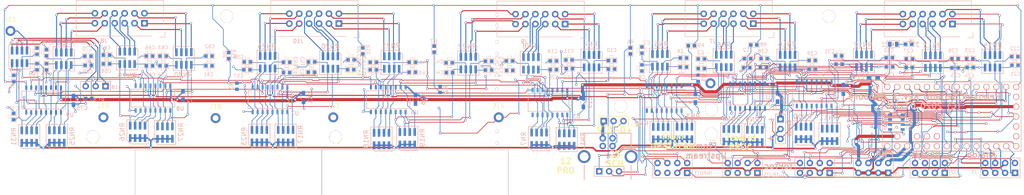
<source format=kicad_pcb>
(kicad_pcb (version 20171130) (host pcbnew "(5.0.2)-1")
  (layers (0 F.Cu signal) (31 B.Cu signal) (34 B.Paste user) (35 F.Paste user) (36 B.SilkS user) (37 F.SilkS user) (38 B.Mask user) (39 F.Mask user) (44 Edge.Cuts user hide))
  (net 0 "")
  (net 1 "Net-(J2-Pad1)")
  (net 2 GND)
  (net 3 /SerialCLK)
  (net 4 /nRST)
  (net 5 /InRegLoad)
  (net 6 VCC)
  (net 7 /OUT0)
  (net 8 /OUT2)
  (net 9 /OUT4)
  (net 10 /OUT6)
  (net 11 /OUT8)
  (net 12 /OUT10)
  (net 13 /OUT12)
  (net 14 /OUT14)
  (net 15 /OUT1)
  (net 16 /OUT3)
  (net 17 /OUT5)
  (net 18 /OUT7)
  (net 19 /OUT9)
  (net 20 /OUT11)
  (net 21 /OUT13)
  (net 22 /OUT15)
  (net 23 "Net-(C1-Pad1)")
  (net 24 "Net-(C2-Pad1)")
  (net 25 "Net-(C3-Pad1)")
  (net 26 "Net-(C4-Pad1)")
  (net 27 "Net-(C5-Pad1)")
  (net 28 "Net-(C6-Pad1)")
  (net 29 "Net-(C7-Pad1)")
  (net 30 "Net-(C8-Pad1)")
  (net 31 "Net-(C9-Pad1)")
  (net 32 "Net-(C10-Pad1)")
  (net 33 "Net-(C11-Pad1)")
  (net 34 "Net-(C12-Pad1)")
  (net 35 "Net-(C17-Pad1)")
  (net 36 "Net-(C18-Pad1)")
  (net 37 "Net-(C19-Pad1)")
  (net 38 "Net-(C20-Pad1)")
  (net 39 "Net-(C21-Pad1)")
  (net 40 "Net-(C22-Pad1)")
  (net 41 "Net-(C23-Pad1)")
  (net 42 "Net-(C24-Pad1)")
  (net 43 "Net-(C25-Pad1)")
  (net 44 "Net-(C26-Pad1)")
  (net 45 "Net-(C27-Pad1)")
  (net 46 "Net-(C28-Pad1)")
  (net 47 "Net-(C29-Pad1)")
  (net 48 "Net-(C30-Pad1)")
  (net 49 "Net-(C31-Pad1)")
  (net 50 "Net-(C32-Pad1)")
  (net 51 "Net-(C37-Pad1)")
  (net 52 "Net-(C38-Pad1)")
  (net 53 "Net-(C39-Pad1)")
  (net 54 "Net-(C40-Pad1)")
  (net 55 "Net-(J1-Pad6)")
  (net 56 "Net-(J1-Pad5)")
  (net 57 "Net-(J1-Pad4)")
  (net 58 "Net-(J1-Pad3)")
  (net 59 "Net-(J1-Pad2)")
  (net 60 "Net-(J1-Pad1)")
  (net 61 "Net-(J2-Pad2)")
  (net 62 "Net-(J2-Pad3)")
  (net 63 "Net-(J2-Pad4)")
  (net 64 "Net-(J2-Pad5)")
  (net 65 "Net-(J3-Pad5)")
  (net 66 "Net-(J3-Pad6)")
  (net 67 "Net-(J3-Pad7)")
  (net 68 /OUT23)
  (net 69 /OUT22)
  (net 70 /OUT21)
  (net 71 /OUT20)
  (net 72 /OUT19)
  (net 73 /OUT18)
  (net 74 /OUT17)
  (net 75 /OUT16)
  (net 76 "Net-(C41-Pad1)")
  (net 77 "Net-(C42-Pad1)")
  (net 78 "Net-(C43-Pad1)")
  (net 79 "Net-(C44-Pad1)")
  (net 80 "Net-(C45-Pad1)")
  (net 81 "Net-(C46-Pad1)")
  (net 82 "Net-(C47-Pad1)")
  (net 83 "Net-(C48-Pad1)")
  (net 84 "Net-(C49-Pad1)")
  (net 85 "Net-(C50-Pad1)")
  (net 86 "Net-(C51-Pad1)")
  (net 87 "Net-(C52-Pad1)")
  (net 88 "Net-(C57-Pad1)")
  (net 89 "Net-(C58-Pad1)")
  (net 90 "Net-(C59-Pad1)")
  (net 91 "Net-(C60-Pad1)")
  (net 92 "Net-(C61-Pad1)")
  (net 93 "Net-(C62-Pad1)")
  (net 94 "Net-(C63-Pad1)")
  (net 95 "Net-(C64-Pad1)")
  (net 96 "Net-(C65-Pad1)")
  (net 97 "Net-(C66-Pad1)")
  (net 98 "Net-(C67-Pad1)")
  (net 99 "Net-(C68-Pad1)")
  (net 100 "Net-(C69-Pad1)")
  (net 101 "Net-(C70-Pad1)")
  (net 102 "Net-(C71-Pad1)")
  (net 103 "Net-(C72-Pad1)")
  (net 104 "Net-(C77-Pad1)")
  (net 105 "Net-(C78-Pad1)")
  (net 106 "Net-(C79-Pad1)")
  (net 107 "Net-(C80-Pad1)")
  (net 108 /OUT48)
  (net 109 /OUT49)
  (net 110 /OUT50)
  (net 111 /OUT51)
  (net 112 /OUT52)
  (net 113 /OUT53)
  (net 114 /OUT54)
  (net 115 /OUT55)
  (net 116 /OUT56)
  (net 117 /OUT57)
  (net 118 /OUT58)
  (net 119 /OUT59)
  (net 120 /OUT24)
  (net 121 /OUT25)
  (net 122 /OUT26)
  (net 123 /OUT27)
  (net 124 /OUT28)
  (net 125 /OUT29)
  (net 126 /OUT30)
  (net 127 /OUT31)
  (net 128 /OUT32)
  (net 129 /OUT33)
  (net 130 /OUT34)
  (net 131 /OUT35)
  (net 132 /OUT47)
  (net 133 /OUT46)
  (net 134 /OUT45)
  (net 135 /OUT44)
  (net 136 /OUT43)
  (net 137 /OUT42)
  (net 138 /OUT41)
  (net 139 /OUT40)
  (net 140 /OUT39)
  (net 141 /OUT38)
  (net 142 /OUT37)
  (net 143 /OUT36)
  (net 144 /PULLTERM)
  (net 145 /OUT60)
  (net 146 "Net-(J3-Pad8)")
  (net 147 /X2RST)
  (net 148 /X2LOAD)
  (net 149 /X2CLK)
  (net 150 /EXT1OUT)
  (net 151 /Ports33_48/SERIn2)
  (net 152 /SEROut0)
  (net 153 /Ports49_64/SERIn3)
  (net 154 /OUT61)
  (net 155 /OUT62)
  (net 156 /OUT63)
  (net 157 "Net-(J20-Pad1)")
  (net 158 "Net-(J20-Pad2)")
  (net 159 "Net-(J20-Pad3)")
  (net 160 /LPWM)
  (net 161 "Net-(D1-Pad-)")
  (net 162 /EXT1PIN1)
  (net 163 /EXT1PIN8)
  (net 164 /X2PIN8)
  (net 165 /X2PIN1)
  (net 166 CHAINOUT)
  (net 167 "Net-(R6-Pad2)")
  (net 168 "Net-(R8-Pad2)")
  (net 169 "Net-(R10-Pad2)")
  (net 170 "Net-(R12-Pad2)")
  (net 171 "Net-(INPUT1-Pad8)")
  (net 172 /ChainIn)
  (module CLRConnector:Teensy3.x_LC (layer B.Cu) (at 261.58952 59.78398)
    (fp_text reference U1 (at -19.40814 -7.5946) (layer B.SilkS) (effects (justify mirror)))
    (fp_text value Teensy3.2)
    (pad 17 thru_hole circle (at 16.51 0) (size 1.6 1.6) (drill 1.1) (layers *.Cu *.Mask B.SilkS) (net 2 GND))
    (pad 18 thru_hole circle (at 16.51 2.54) (size 1.6 1.6) (drill 1.1) (layers *.Cu *.Mask B.SilkS))
    (pad 19 thru_hole circle (at 16.51 5.08) (size 1.6 1.6) (drill 1.1) (layers *.Cu *.Mask B.SilkS))
    (pad 20 thru_hole circle (at 16.51 7.62) (size 1.6 1.6) (drill 1.1) (layers *.Cu *.Mask B.SilkS) (net 4 /nRST))
    (pad 16 thru_hole circle (at 16.51 -2.54) (size 1.6 1.6) (drill 1.1) (layers *.Cu *.Mask B.SilkS) (net 146 "Net-(J3-Pad8)"))
    (pad 15 thru_hole circle (at 16.51 -5.08) (size 1.6 1.6) (drill 1.1) (layers *.Cu *.Mask B.SilkS))
    (pad 14 thru_hole circle (at 16.51 -7.62) (size 1.6 1.6) (drill 1.1) (layers *.Cu *.Mask B.SilkS) (net 166 CHAINOUT))
    (pad 21 thru_hole circle (at 13.97 7.62) (size 1.6 1.6) (drill 1.1) (layers *.Cu *.Mask B.SilkS) (net 60 "Net-(J1-Pad1)"))
    (pad 22 thru_hole circle (at 11.43 7.62) (size 1.6 1.6) (drill 1.1) (layers *.Cu *.Mask B.SilkS) (net 59 "Net-(J1-Pad2)"))
    (pad 23 thru_hole circle (at 8.89 7.62) (size 1.6 1.6) (drill 1.1) (layers *.Cu *.Mask B.SilkS) (net 58 "Net-(J1-Pad3)"))
    (pad 24 thru_hole circle (at 6.35 7.62) (size 1.6 1.6) (drill 1.1) (layers *.Cu *.Mask B.SilkS) (net 57 "Net-(J1-Pad4)"))
    (pad 25 thru_hole circle (at 3.81 7.62) (size 1.6 1.6) (drill 1.1) (layers *.Cu *.Mask B.SilkS) (net 56 "Net-(J1-Pad5)"))
    (pad 26 thru_hole circle (at 1.27 7.62) (size 1.6 1.6) (drill 1.1) (layers *.Cu *.Mask B.SilkS) (net 55 "Net-(J1-Pad6)"))
    (pad 27 thru_hole circle (at -1.27 7.62) (size 1.6 1.6) (drill 1.1) (layers *.Cu *.Mask B.SilkS) (net 160 /LPWM))
    (pad 28 thru_hole circle (at -3.81 7.62) (size 1.6 1.6) (drill 1.1) (layers *.Cu *.Mask B.SilkS))
    (pad 29 thru_hole circle (at -6.35 7.62) (size 1.6 1.6) (drill 1.1) (layers *.Cu *.Mask B.SilkS))
    (pad 30 thru_hole circle (at -8.89 7.62) (size 1.6 1.6) (drill 1.1) (layers *.Cu *.Mask B.SilkS))
    (pad 31 thru_hole circle (at -11.43 7.62) (size 1.6 1.6) (drill 1.1) (layers *.Cu *.Mask B.SilkS) (net 67 "Net-(J3-Pad7)"))
    (pad 32 thru_hole circle (at -13.97 7.62) (size 1.6 1.6) (drill 1.1) (layers *.Cu *.Mask B.SilkS) (net 2 GND))
    (pad 33 thru_hole circle (at -16.51 7.62) (size 1.6 1.6) (drill 1.1) (layers *.Cu *.Mask B.SilkS) (net 66 "Net-(J3-Pad6)"))
    (pad 34 thru_hole circle (at -13.97 5.08) (size 1.6 1.6) (drill 1.1) (layers *.Cu *.Mask B.SilkS) (net 65 "Net-(J3-Pad5)"))
    (pad 35 thru_hole circle (at -8.89 5.08) (size 1.6 1.6) (drill 1.1) (layers *.Cu *.Mask B.SilkS))
    (pad 36 thru_hole circle (at -6.35 5.08) (size 1.6 1.6) (drill 1.1) (layers *.Cu *.Mask B.SilkS))
    (pad 37 thru_hole circle (at -3.81 5.08) (size 1.6 1.6) (drill 1.1) (layers *.Cu *.Mask B.SilkS))
    (pad 13 thru_hole circle (at 13.97 -7.62) (size 1.6 1.6) (drill 1.1) (layers *.Cu *.Mask B.SilkS) (net 3 /SerialCLK))
    (pad 12 thru_hole circle (at 11.43 -7.62) (size 1.6 1.6) (drill 1.1) (layers *.Cu *.Mask B.SilkS) (net 5 /InRegLoad))
    (pad 11 thru_hole circle (at 8.89 -7.62) (size 1.6 1.6) (drill 1.1) (layers *.Cu *.Mask B.SilkS) (net 163 /EXT1PIN8))
    (pad 10 thru_hole circle (at 6.35 -7.62) (size 1.6 1.6) (drill 1.1) (layers *.Cu *.Mask B.SilkS) (net 162 /EXT1PIN1))
    (pad 9 thru_hole circle (at 3.81 -7.62) (size 1.6 1.6) (drill 1.1) (layers *.Cu *.Mask B.SilkS) (net 172 /ChainIn))
    (pad 8 thru_hole circle (at 1.27 -7.62) (size 1.6 1.6) (drill 1.1) (layers *.Cu *.Mask B.SilkS) (net 165 /X2PIN1))
    (pad 7 thru_hole circle (at -1.27 -7.62) (size 1.6 1.6) (drill 1.1) (layers *.Cu *.Mask B.SilkS) (net 164 /X2PIN8))
    (pad 6 thru_hole circle (at -3.81 -7.62) (size 1.6 1.6) (drill 1.1) (layers *.Cu *.Mask B.SilkS) (net 64 "Net-(J2-Pad5)"))
    (pad 5 thru_hole circle (at -6.35 -7.62) (size 1.6 1.6) (drill 1.1) (layers *.Cu *.Mask B.SilkS) (net 63 "Net-(J2-Pad4)"))
    (pad 4 thru_hole circle (at -8.89 -7.62) (size 1.6 1.6) (drill 1.1) (layers *.Cu *.Mask B.SilkS) (net 62 "Net-(J2-Pad3)"))
    (pad 3 thru_hole circle (at -11.43 -7.62) (size 1.6 1.6) (drill 1.1) (layers *.Cu *.Mask B.SilkS) (net 61 "Net-(J2-Pad2)"))
    (pad 2 thru_hole circle (at -13.97 -7.62) (size 1.6 1.6) (drill 1.1) (layers *.Cu *.Mask B.SilkS) (net 1 "Net-(J2-Pad1)"))
    (pad 1 thru_hole circle (at -16.51 -7.62) (size 1.6 1.6) (drill 1.1) (layers *.Cu *.Mask B.SilkS) (net 2 GND))
  )
  (module SeeedOPL-Capacitor-2016:C0603 (layer B.Cu) (at 209.06232 47.23384 270)
    (fp_text reference C1 (at 1.4478 -1.57988) (layer B.SilkS) (effects (font (size 0.889 0.889) (thickness 0.1016)) (justify mirror)))
    (fp_text value "1nF or ESD" hide)
    (pad 1 smd rect (at 0 0.762) (size 0.889 0.889) (layers B.Cu B.Paste B.Mask) (net 23 "Net-(C1-Pad1)"))
    (pad 2 smd rect (at 0 -0.762) (size 0.889 0.889) (layers B.Cu B.Paste B.Mask) (net 2 GND))
  )
  (module SeeedOPL-Capacitor-2016:C0603 (layer B.Cu) (at 209.28584 44.90466 270)
    (fp_text reference C2 (at -2.20218 0.39116) (layer B.SilkS) (effects (font (size 0.889 0.889) (thickness 0.1016)) (justify mirror)))
    (fp_text value "1nF or ESD" hide)
    (pad 2 smd rect (at 0 -0.762) (size 0.889 0.889) (layers B.Cu B.Paste B.Mask) (net 2 GND))
    (pad 1 smd rect (at 0 0.762) (size 0.889 0.889) (layers B.Cu B.Paste B.Mask) (net 24 "Net-(C2-Pad1)"))
  )
  (module SeeedOPL-Capacitor-2016:C0603 (layer B.Cu) (at 197.4088 44.98086 90)
    (fp_text reference C3 (at 1.64338 -0.2032 -180) (layer B.SilkS) (effects (font (size 0.889 0.889) (thickness 0.1016)) (justify mirror)))
    (fp_text value "1nF or ESD" hide)
    (pad 1 smd rect (at 0 0.762 180) (size 0.889 0.889) (layers B.Cu B.Paste B.Mask) (net 25 "Net-(C3-Pad1)"))
    (pad 2 smd rect (at 0 -0.762 180) (size 0.889 0.889) (layers B.Cu B.Paste B.Mask) (net 2 GND))
  )
  (module SeeedOPL-Capacitor-2016:C0603 (layer B.Cu) (at 197.4088 47.4599 90)
    (fp_text reference C4 (at -1.69418 -1.04648 -180) (layer B.SilkS) (effects (font (size 0.889 0.889) (thickness 0.1016)) (justify mirror)))
    (fp_text value "1nF or ESD" hide)
    (pad 2 smd rect (at 0 -0.762 180) (size 0.889 0.889) (layers B.Cu B.Paste B.Mask) (net 2 GND))
    (pad 1 smd rect (at 0 0.762 180) (size 0.889 0.889) (layers B.Cu B.Paste B.Mask) (net 26 "Net-(C4-Pad1)"))
  )
  (module SeeedOPL-Capacitor-2016:C0603 (layer B.Cu) (at 192.8241 47.08398 270)
    (fp_text reference C5 (at 1.86182 0.58674) (layer B.SilkS) (effects (font (size 0.889 0.889) (thickness 0.1016)) (justify mirror)))
    (fp_text value "1nF or ESD" hide)
    (pad 1 smd rect (at 0 0.762) (size 0.889 0.889) (layers B.Cu B.Paste B.Mask) (net 27 "Net-(C5-Pad1)"))
    (pad 2 smd rect (at 0 -0.762) (size 0.889 0.889) (layers B.Cu B.Paste B.Mask) (net 2 GND))
  )
  (module SeeedOPL-Capacitor-2016:C0603 (layer B.Cu) (at 192.8368 44.74972 270)
    (fp_text reference C6 (at -1.78308 0.8128) (layer B.SilkS) (effects (font (size 0.889 0.889) (thickness 0.1016)) (justify mirror)))
    (fp_text value "1nF or ESD" hide)
    (pad 2 smd rect (at 0 -0.762) (size 0.889 0.889) (layers B.Cu B.Paste B.Mask) (net 2 GND))
    (pad 1 smd rect (at 0 0.762) (size 0.889 0.889) (layers B.Cu B.Paste B.Mask) (net 28 "Net-(C6-Pad1)"))
  )
  (module SeeedOPL-Capacitor-2016:C0603 (layer B.Cu) (at 182.2 42.7)
    (fp_text reference C7 (at 1.2007 -1.8441 -180) (layer B.SilkS) (effects (font (size 0.889 0.889) (thickness 0.1016)) (justify mirror)))
    (fp_text value "1nF or ESD" hide)
    (pad 2 smd rect (at 0 -0.762 90) (size 0.889 0.889) (layers B.Cu B.Paste B.Mask) (net 2 GND))
    (pad 1 smd rect (at 0 0.762 90) (size 0.889 0.889) (layers B.Cu B.Paste B.Mask) (net 29 "Net-(C7-Pad1)"))
  )
  (module SeeedOPL-Capacitor-2016:C0603 (layer B.Cu) (at 182.2 47.3 180)
    (fp_text reference C8 (at 0.0185 -2.3824) (layer B.SilkS) (effects (font (size 0.889 0.889) (thickness 0.1016)) (justify mirror)))
    (fp_text value "1nF or ESD" hide)
    (pad 2 smd rect (at 0 -0.762 270) (size 0.889 0.889) (layers B.Cu B.Paste B.Mask) (net 2 GND))
    (pad 1 smd rect (at 0 0.762 270) (size 0.889 0.889) (layers B.Cu B.Paste B.Mask) (net 30 "Net-(C8-Pad1)"))
  )
  (module SeeedOPL-Capacitor-2016:C0603 (layer B.Cu) (at 174.4 47.6 270)
    (fp_text reference C9 (at 2.36688 -0.09038) (layer B.SilkS) (effects (font (size 0.889 0.889) (thickness 0.1016)) (justify mirror)))
    (fp_text value "1nF or ESD" hide)
    (pad 2 smd rect (at 0 -0.762) (size 0.889 0.889) (layers B.Cu B.Paste B.Mask) (net 2 GND))
    (pad 1 smd rect (at 0 0.762) (size 0.889 0.889) (layers B.Cu B.Paste B.Mask) (net 31 "Net-(C9-Pad1)"))
  )
  (module SeeedOPL-Capacitor-2016:C0603 (layer B.Cu) (at 174.4 45.4 270)
    (fp_text reference C10 (at -2.67212 -0.02688) (layer B.SilkS) (effects (font (size 0.889 0.889) (thickness 0.1016)) (justify mirror)))
    (fp_text value "1nF or ESD" hide)
    (pad 1 smd rect (at 0 0.762) (size 0.889 0.889) (layers B.Cu B.Paste B.Mask) (net 32 "Net-(C10-Pad1)"))
    (pad 2 smd rect (at 0 -0.762) (size 0.889 0.889) (layers B.Cu B.Paste B.Mask) (net 2 GND))
  )
  (module SeeedOPL-Capacitor-2016:C0603 (layer B.Cu) (at 163.5 45.25 90)
    (fp_text reference C11 (at 2.26812 -0.05862 -180) (layer B.SilkS) (effects (font (size 0.889 0.889) (thickness 0.1016)) (justify mirror)))
    (fp_text value "1nF or ESD" hide)
    (pad 2 smd rect (at 0 -0.762 180) (size 0.889 0.889) (layers B.Cu B.Paste B.Mask) (net 2 GND))
    (pad 1 smd rect (at 0 0.762 180) (size 0.889 0.889) (layers B.Cu B.Paste B.Mask) (net 33 "Net-(C11-Pad1)"))
  )
  (module SeeedOPL-Capacitor-2016:C0603 (layer B.Cu) (at 163.6014 47.47006 90)
    (fp_text reference C12 (at -2.17932 -0.09652 -180) (layer B.SilkS) (effects (font (size 0.889 0.889) (thickness 0.1016)) (justify mirror)))
    (fp_text value "1nF or ESD" hide)
    (pad 1 smd rect (at 0 0.762 180) (size 0.889 0.889) (layers B.Cu B.Paste B.Mask) (net 34 "Net-(C12-Pad1)"))
    (pad 2 smd rect (at 0 -0.762 180) (size 0.889 0.889) (layers B.Cu B.Paste B.Mask) (net 2 GND))
  )
  (module Resistors_SMD:R_0603_HandSoldering (layer B.Cu) (at 167.2 56.2 270)
    (fp_text reference C15 (at -0.0533 -1.6973 270) (layer B.SilkS) (effects (justify mirror)))
    (fp_text value C)
    (pad 2 smd rect (at 1.1 0 270) (size 1.2 0.9) (layers B.Cu B.Paste B.Mask) (net 2 GND))
    (pad 1 smd rect (at -1.1 0 270) (size 1.2 0.9) (layers B.Cu B.Paste B.Mask) (net 6 VCC))
  )
  (module Resistors_SMD:R_0603_HandSoldering (layer B.Cu) (at 195.9 55.1 270)
    (fp_text reference C16 (at 0 1.45 270) (layer B.SilkS) (effects (justify mirror)))
    (fp_text value C)
    (pad 1 smd rect (at -1.1 0 270) (size 1.2 0.9) (layers B.Cu B.Paste B.Mask) (net 6 VCC))
    (pad 2 smd rect (at 1.1 0 270) (size 1.2 0.9) (layers B.Cu B.Paste B.Mask) (net 2 GND))
  )
  (module SeeedOPL-Capacitor-2016:C0603 (layer B.Cu) (at 148.32076 47.94758 90)
    (fp_text reference C17 (at -0.42672 -2.18186 -90) (layer B.SilkS) (effects (font (size 0.889 0.889) (thickness 0.1016)) (justify mirror)))
    (fp_text value "1nF or ESD" hide)
    (pad 1 smd rect (at 0 0.762 180) (size 0.889 0.889) (layers B.Cu B.Paste B.Mask) (net 35 "Net-(C17-Pad1)"))
    (pad 2 smd rect (at 0 -0.762 180) (size 0.889 0.889) (layers B.Cu B.Paste B.Mask) (net 2 GND))
  )
  (module SeeedOPL-Capacitor-2016:C0603 (layer B.Cu) (at 148.25 45.5 90)
    (fp_text reference C18 (at -0.1692 -2.0095 -90) (layer B.SilkS) (effects (font (size 0.889 0.889) (thickness 0.1016)) (justify mirror)))
    (fp_text value "1nF or ESD" hide)
    (pad 2 smd rect (at 0 -0.762 180) (size 0.889 0.889) (layers B.Cu B.Paste B.Mask) (net 2 GND))
    (pad 1 smd rect (at 0 0.762 180) (size 0.889 0.889) (layers B.Cu B.Paste B.Mask) (net 36 "Net-(C18-Pad1)"))
  )
  (module SeeedOPL-Capacitor-2016:C0603 (layer B.Cu) (at 159.5 45.5 270)
    (fp_text reference C19 (at -2.45462 0.18612) (layer B.SilkS) (effects (font (size 0.889 0.889) (thickness 0.1016)) (justify mirror)))
    (fp_text value "1nF or ESD" hide)
    (pad 1 smd rect (at 0 0.762) (size 0.889 0.889) (layers B.Cu B.Paste B.Mask) (net 37 "Net-(C19-Pad1)"))
    (pad 2 smd rect (at 0 -0.762) (size 0.889 0.889) (layers B.Cu B.Paste B.Mask) (net 2 GND))
  )
  (module SeeedOPL-Capacitor-2016:C0603 (layer B.Cu) (at 159.5 47.75 270)
    (fp_text reference C20 (at 1.96288 -0.06788) (layer B.SilkS) (effects (font (size 0.889 0.889) (thickness 0.1016)) (justify mirror)))
    (fp_text value "1nF or ESD" hide)
    (pad 2 smd rect (at 0 -0.762) (size 0.889 0.889) (layers B.Cu B.Paste B.Mask) (net 2 GND))
    (pad 1 smd rect (at 0 0.762) (size 0.889 0.889) (layers B.Cu B.Paste B.Mask) (net 38 "Net-(C20-Pad1)"))
  )
  (module SeeedOPL-Capacitor-2016:C0603 (layer B.Cu) (at 277.8125 46.61154 270)
    (fp_text reference C21 (at 2.19456 -0.0635) (layer B.SilkS) (effects (font (size 0.889 0.889) (thickness 0.1016)) (justify mirror)))
    (fp_text value "1nF or ESD" hide)
    (pad 2 smd rect (at 0 -0.762) (size 0.889 0.889) (layers B.Cu B.Paste B.Mask) (net 2 GND))
    (pad 1 smd rect (at 0 0.762) (size 0.889 0.889) (layers B.Cu B.Paste B.Mask) (net 39 "Net-(C21-Pad1)"))
  )
  (module SeeedOPL-Capacitor-2016:C0603 (layer B.Cu) (at 277.7617 44.40174 270)
    (fp_text reference C22 (at -2.07264 -0.0254) (layer B.SilkS) (effects (font (size 0.889 0.889) (thickness 0.1016)) (justify mirror)))
    (fp_text value "1nF or ESD" hide)
    (pad 1 smd rect (at 0 0.762) (size 0.889 0.889) (layers B.Cu B.Paste B.Mask) (net 40 "Net-(C22-Pad1)"))
    (pad 2 smd rect (at 0 -0.762) (size 0.889 0.889) (layers B.Cu B.Paste B.Mask) (net 2 GND))
  )
  (module SeeedOPL-Capacitor-2016:C0603 (layer B.Cu) (at 266.19962 44.89958 90)
    (fp_text reference C23 (at 2.08534 0.05588 -180) (layer B.SilkS) (effects (font (size 0.889 0.889) (thickness 0.1016)) (justify mirror)))
    (fp_text value "1nF or ESD" hide)
    (pad 1 smd rect (at 0 0.762 180) (size 0.889 0.889) (layers B.Cu B.Paste B.Mask) (net 41 "Net-(C23-Pad1)"))
    (pad 2 smd rect (at 0 -0.762 180) (size 0.889 0.889) (layers B.Cu B.Paste B.Mask) (net 2 GND))
  )
  (module SeeedOPL-Capacitor-2016:C0603 (layer B.Cu) (at 266.31392 47.17288 90)
    (fp_text reference C24 (at -2.13614 -0.19558 -180) (layer B.SilkS) (effects (font (size 0.889 0.889) (thickness 0.1016)) (justify mirror)))
    (fp_text value "1nF or ESD" hide)
    (pad 2 smd rect (at 0 -0.762 180) (size 0.889 0.889) (layers B.Cu B.Paste B.Mask) (net 2 GND))
    (pad 1 smd rect (at 0 0.762 180) (size 0.889 0.889) (layers B.Cu B.Paste B.Mask) (net 42 "Net-(C24-Pad1)"))
  )
  (module SeeedOPL-Capacitor-2016:C0603 (layer B.Cu) (at 262.44042 47.28718 270)
    (fp_text reference C25 (at 1.97612 -0.18034) (layer B.SilkS) (effects (font (size 0.889 0.889) (thickness 0.1016)) (justify mirror)))
    (fp_text value "1nF or ESD" hide)
    (pad 1 smd rect (at 0 0.762) (size 0.889 0.889) (layers B.Cu B.Paste B.Mask) (net 43 "Net-(C25-Pad1)"))
    (pad 2 smd rect (at 0 -0.762) (size 0.889 0.889) (layers B.Cu B.Paste B.Mask) (net 2 GND))
  )
  (module SeeedOPL-Capacitor-2016:C0603 (layer B.Cu) (at 262.44042 44.89958 270)
    (fp_text reference C26 (at -2.08534 0.50038) (layer B.SilkS) (effects (font (size 0.889 0.889) (thickness 0.1016)) (justify mirror)))
    (fp_text value "1nF or ESD" hide)
    (pad 2 smd rect (at 0 -0.762) (size 0.889 0.889) (layers B.Cu B.Paste B.Mask) (net 2 GND))
    (pad 1 smd rect (at 0 0.762) (size 0.889 0.889) (layers B.Cu B.Paste B.Mask) (net 44 "Net-(C26-Pad1)"))
  )
  (module SeeedOPL-Capacitor-2016:C0603 (layer B.Cu) (at 250.7234 44.96054 90)
    (fp_text reference C27 (at 2.05994 -0.2159 -180) (layer B.SilkS) (effects (font (size 0.889 0.889) (thickness 0.1016)) (justify mirror)))
    (fp_text value "1nF or ESD" hide)
    (pad 1 smd rect (at 0 0.762 180) (size 0.889 0.889) (layers B.Cu B.Paste B.Mask) (net 45 "Net-(C27-Pad1)"))
    (pad 2 smd rect (at 0 -0.762 180) (size 0.889 0.889) (layers B.Cu B.Paste B.Mask) (net 2 GND))
  )
  (module SeeedOPL-Capacitor-2016:C0603 (layer B.Cu) (at 250.698 47.17288 90)
    (fp_text reference C28 (at -1.89992 -0.3556 -180) (layer B.SilkS) (effects (font (size 0.889 0.889) (thickness 0.1016)) (justify mirror)))
    (fp_text value "1nF or ESD" hide)
    (pad 2 smd rect (at 0 -0.762 180) (size 0.889 0.889) (layers B.Cu B.Paste B.Mask) (net 2 GND))
    (pad 1 smd rect (at 0 0.762 180) (size 0.889 0.889) (layers B.Cu B.Paste B.Mask) (net 46 "Net-(C28-Pad1)"))
  )
  (module SeeedOPL-Capacitor-2016:C0603 (layer B.Cu) (at 245.67134 47.0154 270)
    (fp_text reference C29 (at 1.98374 0.08128) (layer B.SilkS) (effects (font (size 0.889 0.889) (thickness 0.1016)) (justify mirror)))
    (fp_text value "1nF or ESD" hide)
    (pad 1 smd rect (at 0 0.762) (size 0.889 0.889) (layers B.Cu B.Paste B.Mask) (net 47 "Net-(C29-Pad1)"))
    (pad 2 smd rect (at 0 -0.762) (size 0.889 0.889) (layers B.Cu B.Paste B.Mask) (net 2 GND))
  )
  (module SeeedOPL-Capacitor-2016:C0603 (layer B.Cu) (at 245.57482 44.6786 270)
    (fp_text reference C30 (at -1.8923 0.10922) (layer B.SilkS) (effects (font (size 0.889 0.889) (thickness 0.1016)) (justify mirror)))
    (fp_text value "1nF or ESD" hide)
    (pad 2 smd rect (at 0 -0.762) (size 0.889 0.889) (layers B.Cu B.Paste B.Mask) (net 2 GND))
    (pad 1 smd rect (at 0 0.762) (size 0.889 0.889) (layers B.Cu B.Paste B.Mask) (net 48 "Net-(C30-Pad1)"))
  )
  (module SeeedOPL-Capacitor-2016:C0603 (layer B.Cu) (at 232.58526 44.1833 90)
    (fp_text reference C31 (at 1.11506 -2.34442 -180) (layer B.SilkS) (effects (font (size 0.889 0.889) (thickness 0.1016)) (justify mirror)))
    (fp_text value "1nF or ESD" hide)
    (pad 1 smd rect (at 0 0.762 180) (size 0.889 0.889) (layers B.Cu B.Paste B.Mask) (net 49 "Net-(C31-Pad1)"))
    (pad 2 smd rect (at 0 -0.762 180) (size 0.889 0.889) (layers B.Cu B.Paste B.Mask) (net 2 GND))
  )
  (module SeeedOPL-Capacitor-2016:C0603 (layer B.Cu) (at 232.73004 46.32706 90)
    (fp_text reference C32 (at -1.49098 -1.96088 -180) (layer B.SilkS) (effects (font (size 0.889 0.889) (thickness 0.1016)) (justify mirror)))
    (fp_text value "1nF or ESD" hide)
    (pad 2 smd rect (at 0 -0.762 180) (size 0.889 0.889) (layers B.Cu B.Paste B.Mask) (net 2 GND))
    (pad 1 smd rect (at 0 0.762 180) (size 0.889 0.889) (layers B.Cu B.Paste B.Mask) (net 50 "Net-(C32-Pad1)"))
  )
  (module Resistors_SMD:R_0603_HandSoldering (layer B.Cu) (at 216.9414 54.86146 270)
    (fp_text reference C35 (at 0.32258 -1.74244 270) (layer B.SilkS) (effects (justify mirror)))
    (fp_text value C)
    (pad 1 smd rect (at -1.1 0 270) (size 1.2 0.9) (layers B.Cu B.Paste B.Mask) (net 6 VCC))
    (pad 2 smd rect (at 1.1 0 270) (size 1.2 0.9) (layers B.Cu B.Paste B.Mask) (net 2 GND))
  )
  (module Resistors_SMD:R_0603_HandSoldering (layer B.Cu) (at 233.8 52.8 270)
    (fp_text reference C36 (at 0.9083 -1.8485 270) (layer B.SilkS) (effects (justify mirror)))
    (fp_text value C)
    (pad 2 smd rect (at 1.1 0 270) (size 1.2 0.9) (layers B.Cu B.Paste B.Mask) (net 2 GND))
    (pad 1 smd rect (at -1.1 0 270) (size 1.2 0.9) (layers B.Cu B.Paste B.Mask) (net 6 VCC))
  )
  (module SeeedOPL-Capacitor-2016:C0603 (layer B.Cu) (at 213.31936 47.16018 90)
    (fp_text reference C37 (at -1.46558 1.71196 -180) (layer B.SilkS) (effects (font (size 0.889 0.889) (thickness 0.1016)) (justify mirror)))
    (fp_text value "1nF or ESD" hide)
    (pad 1 smd rect (at 0 0.762 180) (size 0.889 0.889) (layers B.Cu B.Paste B.Mask) (net 51 "Net-(C37-Pad1)"))
    (pad 2 smd rect (at 0 -0.762 180) (size 0.889 0.889) (layers B.Cu B.Paste B.Mask) (net 2 GND))
  )
  (module SeeedOPL-Capacitor-2016:C0603 (layer B.Cu) (at 213.51748 44.90212 90)
    (fp_text reference C38 (at 1.98628 -0.33528 -180) (layer B.SilkS) (effects (font (size 0.889 0.889) (thickness 0.1016)) (justify mirror)))
    (fp_text value "1nF or ESD" hide)
    (pad 1 smd rect (at 0 0.762 180) (size 0.889 0.889) (layers B.Cu B.Paste B.Mask) (net 52 "Net-(C38-Pad1)"))
    (pad 2 smd rect (at 0 -0.762 180) (size 0.889 0.889) (layers B.Cu B.Paste B.Mask) (net 2 GND))
  )
  (module SeeedOPL-Capacitor-2016:C0603 (layer B.Cu) (at 225.82632 45.36694 270)
    (fp_text reference C39 (at -1.85166 -0.0254) (layer B.SilkS) (effects (font (size 0.889 0.889) (thickness 0.1016)) (justify mirror)))
    (fp_text value "1nF or ESD" hide)
    (pad 2 smd rect (at 0 -0.762) (size 0.889 0.889) (layers B.Cu B.Paste B.Mask) (net 2 GND))
    (pad 1 smd rect (at 0 0.762) (size 0.889 0.889) (layers B.Cu B.Paste B.Mask) (net 53 "Net-(C39-Pad1)"))
  )
  (module SeeedOPL-Capacitor-2016:C0603 (layer B.Cu) (at 225.82886 47.625 270)
    (fp_text reference C40 (at 1.29032 -2.05486 180) (layer B.SilkS) (effects (font (size 0.889 0.889) (thickness 0.1016)) (justify mirror)))
    (fp_text value "1nF or ESD" hide)
    (pad 1 smd rect (at 0 0.762) (size 0.889 0.889) (layers B.Cu B.Paste B.Mask) (net 54 "Net-(C40-Pad1)"))
    (pad 2 smd rect (at 0 -0.762) (size 0.889 0.889) (layers B.Cu B.Paste B.Mask) (net 2 GND))
  )
  (module SeeedOPL-Connector-2016:H2X4-2.54 (layer B.Cu) (at 241.5 73 90)
    (fp_text reference J3 (at -1.6379 6.2063) (layer B.SilkS) (effects (font (size 0.889 0.889) (thickness 0.1016)) (justify mirror)))
    (fp_text value Conn_02x04_Counter_Clockwise hide)
    (pad 1 thru_hole rect (at -1.27 3.81 90) (size 1.651 1.651) (drill 0.889) (layers *.Cu *.Paste *.Mask) (net 6 VCC))
    (pad 2 thru_hole circle (at -1.27 1.27 90) (size 1.651 1.651) (drill 0.889) (layers *.Cu *.Paste *.Mask) (net 6 VCC))
    (pad 3 thru_hole circle (at -1.27 -1.27 90) (size 1.651 1.651) (drill 0.889) (layers *.Cu *.Paste *.Mask) (net 6 VCC))
    (pad 4 thru_hole circle (at -1.27 -3.81 90) (size 1.651 1.651) (drill 0.889) (layers *.Cu *.Paste *.Mask) (net 6 VCC))
    (pad 5 thru_hole circle (at 1.27 -3.81 90) (size 1.651 1.651) (drill 0.889) (layers *.Cu *.Paste *.Mask) (net 65 "Net-(J3-Pad5)"))
    (pad 6 thru_hole circle (at 1.27 -1.27 90) (size 1.651 1.651) (drill 0.889) (layers *.Cu *.Paste *.Mask) (net 66 "Net-(J3-Pad6)"))
    (pad 7 thru_hole circle (at 1.27 1.27 90) (size 1.651 1.651) (drill 0.889) (layers *.Cu *.Paste *.Mask) (net 67 "Net-(J3-Pad7)"))
    (pad 8 thru_hole circle (at 1.27 3.81 90) (size 1.651 1.651) (drill 0.889) (layers *.Cu *.Paste *.Mask) (net 146 "Net-(J3-Pad8)"))
  )
  (module CLRConnector:Mounting#4 (layer F.Cu) (at 199.96288 64.30888)
    (fp_text reference M1 (at 0.1 1.2) (layer F.SilkS))
    (fp_text value Conn_01x01)
    (pad 1 thru_hole circle (at 0 0) (size 3.2639 3.2639) (drill 3.2639) (layers *.Cu *.Mask))
  )
  (module CLRConnector:Mounting#4 (layer F.Cu) (at 200 58)
    (fp_text reference M2 (at 0.1 1.2) (layer F.SilkS))
    (fp_text value Conn_01x01)
    (pad 1 thru_hole circle (at 0 0) (size 3.2639 3.2639) (drill 3.2639) (layers *.Cu *.Mask))
  )
  (module CLRConnector:2012-8 (layer B.Cu) (at 162.93338 65.70726)
    (fp_text reference RN1 (at 4.13512 -0.12446 90) (layer B.SilkS) (effects (font (size 1.2 1.2)) (justify mirror)))
    (fp_text value R_Pack04)
    (pad 8 smd rect (at -1.905 1.6) (size 0.65 2) (layers B.Cu B.Paste B.Mask) (net 144 /PULLTERM))
    (pad 1 smd rect (at -1.905 -1.6) (size 0.65 2) (layers B.Cu B.Paste B.Mask) (net 34 "Net-(C12-Pad1)"))
    (pad 7 smd rect (at -0.635 1.6) (size 0.65 2) (layers B.Cu B.Paste B.Mask) (net 144 /PULLTERM))
    (pad 2 smd rect (at -0.635 -1.6) (size 0.65 2) (layers B.Cu B.Paste B.Mask) (net 33 "Net-(C11-Pad1)"))
    (pad 6 smd rect (at 0.635 1.6) (size 0.65 2) (layers B.Cu B.Paste B.Mask) (net 144 /PULLTERM))
    (pad 3 smd rect (at 0.635 -1.6) (size 0.65 2) (layers B.Cu B.Paste B.Mask) (net 32 "Net-(C10-Pad1)"))
    (pad 5 smd rect (at 1.905 1.6) (size 0.65 2) (layers B.Cu B.Paste B.Mask) (net 144 /PULLTERM))
    (pad 4 smd rect (at 1.905 -1.6) (size 0.65 2) (layers B.Cu B.Paste B.Mask) (net 31 "Net-(C9-Pad1)"))
  )
  (module CLRConnector:2012-8 (layer B.Cu) (at 187.00306 64.06388)
    (fp_text reference RN2 (at -4.89268 -2.4765) (layer B.SilkS) (effects (font (size 1.2 1.2)) (justify mirror)))
    (fp_text value R_Pack04)
    (pad 4 smd rect (at 1.905 -1.6) (size 0.65 2) (layers B.Cu B.Paste B.Mask) (net 27 "Net-(C5-Pad1)"))
    (pad 5 smd rect (at 1.905 1.6) (size 0.65 2) (layers B.Cu B.Paste B.Mask) (net 144 /PULLTERM))
    (pad 3 smd rect (at 0.635 -1.6) (size 0.65 2) (layers B.Cu B.Paste B.Mask) (net 28 "Net-(C6-Pad1)"))
    (pad 6 smd rect (at 0.635 1.6) (size 0.65 2) (layers B.Cu B.Paste B.Mask) (net 144 /PULLTERM))
    (pad 2 smd rect (at -0.635 -1.6) (size 0.65 2) (layers B.Cu B.Paste B.Mask) (net 29 "Net-(C7-Pad1)"))
    (pad 7 smd rect (at -0.635 1.6) (size 0.65 2) (layers B.Cu B.Paste B.Mask) (net 144 /PULLTERM))
    (pad 1 smd rect (at -1.905 -1.6) (size 0.65 2) (layers B.Cu B.Paste B.Mask) (net 30 "Net-(C8-Pad1)"))
    (pad 8 smd rect (at -1.905 1.6) (size 0.65 2) (layers B.Cu B.Paste B.Mask) (net 144 /PULLTERM))
  )
  (module CLRConnector:2012-8 (layer B.Cu) (at 193.09906 64.02324)
    (fp_text reference RN3 (at 2.21932 -4.21386) (layer B.SilkS) (effects (font (size 1.2 1.2)) (justify mirror)))
    (fp_text value R_Pack04)
    (pad 8 smd rect (at -1.905 1.6) (size 0.65 2) (layers B.Cu B.Paste B.Mask) (net 144 /PULLTERM))
    (pad 1 smd rect (at -1.905 -1.6) (size 0.65 2) (layers B.Cu B.Paste B.Mask) (net 26 "Net-(C4-Pad1)"))
    (pad 7 smd rect (at -0.635 1.6) (size 0.65 2) (layers B.Cu B.Paste B.Mask) (net 144 /PULLTERM))
    (pad 2 smd rect (at -0.635 -1.6) (size 0.65 2) (layers B.Cu B.Paste B.Mask) (net 25 "Net-(C3-Pad1)"))
    (pad 6 smd rect (at 0.635 1.6) (size 0.65 2) (layers B.Cu B.Paste B.Mask) (net 144 /PULLTERM))
    (pad 3 smd rect (at 0.635 -1.6) (size 0.65 2) (layers B.Cu B.Paste B.Mask) (net 24 "Net-(C2-Pad1)"))
    (pad 5 smd rect (at 1.905 1.6) (size 0.65 2) (layers B.Cu B.Paste B.Mask) (net 144 /PULLTERM))
    (pad 4 smd rect (at 1.905 -1.6) (size 0.65 2) (layers B.Cu B.Paste B.Mask) (net 23 "Net-(C1-Pad1)"))
  )
  (module CLRConnector:2012-8 (layer B.Cu) (at 169.28846 45.56252 180)
    (fp_text reference RN4 (at 0.25908 4.29514 180) (layer B.SilkS) (effects (font (size 1.2 1.2)) (justify mirror)))
    (fp_text value R_Pack04)
    (pad 8 smd rect (at -1.905 1.6 180) (size 0.65 2) (layers B.Cu B.Paste B.Mask) (net 120 /OUT24))
    (pad 1 smd rect (at -1.905 -1.6 180) (size 0.65 2) (layers B.Cu B.Paste B.Mask) (net 31 "Net-(C9-Pad1)"))
    (pad 7 smd rect (at -0.635 1.6 180) (size 0.65 2) (layers B.Cu B.Paste B.Mask) (net 121 /OUT25))
    (pad 2 smd rect (at -0.635 -1.6 180) (size 0.65 2) (layers B.Cu B.Paste B.Mask) (net 32 "Net-(C10-Pad1)"))
    (pad 6 smd rect (at 0.635 1.6 180) (size 0.65 2) (layers B.Cu B.Paste B.Mask) (net 122 /OUT26))
    (pad 3 smd rect (at 0.635 -1.6 180) (size 0.65 2) (layers B.Cu B.Paste B.Mask) (net 33 "Net-(C11-Pad1)"))
    (pad 5 smd rect (at 1.905 1.6 180) (size 0.65 2) (layers B.Cu B.Paste B.Mask) (net 123 /OUT27))
    (pad 4 smd rect (at 1.905 -1.6 180) (size 0.65 2) (layers B.Cu B.Paste B.Mask) (net 34 "Net-(C12-Pad1)"))
  )
  (module CLRConnector:2012-8 (layer B.Cu) (at 186.80938 45.35678 180)
    (fp_text reference RN5 (at -0.35052 4.18338 180) (layer B.SilkS) (effects (font (size 1.2 1.2)) (justify mirror)))
    (fp_text value R_Pack04)
    (pad 4 smd rect (at 1.905 -1.6 180) (size 0.65 2) (layers B.Cu B.Paste B.Mask) (net 30 "Net-(C8-Pad1)"))
    (pad 5 smd rect (at 1.905 1.6 180) (size 0.65 2) (layers B.Cu B.Paste B.Mask) (net 68 /OUT23))
    (pad 3 smd rect (at 0.635 -1.6 180) (size 0.65 2) (layers B.Cu B.Paste B.Mask) (net 29 "Net-(C7-Pad1)"))
    (pad 6 smd rect (at 0.635 1.6 180) (size 0.65 2) (layers B.Cu B.Paste B.Mask) (net 69 /OUT22))
    (pad 2 smd rect (at -0.635 -1.6 180) (size 0.65 2) (layers B.Cu B.Paste B.Mask) (net 28 "Net-(C6-Pad1)"))
    (pad 7 smd rect (at -0.635 1.6 180) (size 0.65 2) (layers B.Cu B.Paste B.Mask) (net 70 /OUT21))
    (pad 1 smd rect (at -1.905 -1.6 180) (size 0.65 2) (layers B.Cu B.Paste B.Mask) (net 27 "Net-(C5-Pad1)"))
    (pad 8 smd rect (at -1.905 1.6 180) (size 0.65 2) (layers B.Cu B.Paste B.Mask) (net 71 /OUT20))
  )
  (module CLRConnector:2012-8 (layer B.Cu) (at 203.16444 45.49902 180)
    (fp_text reference RN6 (at 0.03048 4.11734 180) (layer B.SilkS) (effects (font (size 1.2 1.2)) (justify mirror)))
    (fp_text value R_Pack04)
    (pad 8 smd rect (at -1.905 1.6 180) (size 0.65 2) (layers B.Cu B.Paste B.Mask) (net 75 /OUT16))
    (pad 1 smd rect (at -1.905 -1.6 180) (size 0.65 2) (layers B.Cu B.Paste B.Mask) (net 23 "Net-(C1-Pad1)"))
    (pad 7 smd rect (at -0.635 1.6 180) (size 0.65 2) (layers B.Cu B.Paste B.Mask) (net 74 /OUT17))
    (pad 2 smd rect (at -0.635 -1.6 180) (size 0.65 2) (layers B.Cu B.Paste B.Mask) (net 24 "Net-(C2-Pad1)"))
    (pad 6 smd rect (at 0.635 1.6 180) (size 0.65 2) (layers B.Cu B.Paste B.Mask) (net 73 /OUT18))
    (pad 3 smd rect (at 0.635 -1.6 180) (size 0.65 2) (layers B.Cu B.Paste B.Mask) (net 25 "Net-(C3-Pad1)"))
    (pad 5 smd rect (at 1.905 1.6 180) (size 0.65 2) (layers B.Cu B.Paste B.Mask) (net 72 /OUT19))
    (pad 4 smd rect (at 1.905 -1.6 180) (size 0.65 2) (layers B.Cu B.Paste B.Mask) (net 26 "Net-(C4-Pad1)"))
  )
  (module CLRConnector:2012-8 (layer B.Cu) (at 155.8417 65.49644)
    (fp_text reference RN7 (at -3.93 0 -90) (layer B.SilkS) (effects (font (size 1.2 1.2)) (justify mirror)))
    (fp_text value R_Pack04)
    (pad 4 smd rect (at 1.905 -1.6) (size 0.65 2) (layers B.Cu B.Paste B.Mask) (net 38 "Net-(C20-Pad1)"))
    (pad 5 smd rect (at 1.905 1.6) (size 0.65 2) (layers B.Cu B.Paste B.Mask) (net 144 /PULLTERM))
    (pad 3 smd rect (at 0.635 -1.6) (size 0.65 2) (layers B.Cu B.Paste B.Mask) (net 37 "Net-(C19-Pad1)"))
    (pad 6 smd rect (at 0.635 1.6) (size 0.65 2) (layers B.Cu B.Paste B.Mask) (net 144 /PULLTERM))
    (pad 2 smd rect (at -0.635 -1.6) (size 0.65 2) (layers B.Cu B.Paste B.Mask) (net 36 "Net-(C18-Pad1)"))
    (pad 7 smd rect (at -0.635 1.6) (size 0.65 2) (layers B.Cu B.Paste B.Mask) (net 144 /PULLTERM))
    (pad 1 smd rect (at -1.905 -1.6) (size 0.65 2) (layers B.Cu B.Paste B.Mask) (net 35 "Net-(C17-Pad1)"))
    (pad 8 smd rect (at -1.905 1.6) (size 0.65 2) (layers B.Cu B.Paste B.Mask) (net 144 /PULLTERM))
  )
  (module CLRConnector:2012-8 (layer B.Cu) (at 153.74874 46.12894 180)
    (fp_text reference RN8 (at 0.40386 4.41706 180) (layer B.SilkS) (effects (font (size 1.2 1.2)) (justify mirror)))
    (fp_text value R_Pack04)
    (pad 4 smd rect (at 1.905 -1.6 180) (size 0.65 2) (layers B.Cu B.Paste B.Mask) (net 35 "Net-(C17-Pad1)"))
    (pad 5 smd rect (at 1.905 1.6 180) (size 0.65 2) (layers B.Cu B.Paste B.Mask) (net 127 /OUT31))
    (pad 3 smd rect (at 0.635 -1.6 180) (size 0.65 2) (layers B.Cu B.Paste B.Mask) (net 36 "Net-(C18-Pad1)"))
    (pad 6 smd rect (at 0.635 1.6 180) (size 0.65 2) (layers B.Cu B.Paste B.Mask) (net 126 /OUT30))
    (pad 2 smd rect (at -0.635 -1.6 180) (size 0.65 2) (layers B.Cu B.Paste B.Mask) (net 37 "Net-(C19-Pad1)"))
    (pad 7 smd rect (at -0.635 1.6 180) (size 0.65 2) (layers B.Cu B.Paste B.Mask) (net 125 /OUT29))
    (pad 1 smd rect (at -1.905 -1.6 180) (size 0.65 2) (layers B.Cu B.Paste B.Mask) (net 38 "Net-(C20-Pad1)"))
    (pad 8 smd rect (at -1.905 1.6 180) (size 0.65 2) (layers B.Cu B.Paste B.Mask) (net 124 /OUT28))
  )
  (module CLRConnector:2012-8 (layer B.Cu) (at 211.1248 64.76746)
    (fp_text reference RN9 (at -0.62992 -4.19608) (layer B.SilkS) (effects (font (size 1.2 1.2)) (justify mirror)))
    (fp_text value R_Pack04)
    (pad 4 smd rect (at 1.905 -1.6) (size 0.65 2) (layers B.Cu B.Paste B.Mask) (net 47 "Net-(C29-Pad1)"))
    (pad 5 smd rect (at 1.905 1.6) (size 0.65 2) (layers B.Cu B.Paste B.Mask) (net 144 /PULLTERM))
    (pad 3 smd rect (at 0.635 -1.6) (size 0.65 2) (layers B.Cu B.Paste B.Mask) (net 48 "Net-(C30-Pad1)"))
    (pad 6 smd rect (at 0.635 1.6) (size 0.65 2) (layers B.Cu B.Paste B.Mask) (net 144 /PULLTERM))
    (pad 2 smd rect (at -0.635 -1.6) (size 0.65 2) (layers B.Cu B.Paste B.Mask) (net 49 "Net-(C31-Pad1)"))
    (pad 7 smd rect (at -0.635 1.6) (size 0.65 2) (layers B.Cu B.Paste B.Mask) (net 144 /PULLTERM))
    (pad 1 smd rect (at -1.905 -1.6) (size 0.65 2) (layers B.Cu B.Paste B.Mask) (net 50 "Net-(C32-Pad1)"))
    (pad 8 smd rect (at -1.905 1.6) (size 0.65 2) (layers B.Cu B.Paste B.Mask) (net 144 /PULLTERM))
  )
  (module CLRConnector:2012-8 (layer B.Cu) (at 223.6 64)
    (fp_text reference RN10 (at -0.27812 -4.19062) (layer B.SilkS) (effects (font (size 1.2 1.2)) (justify mirror)))
    (fp_text value R_Pack04)
    (pad 8 smd rect (at -1.905 1.6) (size 0.65 2) (layers B.Cu B.Paste B.Mask) (net 144 /PULLTERM))
    (pad 1 smd rect (at -1.905 -1.6) (size 0.65 2) (layers B.Cu B.Paste B.Mask) (net 46 "Net-(C28-Pad1)"))
    (pad 7 smd rect (at -0.635 1.6) (size 0.65 2) (layers B.Cu B.Paste B.Mask) (net 144 /PULLTERM))
    (pad 2 smd rect (at -0.635 -1.6) (size 0.65 2) (layers B.Cu B.Paste B.Mask) (net 45 "Net-(C27-Pad1)"))
    (pad 6 smd rect (at 0.635 1.6) (size 0.65 2) (layers B.Cu B.Paste B.Mask) (net 144 /PULLTERM))
    (pad 3 smd rect (at 0.635 -1.6) (size 0.65 2) (layers B.Cu B.Paste B.Mask) (net 44 "Net-(C26-Pad1)"))
    (pad 5 smd rect (at 1.905 1.6) (size 0.65 2) (layers B.Cu B.Paste B.Mask) (net 144 /PULLTERM))
    (pad 4 smd rect (at 1.905 -1.6) (size 0.65 2) (layers B.Cu B.Paste B.Mask) (net 43 "Net-(C25-Pad1)"))
  )
  (module CLRConnector:2012-8 (layer B.Cu) (at 230.3 64.5)
    (fp_text reference RN11 (at -0.31062 -4.50012) (layer B.SilkS) (effects (font (size 1.2 1.2)) (justify mirror)))
    (fp_text value R_Pack04)
    (pad 4 smd rect (at 1.905 -1.6) (size 0.65 2) (layers B.Cu B.Paste B.Mask) (net 39 "Net-(C21-Pad1)"))
    (pad 5 smd rect (at 1.905 1.6) (size 0.65 2) (layers B.Cu B.Paste B.Mask) (net 144 /PULLTERM))
    (pad 3 smd rect (at 0.635 -1.6) (size 0.65 2) (layers B.Cu B.Paste B.Mask) (net 40 "Net-(C22-Pad1)"))
    (pad 6 smd rect (at 0.635 1.6) (size 0.65 2) (layers B.Cu B.Paste B.Mask) (net 144 /PULLTERM))
    (pad 2 smd rect (at -0.635 -1.6) (size 0.65 2) (layers B.Cu B.Paste B.Mask) (net 41 "Net-(C23-Pad1)"))
    (pad 7 smd rect (at -0.635 1.6) (size 0.65 2) (layers B.Cu B.Paste B.Mask) (net 144 /PULLTERM))
    (pad 1 smd rect (at -1.905 -1.6) (size 0.65 2) (layers B.Cu B.Paste B.Mask) (net 42 "Net-(C24-Pad1)"))
    (pad 8 smd rect (at -1.905 1.6) (size 0.65 2) (layers B.Cu B.Paste B.Mask) (net 144 /PULLTERM))
  )
  (module CLRConnector:2012-8 (layer B.Cu) (at 239.10798 45.48378 180)
    (fp_text reference RN12 (at 0.25654 4.08178 180) (layer B.SilkS) (effects (font (size 1.2 1.2)) (justify mirror)))
    (fp_text value R_Pack04)
    (pad 8 smd rect (at -1.905 1.6 180) (size 0.65 2) (layers B.Cu B.Paste B.Mask) (net 11 /OUT8))
    (pad 1 smd rect (at -1.905 -1.6 180) (size 0.65 2) (layers B.Cu B.Paste B.Mask) (net 47 "Net-(C29-Pad1)"))
    (pad 7 smd rect (at -0.635 1.6 180) (size 0.65 2) (layers B.Cu B.Paste B.Mask) (net 19 /OUT9))
    (pad 2 smd rect (at -0.635 -1.6 180) (size 0.65 2) (layers B.Cu B.Paste B.Mask) (net 48 "Net-(C30-Pad1)"))
    (pad 6 smd rect (at 0.635 1.6 180) (size 0.65 2) (layers B.Cu B.Paste B.Mask) (net 12 /OUT10))
    (pad 3 smd rect (at 0.635 -1.6 180) (size 0.65 2) (layers B.Cu B.Paste B.Mask) (net 49 "Net-(C31-Pad1)"))
    (pad 5 smd rect (at 1.905 1.6 180) (size 0.65 2) (layers B.Cu B.Paste B.Mask) (net 20 /OUT11))
    (pad 4 smd rect (at 1.905 -1.6 180) (size 0.65 2) (layers B.Cu B.Paste B.Mask) (net 50 "Net-(C32-Pad1)"))
  )
  (module CLRConnector:2012-8 (layer B.Cu) (at 256.7559 45.6946 180)
    (fp_text reference RN13 (at 0.08382 4.15544 180) (layer B.SilkS) (effects (font (size 1.2 1.2)) (justify mirror)))
    (fp_text value R_Pack04)
    (pad 4 smd rect (at 1.905 -1.6 180) (size 0.65 2) (layers B.Cu B.Paste B.Mask) (net 46 "Net-(C28-Pad1)"))
    (pad 5 smd rect (at 1.905 1.6 180) (size 0.65 2) (layers B.Cu B.Paste B.Mask) (net 18 /OUT7))
    (pad 3 smd rect (at 0.635 -1.6 180) (size 0.65 2) (layers B.Cu B.Paste B.Mask) (net 45 "Net-(C27-Pad1)"))
    (pad 6 smd rect (at 0.635 1.6 180) (size 0.65 2) (layers B.Cu B.Paste B.Mask) (net 10 /OUT6))
    (pad 2 smd rect (at -0.635 -1.6 180) (size 0.65 2) (layers B.Cu B.Paste B.Mask) (net 44 "Net-(C26-Pad1)"))
    (pad 7 smd rect (at -0.635 1.6 180) (size 0.65 2) (layers B.Cu B.Paste B.Mask) (net 17 /OUT5))
    (pad 1 smd rect (at -1.905 -1.6 180) (size 0.65 2) (layers B.Cu B.Paste B.Mask) (net 43 "Net-(C25-Pad1)"))
    (pad 8 smd rect (at -1.905 1.6 180) (size 0.65 2) (layers B.Cu B.Paste B.Mask) (net 9 /OUT4))
  )
  (module CLRConnector:2012-8 (layer B.Cu) (at 272.03146 45.6057 180)
    (fp_text reference RN14 (at -0.07874 4.2672 180) (layer B.SilkS) (effects (font (size 1.2 1.2)) (justify mirror)))
    (fp_text value R_Pack04)
    (pad 8 smd rect (at -1.905 1.6 180) (size 0.65 2) (layers B.Cu B.Paste B.Mask) (net 7 /OUT0))
    (pad 1 smd rect (at -1.905 -1.6 180) (size 0.65 2) (layers B.Cu B.Paste B.Mask) (net 39 "Net-(C21-Pad1)"))
    (pad 7 smd rect (at -0.635 1.6 180) (size 0.65 2) (layers B.Cu B.Paste B.Mask) (net 15 /OUT1))
    (pad 2 smd rect (at -0.635 -1.6 180) (size 0.65 2) (layers B.Cu B.Paste B.Mask) (net 40 "Net-(C22-Pad1)"))
    (pad 6 smd rect (at 0.635 1.6 180) (size 0.65 2) (layers B.Cu B.Paste B.Mask) (net 8 /OUT2))
    (pad 3 smd rect (at 0.635 -1.6 180) (size 0.65 2) (layers B.Cu B.Paste B.Mask) (net 41 "Net-(C23-Pad1)"))
    (pad 5 smd rect (at 1.905 1.6 180) (size 0.65 2) (layers B.Cu B.Paste B.Mask) (net 16 /OUT3))
    (pad 4 smd rect (at 1.905 -1.6 180) (size 0.65 2) (layers B.Cu B.Paste B.Mask) (net 42 "Net-(C24-Pad1)"))
  )
  (module CLRConnector:2012-8 (layer B.Cu) (at 205.09484 64.59982)
    (fp_text reference RN15 (at 0.06604 -4.21894) (layer B.SilkS) (effects (font (size 1.2 1.2)) (justify mirror)))
    (fp_text value R_Pack04)
    (pad 8 smd rect (at -1.905 1.6) (size 0.65 2) (layers B.Cu B.Paste B.Mask) (net 144 /PULLTERM))
    (pad 1 smd rect (at -1.905 -1.6) (size 0.65 2) (layers B.Cu B.Paste B.Mask) (net 51 "Net-(C37-Pad1)"))
    (pad 7 smd rect (at -0.635 1.6) (size 0.65 2) (layers B.Cu B.Paste B.Mask) (net 144 /PULLTERM))
    (pad 2 smd rect (at -0.635 -1.6) (size 0.65 2) (layers B.Cu B.Paste B.Mask) (net 52 "Net-(C38-Pad1)"))
    (pad 6 smd rect (at 0.635 1.6) (size 0.65 2) (layers B.Cu B.Paste B.Mask) (net 144 /PULLTERM))
    (pad 3 smd rect (at 0.635 -1.6) (size 0.65 2) (layers B.Cu B.Paste B.Mask) (net 53 "Net-(C39-Pad1)"))
    (pad 5 smd rect (at 1.905 1.6) (size 0.65 2) (layers B.Cu B.Paste B.Mask) (net 144 /PULLTERM))
    (pad 4 smd rect (at 1.905 -1.6) (size 0.65 2) (layers B.Cu B.Paste B.Mask) (net 54 "Net-(C40-Pad1)"))
  )
  (module CLRConnector:2012-8 (layer B.Cu) (at 219.52204 45.56506 180)
    (fp_text reference RN16 (at 0.08636 4.36626 180) (layer B.SilkS) (effects (font (size 1.2 1.2)) (justify mirror)))
    (fp_text value R_Pack04)
    (pad 4 smd rect (at 1.905 -1.6 180) (size 0.65 2) (layers B.Cu B.Paste B.Mask) (net 51 "Net-(C37-Pad1)"))
    (pad 5 smd rect (at 1.905 1.6 180) (size 0.65 2) (layers B.Cu B.Paste B.Mask) (net 22 /OUT15))
    (pad 3 smd rect (at 0.635 -1.6 180) (size 0.65 2) (layers B.Cu B.Paste B.Mask) (net 52 "Net-(C38-Pad1)"))
    (pad 6 smd rect (at 0.635 1.6 180) (size 0.65 2) (layers B.Cu B.Paste B.Mask) (net 14 /OUT14))
    (pad 2 smd rect (at -0.635 -1.6 180) (size 0.65 2) (layers B.Cu B.Paste B.Mask) (net 53 "Net-(C39-Pad1)"))
    (pad 7 smd rect (at -0.635 1.6 180) (size 0.65 2) (layers B.Cu B.Paste B.Mask) (net 21 /OUT13))
    (pad 1 smd rect (at -1.905 -1.6 180) (size 0.65 2) (layers B.Cu B.Paste B.Mask) (net 54 "Net-(C40-Pad1)"))
    (pad 8 smd rect (at -1.905 1.6 180) (size 0.65 2) (layers B.Cu B.Paste B.Mask) (net 13 /OUT12))
  )
  (module SMD_Packages:SO-16-N (layer B.Cu) (at 187.9 55.1 180)
    (fp_text reference U2 (at 0.127 1.27 180) (layer B.SilkS) (effects (justify mirror)))
    (fp_text value 74HC597)
    (pad 15 smd rect (at -3.175 3.175 180) (size 0.508 1.143) (layers B.Cu B.Paste B.Mask) (net 23 "Net-(C1-Pad1)"))
    (pad 1 smd rect (at -4.445 -3.175 180) (size 0.508 1.143) (layers B.Cu B.Paste B.Mask) (net 24 "Net-(C2-Pad1)"))
    (pad 2 smd rect (at -3.175 -3.175 180) (size 0.508 1.143) (layers B.Cu B.Paste B.Mask) (net 25 "Net-(C3-Pad1)"))
    (pad 3 smd rect (at -1.905 -3.175 180) (size 0.508 1.143) (layers B.Cu B.Paste B.Mask) (net 26 "Net-(C4-Pad1)"))
    (pad 4 smd rect (at -0.635 -3.175 180) (size 0.508 1.143) (layers B.Cu B.Paste B.Mask) (net 27 "Net-(C5-Pad1)"))
    (pad 5 smd rect (at 0.635 -3.175 180) (size 0.508 1.143) (layers B.Cu B.Paste B.Mask) (net 28 "Net-(C6-Pad1)"))
    (pad 6 smd rect (at 1.905 -3.175 180) (size 0.508 1.143) (layers B.Cu B.Paste B.Mask) (net 29 "Net-(C7-Pad1)"))
    (pad 7 smd rect (at 3.175 -3.175 180) (size 0.508 1.143) (layers B.Cu B.Paste B.Mask) (net 30 "Net-(C8-Pad1)"))
    (pad 8 smd rect (at 4.445 -3.175 180) (size 0.508 1.143) (layers B.Cu B.Paste B.Mask) (net 2 GND))
    (pad 9 smd rect (at 4.445 3.175 180) (size 0.508 1.143) (layers B.Cu B.Paste B.Mask) (net 167 "Net-(R6-Pad2)"))
    (pad 10 smd rect (at 3.175 3.175 180) (size 0.508 1.143) (layers B.Cu B.Paste B.Mask) (net 4 /nRST))
    (pad 11 smd rect (at 1.905 3.175 180) (size 0.508 1.143) (layers B.Cu B.Paste B.Mask) (net 3 /SerialCLK))
    (pad 12 smd rect (at 0.635 3.175 180) (size 0.508 1.143) (layers B.Cu B.Paste B.Mask) (net 5 /InRegLoad))
    (pad 13 smd rect (at -0.635 3.175 180) (size 0.508 1.143) (layers B.Cu B.Paste B.Mask) (net 5 /InRegLoad))
    (pad 14 smd rect (at -1.905 3.175 180) (size 0.508 1.143) (layers B.Cu B.Paste B.Mask) (net 152 /SEROut0))
    (pad 16 smd rect (at -4.445 3.175 180) (size 0.508 1.143) (layers B.Cu B.Paste B.Mask) (net 6 VCC))
  )
  (module SMD_Packages:SO-16-N (layer B.Cu) (at 158.63062 56.16702 180)
    (fp_text reference U3 (at -6.79958 -3.59918 180) (layer B.SilkS) (effects (justify mirror)))
    (fp_text value 74HC597)
    (pad 16 smd rect (at -4.445 3.175 180) (size 0.508 1.143) (layers B.Cu B.Paste B.Mask) (net 6 VCC))
    (pad 14 smd rect (at -1.905 3.175 180) (size 0.508 1.143) (layers B.Cu B.Paste B.Mask) (net 167 "Net-(R6-Pad2)"))
    (pad 13 smd rect (at -0.635 3.175 180) (size 0.508 1.143) (layers B.Cu B.Paste B.Mask) (net 5 /InRegLoad))
    (pad 12 smd rect (at 0.635 3.175 180) (size 0.508 1.143) (layers B.Cu B.Paste B.Mask) (net 5 /InRegLoad))
    (pad 11 smd rect (at 1.905 3.175 180) (size 0.508 1.143) (layers B.Cu B.Paste B.Mask) (net 3 /SerialCLK))
    (pad 10 smd rect (at 3.175 3.175 180) (size 0.508 1.143) (layers B.Cu B.Paste B.Mask) (net 4 /nRST))
    (pad 9 smd rect (at 4.445 3.175 180) (size 0.508 1.143) (layers B.Cu B.Paste B.Mask) (net 151 /Ports33_48/SERIn2))
    (pad 8 smd rect (at 4.445 -3.175 180) (size 0.508 1.143) (layers B.Cu B.Paste B.Mask) (net 2 GND))
    (pad 7 smd rect (at 3.175 -3.175 180) (size 0.508 1.143) (layers B.Cu B.Paste B.Mask) (net 35 "Net-(C17-Pad1)"))
    (pad 6 smd rect (at 1.905 -3.175 180) (size 0.508 1.143) (layers B.Cu B.Paste B.Mask) (net 36 "Net-(C18-Pad1)"))
    (pad 5 smd rect (at 0.635 -3.175 180) (size 0.508 1.143) (layers B.Cu B.Paste B.Mask) (net 37 "Net-(C19-Pad1)"))
    (pad 4 smd rect (at -0.635 -3.175 180) (size 0.508 1.143) (layers B.Cu B.Paste B.Mask) (net 38 "Net-(C20-Pad1)"))
    (pad 3 smd rect (at -1.905 -3.175 180) (size 0.508 1.143) (layers B.Cu B.Paste B.Mask) (net 34 "Net-(C12-Pad1)"))
    (pad 2 smd rect (at -3.175 -3.175 180) (size 0.508 1.143) (layers B.Cu B.Paste B.Mask) (net 33 "Net-(C11-Pad1)"))
    (pad 1 smd rect (at -4.445 -3.175 180) (size 0.508 1.143) (layers B.Cu B.Paste B.Mask) (net 32 "Net-(C10-Pad1)"))
    (pad 15 smd rect (at -3.175 3.175 180) (size 0.508 1.143) (layers B.Cu B.Paste B.Mask) (net 31 "Net-(C9-Pad1)"))
  )
  (module SMD_Packages:SO-16-N (layer B.Cu) (at 226.32924 53.91404 180)
    (fp_text reference U4 (at -6.38556 -3.48996 180) (layer B.SilkS) (effects (justify mirror)))
    (fp_text value 74HC597)
    (pad 16 smd rect (at -4.445 3.175 180) (size 0.508 1.143) (layers B.Cu B.Paste B.Mask) (net 6 VCC))
    (pad 14 smd rect (at -1.905 3.175 180) (size 0.508 1.143) (layers B.Cu B.Paste B.Mask) (net 172 /ChainIn))
    (pad 13 smd rect (at -0.635 3.175 180) (size 0.508 1.143) (layers B.Cu B.Paste B.Mask) (net 5 /InRegLoad))
    (pad 12 smd rect (at 0.635 3.175 180) (size 0.508 1.143) (layers B.Cu B.Paste B.Mask) (net 5 /InRegLoad))
    (pad 11 smd rect (at 1.905 3.175 180) (size 0.508 1.143) (layers B.Cu B.Paste B.Mask) (net 3 /SerialCLK))
    (pad 10 smd rect (at 3.175 3.175 180) (size 0.508 1.143) (layers B.Cu B.Paste B.Mask) (net 4 /nRST))
    (pad 9 smd rect (at 4.445 3.175 180) (size 0.508 1.143) (layers B.Cu B.Paste B.Mask) (net 168 "Net-(R8-Pad2)"))
    (pad 8 smd rect (at 4.445 -3.175 180) (size 0.508 1.143) (layers B.Cu B.Paste B.Mask) (net 2 GND))
    (pad 7 smd rect (at 3.175 -3.175 180) (size 0.508 1.143) (layers B.Cu B.Paste B.Mask) (net 46 "Net-(C28-Pad1)"))
    (pad 6 smd rect (at 1.905 -3.175 180) (size 0.508 1.143) (layers B.Cu B.Paste B.Mask) (net 45 "Net-(C27-Pad1)"))
    (pad 5 smd rect (at 0.635 -3.175 180) (size 0.508 1.143) (layers B.Cu B.Paste B.Mask) (net 44 "Net-(C26-Pad1)"))
    (pad 4 smd rect (at -0.635 -3.175 180) (size 0.508 1.143) (layers B.Cu B.Paste B.Mask) (net 43 "Net-(C25-Pad1)"))
    (pad 3 smd rect (at -1.905 -3.175 180) (size 0.508 1.143) (layers B.Cu B.Paste B.Mask) (net 42 "Net-(C24-Pad1)"))
    (pad 2 smd rect (at -3.175 -3.175 180) (size 0.508 1.143) (layers B.Cu B.Paste B.Mask) (net 41 "Net-(C23-Pad1)"))
    (pad 1 smd rect (at -4.445 -3.175 180) (size 0.508 1.143) (layers B.Cu B.Paste B.Mask) (net 40 "Net-(C22-Pad1)"))
    (pad 15 smd rect (at -3.175 3.175 180) (size 0.508 1.143) (layers B.Cu B.Paste B.Mask) (net 39 "Net-(C21-Pad1)"))
  )
  (module SMD_Packages:SO-16-N (layer B.Cu) (at 209.2706 54.54396 180)
    (fp_text reference U5 (at -6.5024 -3.0734 180) (layer B.SilkS) (effects (justify mirror)))
    (fp_text value 74HC597)
    (pad 15 smd rect (at -3.175 3.175 180) (size 0.508 1.143) (layers B.Cu B.Paste B.Mask) (net 47 "Net-(C29-Pad1)"))
    (pad 1 smd rect (at -4.445 -3.175 180) (size 0.508 1.143) (layers B.Cu B.Paste B.Mask) (net 48 "Net-(C30-Pad1)"))
    (pad 2 smd rect (at -3.175 -3.175 180) (size 0.508 1.143) (layers B.Cu B.Paste B.Mask) (net 49 "Net-(C31-Pad1)"))
    (pad 3 smd rect (at -1.905 -3.175 180) (size 0.508 1.143) (layers B.Cu B.Paste B.Mask) (net 50 "Net-(C32-Pad1)"))
    (pad 4 smd rect (at -0.635 -3.175 180) (size 0.508 1.143) (layers B.Cu B.Paste B.Mask) (net 54 "Net-(C40-Pad1)"))
    (pad 5 smd rect (at 0.635 -3.175 180) (size 0.508 1.143) (layers B.Cu B.Paste B.Mask) (net 53 "Net-(C39-Pad1)"))
    (pad 6 smd rect (at 1.905 -3.175 180) (size 0.508 1.143) (layers B.Cu B.Paste B.Mask) (net 52 "Net-(C38-Pad1)"))
    (pad 7 smd rect (at 3.175 -3.175 180) (size 0.508 1.143) (layers B.Cu B.Paste B.Mask) (net 51 "Net-(C37-Pad1)"))
    (pad 8 smd rect (at 4.445 -3.175 180) (size 0.508 1.143) (layers B.Cu B.Paste B.Mask) (net 2 GND))
    (pad 9 smd rect (at 4.445 3.175 180) (size 0.508 1.143) (layers B.Cu B.Paste B.Mask) (net 152 /SEROut0))
    (pad 10 smd rect (at 3.175 3.175 180) (size 0.508 1.143) (layers B.Cu B.Paste B.Mask) (net 4 /nRST))
    (pad 11 smd rect (at 1.905 3.175 180) (size 0.508 1.143) (layers B.Cu B.Paste B.Mask) (net 3 /SerialCLK))
    (pad 12 smd rect (at 0.635 3.175 180) (size 0.508 1.143) (layers B.Cu B.Paste B.Mask) (net 5 /InRegLoad))
    (pad 13 smd rect (at -0.635 3.175 180) (size 0.508 1.143) (layers B.Cu B.Paste B.Mask) (net 5 /InRegLoad))
    (pad 14 smd rect (at -1.905 3.175 180) (size 0.508 1.143) (layers B.Cu B.Paste B.Mask) (net 168 "Net-(R8-Pad2)"))
    (pad 16 smd rect (at -4.445 3.175 180) (size 0.508 1.143) (layers B.Cu B.Paste B.Mask) (net 6 VCC))
  )
  (module SeeedOPL-Capacitor-2016:C0603 (layer B.Cu) (at 142.88516 47.86884 270)
    (fp_text reference C41 (at 0.65786 -2.11074 90) (layer B.SilkS) (effects (font (size 0.889 0.889) (thickness 0.1016)) (justify mirror)))
    (fp_text value "1nF or ESD" hide)
    (pad 2 smd rect (at 0 -0.762) (size 0.889 0.889) (layers B.Cu B.Paste B.Mask) (net 2 GND))
    (pad 1 smd rect (at 0 0.762) (size 0.889 0.889) (layers B.Cu B.Paste B.Mask) (net 76 "Net-(C41-Pad1)"))
  )
  (module SeeedOPL-Capacitor-2016:C0603 (layer B.Cu) (at 142.88516 45.57522 270)
    (fp_text reference C42 (at -0.05842 -2.21234 90) (layer B.SilkS) (effects (font (size 0.889 0.889) (thickness 0.1016)) (justify mirror)))
    (fp_text value "1nF or ESD" hide)
    (pad 1 smd rect (at 0 0.762) (size 0.889 0.889) (layers B.Cu B.Paste B.Mask) (net 77 "Net-(C42-Pad1)"))
    (pad 2 smd rect (at 0 -0.762) (size 0.889 0.889) (layers B.Cu B.Paste B.Mask) (net 2 GND))
  )
  (module SeeedOPL-Capacitor-2016:C0603 (layer B.Cu) (at 132.79628 45.98416 90)
    (fp_text reference C43 (at 0.27686 -2.79908 -180) (layer B.SilkS) (effects (font (size 0.889 0.889) (thickness 0.1016)) (justify mirror)))
    (fp_text value "1nF or ESD" hide)
    (pad 2 smd rect (at 0 -0.762 180) (size 0.889 0.889) (layers B.Cu B.Paste B.Mask) (net 2 GND))
    (pad 1 smd rect (at 0 0.762 180) (size 0.889 0.889) (layers B.Cu B.Paste B.Mask) (net 78 "Net-(C43-Pad1)"))
  )
  (module SeeedOPL-Capacitor-2016:C0603 (layer B.Cu) (at 132.88772 48.50892 90)
    (fp_text reference C44 (at 0.03302 -2.80162 -180) (layer B.SilkS) (effects (font (size 0.889 0.889) (thickness 0.1016)) (justify mirror)))
    (fp_text value "1nF or ESD" hide)
    (pad 1 smd rect (at 0 0.762 180) (size 0.889 0.889) (layers B.Cu B.Paste B.Mask) (net 79 "Net-(C44-Pad1)"))
    (pad 2 smd rect (at 0 -0.762 180) (size 0.889 0.889) (layers B.Cu B.Paste B.Mask) (net 2 GND))
  )
  (module SeeedOPL-Capacitor-2016:C0603 (layer B.Cu) (at 123.35002 48.41748 270)
    (fp_text reference C45 (at 0.14732 -2.97688) (layer B.SilkS) (effects (font (size 0.889 0.889) (thickness 0.1016)) (justify mirror)))
    (fp_text value "1nF or ESD" hide)
    (pad 2 smd rect (at 0 -0.762) (size 0.889 0.889) (layers B.Cu B.Paste B.Mask) (net 2 GND))
    (pad 1 smd rect (at 0 0.762) (size 0.889 0.889) (layers B.Cu B.Paste B.Mask) (net 80 "Net-(C45-Pad1)"))
  )
  (module SeeedOPL-Capacitor-2016:C0603 (layer B.Cu) (at 123.35002 45.84954 270)
    (fp_text reference C46 (at 0.00508 -2.97688) (layer B.SilkS) (effects (font (size 0.889 0.889) (thickness 0.1016)) (justify mirror)))
    (fp_text value "1nF or ESD" hide)
    (pad 1 smd rect (at 0 0.762) (size 0.889 0.889) (layers B.Cu B.Paste B.Mask) (net 81 "Net-(C46-Pad1)"))
    (pad 2 smd rect (at 0 -0.762) (size 0.889 0.889) (layers B.Cu B.Paste B.Mask) (net 2 GND))
  )
  (module SeeedOPL-Capacitor-2016:C0603 (layer B.Cu) (at 113.35004 45.85208 90)
    (fp_text reference C47 (at 0.23368 -2.26568 -90) (layer B.SilkS) (effects (font (size 0.889 0.889) (thickness 0.1016)) (justify mirror)))
    (fp_text value "1nF or ESD" hide)
    (pad 1 smd rect (at 0 0.762 180) (size 0.889 0.889) (layers B.Cu B.Paste B.Mask) (net 82 "Net-(C47-Pad1)"))
    (pad 2 smd rect (at 0 -0.762 180) (size 0.889 0.889) (layers B.Cu B.Paste B.Mask) (net 2 GND))
  )
  (module SeeedOPL-Capacitor-2016:C0603 (layer B.Cu) (at 113.35258 47.7774 90)
    (fp_text reference C48 (at -0.74676 -2.1717 -90) (layer B.SilkS) (effects (font (size 0.889 0.889) (thickness 0.1016)) (justify mirror)))
    (fp_text value "1nF or ESD" hide)
    (pad 1 smd rect (at 0 0.762 180) (size 0.889 0.889) (layers B.Cu B.Paste B.Mask) (net 83 "Net-(C48-Pad1)"))
    (pad 2 smd rect (at 0 -0.762 180) (size 0.889 0.889) (layers B.Cu B.Paste B.Mask) (net 2 GND))
  )
  (module SeeedOPL-Capacitor-2016:C0603 (layer B.Cu) (at 107.57408 47.752 270)
    (fp_text reference C49 (at 0.2921 -2.21742 90) (layer B.SilkS) (effects (font (size 0.889 0.889) (thickness 0.1016)) (justify mirror)))
    (fp_text value "1nF or ESD" hide)
    (pad 2 smd rect (at 0 -0.762) (size 0.889 0.889) (layers B.Cu B.Paste B.Mask) (net 2 GND))
    (pad 1 smd rect (at 0 0.762) (size 0.889 0.889) (layers B.Cu B.Paste B.Mask) (net 84 "Net-(C49-Pad1)"))
  )
  (module SeeedOPL-Capacitor-2016:C0603 (layer B.Cu) (at 107.66552 45.20692 270)
    (fp_text reference C50 (at -0.21082 -2.12598 90) (layer B.SilkS) (effects (font (size 0.889 0.889) (thickness 0.1016)) (justify mirror)))
    (fp_text value "1nF or ESD" hide)
    (pad 1 smd rect (at 0 0.762) (size 0.889 0.889) (layers B.Cu B.Paste B.Mask) (net 85 "Net-(C50-Pad1)"))
    (pad 2 smd rect (at 0 -0.762) (size 0.889 0.889) (layers B.Cu B.Paste B.Mask) (net 2 GND))
  )
  (module SeeedOPL-Capacitor-2016:C0603 (layer B.Cu) (at 97.54616 45.75556 90)
    (fp_text reference C51 (at 0.1016 -2.30124 -90) (layer B.SilkS) (effects (font (size 0.889 0.889) (thickness 0.1016)) (justify mirror)))
    (fp_text value "1nF or ESD" hide)
    (pad 2 smd rect (at 0 -0.762 180) (size 0.889 0.889) (layers B.Cu B.Paste B.Mask) (net 2 GND))
    (pad 1 smd rect (at 0 0.762 180) (size 0.889 0.889) (layers B.Cu B.Paste B.Mask) (net 86 "Net-(C51-Pad1)"))
  )
  (module SeeedOPL-Capacitor-2016:C0603 (layer B.Cu) (at 97.4852 48.41748 90)
    (fp_text reference C52 (at -0.28448 -2.34188 -90) (layer B.SilkS) (effects (font (size 0.889 0.889) (thickness 0.1016)) (justify mirror)))
    (fp_text value "1nF or ESD" hide)
    (pad 1 smd rect (at 0 0.762 180) (size 0.889 0.889) (layers B.Cu B.Paste B.Mask) (net 87 "Net-(C52-Pad1)"))
    (pad 2 smd rect (at 0 -0.762 180) (size 0.889 0.889) (layers B.Cu B.Paste B.Mask) (net 2 GND))
  )
  (module Resistors_SMD:R_0603_HandSoldering (layer B.Cu) (at 95.4659 54.9213 270)
    (fp_text reference C53 (at -0.06746 -1.78054 270) (layer B.SilkS) (effects (justify mirror)))
    (fp_text value C)
    (pad 2 smd rect (at 1.1 0 270) (size 1.2 0.9) (layers B.Cu B.Paste B.Mask) (net 2 GND))
    (pad 1 smd rect (at -1.1 0 270) (size 1.2 0.9) (layers B.Cu B.Paste B.Mask) (net 6 VCC))
  )
  (module Resistors_SMD:R_0603_HandSoldering (layer B.Cu) (at 124.17044 55.33532 270)
    (fp_text reference C56 (at 0.04938 -1.96596 270) (layer B.SilkS) (effects (justify mirror)))
    (fp_text value C)
    (pad 2 smd rect (at 1.1 0 270) (size 1.2 0.9) (layers B.Cu B.Paste B.Mask) (net 2 GND))
    (pad 1 smd rect (at -1.1 0 270) (size 1.2 0.9) (layers B.Cu B.Paste B.Mask) (net 6 VCC))
  )
  (module SeeedOPL-Capacitor-2016:C0603 (layer B.Cu) (at 80.9752 47.7774 90)
    (fp_text reference C57 (at -1.524 -2.1336 -180) (layer B.SilkS) (effects (font (size 0.889 0.889) (thickness 0.1016)) (justify mirror)))
    (fp_text value "1nF or ESD" hide)
    (pad 1 smd rect (at 0 0.762 180) (size 0.889 0.889) (layers B.Cu B.Paste B.Mask) (net 88 "Net-(C57-Pad1)"))
    (pad 2 smd rect (at 0 -0.762 180) (size 0.889 0.889) (layers B.Cu B.Paste B.Mask) (net 2 GND))
  )
  (module SeeedOPL-Capacitor-2016:C0603 (layer B.Cu) (at 81.06664 45.76064 90)
    (fp_text reference C58 (at 1.31064 -2.23012 -180) (layer B.SilkS) (effects (font (size 0.889 0.889) (thickness 0.1016)) (justify mirror)))
    (fp_text value "1nF or ESD" hide)
    (pad 2 smd rect (at 0 -0.762 180) (size 0.889 0.889) (layers B.Cu B.Paste B.Mask) (net 2 GND))
    (pad 1 smd rect (at 0 0.762 180) (size 0.889 0.889) (layers B.Cu B.Paste B.Mask) (net 89 "Net-(C58-Pad1)"))
  )
  (module SeeedOPL-Capacitor-2016:C0603 (layer B.Cu) (at 91.15552 45.84954 270)
    (fp_text reference C59 (at -0.19558 -2.286 90) (layer B.SilkS) (effects (font (size 0.889 0.889) (thickness 0.1016)) (justify mirror)))
    (fp_text value "1nF or ESD" hide)
    (pad 1 smd rect (at 0 0.762) (size 0.889 0.889) (layers B.Cu B.Paste B.Mask) (net 90 "Net-(C59-Pad1)"))
    (pad 2 smd rect (at 0 -0.762) (size 0.889 0.889) (layers B.Cu B.Paste B.Mask) (net 2 GND))
  )
  (module SeeedOPL-Capacitor-2016:C0603 (layer B.Cu) (at 91.15552 48.50892 270)
    (fp_text reference C60 (at 0.04572 -2.18948 90) (layer B.SilkS) (effects (font (size 0.889 0.889) (thickness 0.1016)) (justify mirror)))
    (fp_text value "1nF or ESD" hide)
    (pad 2 smd rect (at 0 -0.762) (size 0.889 0.889) (layers B.Cu B.Paste B.Mask) (net 2 GND))
    (pad 1 smd rect (at 0 0.762) (size 0.889 0.889) (layers B.Cu B.Paste B.Mask) (net 91 "Net-(C60-Pad1)"))
  )
  (module SeeedOPL-Capacitor-2016:C0603 (layer B.Cu) (at 71.25 46.75 270)
    (fp_text reference C61 (at 2.20088 0.13762) (layer B.SilkS) (effects (font (size 0.889 0.889) (thickness 0.1016)) (justify mirror)))
    (fp_text value "1nF or ESD" hide)
    (pad 2 smd rect (at 0 -0.762) (size 0.889 0.889) (layers B.Cu B.Paste B.Mask) (net 2 GND))
    (pad 1 smd rect (at 0 0.762) (size 0.889 0.889) (layers B.Cu B.Paste B.Mask) (net 92 "Net-(C61-Pad1)"))
  )
  (module SeeedOPL-Capacitor-2016:C0603 (layer B.Cu) (at 71.25 44.25 270)
    (fp_text reference C62 (at -2.47462 -0.17988) (layer B.SilkS) (effects (font (size 0.889 0.889) (thickness 0.1016)) (justify mirror)))
    (fp_text value "1nF or ESD" hide)
    (pad 1 smd rect (at 0 0.762) (size 0.889 0.889) (layers B.Cu B.Paste B.Mask) (net 93 "Net-(C62-Pad1)"))
    (pad 2 smd rect (at 0 -0.762) (size 0.889 0.889) (layers B.Cu B.Paste B.Mask) (net 2 GND))
  )
  (module SeeedOPL-Capacitor-2016:C0603 (layer B.Cu) (at 59.5 44.25 90)
    (fp_text reference C63 (at 2.22062 -0.00812 -180) (layer B.SilkS) (effects (font (size 0.889 0.889) (thickness 0.1016)) (justify mirror)))
    (fp_text value "1nF or ESD" hide)
    (pad 2 smd rect (at 0 -0.762 180) (size 0.889 0.889) (layers B.Cu B.Paste B.Mask) (net 2 GND))
    (pad 1 smd rect (at 0 0.762 180) (size 0.889 0.889) (layers B.Cu B.Paste B.Mask) (net 94 "Net-(C63-Pad1)"))
  )
  (module SeeedOPL-Capacitor-2016:C0603 (layer B.Cu) (at 59.5 46.75 90)
    (fp_text reference C64 (at -2.20088 -0.19862 -180) (layer B.SilkS) (effects (font (size 0.889 0.889) (thickness 0.1016)) (justify mirror)))
    (fp_text value "1nF or ESD" hide)
    (pad 1 smd rect (at 0 0.762 180) (size 0.889 0.889) (layers B.Cu B.Paste B.Mask) (net 95 "Net-(C64-Pad1)"))
    (pad 2 smd rect (at 0 -0.762 180) (size 0.889 0.889) (layers B.Cu B.Paste B.Mask) (net 2 GND))
  )
  (module SeeedOPL-Capacitor-2016:C0603 (layer B.Cu) (at 56 46.75 270)
    (fp_text reference C65 (at 2.32788 -0.18988) (layer B.SilkS) (effects (font (size 0.889 0.889) (thickness 0.1016)) (justify mirror)))
    (fp_text value "1nF or ESD" hide)
    (pad 2 smd rect (at 0 -0.762) (size 0.889 0.889) (layers B.Cu B.Paste B.Mask) (net 2 GND))
    (pad 1 smd rect (at 0 0.762) (size 0.889 0.889) (layers B.Cu B.Paste B.Mask) (net 96 "Net-(C65-Pad1)"))
  )
  (module SeeedOPL-Capacitor-2016:C0603 (layer B.Cu) (at 56 44.25 270)
    (fp_text reference C66 (at -2.15712 -0.12638) (layer B.SilkS) (effects (font (size 0.889 0.889) (thickness 0.1016)) (justify mirror)))
    (fp_text value "1nF or ESD" hide)
    (pad 1 smd rect (at 0 0.762) (size 0.889 0.889) (layers B.Cu B.Paste B.Mask) (net 97 "Net-(C66-Pad1)"))
    (pad 2 smd rect (at 0 -0.762) (size 0.889 0.889) (layers B.Cu B.Paste B.Mask) (net 2 GND))
  )
  (module SeeedOPL-Capacitor-2016:C0603 (layer B.Cu) (at 45 44 90)
    (fp_text reference C67 (at 1.97062 -0.24012 -180) (layer B.SilkS) (effects (font (size 0.889 0.889) (thickness 0.1016)) (justify mirror)))
    (fp_text value "1nF or ESD" hide)
    (pad 2 smd rect (at 0 -0.762 180) (size 0.889 0.889) (layers B.Cu B.Paste B.Mask) (net 2 GND))
    (pad 1 smd rect (at 0 0.762 180) (size 0.889 0.889) (layers B.Cu B.Paste B.Mask) (net 98 "Net-(C67-Pad1)"))
  )
  (module SeeedOPL-Capacitor-2016:C0603 (layer B.Cu) (at 45 46.25 90)
    (fp_text reference C68 (at -1.8576 -0.0674 -180) (layer B.SilkS) (effects (font (size 0.889 0.889) (thickness 0.1016)) (justify mirror)))
    (fp_text value "1nF or ESD" hide)
    (pad 1 smd rect (at 0 0.762 180) (size 0.889 0.889) (layers B.Cu B.Paste B.Mask) (net 99 "Net-(C68-Pad1)"))
    (pad 2 smd rect (at 0 -0.762 180) (size 0.889 0.889) (layers B.Cu B.Paste B.Mask) (net 2 GND))
  )
  (module SeeedOPL-Capacitor-2016:C0603 (layer B.Cu) (at 40.3016 46.6384 270)
    (fp_text reference C69 (at 1.6216 0.068) (layer B.SilkS) (effects (font (size 0.889 0.889) (thickness 0.1016)) (justify mirror)))
    (fp_text value "1nF or ESD" hide)
    (pad 2 smd rect (at 0 -0.762) (size 0.889 0.889) (layers B.Cu B.Paste B.Mask) (net 2 GND))
    (pad 1 smd rect (at 0 0.762) (size 0.889 0.889) (layers B.Cu B.Paste B.Mask) (net 100 "Net-(C69-Pad1)"))
  )
  (module SeeedOPL-Capacitor-2016:C0603 (layer B.Cu) (at 40.2336 44.2976 270)
    (fp_text reference C70 (at -1.9812 0.1524) (layer B.SilkS) (effects (font (size 0.889 0.889) (thickness 0.1016)) (justify mirror)))
    (fp_text value "1nF or ESD" hide)
    (pad 1 smd rect (at 0 0.762) (size 0.889 0.889) (layers B.Cu B.Paste B.Mask) (net 101 "Net-(C70-Pad1)"))
    (pad 2 smd rect (at 0 -0.762) (size 0.889 0.889) (layers B.Cu B.Paste B.Mask) (net 2 GND))
  )
  (module SeeedOPL-Capacitor-2016:C0603 (layer B.Cu) (at 29.6 43.4)
    (fp_text reference C71 (at 0.118 -2.4552 -180) (layer B.SilkS) (effects (font (size 0.889 0.889) (thickness 0.1016)) (justify mirror)))
    (fp_text value "1nF or ESD" hide)
    (pad 2 smd rect (at 0 -0.762 90) (size 0.889 0.889) (layers B.Cu B.Paste B.Mask) (net 2 GND))
    (pad 1 smd rect (at 0 0.762 90) (size 0.889 0.889) (layers B.Cu B.Paste B.Mask) (net 102 "Net-(C71-Pad1)"))
  )
  (module SeeedOPL-Capacitor-2016:C0603 (layer B.Cu) (at 29.6 47 180)
    (fp_text reference C72 (at 0.0344 -2.1236) (layer B.SilkS) (effects (font (size 0.889 0.889) (thickness 0.1016)) (justify mirror)))
    (fp_text value "1nF or ESD" hide)
    (pad 1 smd rect (at 0 0.762 270) (size 0.889 0.889) (layers B.Cu B.Paste B.Mask) (net 103 "Net-(C72-Pad1)"))
    (pad 2 smd rect (at 0 -0.762 270) (size 0.889 0.889) (layers B.Cu B.Paste B.Mask) (net 2 GND))
  )
  (module Resistors_SMD:R_0603_HandSoldering (layer B.Cu) (at 64.6 54.4 270)
    (fp_text reference C73 (at 0.5783 -1.7829 90) (layer B.SilkS) (effects (justify mirror)))
    (fp_text value C)
    (pad 1 smd rect (at -1.1 0 270) (size 1.2 0.9) (layers B.Cu B.Paste B.Mask) (net 6 VCC))
    (pad 2 smd rect (at 1.1 0 270) (size 1.2 0.9) (layers B.Cu B.Paste B.Mask) (net 2 GND))
  )
  (module Resistors_SMD:R_0603_HandSoldering (layer B.Cu) (at 36.50996 55.64378 270)
    (fp_text reference C75 (at 1.9431 -2.21742) (layer B.SilkS) (effects (justify mirror)))
    (fp_text value C)
    (pad 1 smd rect (at -1.1 0 270) (size 1.2 0.9) (layers B.Cu B.Paste B.Mask) (net 6 VCC))
    (pad 2 smd rect (at 1.1 0 270) (size 1.2 0.9) (layers B.Cu B.Paste B.Mask) (net 2 GND))
  )
  (module SeeedOPL-Capacitor-2016:C0603 (layer B.Cu) (at 21.2 59.8)
    (fp_text reference C77 (at 0.0725 -2.1166 -180) (layer B.SilkS) (effects (font (size 0.889 0.889) (thickness 0.1016)) (justify mirror)))
    (fp_text value "1nF or ESD" hide)
    (pad 2 smd rect (at 0 -0.762 90) (size 0.889 0.889) (layers B.Cu B.Paste B.Mask) (net 2 GND))
    (pad 1 smd rect (at 0 0.762 90) (size 0.889 0.889) (layers B.Cu B.Paste B.Mask) (net 104 "Net-(C77-Pad1)"))
  )
  (module SeeedOPL-Capacitor-2016:C0603 (layer B.Cu) (at 21.25 50 180)
    (fp_text reference C78 (at -0.0225 -2.1716) (layer B.SilkS) (effects (font (size 0.889 0.889) (thickness 0.1016)) (justify mirror)))
    (fp_text value "1nF or ESD" hide)
    (pad 2 smd rect (at 0 -0.762 270) (size 0.889 0.889) (layers B.Cu B.Paste B.Mask) (net 2 GND))
    (pad 1 smd rect (at 0 0.762 270) (size 0.889 0.889) (layers B.Cu B.Paste B.Mask) (net 105 "Net-(C78-Pad1)"))
  )
  (module SeeedOPL-Capacitor-2016:C0603 (layer B.Cu) (at 27.2 43)
    (fp_text reference C79 (at -0.1744 -2.106 -180) (layer B.SilkS) (effects (font (size 0.889 0.889) (thickness 0.1016)) (justify mirror)))
    (fp_text value "1nF or ESD" hide)
    (pad 1 smd rect (at 0 0.762 90) (size 0.889 0.889) (layers B.Cu B.Paste B.Mask) (net 106 "Net-(C79-Pad1)"))
    (pad 2 smd rect (at 0 -0.762 90) (size 0.889 0.889) (layers B.Cu B.Paste B.Mask) (net 2 GND))
  )
  (module SeeedOPL-Capacitor-2016:C0603 (layer B.Cu) (at 27.2 47 180)
    (fp_text reference C80 (at 0.8348 -2.0728) (layer B.SilkS) (effects (font (size 0.889 0.889) (thickness 0.1016)) (justify mirror)))
    (fp_text value "1nF or ESD" hide)
    (pad 2 smd rect (at 0 -0.762 270) (size 0.889 0.889) (layers B.Cu B.Paste B.Mask) (net 2 GND))
    (pad 1 smd rect (at 0 0.762 270) (size 0.889 0.889) (layers B.Cu B.Paste B.Mask) (net 107 "Net-(C80-Pad1)"))
  )
  (module CLRConnector:2012-8 (layer B.Cu) (at 90.89644 64.82984)
    (fp_text reference RN17 (at 3.7973 -0.46878 -90) (layer B.SilkS) (effects (font (size 1.2 1.2)) (justify mirror)))
    (fp_text value R_Pack04)
    (pad 8 smd rect (at -1.905 1.6) (size 0.65 2) (layers B.Cu B.Paste B.Mask) (net 144 /PULLTERM))
    (pad 1 smd rect (at -1.905 -1.6) (size 0.65 2) (layers B.Cu B.Paste B.Mask) (net 87 "Net-(C52-Pad1)"))
    (pad 7 smd rect (at -0.635 1.6) (size 0.65 2) (layers B.Cu B.Paste B.Mask) (net 144 /PULLTERM))
    (pad 2 smd rect (at -0.635 -1.6) (size 0.65 2) (layers B.Cu B.Paste B.Mask) (net 86 "Net-(C51-Pad1)"))
    (pad 6 smd rect (at 0.635 1.6) (size 0.65 2) (layers B.Cu B.Paste B.Mask) (net 144 /PULLTERM))
    (pad 3 smd rect (at 0.635 -1.6) (size 0.65 2) (layers B.Cu B.Paste B.Mask) (net 85 "Net-(C50-Pad1)"))
    (pad 5 smd rect (at 1.905 1.6) (size 0.65 2) (layers B.Cu B.Paste B.Mask) (net 144 /PULLTERM))
    (pad 4 smd rect (at 1.905 -1.6) (size 0.65 2) (layers B.Cu B.Paste B.Mask) (net 84 "Net-(C49-Pad1)"))
  )
  (module CLRConnector:2012-8 (layer B.Cu) (at 115.46586 65.57152)
    (fp_text reference RN18 (at -3.93 0 -90) (layer B.SilkS) (effects (font (size 1.2 1.2)) (justify mirror)))
    (fp_text value R_Pack04)
    (pad 4 smd rect (at 1.905 -1.6) (size 0.65 2) (layers B.Cu B.Paste B.Mask) (net 80 "Net-(C45-Pad1)"))
    (pad 5 smd rect (at 1.905 1.6) (size 0.65 2) (layers B.Cu B.Paste B.Mask) (net 144 /PULLTERM))
    (pad 3 smd rect (at 0.635 -1.6) (size 0.65 2) (layers B.Cu B.Paste B.Mask) (net 81 "Net-(C46-Pad1)"))
    (pad 6 smd rect (at 0.635 1.6) (size 0.65 2) (layers B.Cu B.Paste B.Mask) (net 144 /PULLTERM))
    (pad 2 smd rect (at -0.635 -1.6) (size 0.65 2) (layers B.Cu B.Paste B.Mask) (net 82 "Net-(C47-Pad1)"))
    (pad 7 smd rect (at -0.635 1.6) (size 0.65 2) (layers B.Cu B.Paste B.Mask) (net 144 /PULLTERM))
    (pad 1 smd rect (at -1.905 -1.6) (size 0.65 2) (layers B.Cu B.Paste B.Mask) (net 83 "Net-(C48-Pad1)"))
    (pad 8 smd rect (at -1.905 1.6) (size 0.65 2) (layers B.Cu B.Paste B.Mask) (net 144 /PULLTERM))
  )
  (module CLRConnector:2012-8 (layer B.Cu) (at 122.06732 65.38102)
    (fp_text reference RN19 (at 3.85826 -0.16906 -90) (layer B.SilkS) (effects (font (size 1.2 1.2)) (justify mirror)))
    (fp_text value R_Pack04)
    (pad 8 smd rect (at -1.905 1.6) (size 0.65 2) (layers B.Cu B.Paste B.Mask) (net 144 /PULLTERM))
    (pad 1 smd rect (at -1.905 -1.6) (size 0.65 2) (layers B.Cu B.Paste B.Mask) (net 79 "Net-(C44-Pad1)"))
    (pad 7 smd rect (at -0.635 1.6) (size 0.65 2) (layers B.Cu B.Paste B.Mask) (net 144 /PULLTERM))
    (pad 2 smd rect (at -0.635 -1.6) (size 0.65 2) (layers B.Cu B.Paste B.Mask) (net 78 "Net-(C43-Pad1)"))
    (pad 6 smd rect (at 0.635 1.6) (size 0.65 2) (layers B.Cu B.Paste B.Mask) (net 144 /PULLTERM))
    (pad 3 smd rect (at 0.635 -1.6) (size 0.65 2) (layers B.Cu B.Paste B.Mask) (net 77 "Net-(C42-Pad1)"))
    (pad 5 smd rect (at 1.905 1.6) (size 0.65 2) (layers B.Cu B.Paste B.Mask) (net 144 /PULLTERM))
    (pad 4 smd rect (at 1.905 -1.6) (size 0.65 2) (layers B.Cu B.Paste B.Mask) (net 76 "Net-(C41-Pad1)"))
  )
  (module CLRConnector:2012-8 (layer B.Cu) (at 102.37216 45.90796 180)
    (fp_text reference RN20 (at 0.01016 4.15036 180) (layer B.SilkS) (effects (font (size 1.2 1.2)) (justify mirror)))
    (fp_text value R_Pack04)
    (pad 4 smd rect (at 1.905 -1.6 180) (size 0.65 2) (layers B.Cu B.Paste B.Mask) (net 87 "Net-(C52-Pad1)"))
    (pad 5 smd rect (at 1.905 1.6 180) (size 0.65 2) (layers B.Cu B.Paste B.Mask) (net 136 /OUT43))
    (pad 3 smd rect (at 0.635 -1.6 180) (size 0.65 2) (layers B.Cu B.Paste B.Mask) (net 86 "Net-(C51-Pad1)"))
    (pad 6 smd rect (at 0.635 1.6 180) (size 0.65 2) (layers B.Cu B.Paste B.Mask) (net 137 /OUT42))
    (pad 2 smd rect (at -0.635 -1.6 180) (size 0.65 2) (layers B.Cu B.Paste B.Mask) (net 85 "Net-(C50-Pad1)"))
    (pad 7 smd rect (at -0.635 1.6 180) (size 0.65 2) (layers B.Cu B.Paste B.Mask) (net 138 /OUT41))
    (pad 1 smd rect (at -1.905 -1.6 180) (size 0.65 2) (layers B.Cu B.Paste B.Mask) (net 84 "Net-(C49-Pad1)"))
    (pad 8 smd rect (at -1.905 1.6 180) (size 0.65 2) (layers B.Cu B.Paste B.Mask) (net 139 /OUT40))
  )
  (module CLRConnector:2012-8 (layer B.Cu) (at 118.07952 45.90796 180)
    (fp_text reference RN21 (at 0.13716 4.2926 180) (layer B.SilkS) (effects (font (size 1.2 1.2)) (justify mirror)))
    (fp_text value R_Pack04)
    (pad 8 smd rect (at -1.905 1.6 180) (size 0.65 2) (layers B.Cu B.Paste B.Mask) (net 143 /OUT36))
    (pad 1 smd rect (at -1.905 -1.6 180) (size 0.65 2) (layers B.Cu B.Paste B.Mask) (net 80 "Net-(C45-Pad1)"))
    (pad 7 smd rect (at -0.635 1.6 180) (size 0.65 2) (layers B.Cu B.Paste B.Mask) (net 142 /OUT37))
    (pad 2 smd rect (at -0.635 -1.6 180) (size 0.65 2) (layers B.Cu B.Paste B.Mask) (net 81 "Net-(C46-Pad1)"))
    (pad 6 smd rect (at 0.635 1.6 180) (size 0.65 2) (layers B.Cu B.Paste B.Mask) (net 141 /OUT38))
    (pad 3 smd rect (at 0.635 -1.6 180) (size 0.65 2) (layers B.Cu B.Paste B.Mask) (net 82 "Net-(C47-Pad1)"))
    (pad 5 smd rect (at 1.905 1.6 180) (size 0.65 2) (layers B.Cu B.Paste B.Mask) (net 140 /OUT39))
    (pad 4 smd rect (at 1.905 -1.6 180) (size 0.65 2) (layers B.Cu B.Paste B.Mask) (net 83 "Net-(C48-Pad1)"))
  )
  (module CLRConnector:2012-8 (layer B.Cu) (at 137.69848 46.06036 180)
    (fp_text reference RN22 (at 0.27178 4.25196 180) (layer B.SilkS) (effects (font (size 1.2 1.2)) (justify mirror)))
    (fp_text value R_Pack04)
    (pad 4 smd rect (at 1.905 -1.6 180) (size 0.65 2) (layers B.Cu B.Paste B.Mask) (net 79 "Net-(C44-Pad1)"))
    (pad 5 smd rect (at 1.905 1.6 180) (size 0.65 2) (layers B.Cu B.Paste B.Mask) (net 131 /OUT35))
    (pad 3 smd rect (at 0.635 -1.6 180) (size 0.65 2) (layers B.Cu B.Paste B.Mask) (net 78 "Net-(C43-Pad1)"))
    (pad 6 smd rect (at 0.635 1.6 180) (size 0.65 2) (layers B.Cu B.Paste B.Mask) (net 130 /OUT34))
    (pad 2 smd rect (at -0.635 -1.6 180) (size 0.65 2) (layers B.Cu B.Paste B.Mask) (net 77 "Net-(C42-Pad1)"))
    (pad 7 smd rect (at -0.635 1.6 180) (size 0.65 2) (layers B.Cu B.Paste B.Mask) (net 129 /OUT33))
    (pad 1 smd rect (at -1.905 -1.6 180) (size 0.65 2) (layers B.Cu B.Paste B.Mask) (net 76 "Net-(C41-Pad1)"))
    (pad 8 smd rect (at -1.905 1.6 180) (size 0.65 2) (layers B.Cu B.Paste B.Mask) (net 128 /OUT32))
  )
  (module CLRConnector:2012-8 (layer B.Cu) (at 84.17052 64.82984)
    (fp_text reference RN23 (at -3.93 0 -90) (layer B.SilkS) (effects (font (size 1.2 1.2)) (justify mirror)))
    (fp_text value R_Pack04)
    (pad 8 smd rect (at -1.905 1.6) (size 0.65 2) (layers B.Cu B.Paste B.Mask) (net 144 /PULLTERM))
    (pad 1 smd rect (at -1.905 -1.6) (size 0.65 2) (layers B.Cu B.Paste B.Mask) (net 88 "Net-(C57-Pad1)"))
    (pad 7 smd rect (at -0.635 1.6) (size 0.65 2) (layers B.Cu B.Paste B.Mask) (net 144 /PULLTERM))
    (pad 2 smd rect (at -0.635 -1.6) (size 0.65 2) (layers B.Cu B.Paste B.Mask) (net 89 "Net-(C58-Pad1)"))
    (pad 6 smd rect (at 0.635 1.6) (size 0.65 2) (layers B.Cu B.Paste B.Mask) (net 144 /PULLTERM))
    (pad 3 smd rect (at 0.635 -1.6) (size 0.65 2) (layers B.Cu B.Paste B.Mask) (net 90 "Net-(C59-Pad1)"))
    (pad 5 smd rect (at 1.905 1.6) (size 0.65 2) (layers B.Cu B.Paste B.Mask) (net 144 /PULLTERM))
    (pad 4 smd rect (at 1.905 -1.6) (size 0.65 2) (layers B.Cu B.Paste B.Mask) (net 91 "Net-(C60-Pad1)"))
  )
  (module CLRConnector:2012-8 (layer B.Cu) (at 86.27872 45.83176 180)
    (fp_text reference RN24 (at 0.23876 4.07924 180) (layer B.SilkS) (effects (font (size 1.2 1.2)) (justify mirror)))
    (fp_text value R_Pack04)
    (pad 4 smd rect (at 1.905 -1.6 180) (size 0.65 2) (layers B.Cu B.Paste B.Mask) (net 88 "Net-(C57-Pad1)"))
    (pad 5 smd rect (at 1.905 1.6 180) (size 0.65 2) (layers B.Cu B.Paste B.Mask) (net 132 /OUT47))
    (pad 3 smd rect (at 0.635 -1.6 180) (size 0.65 2) (layers B.Cu B.Paste B.Mask) (net 89 "Net-(C58-Pad1)"))
    (pad 6 smd rect (at 0.635 1.6 180) (size 0.65 2) (layers B.Cu B.Paste B.Mask) (net 133 /OUT46))
    (pad 2 smd rect (at -0.635 -1.6 180) (size 0.65 2) (layers B.Cu B.Paste B.Mask) (net 90 "Net-(C59-Pad1)"))
    (pad 7 smd rect (at -0.635 1.6 180) (size 0.65 2) (layers B.Cu B.Paste B.Mask) (net 134 /OUT45))
    (pad 1 smd rect (at -1.905 -1.6 180) (size 0.65 2) (layers B.Cu B.Paste B.Mask) (net 91 "Net-(C60-Pad1)"))
    (pad 8 smd rect (at -1.905 1.6 180) (size 0.65 2) (layers B.Cu B.Paste B.Mask) (net 135 /OUT44))
  )
  (module CLRConnector:2012-8 (layer B.Cu) (at 32.26308 64.91478)
    (fp_text reference RN25 (at 3.93192 -0.10668 -90) (layer B.SilkS) (effects (font (size 1.2 1.2)) (justify mirror)))
    (fp_text value R_Pack04)
    (pad 8 smd rect (at -1.905 1.6) (size 0.65 2) (layers B.Cu B.Paste B.Mask) (net 144 /PULLTERM))
    (pad 1 smd rect (at -1.905 -1.6) (size 0.65 2) (layers B.Cu B.Paste B.Mask) (net 103 "Net-(C72-Pad1)"))
    (pad 7 smd rect (at -0.635 1.6) (size 0.65 2) (layers B.Cu B.Paste B.Mask) (net 144 /PULLTERM))
    (pad 2 smd rect (at -0.635 -1.6) (size 0.65 2) (layers B.Cu B.Paste B.Mask) (net 102 "Net-(C71-Pad1)"))
    (pad 6 smd rect (at 0.635 1.6) (size 0.65 2) (layers B.Cu B.Paste B.Mask) (net 144 /PULLTERM))
    (pad 3 smd rect (at 0.635 -1.6) (size 0.65 2) (layers B.Cu B.Paste B.Mask) (net 101 "Net-(C70-Pad1)"))
    (pad 5 smd rect (at 1.905 1.6) (size 0.65 2) (layers B.Cu B.Paste B.Mask) (net 144 /PULLTERM))
    (pad 4 smd rect (at 1.905 -1.6) (size 0.65 2) (layers B.Cu B.Paste B.Mask) (net 100 "Net-(C69-Pad1)"))
  )
  (module CLRConnector:2012-8 (layer B.Cu) (at 52.959 63.72352)
    (fp_text reference RN26 (at -3.93 0 -90) (layer B.SilkS) (effects (font (size 1.2 1.2)) (justify mirror)))
    (fp_text value R_Pack04)
    (pad 4 smd rect (at 1.905 -1.6) (size 0.65 2) (layers B.Cu B.Paste B.Mask) (net 96 "Net-(C65-Pad1)"))
    (pad 5 smd rect (at 1.905 1.6) (size 0.65 2) (layers B.Cu B.Paste B.Mask) (net 144 /PULLTERM))
    (pad 3 smd rect (at 0.635 -1.6) (size 0.65 2) (layers B.Cu B.Paste B.Mask) (net 97 "Net-(C66-Pad1)"))
    (pad 6 smd rect (at 0.635 1.6) (size 0.65 2) (layers B.Cu B.Paste B.Mask) (net 144 /PULLTERM))
    (pad 2 smd rect (at -0.635 -1.6) (size 0.65 2) (layers B.Cu B.Paste B.Mask) (net 98 "Net-(C67-Pad1)"))
    (pad 7 smd rect (at -0.635 1.6) (size 0.65 2) (layers B.Cu B.Paste B.Mask) (net 144 /PULLTERM))
    (pad 1 smd rect (at -1.905 -1.6) (size 0.65 2) (layers B.Cu B.Paste B.Mask) (net 99 "Net-(C68-Pad1)"))
    (pad 8 smd rect (at -1.905 1.6) (size 0.65 2) (layers B.Cu B.Paste B.Mask) (net 144 /PULLTERM))
  )
  (module CLRConnector:2012-8 (layer B.Cu) (at 59.9694 63.9191)
    (fp_text reference RN27 (at 4.0894 -0.1651 -90) (layer B.SilkS) (effects (font (size 1.2 1.2)) (justify mirror)))
    (fp_text value R_Pack04)
    (pad 8 smd rect (at -1.905 1.6) (size 0.65 2) (layers B.Cu B.Paste B.Mask) (net 144 /PULLTERM))
    (pad 1 smd rect (at -1.905 -1.6) (size 0.65 2) (layers B.Cu B.Paste B.Mask) (net 95 "Net-(C64-Pad1)"))
    (pad 7 smd rect (at -0.635 1.6) (size 0.65 2) (layers B.Cu B.Paste B.Mask) (net 144 /PULLTERM))
    (pad 2 smd rect (at -0.635 -1.6) (size 0.65 2) (layers B.Cu B.Paste B.Mask) (net 94 "Net-(C63-Pad1)"))
    (pad 6 smd rect (at 0.635 1.6) (size 0.65 2) (layers B.Cu B.Paste B.Mask) (net 144 /PULLTERM))
    (pad 3 smd rect (at 0.635 -1.6) (size 0.65 2) (layers B.Cu B.Paste B.Mask) (net 93 "Net-(C62-Pad1)"))
    (pad 5 smd rect (at 1.905 1.6) (size 0.65 2) (layers B.Cu B.Paste B.Mask) (net 144 /PULLTERM))
    (pad 4 smd rect (at 1.905 -1.6) (size 0.65 2) (layers B.Cu B.Paste B.Mask) (net 92 "Net-(C61-Pad1)"))
  )
  (module CLRConnector:2012-8 (layer B.Cu) (at 34.04362 44.96308 180)
    (fp_text reference RN28 (at -0.50038 4.06908 180) (layer B.SilkS) (effects (font (size 1.2 1.2)) (justify mirror)))
    (fp_text value R_Pack04)
    (pad 4 smd rect (at 1.905 -1.6 180) (size 0.65 2) (layers B.Cu B.Paste B.Mask) (net 103 "Net-(C72-Pad1)"))
    (pad 5 smd rect (at 1.905 1.6 180) (size 0.65 2) (layers B.Cu B.Paste B.Mask) (net 119 /OUT59))
    (pad 3 smd rect (at 0.635 -1.6 180) (size 0.65 2) (layers B.Cu B.Paste B.Mask) (net 102 "Net-(C71-Pad1)"))
    (pad 6 smd rect (at 0.635 1.6 180) (size 0.65 2) (layers B.Cu B.Paste B.Mask) (net 118 /OUT58))
    (pad 2 smd rect (at -0.635 -1.6 180) (size 0.65 2) (layers B.Cu B.Paste B.Mask) (net 101 "Net-(C70-Pad1)"))
    (pad 7 smd rect (at -0.635 1.6 180) (size 0.65 2) (layers B.Cu B.Paste B.Mask) (net 117 /OUT57))
    (pad 1 smd rect (at -1.905 -1.6 180) (size 0.65 2) (layers B.Cu B.Paste B.Mask) (net 100 "Net-(C69-Pad1)"))
    (pad 8 smd rect (at -1.905 1.6 180) (size 0.65 2) (layers B.Cu B.Paste B.Mask) (net 116 /OUT56))
  )
  (module CLRConnector:2012-8 (layer B.Cu) (at 50.3047 44.71162 180)
    (fp_text reference RN29 (at 0.0635 -4.58978 180) (layer B.SilkS) (effects (font (size 1.2 1.2)) (justify mirror)))
    (fp_text value R_Pack04)
    (pad 8 smd rect (at -1.905 1.6 180) (size 0.65 2) (layers B.Cu B.Paste B.Mask) (net 112 /OUT52))
    (pad 1 smd rect (at -1.905 -1.6 180) (size 0.65 2) (layers B.Cu B.Paste B.Mask) (net 96 "Net-(C65-Pad1)"))
    (pad 7 smd rect (at -0.635 1.6 180) (size 0.65 2) (layers B.Cu B.Paste B.Mask) (net 113 /OUT53))
    (pad 2 smd rect (at -0.635 -1.6 180) (size 0.65 2) (layers B.Cu B.Paste B.Mask) (net 97 "Net-(C66-Pad1)"))
    (pad 6 smd rect (at 0.635 1.6 180) (size 0.65 2) (layers B.Cu B.Paste B.Mask) (net 114 /OUT54))
    (pad 3 smd rect (at 0.635 -1.6 180) (size 0.65 2) (layers B.Cu B.Paste B.Mask) (net 98 "Net-(C67-Pad1)"))
    (pad 5 smd rect (at 1.905 1.6 180) (size 0.65 2) (layers B.Cu B.Paste B.Mask) (net 115 /OUT55))
    (pad 4 smd rect (at 1.905 -1.6 180) (size 0.65 2) (layers B.Cu B.Paste B.Mask) (net 99 "Net-(C68-Pad1)"))
  )
  (module CLRConnector:2012-8 (layer B.Cu) (at 64.81572 44.87926 180)
    (fp_text reference RN30 (at 0.18034 -4.19862 180) (layer B.SilkS) (effects (font (size 1.2 1.2)) (justify mirror)))
    (fp_text value R_Pack04)
    (pad 4 smd rect (at 1.905 -1.6 180) (size 0.65 2) (layers B.Cu B.Paste B.Mask) (net 95 "Net-(C64-Pad1)"))
    (pad 5 smd rect (at 1.905 1.6 180) (size 0.65 2) (layers B.Cu B.Paste B.Mask) (net 111 /OUT51))
    (pad 3 smd rect (at 0.635 -1.6 180) (size 0.65 2) (layers B.Cu B.Paste B.Mask) (net 94 "Net-(C63-Pad1)"))
    (pad 6 smd rect (at 0.635 1.6 180) (size 0.65 2) (layers B.Cu B.Paste B.Mask) (net 110 /OUT50))
    (pad 2 smd rect (at -0.635 -1.6 180) (size 0.65 2) (layers B.Cu B.Paste B.Mask) (net 93 "Net-(C62-Pad1)"))
    (pad 7 smd rect (at -0.635 1.6 180) (size 0.65 2) (layers B.Cu B.Paste B.Mask) (net 109 /OUT49))
    (pad 1 smd rect (at -1.905 -1.6 180) (size 0.65 2) (layers B.Cu B.Paste B.Mask) (net 92 "Net-(C61-Pad1)"))
    (pad 8 smd rect (at -1.905 1.6 180) (size 0.65 2) (layers B.Cu B.Paste B.Mask) (net 108 /OUT48))
  )
  (module CLRConnector:2012-8 (layer B.Cu) (at 25.17394 64.95034)
    (fp_text reference RN31 (at -3.93 0 -90) (layer B.SilkS) (effects (font (size 1.2 1.2)) (justify mirror)))
    (fp_text value R_Pack04)
    (pad 4 smd rect (at 1.905 -1.6) (size 0.65 2) (layers B.Cu B.Paste B.Mask) (net 107 "Net-(C80-Pad1)"))
    (pad 5 smd rect (at 1.905 1.6) (size 0.65 2) (layers B.Cu B.Paste B.Mask) (net 144 /PULLTERM))
    (pad 3 smd rect (at 0.635 -1.6) (size 0.65 2) (layers B.Cu B.Paste B.Mask) (net 106 "Net-(C79-Pad1)"))
    (pad 6 smd rect (at 0.635 1.6) (size 0.65 2) (layers B.Cu B.Paste B.Mask) (net 144 /PULLTERM))
    (pad 2 smd rect (at -0.635 -1.6) (size 0.65 2) (layers B.Cu B.Paste B.Mask) (net 105 "Net-(C78-Pad1)"))
    (pad 7 smd rect (at -0.635 1.6) (size 0.65 2) (layers B.Cu B.Paste B.Mask) (net 144 /PULLTERM))
    (pad 1 smd rect (at -1.905 -1.6) (size 0.65 2) (layers B.Cu B.Paste B.Mask) (net 104 "Net-(C77-Pad1)"))
    (pad 8 smd rect (at -1.905 1.6) (size 0.65 2) (layers B.Cu B.Paste B.Mask) (net 144 /PULLTERM))
  )
  (module CLRConnector:2012-8 (layer B.Cu) (at 22.70252 44.4627 180)
    (fp_text reference RN32 (at -0.10668 3.9751 180) (layer B.SilkS) (effects (font (size 1.2 1.2)) (justify mirror)))
    (fp_text value R_Pack04)
    (pad 8 smd rect (at -1.905 1.6 180) (size 0.65 2) (layers B.Cu B.Paste B.Mask) (net 145 /OUT60))
    (pad 1 smd rect (at -1.905 -1.6 180) (size 0.65 2) (layers B.Cu B.Paste B.Mask) (net 107 "Net-(C80-Pad1)"))
    (pad 7 smd rect (at -0.635 1.6 180) (size 0.65 2) (layers B.Cu B.Paste B.Mask) (net 154 /OUT61))
    (pad 2 smd rect (at -0.635 -1.6 180) (size 0.65 2) (layers B.Cu B.Paste B.Mask) (net 106 "Net-(C79-Pad1)"))
    (pad 6 smd rect (at 0.635 1.6 180) (size 0.65 2) (layers B.Cu B.Paste B.Mask) (net 155 /OUT62))
    (pad 3 smd rect (at 0.635 -1.6 180) (size 0.65 2) (layers B.Cu B.Paste B.Mask) (net 105 "Net-(C78-Pad1)"))
    (pad 5 smd rect (at 1.905 1.6 180) (size 0.65 2) (layers B.Cu B.Paste B.Mask) (net 156 /OUT63))
    (pad 4 smd rect (at 1.905 -1.6 180) (size 0.65 2) (layers B.Cu B.Paste B.Mask) (net 104 "Net-(C77-Pad1)"))
  )
  (module SMD_Packages:SO-16-N (layer B.Cu) (at 117.18544 55.43184 180)
    (fp_text reference U6 (at -6.75386 -3.22946 180) (layer B.SilkS) (effects (justify mirror)))
    (fp_text value 74HC597)
    (pad 16 smd rect (at -4.445 3.175 180) (size 0.508 1.143) (layers B.Cu B.Paste B.Mask) (net 6 VCC))
    (pad 14 smd rect (at -1.905 3.175 180) (size 0.508 1.143) (layers B.Cu B.Paste B.Mask) (net 151 /Ports33_48/SERIn2))
    (pad 13 smd rect (at -0.635 3.175 180) (size 0.508 1.143) (layers B.Cu B.Paste B.Mask) (net 5 /InRegLoad))
    (pad 12 smd rect (at 0.635 3.175 180) (size 0.508 1.143) (layers B.Cu B.Paste B.Mask) (net 5 /InRegLoad))
    (pad 11 smd rect (at 1.905 3.175 180) (size 0.508 1.143) (layers B.Cu B.Paste B.Mask) (net 3 /SerialCLK))
    (pad 10 smd rect (at 3.175 3.175 180) (size 0.508 1.143) (layers B.Cu B.Paste B.Mask) (net 4 /nRST))
    (pad 9 smd rect (at 4.445 3.175 180) (size 0.508 1.143) (layers B.Cu B.Paste B.Mask) (net 169 "Net-(R10-Pad2)"))
    (pad 8 smd rect (at 4.445 -3.175 180) (size 0.508 1.143) (layers B.Cu B.Paste B.Mask) (net 2 GND))
    (pad 7 smd rect (at 3.175 -3.175 180) (size 0.508 1.143) (layers B.Cu B.Paste B.Mask) (net 83 "Net-(C48-Pad1)"))
    (pad 6 smd rect (at 1.905 -3.175 180) (size 0.508 1.143) (layers B.Cu B.Paste B.Mask) (net 82 "Net-(C47-Pad1)"))
    (pad 5 smd rect (at 0.635 -3.175 180) (size 0.508 1.143) (layers B.Cu B.Paste B.Mask) (net 81 "Net-(C46-Pad1)"))
    (pad 4 smd rect (at -0.635 -3.175 180) (size 0.508 1.143) (layers B.Cu B.Paste B.Mask) (net 80 "Net-(C45-Pad1)"))
    (pad 3 smd rect (at -1.905 -3.175 180) (size 0.508 1.143) (layers B.Cu B.Paste B.Mask) (net 79 "Net-(C44-Pad1)"))
    (pad 2 smd rect (at -3.175 -3.175 180) (size 0.508 1.143) (layers B.Cu B.Paste B.Mask) (net 78 "Net-(C43-Pad1)"))
    (pad 1 smd rect (at -4.445 -3.175 180) (size 0.508 1.143) (layers B.Cu B.Paste B.Mask) (net 77 "Net-(C42-Pad1)"))
    (pad 15 smd rect (at -3.175 3.175 180) (size 0.508 1.143) (layers B.Cu B.Paste B.Mask) (net 76 "Net-(C41-Pad1)"))
  )
  (module SMD_Packages:SO-16-N (layer B.Cu) (at 86.8934 55.43692 180)
    (fp_text reference U7 (at -6.4008 -3.52156 180) (layer B.SilkS) (effects (justify mirror)))
    (fp_text value 74HC597)
    (pad 15 smd rect (at -3.175 3.175 180) (size 0.508 1.143) (layers B.Cu B.Paste B.Mask) (net 84 "Net-(C49-Pad1)"))
    (pad 1 smd rect (at -4.445 -3.175 180) (size 0.508 1.143) (layers B.Cu B.Paste B.Mask) (net 85 "Net-(C50-Pad1)"))
    (pad 2 smd rect (at -3.175 -3.175 180) (size 0.508 1.143) (layers B.Cu B.Paste B.Mask) (net 86 "Net-(C51-Pad1)"))
    (pad 3 smd rect (at -1.905 -3.175 180) (size 0.508 1.143) (layers B.Cu B.Paste B.Mask) (net 87 "Net-(C52-Pad1)"))
    (pad 4 smd rect (at -0.635 -3.175 180) (size 0.508 1.143) (layers B.Cu B.Paste B.Mask) (net 91 "Net-(C60-Pad1)"))
    (pad 5 smd rect (at 0.635 -3.175 180) (size 0.508 1.143) (layers B.Cu B.Paste B.Mask) (net 90 "Net-(C59-Pad1)"))
    (pad 6 smd rect (at 1.905 -3.175 180) (size 0.508 1.143) (layers B.Cu B.Paste B.Mask) (net 89 "Net-(C58-Pad1)"))
    (pad 7 smd rect (at 3.175 -3.175 180) (size 0.508 1.143) (layers B.Cu B.Paste B.Mask) (net 88 "Net-(C57-Pad1)"))
    (pad 8 smd rect (at 4.445 -3.175 180) (size 0.508 1.143) (layers B.Cu B.Paste B.Mask) (net 2 GND))
    (pad 9 smd rect (at 4.445 3.175 180) (size 0.508 1.143) (layers B.Cu B.Paste B.Mask) (net 153 /Ports49_64/SERIn3))
    (pad 10 smd rect (at 3.175 3.175 180) (size 0.508 1.143) (layers B.Cu B.Paste B.Mask) (net 4 /nRST))
    (pad 11 smd rect (at 1.905 3.175 180) (size 0.508 1.143) (layers B.Cu B.Paste B.Mask) (net 3 /SerialCLK))
    (pad 12 smd rect (at 0.635 3.175 180) (size 0.508 1.143) (layers B.Cu B.Paste B.Mask) (net 5 /InRegLoad))
    (pad 13 smd rect (at -0.635 3.175 180) (size 0.508 1.143) (layers B.Cu B.Paste B.Mask) (net 5 /InRegLoad))
    (pad 14 smd rect (at -1.905 3.175 180) (size 0.508 1.143) (layers B.Cu B.Paste B.Mask) (net 169 "Net-(R10-Pad2)"))
    (pad 16 smd rect (at -4.445 3.175 180) (size 0.508 1.143) (layers B.Cu B.Paste B.Mask) (net 6 VCC))
  )
  (module SMD_Packages:SO-16-N (layer B.Cu) (at 56.89092 55.0545 180)
    (fp_text reference U8 (at -6.99008 -2.6797 180) (layer B.SilkS) (effects (justify mirror)))
    (fp_text value 74HC597)
    (pad 15 smd rect (at -3.175 3.175 180) (size 0.508 1.143) (layers B.Cu B.Paste B.Mask) (net 92 "Net-(C61-Pad1)"))
    (pad 1 smd rect (at -4.445 -3.175 180) (size 0.508 1.143) (layers B.Cu B.Paste B.Mask) (net 93 "Net-(C62-Pad1)"))
    (pad 2 smd rect (at -3.175 -3.175 180) (size 0.508 1.143) (layers B.Cu B.Paste B.Mask) (net 94 "Net-(C63-Pad1)"))
    (pad 3 smd rect (at -1.905 -3.175 180) (size 0.508 1.143) (layers B.Cu B.Paste B.Mask) (net 95 "Net-(C64-Pad1)"))
    (pad 4 smd rect (at -0.635 -3.175 180) (size 0.508 1.143) (layers B.Cu B.Paste B.Mask) (net 96 "Net-(C65-Pad1)"))
    (pad 5 smd rect (at 0.635 -3.175 180) (size 0.508 1.143) (layers B.Cu B.Paste B.Mask) (net 97 "Net-(C66-Pad1)"))
    (pad 6 smd rect (at 1.905 -3.175 180) (size 0.508 1.143) (layers B.Cu B.Paste B.Mask) (net 98 "Net-(C67-Pad1)"))
    (pad 7 smd rect (at 3.175 -3.175 180) (size 0.508 1.143) (layers B.Cu B.Paste B.Mask) (net 99 "Net-(C68-Pad1)"))
    (pad 8 smd rect (at 4.445 -3.175 180) (size 0.508 1.143) (layers B.Cu B.Paste B.Mask) (net 2 GND))
    (pad 9 smd rect (at 4.445 3.175 180) (size 0.508 1.143) (layers B.Cu B.Paste B.Mask) (net 170 "Net-(R12-Pad2)"))
    (pad 10 smd rect (at 3.175 3.175 180) (size 0.508 1.143) (layers B.Cu B.Paste B.Mask) (net 4 /nRST))
    (pad 11 smd rect (at 1.905 3.175 180) (size 0.508 1.143) (layers B.Cu B.Paste B.Mask) (net 3 /SerialCLK))
    (pad 12 smd rect (at 0.635 3.175 180) (size 0.508 1.143) (layers B.Cu B.Paste B.Mask) (net 5 /InRegLoad))
    (pad 13 smd rect (at -0.635 3.175 180) (size 0.508 1.143) (layers B.Cu B.Paste B.Mask) (net 5 /InRegLoad))
    (pad 14 smd rect (at -1.905 3.175 180) (size 0.508 1.143) (layers B.Cu B.Paste B.Mask) (net 153 /Ports49_64/SERIn3))
    (pad 16 smd rect (at -4.445 3.175 180) (size 0.508 1.143) (layers B.Cu B.Paste B.Mask) (net 6 VCC))
  )
  (module SMD_Packages:SO-16-N (layer B.Cu) (at 28.87472 55.55234 180)
    (fp_text reference U9 (at -6.76148 -3.80746 180) (layer B.SilkS) (effects (justify mirror)))
    (fp_text value 74HC597)
    (pad 16 smd rect (at -4.445 3.175 180) (size 0.508 1.143) (layers B.Cu B.Paste B.Mask) (net 6 VCC))
    (pad 14 smd rect (at -1.905 3.175 180) (size 0.508 1.143) (layers B.Cu B.Paste B.Mask) (net 170 "Net-(R12-Pad2)"))
    (pad 13 smd rect (at -0.635 3.175 180) (size 0.508 1.143) (layers B.Cu B.Paste B.Mask) (net 5 /InRegLoad))
    (pad 12 smd rect (at 0.635 3.175 180) (size 0.508 1.143) (layers B.Cu B.Paste B.Mask) (net 5 /InRegLoad))
    (pad 11 smd rect (at 1.905 3.175 180) (size 0.508 1.143) (layers B.Cu B.Paste B.Mask) (net 3 /SerialCLK))
    (pad 10 smd rect (at 3.175 3.175 180) (size 0.508 1.143) (layers B.Cu B.Paste B.Mask) (net 4 /nRST))
    (pad 9 smd rect (at 4.445 3.175 180) (size 0.508 1.143) (layers B.Cu B.Paste B.Mask) (net 166 CHAINOUT))
    (pad 8 smd rect (at 4.445 -3.175 180) (size 0.508 1.143) (layers B.Cu B.Paste B.Mask) (net 2 GND))
    (pad 7 smd rect (at 3.175 -3.175 180) (size 0.508 1.143) (layers B.Cu B.Paste B.Mask) (net 104 "Net-(C77-Pad1)"))
    (pad 6 smd rect (at 1.905 -3.175 180) (size 0.508 1.143) (layers B.Cu B.Paste B.Mask) (net 105 "Net-(C78-Pad1)"))
    (pad 5 smd rect (at 0.635 -3.175 180) (size 0.508 1.143) (layers B.Cu B.Paste B.Mask) (net 106 "Net-(C79-Pad1)"))
    (pad 4 smd rect (at -0.635 -3.175 180) (size 0.508 1.143) (layers B.Cu B.Paste B.Mask) (net 107 "Net-(C80-Pad1)"))
    (pad 3 smd rect (at -1.905 -3.175 180) (size 0.508 1.143) (layers B.Cu B.Paste B.Mask) (net 103 "Net-(C72-Pad1)"))
    (pad 2 smd rect (at -3.175 -3.175 180) (size 0.508 1.143) (layers B.Cu B.Paste B.Mask) (net 102 "Net-(C71-Pad1)"))
    (pad 1 smd rect (at -4.445 -3.175 180) (size 0.508 1.143) (layers B.Cu B.Paste B.Mask) (net 101 "Net-(C70-Pad1)"))
    (pad 15 smd rect (at -3.175 3.175 180) (size 0.508 1.143) (layers B.Cu B.Paste B.Mask) (net 100 "Net-(C69-Pad1)"))
  )
  (module CLRConnector:Mounting#4 (layer F.Cu) (at 176.77638 57.14238)
    (fp_text reference M4 (at 0.1 1.2) (layer F.SilkS))
    (fp_text value Conn_01x01)
    (pad 1 thru_hole circle (at 0 0) (size 3.2639 3.2639) (drill 3.2639) (layers *.Cu *.Mask))
  )
  (module CLRConnector:Mounting#4 (layer F.Cu) (at 103.7 65)
    (fp_text reference M5 (at 0.1 1.2) (layer F.SilkS))
    (fp_text value Conn_01x01)
    (pad 1 thru_hole circle (at 0 0) (size 3.2639 3.2639) (drill 3.2639) (layers *.Cu *.Mask))
  )
  (module CLRConnector:Mounting#4 (layer F.Cu) (at 230.1 34)
    (fp_text reference M6 (at 0.1 1.2) (layer F.SilkS))
    (fp_text value Conn_01x01)
    (pad 1 thru_hole circle (at 0 0) (size 3.2639 3.2639) (drill 3.2639) (layers *.Cu *.Mask))
  )
  (module CLRConnector:Mounting#4 (layer F.Cu) (at 75.8 34)
    (fp_text reference M7 (at 0.1 1.2) (layer F.SilkS))
    (fp_text value Conn_01x01)
    (pad 1 thru_hole circle (at 0 0) (size 3.2639 3.2639) (drill 3.2639) (layers *.Cu *.Mask))
  )
  (module CLRConnector:Mounting#4 (layer F.Cu) (at 41.5 65)
    (fp_text reference M8 (at 0.1 1.2) (layer F.SilkS))
    (fp_text value Conn_01x01)
    (pad 1 thru_hole circle (at 0 0) (size 3.2639 3.2639) (drill 3.2639) (layers *.Cu *.Mask))
  )
  (module CLRConnector:KK156-1 (layer F.Cu) (at 20.38 37.8)
    (fp_text reference J11 (at 0 -2.97) (layer F.SilkS) (effects (font (size 1.2 1.2))))
    (fp_text value Conn_01x01)
    (pad 1 thru_hole oval (at 0 0) (size 2.54 2.54) (drill 1.52) (layers *.Cu *.Mask) (net 145 /OUT60))
  )
  (module SeeedOPL-Connector-2016:H2X4-2.54 (layer B.Cu) (at 274 73 90)
    (fp_text reference J1 (at -0.96988 -6.73612) (layer B.SilkS) (effects (font (size 0.889 0.889) (thickness 0.1016)) (justify mirror)))
    (fp_text value Conn_02x04_Counter_Clockwise hide)
    (pad 8 thru_hole circle (at 1.27 3.81 90) (size 1.651 1.651) (drill 0.889) (layers *.Cu *.Paste *.Mask) (net 2 GND))
    (pad 7 thru_hole circle (at 1.27 1.27 90) (size 1.651 1.651) (drill 0.889) (layers *.Cu *.Paste *.Mask) (net 6 VCC))
    (pad 6 thru_hole circle (at 1.27 -1.27 90) (size 1.651 1.651) (drill 0.889) (layers *.Cu *.Paste *.Mask) (net 55 "Net-(J1-Pad6)"))
    (pad 5 thru_hole circle (at 1.27 -3.81 90) (size 1.651 1.651) (drill 0.889) (layers *.Cu *.Paste *.Mask) (net 56 "Net-(J1-Pad5)"))
    (pad 4 thru_hole circle (at -1.27 -3.81 90) (size 1.651 1.651) (drill 0.889) (layers *.Cu *.Paste *.Mask) (net 57 "Net-(J1-Pad4)"))
    (pad 3 thru_hole circle (at -1.27 -1.27 90) (size 1.651 1.651) (drill 0.889) (layers *.Cu *.Paste *.Mask) (net 58 "Net-(J1-Pad3)"))
    (pad 2 thru_hole circle (at -1.27 1.27 90) (size 1.651 1.651) (drill 0.889) (layers *.Cu *.Paste *.Mask) (net 59 "Net-(J1-Pad2)"))
    (pad 1 thru_hole rect (at -1.27 3.81 90) (size 1.651 1.651) (drill 0.889) (layers *.Cu *.Paste *.Mask) (net 60 "Net-(J1-Pad1)"))
  )
  (module SeeedOPL-Connector-2016:H2X4-2.54 (layer B.Cu) (at 256 73 90)
    (fp_text reference J2 (at -1.06212 6.07162) (layer B.SilkS) (effects (font (size 0.889 0.889) (thickness 0.1016)) (justify mirror)))
    (fp_text value Conn_02x04_Counter_Clockwise hide)
    (pad 1 thru_hole rect (at -1.27 3.81 90) (size 1.651 1.651) (drill 0.889) (layers *.Cu *.Paste *.Mask) (net 1 "Net-(J2-Pad1)"))
    (pad 2 thru_hole circle (at -1.27 1.27 90) (size 1.651 1.651) (drill 0.889) (layers *.Cu *.Paste *.Mask) (net 61 "Net-(J2-Pad2)"))
    (pad 3 thru_hole circle (at -1.27 -1.27 90) (size 1.651 1.651) (drill 0.889) (layers *.Cu *.Paste *.Mask) (net 62 "Net-(J2-Pad3)"))
    (pad 4 thru_hole circle (at -1.27 -3.81 90) (size 1.651 1.651) (drill 0.889) (layers *.Cu *.Paste *.Mask) (net 63 "Net-(J2-Pad4)"))
    (pad 5 thru_hole circle (at 1.27 -3.81 90) (size 1.651 1.651) (drill 0.889) (layers *.Cu *.Paste *.Mask) (net 64 "Net-(J2-Pad5)"))
    (pad 6 thru_hole circle (at 1.27 -1.27 90) (size 1.651 1.651) (drill 0.889) (layers *.Cu *.Paste *.Mask))
    (pad 7 thru_hole circle (at 1.27 1.27 90) (size 1.651 1.651) (drill 0.889) (layers *.Cu *.Paste *.Mask))
    (pad 8 thru_hole circle (at 1.27 3.81 90) (size 1.651 1.651) (drill 0.889) (layers *.Cu *.Paste *.Mask) (net 2 GND))
  )
  (module SeeedOPL-Connector-2016:H2X4-2.54 (layer B.Cu) (at 226.5 73 90)
    (fp_text reference J5 (at -1.5109 5.8236) (layer B.SilkS) (effects (font (size 0.889 0.889) (thickness 0.1016)) (justify mirror)))
    (fp_text value Conn_02x04_Counter_Clockwise hide)
    (pad 8 thru_hole circle (at 1.27 3.81 90) (size 1.651 1.651) (drill 0.889) (layers *.Cu *.Paste *.Mask) (net 164 /X2PIN8))
    (pad 7 thru_hole circle (at 1.27 1.27 90) (size 1.651 1.651) (drill 0.889) (layers *.Cu *.Paste *.Mask) (net 147 /X2RST))
    (pad 6 thru_hole circle (at 1.27 -1.27 90) (size 1.651 1.651) (drill 0.889) (layers *.Cu *.Paste *.Mask) (net 148 /X2LOAD))
    (pad 5 thru_hole circle (at 1.27 -3.81 90) (size 1.651 1.651) (drill 0.889) (layers *.Cu *.Paste *.Mask) (net 2 GND))
    (pad 4 thru_hole circle (at -1.27 -3.81 90) (size 1.651 1.651) (drill 0.889) (layers *.Cu *.Paste *.Mask) (net 149 /X2CLK))
    (pad 3 thru_hole circle (at -1.27 -1.27 90) (size 1.651 1.651) (drill 0.889) (layers *.Cu *.Paste *.Mask) (net 2 GND))
    (pad 2 thru_hole circle (at -1.27 1.27 90) (size 1.651 1.651) (drill 0.889) (layers *.Cu *.Paste *.Mask) (net 6 VCC))
    (pad 1 thru_hole rect (at -1.27 3.81 90) (size 1.651 1.651) (drill 0.889) (layers *.Cu *.Paste *.Mask) (net 165 /X2PIN1))
  )
  (module CLRConnector:H3-2.54 (layer B.Cu) (at 217.7 63 180)
    (fp_text reference J12 (at -0.54188 4.58762 180) (layer B.SilkS) (effects (font (size 0.889 0.889) (thickness 0.1016)) (justify mirror)))
    (fp_text value Conn_01x03 hide)
    (pad 1 thru_hole rect (at 0 2.54 180) (size 1.651 1.651) (drill 0.889) (layers *.Cu *.Paste *.Mask) (net 6 VCC))
    (pad 2 thru_hole circle (at 0 0 180) (size 1.651 1.651) (drill 0.889) (layers *.Cu *.Paste *.Mask) (net 144 /PULLTERM))
    (pad 3 thru_hole circle (at 0 -2.54 180) (size 1.651 1.651) (drill 0.889) (layers *.Cu *.Paste *.Mask) (net 2 GND))
  )
  (module CLRConnector:KK156-1 (layer F.Cu) (at 103.1 60)
    (fp_text reference J13 (at 0 -2.97) (layer F.SilkS) (effects (font (size 1.2 1.2))))
    (fp_text value Conn_01x01)
    (pad 1 thru_hole oval (at 0 0) (size 2.54 2.54) (drill 1.52) (layers *.Cu *.Mask) (net 2 GND))
  )
  (module CLRConnector:KK156-1 (layer F.Cu) (at 145.5 60)
    (fp_text reference J14 (at 0 -2.97) (layer F.SilkS) (effects (font (size 1.2 1.2))))
    (fp_text value Conn_01x01)
    (pad 1 thru_hole oval (at 0 0) (size 2.54 2.54) (drill 1.52) (layers *.Cu *.Mask) (net 2 GND))
  )
  (module CLRConnector:KK156-1 (layer F.Cu) (at 44.2 60)
    (fp_text reference J15 (at 0 -2.97) (layer F.SilkS) (effects (font (size 1.2 1.2))))
    (fp_text value Conn_01x01)
    (pad 1 thru_hole oval (at 0 0) (size 2.54 2.54) (drill 1.52) (layers *.Cu *.Mask) (net 2 GND))
  )
  (module CLRConnector:KK156-1 (layer F.Cu) (at 72.95388 60.19038)
    (fp_text reference J16 (at 0 -2.97) (layer F.SilkS) (effects (font (size 1.2 1.2))))
    (fp_text value Conn_01x01)
    (pad 1 thru_hole oval (at 0 0) (size 2.54 2.54) (drill 1.52) (layers *.Cu *.Mask) (net 2 GND))
  )
  (module CLRConnector:KK156-1 (layer F.Cu) (at 199.76288 51.25888)
    (fp_text reference J17 (at 0 -2.97) (layer F.SilkS) (effects (font (size 1.2 1.2))))
    (fp_text value Conn_01x01)
    (pad 1 thru_hole oval (at 0 0) (size 2.54 2.54) (drill 1.52) (layers *.Cu *.Mask) (net 2 GND))
  )
  (module Resistors_SMD:R_0603_HandSoldering (layer B.Cu) (at 241.5 49.8)
    (fp_text reference C14 (at -3.70012 -0.02362) (layer B.SilkS) (effects (justify mirror)))
    (fp_text value C)
    (pad 2 smd rect (at 1.1 0) (size 1.2 0.9) (layers B.Cu B.Paste B.Mask) (net 2 GND))
    (pad 1 smd rect (at -1.1 0) (size 1.2 0.9) (layers B.Cu B.Paste B.Mask) (net 6 VCC))
  )
  (module CLRConnector:H3-2.54 (layer B.Cu) (at 42.2 52 90)
    (fp_text reference J18 (at -0.25288 5.22688) (layer B.SilkS) (effects (font (size 0.889 0.889) (thickness 0.1016)) (justify mirror)))
    (fp_text value Conn_01x03 hide)
    (pad 1 thru_hole rect (at 0 2.54 90) (size 1.651 1.651) (drill 0.889) (layers *.Cu *.Paste *.Mask) (net 154 /OUT61))
    (pad 2 thru_hole circle (at 0 0 90) (size 1.651 1.651) (drill 0.889) (layers *.Cu *.Paste *.Mask) (net 155 /OUT62))
    (pad 3 thru_hole circle (at 0 -2.54 90) (size 1.651 1.651) (drill 0.889) (layers *.Cu *.Paste *.Mask) (net 156 /OUT63))
  )
  (module Resistor_SMD:R_0603_1608Metric (layer B.Cu) (at 196.58838 49.96688 90)
    (fp_text reference R1 (at 0 1.43 90) (layer B.SilkS) (effects (justify mirror)))
    (fp_text value DNP)
    (pad 1 smd roundrect (at -0.7875 0 90) (size 0.875 0.95) (layers B.Cu B.Paste B.Mask) (net 152 /SEROut0))
    (pad 2 smd roundrect (at 0.7875 0 90) (size 0.875 0.95) (layers B.Cu B.Paste B.Mask) (net 2 GND))
  )
  (module Resistor_SMD:R_0603_1608Metric (layer B.Cu) (at 130.48488 52.82438 90)
    (fp_text reference R2 (at 0 1.43 90) (layer B.SilkS) (effects (justify mirror)))
    (fp_text value DNP)
    (pad 2 smd roundrect (at 0.7875 0 90) (size 0.875 0.95) (layers B.Cu B.Paste B.Mask) (net 2 GND))
    (pad 1 smd roundrect (at -0.7875 0 90) (size 0.875 0.95) (layers B.Cu B.Paste B.Mask) (net 151 /Ports33_48/SERIn2))
  )
  (module Resistor_SMD:R_0603_1608Metric (layer B.Cu) (at 78.41488 51.99888 270)
    (fp_text reference R3 (at 0 1.43 270) (layer B.SilkS) (effects (justify mirror)))
    (fp_text value DNP)
    (pad 1 smd roundrect (at -0.7875 0 270) (size 0.875 0.95) (layers B.Cu B.Paste B.Mask) (net 153 /Ports49_64/SERIn3))
    (pad 2 smd roundrect (at 0.7875 0 270) (size 0.875 0.95) (layers B.Cu B.Paste B.Mask) (net 2 GND))
  )
  (module SeeedOPL-Connector-2016:H3-2.54 (layer F.Cu) (at 174.93488 60.95238 90)
    (fp_text reference J20 (at -1.1176 5.3975 180) (layer F.SilkS) (effects (font (size 0.889 0.889) (thickness 0.1016))))
    (fp_text value Conn_01x03_Male hide)
    (pad 1 thru_hole rect (at 0 -2.54 90) (size 1.651 1.651) (drill 0.889) (layers *.Cu *.Paste *.Mask) (net 157 "Net-(J20-Pad1)"))
    (pad 2 thru_hole circle (at 0 0 90) (size 1.651 1.651) (drill 0.889) (layers *.Cu *.Paste *.Mask) (net 158 "Net-(J20-Pad2)"))
    (pad 3 thru_hole circle (at 0 2.54 90) (size 1.651 1.651) (drill 0.889) (layers *.Cu *.Paste *.Mask) (net 159 "Net-(J20-Pad3)"))
  )
  (module SeeedOPL-Connector-2016:USB4+2-2.5-90D-15.8X12MM (layer B.Cu) (at 173.41088 67.36588 90)
    (fp_text reference JP1 (at 3.556 3.7465 180) (layer B.SilkS) (effects (font (size 0.4064 0.4064) (thickness 0.0254)) (justify mirror)))
    (fp_text value DIP-USB-B-TYPE-FMAL_4+2P-2.0-90D_ hide)
    (pad D+ thru_hole circle (at 0 1.24968 90) (size 1.6764 1.6764) (drill 0.9144) (layers *.Cu *.Paste *.Mask) (net 159 "Net-(J20-Pad3)"))
    (pad D- thru_hole circle (at 1.9812 1.24968 90) (size 1.6764 1.6764) (drill 0.9144) (layers *.Cu *.Paste *.Mask) (net 158 "Net-(J20-Pad2)"))
    (pad GND thru_hole circle (at 0 -1.24968 90) (size 1.6764 1.6764) (drill 0.9144) (layers *.Cu *.Paste *.Mask) (net 2 GND))
    (pad S1 thru_hole circle (at -2.7178 -6.0198 90) (size 3.302 3.302) (drill 2.286) (layers *.Cu *.Paste *.Mask) (net 2 GND))
    (pad S2 thru_hole circle (at -2.7178 6.0198 90) (size 3.302 3.302) (drill 2.286) (layers *.Cu *.Paste *.Mask) (net 2 GND))
    (pad VBUS thru_hole circle (at 1.9812 -1.24968 90) (size 1.6764 1.6764) (drill 0.9144) (layers *.Cu *.Paste *.Mask) (net 157 "Net-(J20-Pad1)"))
  )
  (module SeeedOPL-LED-2016:LED-0805 (layer B.Cu) (at 246.60098 41.21658)
    (fp_text reference D1 (at -2.286 0.127 90) (layer B.SilkS) (effects (font (size 0.889 0.889) (thickness 0.1016)) (justify mirror)))
    (fp_text value SMD-LED-CLEAR-GREEN_0805_ hide)
    (pad + smd rect (at -0.889 0) (size 0.889 1.27) (layers B.Cu B.Paste B.Mask) (net 160 /LPWM))
    (pad - smd rect (at 0.889 0) (size 0.889 1.27) (layers B.Cu B.Paste B.Mask) (net 161 "Net-(D1-Pad-)"))
  )
  (module SeeedOPL-Resistor-2016:R0603 (layer B.Cu) (at 250.53798 41.21658 270)
    (fp_text reference R4 (at 0.0635 -2.286 270) (layer B.SilkS) (effects (font (size 0.889 0.889) (thickness 0.1016)) (justify mirror)))
    (fp_text value 1K hide)
    (pad 1 smd rect (at 0 0.762) (size 0.889 0.889) (layers B.Cu B.Paste B.Mask) (net 161 "Net-(D1-Pad-)"))
    (pad 2 smd rect (at 0 -0.762) (size 0.889 0.889) (layers B.Cu B.Paste B.Mask) (net 2 GND))
  )
  (module SeeedOPL-Resistor-2016:R0603 (layer B.Cu) (at 179.25288 42.91838 180)
    (fp_text reference R6 (at 0 2.3495 180) (layer B.SilkS) (effects (font (size 0.889 0.889) (thickness 0.1016)) (justify mirror)))
    (fp_text value DNP hide)
    (pad 1 smd rect (at 0 0.762 270) (size 0.889 0.889) (layers B.Cu B.Paste B.Mask) (net 166 CHAINOUT))
    (pad 2 smd rect (at 0 -0.762 270) (size 0.889 0.889) (layers B.Cu B.Paste B.Mask) (net 167 "Net-(R6-Pad2)"))
  )
  (module SeeedOPL-Resistor-2016:R0603 (layer B.Cu) (at 128.96088 42.47388 180)
    (fp_text reference R7 (at 0.127 2.0955 180) (layer B.SilkS) (effects (font (size 0.889 0.889) (thickness 0.1016)) (justify mirror)))
    (fp_text value DNP hide)
    (pad 2 smd rect (at 0 -0.762 270) (size 0.889 0.889) (layers B.Cu B.Paste B.Mask) (net 151 /Ports33_48/SERIn2))
    (pad 1 smd rect (at 0 0.762 270) (size 0.889 0.889) (layers B.Cu B.Paste B.Mask) (net 166 CHAINOUT))
  )
  (module SeeedOPL-Resistor-2016:R0603 (layer B.Cu) (at 210.87588 41.39438 90)
    (fp_text reference R8 (at 0.127 2.4765) (layer B.SilkS) (effects (font (size 0.889 0.889) (thickness 0.1016)) (justify mirror)))
    (fp_text value DNP hide)
    (pad 1 smd rect (at 0 0.762 180) (size 0.889 0.889) (layers B.Cu B.Paste B.Mask) (net 166 CHAINOUT))
    (pad 2 smd rect (at 0 -0.762 180) (size 0.889 0.889) (layers B.Cu B.Paste B.Mask) (net 168 "Net-(R8-Pad2)"))
  )
  (module SeeedOPL-Resistor-2016:R0603 (layer B.Cu) (at 194.87388 41.58488 90)
    (fp_text reference R9 (at 0.0635 2.4765) (layer B.SilkS) (effects (font (size 0.889 0.889) (thickness 0.1016)) (justify mirror)))
    (fp_text value DNP hide)
    (pad 2 smd rect (at 0 -0.762 180) (size 0.889 0.889) (layers B.Cu B.Paste B.Mask) (net 152 /SEROut0))
    (pad 1 smd rect (at 0 0.762 180) (size 0.889 0.889) (layers B.Cu B.Paste B.Mask) (net 166 CHAINOUT))
  )
  (module SeeedOPL-Resistor-2016:R0603 (layer B.Cu) (at 110.67288 42.91838 180)
    (fp_text reference R10 (at -1.4605 0.3175 90) (layer B.SilkS) (effects (font (size 0.889 0.889) (thickness 0.1016)) (justify mirror)))
    (fp_text value DNP (at 1.11506 0.29972 90) (layer B.SilkS) (effects (font (size 0.635 0.635) (thickness 0.0762)) (justify mirror)))
    (pad 1 smd rect (at 0 0.762 270) (size 0.889 0.889) (layers B.Cu B.Paste B.Mask) (net 166 CHAINOUT))
    (pad 2 smd rect (at 0 -0.762 270) (size 0.889 0.889) (layers B.Cu B.Paste B.Mask) (net 169 "Net-(R10-Pad2)"))
  )
  (module SeeedOPL-Resistor-2016:R0603 (layer B.Cu) (at 76.31938 44.12488 180)
    (fp_text reference R11 (at -1.4605 0.3175 90) (layer B.SilkS) (effects (font (size 0.889 0.889) (thickness 0.1016)) (justify mirror)))
    (fp_text value DNP (at 1.11506 0.29972 90) (layer B.SilkS) (effects (font (size 0.635 0.635) (thickness 0.0762)) (justify mirror)))
    (pad 2 smd rect (at 0 -0.762 270) (size 0.889 0.889) (layers B.Cu B.Paste B.Mask) (net 153 /Ports49_64/SERIn3))
    (pad 1 smd rect (at 0 0.762 270) (size 0.889 0.889) (layers B.Cu B.Paste B.Mask) (net 166 CHAINOUT))
  )
  (module SeeedOPL-Resistor-2016:R0603 (layer B.Cu) (at 40.44188 55.17388 270)
    (fp_text reference R12 (at 0.4445 -2.7305 180) (layer B.SilkS) (effects (font (size 0.889 0.889) (thickness 0.1016)) (justify mirror)))
    (fp_text value DNP hide)
    (pad 1 smd rect (at 0 0.762) (size 0.889 0.889) (layers B.Cu B.Paste B.Mask) (net 166 CHAINOUT))
    (pad 2 smd rect (at 0 -0.762) (size 0.889 0.889) (layers B.Cu B.Paste B.Mask) (net 170 "Net-(R12-Pad2)"))
  )
  (module CLRLibrary:RA2012-8 (layer B.Cu) (at 247.41288 61.20888 90)
    (fp_text reference RN34 (at -0.5 3.5 90) (layer B.SilkS) (effects (font (size 0.889 0.889) (thickness 0.1016)) (justify mirror)))
    (fp_text value R_Pack04 (at 0.254 -3 90) (layer B.SilkS) (effects (font (size 0.635 0.635) (thickness 0.0762)) (justify mirror)))
    (pad 8 smd rect (at -1.905 1.6 90) (size 0.65 1) (layers B.Cu B.Paste B.Mask) (net 5 /InRegLoad))
    (pad 7 smd rect (at -0.635 1.6 90) (size 0.65 0.99822) (layers B.Cu B.Paste B.Mask) (net 3 /SerialCLK))
    (pad 6 smd rect (at 0.635 1.6 90) (size 0.65 0.99822) (layers B.Cu B.Paste B.Mask) (net 4 /nRST))
    (pad 5 smd rect (at 1.905 1.6 90) (size 0.65 0.99822) (layers B.Cu B.Paste B.Mask))
    (pad 4 smd rect (at 1.905 -1.6 90) (size 0.65 0.99822) (layers B.Cu B.Paste B.Mask))
    (pad 3 smd rect (at 0.635 -1.6 90) (size 0.65 0.99822) (layers B.Cu B.Paste B.Mask) (net 147 /X2RST))
    (pad 2 smd rect (at -0.635 -1.6 90) (size 0.65 0.99822) (layers B.Cu B.Paste B.Mask) (net 149 /X2CLK))
    (pad 1 smd rect (at -1.905 -1.6 90) (size 0.65 1) (layers B.Cu B.Paste B.Mask) (net 148 /X2LOAD))
  )
  (module SeeedOPL-Connector-2016:H2X4-2.54 (layer B.Cu) (at 190 73 90)
    (fp_text reference INPUT1 (at -1.35088 7.82028) (layer B.SilkS) (effects (font (size 0.889 0.889) (thickness 0.1016)) (justify mirror)))
    (fp_text value Conn_02x04_Counter_Clockwise hide)
    (pad 1 thru_hole rect (at -1.27 3.81 90) (size 1.651 1.651) (drill 0.889) (layers *.Cu *.Paste *.Mask) (net 162 /EXT1PIN1))
    (pad 2 thru_hole circle (at -1.27 1.27 90) (size 1.651 1.651) (drill 0.889) (layers *.Cu *.Paste *.Mask) (net 6 VCC))
    (pad 3 thru_hole circle (at -1.27 -1.27 90) (size 1.651 1.651) (drill 0.889) (layers *.Cu *.Paste *.Mask) (net 2 GND))
    (pad 4 thru_hole circle (at -1.27 -3.81 90) (size 1.651 1.651) (drill 0.889) (layers *.Cu *.Paste *.Mask) (net 3 /SerialCLK))
    (pad 5 thru_hole circle (at 1.27 -3.81 90) (size 1.651 1.651) (drill 0.889) (layers *.Cu *.Paste *.Mask) (net 2 GND))
    (pad 6 thru_hole circle (at 1.27 -1.27 90) (size 1.651 1.651) (drill 0.889) (layers *.Cu *.Paste *.Mask) (net 5 /InRegLoad))
    (pad 7 thru_hole circle (at 1.27 1.27 90) (size 1.651 1.651) (drill 0.889) (layers *.Cu *.Paste *.Mask) (net 4 /nRST))
    (pad 8 thru_hole circle (at 1.27 3.81 90) (size 1.651 1.651) (drill 0.889) (layers *.Cu *.Paste *.Mask) (net 171 "Net-(INPUT1-Pad8)"))
  )
  (module SeeedOPL-Connector-2016:H2X4-2.54 (layer B.Cu) (at 208 73 90)
    (fp_text reference OUTPUT1 (at -1.78268 8.23528) (layer B.SilkS) (effects (font (size 0.889 0.889) (thickness 0.1016)) (justify mirror)))
    (fp_text value Conn_02x04_Counter_Clockwise hide)
    (pad 8 thru_hole circle (at 1.27 3.81 90) (size 1.651 1.651) (drill 0.889) (layers *.Cu *.Paste *.Mask) (net 166 CHAINOUT))
    (pad 7 thru_hole circle (at 1.27 1.27 90) (size 1.651 1.651) (drill 0.889) (layers *.Cu *.Paste *.Mask) (net 4 /nRST))
    (pad 6 thru_hole circle (at 1.27 -1.27 90) (size 1.651 1.651) (drill 0.889) (layers *.Cu *.Paste *.Mask) (net 5 /InRegLoad))
    (pad 5 thru_hole circle (at 1.27 -3.81 90) (size 1.651 1.651) (drill 0.889) (layers *.Cu *.Paste *.Mask) (net 2 GND))
    (pad 4 thru_hole circle (at -1.27 -3.81 90) (size 1.651 1.651) (drill 0.889) (layers *.Cu *.Paste *.Mask) (net 3 /SerialCLK))
    (pad 3 thru_hole circle (at -1.27 -1.27 90) (size 1.651 1.651) (drill 0.889) (layers *.Cu *.Paste *.Mask) (net 2 GND))
    (pad 2 thru_hole circle (at -1.27 1.27 90) (size 1.651 1.651) (drill 0.889) (layers *.Cu *.Paste *.Mask) (net 6 VCC))
    (pad 1 thru_hole rect (at -1.27 3.81 90) (size 1.651 1.651) (drill 0.889) (layers *.Cu *.Paste *.Mask))
  )
  (module CLRConnector:H3-2.54 (layer B.Cu) (at 173.79188 73.86828 270)
    (fp_text reference J4 (at -2.3495 0.3175 180) (layer B.SilkS) (effects (font (size 0.889 0.889) (thickness 0.1016)) (justify mirror)))
    (fp_text value Conn_01x03 hide)
    (pad 1 thru_hole rect (at 0 2.54 270) (size 1.651 1.651) (drill 0.889) (layers *.Cu *.Paste *.Mask) (net 163 /EXT1PIN8))
    (pad 2 thru_hole circle (at 0 0 270) (size 1.651 1.651) (drill 0.889) (layers *.Cu *.Paste *.Mask) (net 171 "Net-(INPUT1-Pad8)"))
    (pad 3 thru_hole circle (at 0 -2.54 270) (size 1.651 1.651) (drill 0.889) (layers *.Cu *.Paste *.Mask) (net 172 /ChainIn))
  )
  (module CLRLibrary:RibbonCableSocket_12_OddEven (layer B.Cu) (at 251.66288 34.70888 90)
    (fp_text reference J6 (at -5.8 -0.3) (layer B.SilkS) (effects (justify mirror)))
    (fp_text value Conn_01x12)
    (pad 12 thru_hole circle (at 1.24 -2.6 90) (size 1.7 1.7) (drill 0.95) (layers *.Cu *.Mask) (net 20 /OUT11))
    (pad 10 thru_hole circle (at 1.24 -0.06 90) (size 1.7 1.7) (drill 0.95) (layers *.Cu *.Mask) (net 19 /OUT9))
    (pad 8 thru_hole circle (at 1.24 2.48 90) (size 1.7 1.7) (drill 0.95) (layers *.Cu *.Mask) (net 18 /OUT7))
    (pad 6 thru_hole circle (at 1.24 5.02 90) (size 1.7 1.7) (drill 0.95) (layers *.Cu *.Mask) (net 17 /OUT5))
    (pad 4 thru_hole circle (at 1.24 7.56 90) (size 1.7 1.7) (drill 0.95) (layers *.Cu *.Mask) (net 16 /OUT3))
    (pad 2 thru_hole circle (at 1.24 10.1 90) (size 1.7 1.7) (drill 0.95) (layers *.Cu *.Mask) (net 15 /OUT1))
    (pad 11 thru_hole circle (at -1.3 -2.6 90) (size 1.7 1.7) (drill 0.95) (layers *.Cu *.Mask) (net 12 /OUT10))
    (pad 9 thru_hole circle (at -1.3 -0.06 90) (size 1.7 1.7) (drill 0.95) (layers *.Cu *.Mask) (net 11 /OUT8))
    (pad 7 thru_hole circle (at -1.3 2.48 90) (size 1.7 1.7) (drill 0.95) (layers *.Cu *.Mask) (net 10 /OUT6))
    (pad 5 thru_hole circle (at -1.3 5.02 90) (size 1.7 1.7) (drill 0.95) (layers *.Cu *.Mask) (net 9 /OUT4))
    (pad 3 thru_hole circle (at -1.3 7.56 90) (size 1.7 1.7) (drill 0.95) (layers *.Cu *.Mask) (net 8 /OUT2))
    (pad 1 thru_hole rect (at -1.3 10.1 90) (size 1.7 1.7) (drill 0.95) (layers *.Cu *.Mask) (net 7 /OUT0))
  )
  (module CLRLibrary:RibbonCableSocket_12_OddEven (layer B.Cu) (at 200.63288 34.63388 90)
    (fp_text reference J7 (at -5.8 -0.3) (layer B.SilkS) (effects (justify mirror)))
    (fp_text value Conn_01x12)
    (pad 1 thru_hole rect (at -1.3 10.1 90) (size 1.7 1.7) (drill 0.95) (layers *.Cu *.Mask) (net 13 /OUT12))
    (pad 3 thru_hole circle (at -1.3 7.56 90) (size 1.7 1.7) (drill 0.95) (layers *.Cu *.Mask) (net 14 /OUT14))
    (pad 5 thru_hole circle (at -1.3 5.02 90) (size 1.7 1.7) (drill 0.95) (layers *.Cu *.Mask) (net 75 /OUT16))
    (pad 7 thru_hole circle (at -1.3 2.48 90) (size 1.7 1.7) (drill 0.95) (layers *.Cu *.Mask) (net 73 /OUT18))
    (pad 9 thru_hole circle (at -1.3 -0.06 90) (size 1.7 1.7) (drill 0.95) (layers *.Cu *.Mask) (net 71 /OUT20))
    (pad 11 thru_hole circle (at -1.3 -2.6 90) (size 1.7 1.7) (drill 0.95) (layers *.Cu *.Mask) (net 69 /OUT22))
    (pad 2 thru_hole circle (at 1.24 10.1 90) (size 1.7 1.7) (drill 0.95) (layers *.Cu *.Mask) (net 21 /OUT13))
    (pad 4 thru_hole circle (at 1.24 7.56 90) (size 1.7 1.7) (drill 0.95) (layers *.Cu *.Mask) (net 22 /OUT15))
    (pad 6 thru_hole circle (at 1.24 5.02 90) (size 1.7 1.7) (drill 0.95) (layers *.Cu *.Mask) (net 74 /OUT17))
    (pad 8 thru_hole circle (at 1.24 2.48 90) (size 1.7 1.7) (drill 0.95) (layers *.Cu *.Mask) (net 72 /OUT19))
    (pad 10 thru_hole circle (at 1.24 -0.06 90) (size 1.7 1.7) (drill 0.95) (layers *.Cu *.Mask) (net 70 /OUT21))
    (pad 12 thru_hole circle (at 1.24 -2.6 90) (size 1.7 1.7) (drill 0.95) (layers *.Cu *.Mask) (net 68 /OUT23))
  )
  (module CLRLibrary:RibbonCableSocket_12_OddEven (layer B.Cu) (at 44.61288 34.50888 90)
    (fp_text reference J8 (at -5.8 -0.3) (layer B.SilkS) (effects (justify mirror)))
    (fp_text value Conn_01x12)
    (pad 12 thru_hole circle (at 1.24 -2.6 90) (size 1.7 1.7) (drill 0.95) (layers *.Cu *.Mask) (net 119 /OUT59))
    (pad 10 thru_hole circle (at 1.24 -0.06 90) (size 1.7 1.7) (drill 0.95) (layers *.Cu *.Mask) (net 117 /OUT57))
    (pad 8 thru_hole circle (at 1.24 2.48 90) (size 1.7 1.7) (drill 0.95) (layers *.Cu *.Mask) (net 115 /OUT55))
    (pad 6 thru_hole circle (at 1.24 5.02 90) (size 1.7 1.7) (drill 0.95) (layers *.Cu *.Mask) (net 113 /OUT53))
    (pad 4 thru_hole circle (at 1.24 7.56 90) (size 1.7 1.7) (drill 0.95) (layers *.Cu *.Mask) (net 111 /OUT51))
    (pad 2 thru_hole circle (at 1.24 10.1 90) (size 1.7 1.7) (drill 0.95) (layers *.Cu *.Mask) (net 109 /OUT49))
    (pad 11 thru_hole circle (at -1.3 -2.6 90) (size 1.7 1.7) (drill 0.95) (layers *.Cu *.Mask) (net 118 /OUT58))
    (pad 9 thru_hole circle (at -1.3 -0.06 90) (size 1.7 1.7) (drill 0.95) (layers *.Cu *.Mask) (net 116 /OUT56))
    (pad 7 thru_hole circle (at -1.3 2.48 90) (size 1.7 1.7) (drill 0.95) (layers *.Cu *.Mask) (net 114 /OUT54))
    (pad 5 thru_hole circle (at -1.3 5.02 90) (size 1.7 1.7) (drill 0.95) (layers *.Cu *.Mask) (net 112 /OUT52))
    (pad 3 thru_hole circle (at -1.3 7.56 90) (size 1.7 1.7) (drill 0.95) (layers *.Cu *.Mask) (net 110 /OUT50))
    (pad 1 thru_hole rect (at -1.3 10.1 90) (size 1.7 1.7) (drill 0.95) (layers *.Cu *.Mask) (net 108 /OUT48))
  )
  (module CLRLibrary:RibbonCableSocket_12_OddEven (layer B.Cu) (at 152.41288 34.73388 90)
    (fp_text reference J9 (at -5.8 -0.3) (layer B.SilkS) (effects (justify mirror)))
    (fp_text value Conn_01x12)
    (pad 12 thru_hole circle (at 1.24 -2.6 90) (size 1.7 1.7) (drill 0.95) (layers *.Cu *.Mask) (net 131 /OUT35))
    (pad 10 thru_hole circle (at 1.24 -0.06 90) (size 1.7 1.7) (drill 0.95) (layers *.Cu *.Mask) (net 129 /OUT33))
    (pad 8 thru_hole circle (at 1.24 2.48 90) (size 1.7 1.7) (drill 0.95) (layers *.Cu *.Mask) (net 127 /OUT31))
    (pad 6 thru_hole circle (at 1.24 5.02 90) (size 1.7 1.7) (drill 0.95) (layers *.Cu *.Mask) (net 125 /OUT29))
    (pad 4 thru_hole circle (at 1.24 7.56 90) (size 1.7 1.7) (drill 0.95) (layers *.Cu *.Mask) (net 123 /OUT27))
    (pad 2 thru_hole circle (at 1.24 10.1 90) (size 1.7 1.7) (drill 0.95) (layers *.Cu *.Mask) (net 121 /OUT25))
    (pad 11 thru_hole circle (at -1.3 -2.6 90) (size 1.7 1.7) (drill 0.95) (layers *.Cu *.Mask) (net 130 /OUT34))
    (pad 9 thru_hole circle (at -1.3 -0.06 90) (size 1.7 1.7) (drill 0.95) (layers *.Cu *.Mask) (net 128 /OUT32))
    (pad 7 thru_hole circle (at -1.3 2.48 90) (size 1.7 1.7) (drill 0.95) (layers *.Cu *.Mask) (net 126 /OUT30))
    (pad 5 thru_hole circle (at -1.3 5.02 90) (size 1.7 1.7) (drill 0.95) (layers *.Cu *.Mask) (net 124 /OUT28))
    (pad 3 thru_hole circle (at -1.3 7.56 90) (size 1.7 1.7) (drill 0.95) (layers *.Cu *.Mask) (net 122 /OUT26))
    (pad 1 thru_hole rect (at -1.3 10.1 90) (size 1.7 1.7) (drill 0.95) (layers *.Cu *.Mask) (net 120 /OUT24))
  )
  (module CLRLibrary:RibbonCableSocket_12_OddEven (layer B.Cu) (at 94.43788 34.60888 90)
    (fp_text reference J10 (at -5.8 -0.3) (layer B.SilkS) (effects (justify mirror)))
    (fp_text value Conn_01x12)
    (pad 1 thru_hole rect (at -1.3 10.1 90) (size 1.7 1.7) (drill 0.95) (layers *.Cu *.Mask) (net 143 /OUT36))
    (pad 3 thru_hole circle (at -1.3 7.56 90) (size 1.7 1.7) (drill 0.95) (layers *.Cu *.Mask) (net 141 /OUT38))
    (pad 5 thru_hole circle (at -1.3 5.02 90) (size 1.7 1.7) (drill 0.95) (layers *.Cu *.Mask) (net 139 /OUT40))
    (pad 7 thru_hole circle (at -1.3 2.48 90) (size 1.7 1.7) (drill 0.95) (layers *.Cu *.Mask) (net 137 /OUT42))
    (pad 9 thru_hole circle (at -1.3 -0.06 90) (size 1.7 1.7) (drill 0.95) (layers *.Cu *.Mask) (net 135 /OUT44))
    (pad 11 thru_hole circle (at -1.3 -2.6 90) (size 1.7 1.7) (drill 0.95) (layers *.Cu *.Mask) (net 133 /OUT46))
    (pad 2 thru_hole circle (at 1.24 10.1 90) (size 1.7 1.7) (drill 0.95) (layers *.Cu *.Mask) (net 142 /OUT37))
    (pad 4 thru_hole circle (at 1.24 7.56 90) (size 1.7 1.7) (drill 0.95) (layers *.Cu *.Mask) (net 140 /OUT39))
    (pad 6 thru_hole circle (at 1.24 5.02 90) (size 1.7 1.7) (drill 0.95) (layers *.Cu *.Mask) (net 138 /OUT41))
    (pad 8 thru_hole circle (at 1.24 2.48 90) (size 1.7 1.7) (drill 0.95) (layers *.Cu *.Mask) (net 136 /OUT43))
    (pad 10 thru_hole circle (at 1.24 -0.06 90) (size 1.7 1.7) (drill 0.95) (layers *.Cu *.Mask) (net 134 /OUT45))
    (pad 12 thru_hole circle (at 1.24 -2.6 90) (size 1.7 1.7) (drill 0.95) (layers *.Cu *.Mask) (net 132 /OUT47))
  )
  (gr_text "V D-D+" (at 175.32858 63.28918) (layer F.SilkS) (effects (font (size 1.5 1.5) (thickness 0.3))))
  (gr_text "12\nPRO" (at 162.65398 72.42048) (layer F.SilkS) (effects (font (size 1.5 1.5) (thickness 0.3))))
  (gr_text "23\nSCN" (at 175.23968 70.70598) (layer F.SilkS) (effects (font (size 1.5 1.5) (thickness 0.3))))
  (gr_text "Toward\nPROC" (at 207.51038 66.47688) (layer F.SilkS) (effects (font (size 1.5 1.5) (thickness 0.3))))
  (gr_text "From\nUPSTREAM" (at 190.08598 66.14668) (layer F.SilkS) (effects (font (size 1.5 1.5) (thickness 0.3))))
  (gr_text - (at 215.38438 60.38088) (layer B.SilkS) (effects (font (size 1.5 1.5) (thickness 0.3)) (justify mirror)))
  (gr_text + (at 215.19388 65.33388) (layer B.SilkS) (effects (font (size 1.5 1.5) (thickness 0.3)) (justify mirror)))
  (gr_text Sense (at 219.89288 62.79388 90) (layer B.SilkS) (effects (font (size 1 1) (thickness 0.2)) (justify mirror)))
  (gr_text Digital (at 255.13538 69.52488) (layer B.SilkS) (effects (font (size 1.5 1.5) (thickness 0.3)) (justify mirror)))
  (gr_text Analog (at 269.23238 69.58838) (layer B.SilkS) (effects (font (size 1.5 1.5) (thickness 0.3)) (justify mirror)))
  (gr_text PWR (at 244.40388 69.46138) (layer B.SilkS) (effects (font (size 1.5 1.5) (thickness 0.3)) (justify mirror)))
  (gr_text "From\nUpstream" (at 198.63308 68.59778) (layer B.SilkS) (effects (font (size 1.5 1.5) (thickness 0.3)) (justify mirror)))
  (gr_text toProc (at 217.13698 72.47128) (layer B.SilkS) (effects (font (size 1.5 1.5) (thickness 0.3)) (justify mirror)))
  (gr_text "Peterson_SerialIO Rev. E (Ribbon)\n(C) 2020 07 19" (at 254.68788 55.83388) (layer B.SilkS) (effects (font (size 1.5 1.5) (thickness 0.3)) (justify mirror)))
  (gr_line (start 148.0058 68.326) (end 148.0058 129.6) (layer Edge.Cuts) (width 0.15))
  (gr_line (start 147.9296 99.7966) (end 147.955 68.326) (layer Edge.Cuts) (width 0.15))
  (gr_line (start 100.076 129.6) (end 148.0312 129.6) (layer Edge.Cuts) (width 0.15))
  (gr_line (start 100.203 68.326) (end 100.203 99.822) (layer Edge.Cuts) (width 0.15))
  (gr_line (start 147.955 68.326) (end 100.203 68.326) (layer Edge.Cuts) (width 0.15))
  (gr_line (start 52.197 129.6) (end 100.1522 129.6) (layer Edge.Cuts) (width 0.15))
  (gr_line (start 147.8788 68.326) (end 100.1268 68.326) (layer Edge.Cuts) (width 0.15))
  (gr_line (start 100.1268 68.326) (end 100.1268 129.6) (layer Edge.Cuts) (width 0.15))
  (gr_line (start 100.0506 99.7966) (end 100.076 68.326) (layer Edge.Cuts) (width 0.15))
  (gr_line (start 100.076 68.326) (end 52.324 68.326) (layer Edge.Cuts) (width 0.15))
  (gr_line (start 52.324 68.326) (end 52.324 99.822) (layer Edge.Cuts) (width 0.15))
  (via (at 145.07816 49.19859) (size 0.82) (drill 0.8) (layers F.Cu B.Cu) (net 0))
  (via (at 145.07816 43.6) (size 0.82) (drill 0.8) (layers F.Cu B.Cu) (net 0))
  (via (at 145.07816 46.4) (size 0.82) (drill 0.8) (layers F.Cu B.Cu) (net 0))
  (via (at 145.07816 63.6) (size 0.82) (drill 0.8) (layers F.Cu B.Cu) (net 0))
  (via (at 145.07816 33.6) (size 0.82) (drill 0.8) (layers F.Cu B.Cu) (net 0))
  (via (at 145.07816 40.6) (size 0.82) (drill 0.8) (layers F.Cu B.Cu) (net 0))
  (via (at 145.07816 66.6) (size 0.82) (drill 0.8) (layers F.Cu B.Cu) (net 0))
  (via (at 145.07816 36.4) (size 0.82) (drill 0.8) (layers F.Cu B.Cu) (net 0))
  (via (at 145.07816 56.6) (size 0.82) (drill 0.8) (layers F.Cu B.Cu) (net 0))
  (via (at 145.01368 52.76596) (size 0.82) (drill 0.8) (layers F.Cu B.Cu) (net 0))
  (segment (start 253.808508 69.035992) (end 253.808508 68.573008) (width 0.25) (layer B.Cu) (net 1))
  (via (at 247.03587 58.347725) (size 0.6) (drill 0.4) (layers F.Cu B.Cu) (net 1))
  (segment (start 247.03587 57.923461) (end 247.03587 58.347725) (width 0.25) (layer B.Cu) (net 1))
  (segment (start 246.636999 57.52459) (end 247.03587 57.923461) (width 0.25) (layer B.Cu) (net 1))
  (segment (start 246.636999 53.146501) (end 246.636999 57.52459) (width 0.25) (layer B.Cu) (net 1))
  (segment (start 247.61952 52.16398) (end 246.636999 53.146501) (width 0.25) (layer B.Cu) (net 1))
  (segment (start 253.808508 68.573008) (end 253.808508 63.556605) (width 0.154) (layer B.Cu) (net 1))
  (segment (start 253.898679 63.466434) (end 253.898679 58.460919) (width 0.154) (layer B.Cu) (net 1))
  (segment (start 253.808508 63.556605) (end 253.898679 63.466434) (width 0.154) (layer B.Cu) (net 1))
  (via (at 261.450202 70.748331) (size 0.6) (drill 0.4) (layers F.Cu B.Cu) (net 1))
  (via (at 253.54788 70.528123) (size 0.6) (drill 0.4) (layers F.Cu B.Cu) (net 1))
  (segment (start 261.450202 71.650298) (end 261.450202 71.172595) (width 0.154) (layer B.Cu) (net 1))
  (segment (start 253.54788 69.29662) (end 253.54788 70.103859) (width 0.154) (layer B.Cu) (net 1))
  (segment (start 253.808508 69.035992) (end 253.54788 69.29662) (width 0.154) (layer B.Cu) (net 1))
  (segment (start 259.81 73.2905) (end 261.450202 71.650298) (width 0.154) (layer B.Cu) (net 1))
  (segment (start 260.80573 70.528123) (end 253.54788 70.528123) (width 0.154) (layer F.Cu) (net 1))
  (segment (start 259.81 74.27) (end 259.81 73.2905) (width 0.154) (layer B.Cu) (net 1))
  (segment (start 261.450202 70.748331) (end 261.025938 70.748331) (width 0.154) (layer F.Cu) (net 1))
  (segment (start 253.54788 70.103859) (end 253.54788 70.528123) (width 0.154) (layer B.Cu) (net 1))
  (segment (start 261.450202 71.172595) (end 261.450202 70.748331) (width 0.154) (layer B.Cu) (net 1))
  (segment (start 261.025938 70.748331) (end 260.80573 70.528123) (width 0.154) (layer F.Cu) (net 1))
  (segment (start 253.154706 58.078061) (end 252.854707 57.778062) (width 0.25) (layer B.Cu) (net 1))
  (via (at 252.854707 57.778062) (size 0.6) (drill 0.4) (layers F.Cu B.Cu) (net 1))
  (segment (start 253.898679 58.460919) (end 253.537564 58.460919) (width 0.25) (layer B.Cu) (net 1))
  (segment (start 253.537564 58.460919) (end 253.154706 58.078061) (width 0.25) (layer B.Cu) (net 1))
  (segment (start 247.03587 58.347725) (end 247.460134 58.347725) (width 0.25) (layer F.Cu) (net 1))
  (segment (start 247.460134 58.347725) (end 247.628469 58.17939) (width 0.25) (layer F.Cu) (net 1))
  (segment (start 247.628469 58.17939) (end 252.453379 58.17939) (width 0.25) (layer F.Cu) (net 1))
  (segment (start 252.554708 58.078061) (end 252.854707 57.778062) (width 0.25) (layer F.Cu) (net 1))
  (segment (start 252.453379 58.17939) (end 252.554708 58.078061) (width 0.25) (layer F.Cu) (net 1))
  (segment (start 124.11202 45.84954) (end 126.74854 45.84954) (width 0.154) (layer B.Cu) (net 2))
  (via (at 127.22352 45.37456) (size 0.6) (drill 0.4) (layers F.Cu B.Cu) (net 2))
  (segment (start 126.74854 45.84954) (end 127.22352 45.37456) (width 0.154) (layer B.Cu) (net 2))
  (segment (start 127.22352 45.37456) (end 127.22352 49.45888) (width 0.154) (layer F.Cu) (net 2))
  (via (at 127.22352 49.45888) (size 0.6) (drill 0.4) (layers F.Cu B.Cu) (net 2))
  (via (at 127.16764 52.60848) (size 0.6) (drill 0.4) (layers F.Cu B.Cu) (net 2))
  (segment (start 127.22352 49.45888) (end 127.22352 52.5526) (width 0.154) (layer B.Cu) (net 2))
  (segment (start 127.22352 52.5526) (end 127.16764 52.60848) (width 0.154) (layer B.Cu) (net 2))
  (segment (start 127.16764 52.60848) (end 142.21968 52.60848) (width 0.154) (layer F.Cu) (net 2))
  (via (at 142.28064 52.66944) (size 0.6) (drill 0.4) (layers F.Cu B.Cu) (net 2))
  (segment (start 142.21968 52.60848) (end 142.28064 52.66944) (width 0.154) (layer F.Cu) (net 2))
  (segment (start 142.28064 52.66944) (end 142.28064 49.69256) (width 0.154) (layer B.Cu) (net 2))
  (via (at 142.04696 49.45888) (size 0.6) (drill 0.4) (layers F.Cu B.Cu) (net 2))
  (segment (start 142.28064 49.69256) (end 142.04696 49.45888) (width 0.154) (layer B.Cu) (net 2))
  (segment (start 144.230001 61.269999) (end 142.752961 61.269999) (width 0.154) (layer F.Cu) (net 2))
  (segment (start 145.5 60) (end 144.230001 61.269999) (width 0.154) (layer F.Cu) (net 2))
  (segment (start 142.752961 61.269999) (end 139.96416 64.0588) (width 0.154) (layer F.Cu) (net 2))
  (via (at 130.4798 64.0588) (size 0.6) (drill 0.4) (layers F.Cu B.Cu) (net 2))
  (segment (start 139.96416 64.0588) (end 130.4798 64.0588) (width 0.154) (layer F.Cu) (net 2))
  (segment (start 130.4798 64.0588) (end 130.4798 57.87644) (width 0.154) (layer B.Cu) (net 2))
  (via (at 130.18008 57.57672) (size 0.6) (drill 0.4) (layers F.Cu B.Cu) (net 2))
  (segment (start 130.4798 57.87644) (end 130.18008 57.57672) (width 0.154) (layer B.Cu) (net 2))
  (segment (start 147.296051 60) (end 148.337571 58.95848) (width 0.154) (layer F.Cu) (net 2))
  (segment (start 145.5 60) (end 147.296051 60) (width 0.154) (layer F.Cu) (net 2))
  (via (at 150.6474 58.95848) (size 0.6) (drill 0.4) (layers F.Cu B.Cu) (net 2))
  (segment (start 148.337571 58.95848) (end 150.6474 58.95848) (width 0.154) (layer F.Cu) (net 2))
  (segment (start 150.6474 58.95848) (end 150.6474 51.21148) (width 0.154) (layer B.Cu) (net 2))
  (segment (start 150.6474 51.21148) (end 149.74824 50.31232) (width 0.154) (layer B.Cu) (net 2))
  (via (at 149.74824 50.31232) (size 0.6) (drill 0.4) (layers F.Cu B.Cu) (net 2))
  (segment (start 167.2 58.054) (end 166.0466 59.2074) (width 0.154) (layer B.Cu) (net 2))
  (segment (start 167.2 57.3) (end 167.2 58.054) (width 0.154) (layer B.Cu) (net 2))
  (via (at 166.0466 59.2074) (size 0.6) (drill 0.4) (layers F.Cu B.Cu) (net 2))
  (segment (start 167.927001 55.818999) (end 167.927001 50.614561) (width 0.154) (layer B.Cu) (net 2))
  (segment (start 167.2 57.3) (end 167.2 56.546) (width 0.154) (layer B.Cu) (net 2))
  (segment (start 167.2 56.546) (end 167.927001 55.818999) (width 0.154) (layer B.Cu) (net 2))
  (via (at 165.97884 48.6664) (size 0.6) (drill 0.4) (layers F.Cu B.Cu) (net 2))
  (segment (start 167.927001 50.614561) (end 165.97884 48.6664) (width 0.154) (layer B.Cu) (net 2))
  (segment (start 162.8394 48.06856) (end 162.08408 48.82388) (width 0.154) (layer B.Cu) (net 2))
  (segment (start 162.8394 47.47006) (end 162.8394 48.06856) (width 0.154) (layer B.Cu) (net 2))
  (via (at 161.6456 48.82388) (size 0.6) (drill 0.4) (layers F.Cu B.Cu) (net 2))
  (segment (start 162.08408 48.82388) (end 161.6456 48.82388) (width 0.154) (layer B.Cu) (net 2))
  (segment (start 161.6456 48.82388) (end 161.6456 46.87824) (width 0.154) (layer F.Cu) (net 2))
  (via (at 161.6964 46.74616) (size 0.6) (drill 0.4) (layers F.Cu B.Cu) (net 2))
  (segment (start 161.6456 46.87824) (end 161.6964 46.82744) (width 0.154) (layer F.Cu) (net 2))
  (segment (start 161.6964 46.82744) (end 161.6964 46.74616) (width 0.154) (layer F.Cu) (net 2))
  (segment (start 161.6964 46.321896) (end 161.5186 46.144096) (width 0.154) (layer B.Cu) (net 2))
  (segment (start 161.6964 46.74616) (end 161.6964 46.321896) (width 0.154) (layer B.Cu) (net 2))
  (via (at 161.5186 43.0784) (size 0.6) (drill 0.4) (layers F.Cu B.Cu) (net 2))
  (segment (start 161.5186 46.144096) (end 161.5186 43.0784) (width 0.154) (layer B.Cu) (net 2))
  (segment (start 264.95342 47.17288) (end 264.45464 47.67166) (width 0.154) (layer B.Cu) (net 2))
  (segment (start 265.55192 47.17288) (end 264.95342 47.17288) (width 0.154) (layer B.Cu) (net 2))
  (via (at 264.45464 48.16856) (size 0.6) (drill 0.4) (layers F.Cu B.Cu) (net 2))
  (segment (start 264.45464 47.67166) (end 264.45464 48.16856) (width 0.154) (layer B.Cu) (net 2))
  (via (at 247.46288 62.50888) (size 0.6) (drill 0.4) (layers F.Cu B.Cu) (net 2))
  (segment (start 204.8256 57.71896) (end 204.8256 56.134) (width 0.154) (layer B.Cu) (net 2))
  (via (at 204.70368 56.01208) (size 0.6) (drill 0.4) (layers F.Cu B.Cu) (net 2))
  (segment (start 204.8256 56.134) (end 204.70368 56.01208) (width 0.154) (layer B.Cu) (net 2))
  (segment (start 195.9 56.954) (end 196.68236 57.73636) (width 0.154) (layer B.Cu) (net 2))
  (segment (start 195.9 56.2) (end 195.9 56.954) (width 0.154) (layer B.Cu) (net 2))
  (via (at 196.68236 58.72988) (size 0.6) (drill 0.4) (layers F.Cu B.Cu) (net 2))
  (segment (start 196.68236 57.73636) (end 196.68236 58.72988) (width 0.154) (layer B.Cu) (net 2))
  (segment (start 165.97884 49.090664) (end 165.36416 49.705344) (width 0.154) (layer B.Cu) (net 2))
  (segment (start 165.97884 48.6664) (end 165.97884 49.090664) (width 0.154) (layer B.Cu) (net 2))
  (via (at 165.36416 51.56708) (size 0.6) (drill 0.4) (layers F.Cu B.Cu) (net 2))
  (segment (start 165.36416 49.705344) (end 165.36416 51.56708) (width 0.154) (layer B.Cu) (net 2))
  (segment (start 146.8895 45.5) (end 146.29892 46.09058) (width 0.154) (layer B.Cu) (net 2))
  (segment (start 147.488 45.5) (end 146.8895 45.5) (width 0.154) (layer B.Cu) (net 2))
  (via (at 146.29892 46.62424) (size 0.6) (drill 0.4) (layers F.Cu B.Cu) (net 2))
  (segment (start 146.29892 46.09058) (end 146.29892 46.62424) (width 0.154) (layer B.Cu) (net 2))
  (segment (start 143.64716 47.27034) (end 143.14838 46.77156) (width 0.154) (layer B.Cu) (net 2))
  (segment (start 143.64716 47.86884) (end 143.64716 47.27034) (width 0.154) (layer B.Cu) (net 2))
  (via (at 141.18336 46.80204) (size 0.6) (drill 0.4) (layers F.Cu B.Cu) (net 2))
  (segment (start 143.14838 46.77156) (end 141.21384 46.77156) (width 0.154) (layer B.Cu) (net 2))
  (segment (start 141.21384 46.77156) (end 141.18336 46.80204) (width 0.154) (layer B.Cu) (net 2))
  (segment (start 112.33244 58.60684) (end 112.28784 58.56224) (width 0.154) (layer B.Cu) (net 2))
  (segment (start 112.74044 58.60684) (end 112.33244 58.60684) (width 0.154) (layer B.Cu) (net 2))
  (via (at 110.75416 58.51652) (size 0.6) (drill 0.4) (layers F.Cu B.Cu) (net 2))
  (segment (start 112.28784 58.56224) (end 110.79988 58.56224) (width 0.154) (layer B.Cu) (net 2))
  (segment (start 110.79988 58.56224) (end 110.75416 58.51652) (width 0.154) (layer B.Cu) (net 2))
  (segment (start 111.054159 58.216521) (end 111.054159 53.294559) (width 0.154) (layer B.Cu) (net 2))
  (segment (start 110.75416 58.51652) (end 111.054159 58.216521) (width 0.154) (layer B.Cu) (net 2))
  (via (at 110.98784 52.81168) (size 0.6) (drill 0.4) (layers F.Cu B.Cu) (net 2))
  (segment (start 111.054159 53.294559) (end 110.98784 53.22824) (width 0.154) (layer B.Cu) (net 2))
  (segment (start 110.98784 53.22824) (end 110.98784 52.81168) (width 0.154) (layer B.Cu) (net 2))
  (segment (start 109.02602 45.20692) (end 109.83976 46.02066) (width 0.154) (layer B.Cu) (net 2))
  (segment (start 108.42752 45.20692) (end 109.02602 45.20692) (width 0.154) (layer B.Cu) (net 2))
  (via (at 109.83976 46.4566) (size 0.6) (drill 0.4) (layers F.Cu B.Cu) (net 2))
  (segment (start 109.83976 46.02066) (end 109.83976 46.4566) (width 0.154) (layer B.Cu) (net 2))
  (segment (start 96.78416 46.35406) (end 96.07202 47.0662) (width 0.154) (layer B.Cu) (net 2))
  (segment (start 96.78416 45.75556) (end 96.78416 46.35406) (width 0.154) (layer B.Cu) (net 2))
  (via (at 94.05112 47.0662) (size 0.6) (drill 0.4) (layers F.Cu B.Cu) (net 2))
  (segment (start 96.07202 47.0662) (end 94.05112 47.0662) (width 0.154) (layer B.Cu) (net 2))
  (segment (start 96.0699 56.0213) (end 97.55632 54.53488) (width 0.154) (layer B.Cu) (net 2))
  (segment (start 95.4659 56.0213) (end 96.0699 56.0213) (width 0.154) (layer B.Cu) (net 2))
  (via (at 97.60204 52.71516) (size 0.6) (drill 0.4) (layers F.Cu B.Cu) (net 2))
  (segment (start 97.55632 54.53488) (end 97.55632 52.76088) (width 0.154) (layer B.Cu) (net 2))
  (segment (start 97.55632 52.76088) (end 97.60204 52.71516) (width 0.154) (layer B.Cu) (net 2))
  (segment (start 82.0404 58.61192) (end 81.93992 58.51144) (width 0.154) (layer B.Cu) (net 2))
  (segment (start 82.4484 58.61192) (end 82.0404 58.61192) (width 0.154) (layer B.Cu) (net 2))
  (via (at 80.13192 58.51144) (size 0.6) (drill 0.4) (layers F.Cu B.Cu) (net 2))
  (segment (start 81.93992 58.51144) (end 80.13192 58.51144) (width 0.154) (layer B.Cu) (net 2))
  (segment (start 82.4484 57.88642) (end 80.645 56.08302) (width 0.154) (layer B.Cu) (net 2))
  (segment (start 82.4484 58.61192) (end 82.4484 57.88642) (width 0.154) (layer B.Cu) (net 2))
  (via (at 80.645 53.6956) (size 0.6) (drill 0.4) (layers F.Cu B.Cu) (net 2))
  (segment (start 80.645 56.08302) (end 80.645 53.6956) (width 0.154) (layer B.Cu) (net 2))
  (segment (start 80.645 53.271336) (end 80.45704 53.083376) (width 0.154) (layer B.Cu) (net 2))
  (segment (start 80.645 53.6956) (end 80.645 53.271336) (width 0.154) (layer B.Cu) (net 2))
  (via (at 80.45704 51.82616) (size 0.6) (drill 0.4) (layers F.Cu B.Cu) (net 2))
  (segment (start 80.45704 53.083376) (end 80.45704 51.82616) (width 0.154) (layer B.Cu) (net 2))
  (segment (start 80.2132 47.7774) (end 78.26756 47.7774) (width 0.154) (layer B.Cu) (net 2))
  (via (at 77.50048 47.01032) (size 0.6) (drill 0.4) (layers F.Cu B.Cu) (net 2))
  (segment (start 78.26756 47.7774) (end 77.50048 47.01032) (width 0.154) (layer B.Cu) (net 2))
  (segment (start 58.1395 46.75) (end 57.82564 46.43614) (width 0.154) (layer B.Cu) (net 2))
  (segment (start 58.738 46.75) (end 58.1395 46.75) (width 0.154) (layer B.Cu) (net 2))
  (via (at 57.82564 45.68444) (size 0.6) (drill 0.4) (layers F.Cu B.Cu) (net 2))
  (segment (start 57.82564 46.43614) (end 57.82564 45.68444) (width 0.154) (layer B.Cu) (net 2))
  (segment (start 52.03792 58.2295) (end 52.02522 58.2168) (width 0.154) (layer B.Cu) (net 2))
  (segment (start 52.44592 58.2295) (end 52.03792 58.2295) (width 0.154) (layer B.Cu) (net 2))
  (via (at 50.93716 58.2168) (size 0.6) (drill 0.4) (layers F.Cu B.Cu) (net 2))
  (segment (start 52.02522 58.2168) (end 50.93716 58.2168) (width 0.154) (layer B.Cu) (net 2))
  (segment (start 50.93716 58.2168) (end 50.93716 52.7304) (width 0.154) (layer B.Cu) (net 2))
  (via (at 50.2666 52.05984) (size 0.6) (drill 0.4) (layers F.Cu B.Cu) (net 2))
  (segment (start 50.93716 52.7304) (end 50.2666 52.05984) (width 0.154) (layer B.Cu) (net 2))
  (segment (start 36.50996 57.49778) (end 37.02304 58.01086) (width 0.154) (layer B.Cu) (net 2))
  (segment (start 36.50996 56.74378) (end 36.50996 57.49778) (width 0.154) (layer B.Cu) (net 2))
  (via (at 37.02304 58.51144) (size 0.6) (drill 0.4) (layers F.Cu B.Cu) (net 2))
  (segment (start 37.02304 58.01086) (end 37.02304 58.51144) (width 0.154) (layer B.Cu) (net 2))
  (segment (start 36.50996 56.74378) (end 37.86614 56.74378) (width 0.154) (layer B.Cu) (net 2))
  (segment (start 37.86614 56.74378) (end 38.35908 56.25084) (width 0.154) (layer B.Cu) (net 2))
  (segment (start 38.35908 56.25084) (end 38.35908 53.1876) (width 0.154) (layer B.Cu) (net 2))
  (via (at 37.10432 51.93284) (size 0.6) (drill 0.4) (layers F.Cu B.Cu) (net 2))
  (segment (start 38.35908 53.1876) (end 37.10432 51.93284) (width 0.154) (layer B.Cu) (net 2))
  (segment (start 41.0636 47.2369) (end 39.72046 48.58004) (width 0.154) (layer B.Cu) (net 2))
  (segment (start 41.0636 46.6384) (end 41.0636 47.2369) (width 0.154) (layer B.Cu) (net 2))
  (via (at 38.15588 48.58004) (size 0.6) (drill 0.4) (layers F.Cu B.Cu) (net 2))
  (segment (start 39.72046 48.58004) (end 38.15588 48.58004) (width 0.154) (layer B.Cu) (net 2))
  (via (at 40.67048 45.56252) (size 0.6) (drill 0.4) (layers F.Cu B.Cu) (net 2))
  (segment (start 41.0636 46.6384) (end 41.0636 45.95564) (width 0.154) (layer B.Cu) (net 2))
  (segment (start 41.0636 45.95564) (end 40.67048 45.56252) (width 0.154) (layer B.Cu) (net 2))
  (segment (start 44.238 43.4015) (end 44.3992 43.2403) (width 0.154) (layer B.Cu) (net 2))
  (segment (start 44.238 44) (end 44.238 43.4015) (width 0.154) (layer B.Cu) (net 2))
  (via (at 44.3992 42.28592) (size 0.6) (drill 0.4) (layers F.Cu B.Cu) (net 2))
  (segment (start 44.3992 43.2403) (end 44.3992 42.28592) (width 0.154) (layer B.Cu) (net 2))
  (segment (start 29.6 42.0395) (end 28.79994 41.23944) (width 0.154) (layer B.Cu) (net 2))
  (segment (start 29.6 42.638) (end 29.6 42.0395) (width 0.154) (layer B.Cu) (net 2))
  (via (at 28.79994 41.23944) (size 0.6) (drill 0.4) (layers F.Cu B.Cu) (net 2))
  (segment (start 29.6 48.3605) (end 30.06338 48.82388) (width 0.154) (layer B.Cu) (net 2))
  (segment (start 29.6 47.762) (end 29.6 48.3605) (width 0.154) (layer B.Cu) (net 2))
  (via (at 30.61208 48.82388) (size 0.6) (drill 0.4) (layers F.Cu B.Cu) (net 2))
  (segment (start 30.06338 48.82388) (end 30.61208 48.82388) (width 0.154) (layer B.Cu) (net 2))
  (segment (start 26.6015 47.762) (end 25.8749 48.4886) (width 0.154) (layer B.Cu) (net 2))
  (segment (start 27.2 47.762) (end 26.6015 47.762) (width 0.154) (layer B.Cu) (net 2))
  (via (at 25.62352 48.4886) (size 0.6) (drill 0.4) (layers F.Cu B.Cu) (net 2))
  (segment (start 25.8749 48.4886) (end 25.62352 48.4886) (width 0.154) (layer B.Cu) (net 2))
  (segment (start 29.6 47.762) (end 29.6 50.88244) (width 0.154) (layer B.Cu) (net 2))
  (via (at 29.51988 50.96256) (size 0.6) (drill 0.4) (layers F.Cu B.Cu) (net 2))
  (segment (start 29.6 50.88244) (end 29.51988 50.96256) (width 0.154) (layer B.Cu) (net 2))
  (segment (start 24.42972 58.00184) (end 23.86076 57.43288) (width 0.154) (layer B.Cu) (net 2))
  (segment (start 24.42972 58.72734) (end 24.42972 58.00184) (width 0.154) (layer B.Cu) (net 2))
  (via (at 23.86076 57.29224) (size 0.6) (drill 0.4) (layers F.Cu B.Cu) (net 2))
  (segment (start 23.86076 57.43288) (end 23.86076 57.29224) (width 0.154) (layer B.Cu) (net 2))
  (segment (start 21.25 51.3605) (end 20.03552 52.57498) (width 0.154) (layer B.Cu) (net 2))
  (segment (start 21.25 50.762) (end 21.25 51.3605) (width 0.154) (layer B.Cu) (net 2))
  (via (at 20.03552 53.47716) (size 0.6) (drill 0.4) (layers F.Cu B.Cu) (net 2))
  (segment (start 20.03552 52.57498) (end 20.03552 53.47716) (width 0.154) (layer B.Cu) (net 2))
  (segment (start 21.2 58.4395) (end 20.26102 57.50052) (width 0.154) (layer B.Cu) (net 2))
  (segment (start 21.2 59.038) (end 21.2 58.4395) (width 0.154) (layer B.Cu) (net 2))
  (via (at 19.70024 57.50052) (size 0.6) (drill 0.4) (layers F.Cu B.Cu) (net 2))
  (segment (start 20.26102 57.50052) (end 19.70024 57.50052) (width 0.154) (layer B.Cu) (net 2))
  (segment (start 203.630001 71.630001) (end 203.630001 70.549241) (width 0.154) (layer B.Cu) (net 2))
  (segment (start 204.9 72.9) (end 203.630001 71.630001) (width 0.154) (layer B.Cu) (net 2))
  (via (at 199.80656 66.7258) (size 0.6) (drill 0.4) (layers F.Cu B.Cu) (net 2))
  (segment (start 203.630001 70.549241) (end 199.80656 66.7258) (width 0.154) (layer B.Cu) (net 2))
  (via (at 215.70188 56.93156) (size 0.6) (drill 0.4) (layers F.Cu B.Cu) (net 2))
  (segment (start 215.70188 56.93156) (end 220.70568 56.93156) (width 0.154) (layer F.Cu) (net 2))
  (via (at 220.78696 56.85028) (size 0.6) (drill 0.4) (layers F.Cu B.Cu) (net 2))
  (segment (start 220.70568 56.93156) (end 220.78696 56.85028) (width 0.154) (layer F.Cu) (net 2))
  (segment (start 235.275 65.029) (end 234.8738 65.4302) (width 0.154) (layer B.Cu) (net 2))
  (segment (start 235.275 64) (end 235.275 65.029) (width 0.154) (layer B.Cu) (net 2))
  (via (at 234.8738 66.12128) (size 0.6) (drill 0.4) (layers F.Cu B.Cu) (net 2))
  (segment (start 234.8738 65.4302) (end 234.8738 66.12128) (width 0.154) (layer B.Cu) (net 2))
  (segment (start 235.275 62.971) (end 235.0262 62.7222) (width 0.154) (layer B.Cu) (net 2))
  (segment (start 235.275 64) (end 235.275 62.971) (width 0.154) (layer B.Cu) (net 2))
  (via (at 235.1786 62.22492) (size 0.6) (drill 0.4) (layers F.Cu B.Cu) (net 2))
  (segment (start 235.0262 62.7222) (end 235.0262 62.37732) (width 0.154) (layer B.Cu) (net 2))
  (segment (start 235.0262 62.37732) (end 235.1786 62.22492) (width 0.154) (layer B.Cu) (net 2))
  (segment (start 216.9414 55.96146) (end 216.9414 56.11146) (width 0.154) (layer B.Cu) (net 2))
  (segment (start 216.1213 56.93156) (end 215.70188 56.93156) (width 0.154) (layer B.Cu) (net 2))
  (segment (start 216.9414 56.11146) (end 216.1213 56.93156) (width 0.154) (layer B.Cu) (net 2))
  (via (at 95.638623 57.77781) (size 0.6) (drill 0.4) (layers F.Cu B.Cu) (net 2))
  (segment (start 95.4659 56.0213) (end 95.4659 57.605087) (width 0.154) (layer B.Cu) (net 2))
  (segment (start 95.4659 57.605087) (end 95.638623 57.77781) (width 0.154) (layer B.Cu) (net 2))
  (via (at 233.61439 56.9214) (size 0.6) (drill 0.4) (layers F.Cu B.Cu) (net 2))
  (segment (start 233.8 56.73579) (end 233.61439 56.9214) (width 0.154) (layer B.Cu) (net 2))
  (segment (start 233.8 53.9) (end 233.8 56.73579) (width 0.154) (layer B.Cu) (net 2))
  (via (at 234.716755 50.882813) (size 0.6) (drill 0.4) (layers F.Cu B.Cu) (net 2))
  (segment (start 225.23 74.27) (end 224.038886 75.461114) (width 0.154) (layer B.Cu) (net 2))
  (via (at 223.946604 75.461114) (size 0.6) (drill 0.4) (layers F.Cu B.Cu) (net 2))
  (segment (start 224.038886 75.461114) (end 223.946604 75.461114) (width 0.154) (layer B.Cu) (net 2))
  (segment (start 224.127499 75.372501) (end 219.898501 75.372501) (width 0.154) (layer B.Cu) (net 2))
  (segment (start 225.23 74.27) (end 224.127499 75.372501) (width 0.154) (layer B.Cu) (net 2))
  (via (at 218.49588 73.96988) (size 0.6) (drill 0.4) (layers F.Cu B.Cu) (net 2))
  (segment (start 219.898501 75.372501) (end 218.49588 73.96988) (width 0.154) (layer B.Cu) (net 2))
  (via (at 211.38388 43.68038) (size 0.6) (drill 0.4) (layers F.Cu B.Cu) (net 2))
  (segment (start 212.13224 43.68038) (end 211.38388 43.68038) (width 0.154) (layer B.Cu) (net 2))
  (segment (start 212.75548 44.90212) (end 212.75548 44.30362) (width 0.154) (layer B.Cu) (net 2))
  (segment (start 212.75548 44.30362) (end 212.13224 43.68038) (width 0.154) (layer B.Cu) (net 2))
  (segment (start 211.083881 43.980379) (end 211.083881 44.869379) (width 0.154) (layer F.Cu) (net 2))
  (segment (start 211.38388 43.68038) (end 211.083881 43.980379) (width 0.154) (layer F.Cu) (net 2))
  (via (at 207.567477 48.086826) (size 0.6) (drill 0.4) (layers F.Cu B.Cu) (net 2))
  (segment (start 211.083881 44.869379) (end 207.866434 48.086826) (width 0.154) (layer F.Cu) (net 2))
  (segment (start 207.866434 48.086826) (end 207.567477 48.086826) (width 0.154) (layer F.Cu) (net 2))
  (via (at 214.93988 46.15688) (size 0.6) (drill 0.4) (layers F.Cu B.Cu) (net 2))
  (segment (start 212.96216 46.15688) (end 214.93988 46.15688) (width 0.154) (layer B.Cu) (net 2))
  (segment (start 212.55736 46.56168) (end 212.96216 46.15688) (width 0.154) (layer B.Cu) (net 2))
  (segment (start 212.55736 47.16018) (end 212.55736 46.56168) (width 0.154) (layer B.Cu) (net 2))
  (segment (start 249.936 46.57438) (end 249.455 46.09338) (width 0.154) (layer B.Cu) (net 2))
  (segment (start 249.936 47.17288) (end 249.936 46.57438) (width 0.154) (layer B.Cu) (net 2))
  (segment (start 249.455 46.09338) (end 248.34088 46.09338) (width 0.154) (layer B.Cu) (net 2))
  (via (at 248.34088 46.09338) (size 0.6) (drill 0.4) (layers F.Cu B.Cu) (net 2))
  (via (at 248.40438 48.50638) (size 0.6) (drill 0.4) (layers F.Cu B.Cu) (net 2))
  (segment (start 249.201 48.50638) (end 248.40438 48.50638) (width 0.154) (layer B.Cu) (net 2))
  (segment (start 249.936 47.17288) (end 249.936 47.77138) (width 0.154) (layer B.Cu) (net 2))
  (segment (start 249.936 47.77138) (end 249.201 48.50638) (width 0.154) (layer B.Cu) (net 2))
  (via (at 253.54788 48.18888) (size 0.6) (drill 0.4) (layers F.Cu B.Cu) (net 2))
  (segment (start 248.40438 48.50638) (end 253.23038 48.50638) (width 0.154) (layer F.Cu) (net 2))
  (segment (start 253.23038 48.50638) (end 253.54788 48.18888) (width 0.154) (layer F.Cu) (net 2))
  (via (at 273.35988 63.61938) (size 0.6) (drill 0.4) (layers F.Cu B.Cu) (net 2))
  (segment (start 278.09952 59.78398) (end 274.26412 63.61938) (width 0.154) (layer B.Cu) (net 2))
  (segment (start 274.26412 63.61938) (end 273.35988 63.61938) (width 0.154) (layer B.Cu) (net 2))
  (segment (start 273.35988 63.61938) (end 265.48588 63.61938) (width 0.154) (layer F.Cu) (net 2))
  (via (at 265.29538 63.80988) (size 0.6) (drill 0.4) (layers F.Cu B.Cu) (net 2))
  (segment (start 265.48588 63.61938) (end 265.29538 63.80988) (width 0.154) (layer F.Cu) (net 2))
  (via (at 262.50138 63.80988) (size 0.6) (drill 0.4) (layers F.Cu B.Cu) (net 2))
  (segment (start 265.29538 63.80988) (end 262.50138 63.80988) (width 0.154) (layer F.Cu) (net 2))
  (via (at 260.46938 63.68288) (size 0.6) (drill 0.4) (layers F.Cu B.Cu) (net 2))
  (segment (start 262.50138 63.80988) (end 260.59638 63.80988) (width 0.154) (layer F.Cu) (net 2))
  (segment (start 260.59638 63.80988) (end 260.46938 63.68288) (width 0.154) (layer F.Cu) (net 2))
  (via (at 271.77238 58.72988) (size 0.6) (drill 0.4) (layers F.Cu B.Cu) (net 2))
  (segment (start 278.09952 59.78398) (end 272.82648 59.78398) (width 0.154) (layer F.Cu) (net 2))
  (segment (start 272.82648 59.78398) (end 271.77238 58.72988) (width 0.154) (layer F.Cu) (net 2))
  (via (at 268.59738 58.79338) (size 0.6) (drill 0.4) (layers F.Cu B.Cu) (net 2))
  (segment (start 271.77238 58.72988) (end 268.66088 58.72988) (width 0.154) (layer F.Cu) (net 2))
  (segment (start 268.66088 58.72988) (end 268.59738 58.79338) (width 0.154) (layer F.Cu) (net 2))
  (via (at 265.35888 58.66638) (size 0.6) (drill 0.4) (layers F.Cu B.Cu) (net 2))
  (segment (start 268.59738 58.79338) (end 265.48588 58.79338) (width 0.154) (layer F.Cu) (net 2))
  (segment (start 265.48588 58.79338) (end 265.35888 58.66638) (width 0.154) (layer F.Cu) (net 2))
  (segment (start 235.275 56.8) (end 235.275 60.65024) (width 0.154) (layer B.Cu) (net 2))
  (segment (start 235.275 60.65024) (end 235.04144 60.8838) (width 0.154) (layer B.Cu) (net 2))
  (via (at 235.04144 60.8838) (size 0.6) (drill 0.4) (layers F.Cu B.Cu) (net 2))
  (via (at 257.66776 61.0616) (size 0.6) (drill 0.4) (layers F.Cu B.Cu) (net 2))
  (via (at 241.10696 62.38589) (size 0.6) (drill 0.4) (layers F.Cu B.Cu) (net 2))
  (via (at 23.86287 54.89956) (size 0.6) (drill 0.4) (layers F.Cu B.Cu) (net 2))
  (segment (start 23.86076 57.29224) (end 23.86076 54.90167) (width 0.154) (layer B.Cu) (net 2))
  (segment (start 23.86076 54.90167) (end 23.86287 54.89956) (width 0.154) (layer B.Cu) (net 2))
  (segment (start 236.235919 50.537855) (end 235.890961 50.882813) (width 0.154) (layer F.Cu) (net 2))
  (segment (start 243.322373 50.406833) (end 236.920865 50.406833) (width 0.154) (layer F.Cu) (net 2))
  (segment (start 235.141019 50.882813) (end 234.716755 50.882813) (width 0.154) (layer F.Cu) (net 2))
  (segment (start 235.890961 50.882813) (end 235.141019 50.882813) (width 0.154) (layer F.Cu) (net 2))
  (segment (start 245.07952 52.16398) (end 243.322373 50.406833) (width 0.154) (layer F.Cu) (net 2))
  (segment (start 236.789843 50.537855) (end 236.235919 50.537855) (width 0.154) (layer F.Cu) (net 2))
  (segment (start 236.920865 50.406833) (end 236.789843 50.537855) (width 0.154) (layer F.Cu) (net 2))
  (via (at 240.887591 67.391645) (size 0.6) (drill 0.4) (layers F.Cu B.Cu) (net 2))
  (segment (start 241.125 67.154236) (end 240.887591 67.391645) (width 0.154) (layer B.Cu) (net 2))
  (segment (start 241.125 64) (end 241.125 67.154236) (width 0.154) (layer B.Cu) (net 2))
  (segment (start 276.707499 70.627499) (end 263.113261 70.627499) (width 0.154) (layer F.Cu) (net 2))
  (segment (start 277.81 71.73) (end 276.707499 70.627499) (width 0.154) (layer F.Cu) (net 2))
  (segment (start 262.01076 71.73) (end 259.81 71.73) (width 0.154) (layer F.Cu) (net 2))
  (segment (start 263.113261 70.627499) (end 262.01076 71.73) (width 0.154) (layer F.Cu) (net 2))
  (segment (start 234.038654 56.9214) (end 234.135174 56.82488) (width 0.154) (layer F.Cu) (net 2))
  (segment (start 233.61439 56.9214) (end 234.038654 56.9214) (width 0.154) (layer F.Cu) (net 2))
  (segment (start 234.135174 56.82488) (end 239.62868 56.82488) (width 0.154) (layer F.Cu) (net 2))
  (segment (start 239.679481 56.875681) (end 244.386717 56.875681) (width 0.154) (layer F.Cu) (net 2))
  (segment (start 239.62868 56.82488) (end 239.679481 56.875681) (width 0.154) (layer F.Cu) (net 2))
  (segment (start 244.386717 56.875681) (end 245.148715 57.63768) (width 0.154) (layer F.Cu) (net 2))
  (segment (start 265.35888 58.66638) (end 265.058881 58.366381) (width 0.154) (layer F.Cu) (net 2))
  (via (at 276.15388 58.85688) (size 0.6) (drill 0.4) (layers F.Cu B.Cu) (net 2))
  (segment (start 278.09952 59.78398) (end 277.17242 58.85688) (width 0.154) (layer F.Cu) (net 2))
  (segment (start 277.17242 58.85688) (end 276.15388 58.85688) (width 0.154) (layer F.Cu) (net 2))
  (via (at 276.40788 54.08168) (size 0.6) (drill 0.4) (layers F.Cu B.Cu) (net 2))
  (segment (start 276.15388 58.85688) (end 276.15388 54.33568) (width 0.154) (layer B.Cu) (net 2))
  (segment (start 276.15388 54.33568) (end 276.40788 54.08168) (width 0.154) (layer B.Cu) (net 2))
  (via (at 267.92428 53.62448) (size 0.6) (drill 0.4) (layers F.Cu B.Cu) (net 2))
  (segment (start 276.40788 54.08168) (end 275.95068 53.62448) (width 0.154) (layer F.Cu) (net 2))
  (segment (start 275.95068 53.62448) (end 267.92428 53.62448) (width 0.154) (layer F.Cu) (net 2))
  (segment (start 267.92428 54.79288) (end 267.82268 54.89448) (width 0.154) (layer B.Cu) (net 2))
  (segment (start 267.92428 53.62448) (end 267.92428 54.79288) (width 0.154) (layer B.Cu) (net 2))
  (via (at 267.82268 54.89448) (size 0.6) (drill 0.4) (layers F.Cu B.Cu) (net 2))
  (via (at 265.15568 54.94528) (size 0.6) (drill 0.4) (layers F.Cu B.Cu) (net 2))
  (segment (start 267.82268 54.89448) (end 265.20648 54.89448) (width 0.154) (layer F.Cu) (net 2))
  (segment (start 265.20648 54.89448) (end 265.15568 54.94528) (width 0.154) (layer F.Cu) (net 2))
  (segment (start 204.8256 58.03646) (end 205.2336 58.44446) (width 0.154) (layer B.Cu) (net 2))
  (segment (start 205.2336 58.862011) (end 205.10289 58.992721) (width 0.154) (layer B.Cu) (net 2))
  (segment (start 204.8256 57.71896) (end 204.8256 58.03646) (width 0.154) (layer B.Cu) (net 2))
  (via (at 205.10289 58.992721) (size 0.6) (drill 0.4) (layers F.Cu B.Cu) (net 2))
  (segment (start 205.2336 58.44446) (end 205.2336 58.862011) (width 0.154) (layer B.Cu) (net 2))
  (via (at 216.79408 71.82358) (size 0.6) (drill 0.4) (layers F.Cu B.Cu) (net 2))
  (segment (start 222.69 71.73) (end 216.88766 71.73) (width 0.154) (layer F.Cu) (net 2))
  (segment (start 216.88766 71.73) (end 216.79408 71.82358) (width 0.154) (layer F.Cu) (net 2))
  (via (at 199.19188 70.74408) (size 0.6) (drill 0.4) (layers F.Cu B.Cu) (net 2))
  (segment (start 204.19 71.73) (end 200.1778 71.73) (width 0.154) (layer F.Cu) (net 2))
  (segment (start 200.1778 71.73) (end 199.19188 70.74408) (width 0.154) (layer F.Cu) (net 2))
  (via (at 221.98838 59.61888) (size 0.6) (drill 0.4) (layers F.Cu B.Cu) (net 2))
  (segment (start 217.7 65.54) (end 221.98838 61.25162) (width 0.154) (layer F.Cu) (net 2))
  (segment (start 221.98838 61.25162) (end 221.98838 59.61888) (width 0.154) (layer F.Cu) (net 2))
  (via (at 215.67648 60.81268) (size 0.6) (drill 0.4) (layers F.Cu B.Cu) (net 2))
  (segment (start 217.7 65.54) (end 215.67648 63.51648) (width 0.154) (layer F.Cu) (net 2))
  (segment (start 215.67648 63.51648) (end 215.67648 60.81268) (width 0.154) (layer F.Cu) (net 2))
  (segment (start 248.81078 57.49798) (end 248.78538 57.47258) (width 0.154) (layer F.Cu) (net 2))
  (segment (start 248.81078 57.63768) (end 248.81078 57.49798) (width 0.154) (layer F.Cu) (net 2))
  (via (at 248.78538 57.47258) (size 0.6) (drill 0.4) (layers F.Cu B.Cu) (net 2))
  (segment (start 245.148715 57.63768) (end 248.81078 57.63768) (width 0.154) (layer F.Cu) (net 2))
  (segment (start 248.81078 57.63768) (end 249.99188 57.63768) (width 0.154) (layer F.Cu) (net 2))
  (via (at 257.72618 58.366381) (size 0.6) (drill 0.4) (layers F.Cu B.Cu) (net 2))
  (segment (start 257.66776 58.424801) (end 257.72618 58.366381) (width 0.154) (layer B.Cu) (net 2))
  (segment (start 257.66776 61.0616) (end 257.66776 58.424801) (width 0.154) (layer B.Cu) (net 2))
  (segment (start 257.72618 58.366381) (end 254.403581 58.366381) (width 0.154) (layer F.Cu) (net 2))
  (segment (start 243.577905 60.877867) (end 243.835919 61.135881) (width 0.154) (layer F.Cu) (net 2))
  (segment (start 265.058881 58.366381) (end 257.72618 58.366381) (width 0.154) (layer F.Cu) (net 2))
  (segment (start 235.04144 60.8838) (end 235.465704 60.8838) (width 0.154) (layer F.Cu) (net 2))
  (segment (start 235.465704 60.8838) (end 235.471637 60.877867) (width 0.154) (layer F.Cu) (net 2))
  (segment (start 256.294716 60.681878) (end 256.674438 61.0616) (width 0.154) (layer F.Cu) (net 2))
  (segment (start 251.03592 60.681878) (end 256.294716 60.681878) (width 0.154) (layer F.Cu) (net 2))
  (segment (start 243.835919 61.135881) (end 250.581917 61.135881) (width 0.154) (layer F.Cu) (net 2))
  (segment (start 257.243496 61.0616) (end 257.66776 61.0616) (width 0.154) (layer F.Cu) (net 2))
  (segment (start 250.581917 61.135881) (end 251.03592 60.681878) (width 0.154) (layer F.Cu) (net 2))
  (segment (start 235.471637 60.877867) (end 243.577905 60.877867) (width 0.154) (layer F.Cu) (net 2))
  (segment (start 256.674438 61.0616) (end 257.243496 61.0616) (width 0.154) (layer F.Cu) (net 2))
  (via (at 275.4376 55.7784) (size 0.6) (drill 0.4) (layers F.Cu B.Cu) (net 3))
  (segment (start 275.4376 52.2859) (end 275.55952 52.16398) (width 0.25) (layer B.Cu) (net 3))
  (segment (start 275.4376 55.7784) (end 275.4376 52.2859) (width 0.25) (layer B.Cu) (net 3))
  (via (at 156.6672 51.308) (size 0.6) (drill 0.4) (layers F.Cu B.Cu) (net 3))
  (segment (start 156.6672 52.9336) (end 156.72562 52.99202) (width 0.154) (layer B.Cu) (net 3))
  (segment (start 156.6672 51.308) (end 156.6672 52.9336) (width 0.154) (layer B.Cu) (net 3))
  (via (at 84.8868 50.5968) (size 0.6) (drill 0.4) (layers F.Cu B.Cu) (net 3))
  (segment (start 84.9884 50.6984) (end 84.8868 50.5968) (width 0.154) (layer B.Cu) (net 3))
  (segment (start 84.9884 52.26192) (end 84.9884 50.6984) (width 0.154) (layer B.Cu) (net 3))
  (via (at 185.80819 53.362915) (size 0.6) (drill 0.4) (layers F.Cu B.Cu) (net 3))
  (segment (start 156.6672 51.308) (end 157.8864 52.5272) (width 0.154) (layer F.Cu) (net 3))
  (segment (start 184.972475 52.5272) (end 185.508191 53.062916) (width 0.154) (layer F.Cu) (net 3))
  (segment (start 157.8864 52.5272) (end 184.972475 52.5272) (width 0.154) (layer F.Cu) (net 3))
  (segment (start 185.508191 53.062916) (end 185.80819 53.362915) (width 0.154) (layer F.Cu) (net 3))
  (segment (start 185.995 53.176105) (end 185.80819 53.362915) (width 0.154) (layer B.Cu) (net 3))
  (segment (start 185.995 51.925) (end 185.995 53.176105) (width 0.154) (layer B.Cu) (net 3))
  (segment (start 115.28044 50.637907) (end 115.326449 50.591898) (width 0.154) (layer B.Cu) (net 3))
  (via (at 115.326449 50.591898) (size 0.6) (drill 0.4) (layers F.Cu B.Cu) (net 3))
  (segment (start 115.28044 52.25684) (end 115.28044 50.637907) (width 0.154) (layer B.Cu) (net 3))
  (segment (start 26.96972 53.10284) (end 26.7208 53.35176) (width 0.154) (layer B.Cu) (net 3))
  (segment (start 26.96972 52.37734) (end 26.96972 53.10284) (width 0.154) (layer B.Cu) (net 3))
  (via (at 26.7208 54.102) (size 0.6) (drill 0.4) (layers F.Cu B.Cu) (net 3))
  (segment (start 26.7208 53.35176) (end 26.7208 54.102) (width 0.154) (layer B.Cu) (net 3))
  (segment (start 27.020799 53.802001) (end 33.431201 53.802001) (width 0.154) (layer F.Cu) (net 3))
  (segment (start 26.7208 54.102) (end 27.020799 53.802001) (width 0.154) (layer F.Cu) (net 3))
  (segment (start 33.431201 53.802001) (end 33.893202 53.34) (width 0.154) (layer F.Cu) (net 3))
  (via (at 55.0672 53.34) (size 0.6) (drill 0.4) (layers F.Cu B.Cu) (net 3))
  (segment (start 33.893202 53.34) (end 55.0672 53.34) (width 0.154) (layer F.Cu) (net 3))
  (segment (start 55.0672 51.96078) (end 54.98592 51.8795) (width 0.154) (layer B.Cu) (net 3))
  (segment (start 55.0672 53.34) (end 55.0672 51.96078) (width 0.154) (layer B.Cu) (net 3))
  (segment (start 55.0672 53.34) (end 59.182 53.34) (width 0.154) (layer F.Cu) (net 3))
  (segment (start 59.182 53.34) (end 59.7408 52.7812) (width 0.154) (layer F.Cu) (net 3))
  (segment (start 59.7408 52.7812) (end 84.1756 52.7812) (width 0.154) (layer F.Cu) (net 3))
  (via (at 84.9884 53.848) (size 0.6) (drill 0.4) (layers F.Cu B.Cu) (net 3))
  (segment (start 84.1756 52.7812) (end 84.9884 53.594) (width 0.154) (layer F.Cu) (net 3))
  (segment (start 84.9884 53.594) (end 84.9884 53.848) (width 0.154) (layer F.Cu) (net 3))
  (segment (start 84.9884 53.848) (end 84.9884 52.26192) (width 0.154) (layer B.Cu) (net 3))
  (segment (start 156.6672 51.308) (end 156.191799 51.308) (width 0.154) (layer F.Cu) (net 3))
  (segment (start 146.058041 50.889321) (end 145.58264 50.41392) (width 0.154) (layer F.Cu) (net 3))
  (segment (start 145.58264 50.41392) (end 121.11824 50.41392) (width 0.154) (layer F.Cu) (net 3))
  (segment (start 121.11824 50.41392) (end 120.940262 50.591898) (width 0.154) (layer F.Cu) (net 3))
  (segment (start 155.411598 50.527799) (end 153.443839 50.527799) (width 0.154) (layer F.Cu) (net 3))
  (segment (start 120.940262 50.591898) (end 120.571362 50.222998) (width 0.154) (layer F.Cu) (net 3))
  (segment (start 115.626448 50.291899) (end 115.326449 50.591898) (width 0.154) (layer F.Cu) (net 3))
  (segment (start 153.255037 50.716601) (end 152.256163 50.716601) (width 0.154) (layer F.Cu) (net 3))
  (segment (start 120.571362 50.222998) (end 115.695349 50.222998) (width 0.154) (layer F.Cu) (net 3))
  (segment (start 150.025201 50.889321) (end 146.058041 50.889321) (width 0.154) (layer F.Cu) (net 3))
  (segment (start 153.443839 50.527799) (end 153.255037 50.716601) (width 0.154) (layer F.Cu) (net 3))
  (segment (start 115.695349 50.222998) (end 115.626448 50.291899) (width 0.154) (layer F.Cu) (net 3))
  (segment (start 150.386723 50.527799) (end 150.025201 50.889321) (width 0.154) (layer F.Cu) (net 3))
  (segment (start 152.067361 50.527799) (end 150.386723 50.527799) (width 0.154) (layer F.Cu) (net 3))
  (segment (start 156.191799 51.308) (end 155.411598 50.527799) (width 0.154) (layer F.Cu) (net 3))
  (segment (start 152.256163 50.716601) (end 152.067361 50.527799) (width 0.154) (layer F.Cu) (net 3))
  (via (at 181.72938 52.5272) (size 0.6) (drill 0.4) (layers F.Cu B.Cu) (net 3))
  (segment (start 249.66599 61.84388) (end 249.70099 61.80888) (width 0.154) (layer B.Cu) (net 3))
  (segment (start 249.01288 61.84388) (end 249.66599 61.84388) (width 0.154) (layer B.Cu) (net 3))
  (segment (start 249.70099 61.80888) (end 250.76288 61.80888) (width 0.154) (layer B.Cu) (net 3))
  (segment (start 250.76288 61.80888) (end 251.11288 61.45888) (width 0.154) (layer B.Cu) (net 3))
  (via (at 251.11288 61.45888) (size 0.6) (drill 0.4) (layers F.Cu B.Cu) (net 3))
  (segment (start 251.11288 61.45888) (end 252.81288 61.45888) (width 0.154) (layer F.Cu) (net 3))
  (segment (start 252.81288 61.45888) (end 253.01288 61.25888) (width 0.154) (layer F.Cu) (net 3))
  (via (at 253.01288 61.25888) (size 0.6) (drill 0.4) (layers F.Cu B.Cu) (net 3))
  (segment (start 84.8868 50.5968) (end 89.45128 50.5968) (width 0.154) (layer F.Cu) (net 3))
  (segment (start 89.45128 50.5968) (end 89.805176 50.242904) (width 0.154) (layer F.Cu) (net 3))
  (segment (start 89.805176 50.242904) (end 90.318502 50.242904) (width 0.154) (layer F.Cu) (net 3))
  (segment (start 104.716681 50.212839) (end 104.824203 50.320361) (width 0.154) (layer F.Cu) (net 3))
  (segment (start 104.824203 50.320361) (end 110.375599 50.320361) (width 0.154) (layer F.Cu) (net 3))
  (segment (start 104.162759 50.212839) (end 104.716681 50.212839) (width 0.154) (layer F.Cu) (net 3))
  (segment (start 110.375599 50.320361) (end 110.395919 50.340681) (width 0.154) (layer F.Cu) (net 3))
  (segment (start 97.668235 50.320361) (end 97.866884 50.51901) (width 0.154) (layer F.Cu) (net 3))
  (segment (start 114.650968 50.340681) (end 114.902185 50.591898) (width 0.154) (layer F.Cu) (net 3))
  (segment (start 110.395919 50.340681) (end 114.650968 50.340681) (width 0.154) (layer F.Cu) (net 3))
  (segment (start 114.902185 50.591898) (end 115.326449 50.591898) (width 0.154) (layer F.Cu) (net 3))
  (segment (start 104.055237 50.320361) (end 104.162759 50.212839) (width 0.154) (layer F.Cu) (net 3))
  (segment (start 90.990521 50.320361) (end 97.668235 50.320361) (width 0.154) (layer F.Cu) (net 3))
  (segment (start 99.242196 50.51901) (end 99.440845 50.320361) (width 0.154) (layer F.Cu) (net 3))
  (segment (start 90.970201 50.340681) (end 90.990521 50.320361) (width 0.154) (layer F.Cu) (net 3))
  (segment (start 97.866884 50.51901) (end 99.242196 50.51901) (width 0.154) (layer F.Cu) (net 3))
  (segment (start 99.440845 50.320361) (end 104.055237 50.320361) (width 0.154) (layer F.Cu) (net 3))
  (segment (start 90.416279 50.340681) (end 90.970201 50.340681) (width 0.154) (layer F.Cu) (net 3))
  (segment (start 90.318502 50.242904) (end 90.416279 50.340681) (width 0.154) (layer F.Cu) (net 3))
  (via (at 207.095162 53.145538) (size 0.6) (drill 0.4) (layers F.Cu B.Cu) (net 3))
  (segment (start 207.3656 51.36896) (end 207.3656 52.450836) (width 0.154) (layer B.Cu) (net 3))
  (segment (start 207.3656 52.450836) (end 207.095162 52.721274) (width 0.154) (layer B.Cu) (net 3))
  (segment (start 207.095162 52.721274) (end 207.095162 53.145538) (width 0.154) (layer B.Cu) (net 3))
  (segment (start 185.364501 73.444501) (end 185.364501 72.496537) (width 0.154) (layer B.Cu) (net 3))
  (segment (start 181.861882 54.724865) (end 181.861882 54.371547) (width 0.154) (layer B.Cu) (net 3))
  (segment (start 186.19 74.27) (end 185.364501 73.444501) (width 0.154) (layer B.Cu) (net 3))
  (segment (start 181.861882 54.371547) (end 181.72938 54.239045) (width 0.154) (layer B.Cu) (net 3))
  (segment (start 182.30088 69.178916) (end 182.30088 55.163863) (width 0.154) (layer B.Cu) (net 3))
  (segment (start 181.72938 54.239045) (end 181.72938 52.951464) (width 0.154) (layer B.Cu) (net 3))
  (segment (start 182.903282 70.035318) (end 182.903282 69.781318) (width 0.154) (layer B.Cu) (net 3))
  (segment (start 182.30088 55.163863) (end 181.861882 54.724865) (width 0.154) (layer B.Cu) (net 3))
  (segment (start 185.364501 72.496537) (end 182.903282 70.035318) (width 0.154) (layer B.Cu) (net 3))
  (segment (start 181.72938 52.951464) (end 181.72938 52.5272) (width 0.154) (layer B.Cu) (net 3))
  (segment (start 182.903282 69.781318) (end 182.30088 69.178916) (width 0.154) (layer B.Cu) (net 3))
  (segment (start 250.76288 55.7784) (end 250.419389 56.121891) (width 0.25) (layer F.Cu) (net 3))
  (segment (start 253.01288 61.25888) (end 253.01288 58.790197) (width 0.154) (layer B.Cu) (net 3))
  (segment (start 252.277706 58.055023) (end 252.277706 56.163213) (width 0.154) (layer B.Cu) (net 3))
  (segment (start 250.76288 55.7784) (end 251.187144 55.7784) (width 0.25) (layer F.Cu) (net 3))
  (segment (start 251.187144 55.7784) (end 251.437505 55.528039) (width 0.25) (layer F.Cu) (net 3))
  (segment (start 252.277706 56.163213) (end 252.612881 55.828038) (width 0.154) (layer B.Cu) (net 3))
  (via (at 252.91288 55.528039) (size 0.6) (drill 0.4) (layers F.Cu B.Cu) (net 3))
  (segment (start 251.437505 55.528039) (end 252.91288 55.528039) (width 0.25) (layer F.Cu) (net 3))
  (segment (start 253.01288 58.790197) (end 252.277706 58.055023) (width 0.154) (layer B.Cu) (net 3))
  (segment (start 252.612881 55.828038) (end 252.91288 55.528039) (width 0.154) (layer B.Cu) (net 3))
  (segment (start 240.4364 70.17004) (end 240.4364 70.15988) (width 0.154) (layer B.Cu) (net 3))
  (via (at 240.4364 70.15988) (size 0.6) (drill 0.4) (layers F.Cu B.Cu) (net 3))
  (via (at 205.41488 70.09638) (size 0.6) (drill 0.4) (layers F.Cu B.Cu) (net 3))
  (segment (start 205.41488 73.04512) (end 204.19 74.27) (width 0.154) (layer B.Cu) (net 3))
  (segment (start 205.41488 70.09638) (end 205.41488 73.04512) (width 0.154) (layer B.Cu) (net 3))
  (via (at 242.864509 65.76399) (size 0.6) (drill 0.4) (layers F.Cu B.Cu) (net 3))
  (segment (start 240.451621 65.76399) (end 240.414371 65.80124) (width 0.154) (layer F.Cu) (net 3))
  (segment (start 242.864509 65.76399) (end 240.451621 65.76399) (width 0.154) (layer F.Cu) (net 3))
  (via (at 240.414371 65.80124) (size 0.6) (drill 0.4) (layers F.Cu B.Cu) (net 3))
  (segment (start 240.4364 70.15988) (end 240.4364 67.891499) (width 0.154) (layer B.Cu) (net 3))
  (segment (start 240.4364 67.891499) (end 240.310589 67.765688) (width 0.154) (layer B.Cu) (net 3))
  (segment (start 240.310589 67.765688) (end 240.310589 66.329286) (width 0.154) (layer B.Cu) (net 3))
  (segment (start 240.414371 66.225504) (end 240.414371 65.80124) (width 0.154) (layer B.Cu) (net 3))
  (segment (start 240.310589 66.329286) (end 240.414371 66.225504) (width 0.154) (layer B.Cu) (net 3))
  (via (at 242.258868 57.806701) (size 0.6) (drill 0.4) (layers F.Cu B.Cu) (net 3))
  (segment (start 242.864509 65.76399) (end 242.864509 58.550621) (width 0.154) (layer B.Cu) (net 3))
  (via (at 243.4498 57.806701) (size 0.6) (drill 0.4) (layers F.Cu B.Cu) (net 3))
  (segment (start 243.4498 57.806701) (end 242.258868 57.806701) (width 0.154) (layer F.Cu) (net 3))
  (segment (start 243.749799 57.506702) (end 243.4498 57.806701) (width 0.154) (layer B.Cu) (net 3))
  (segment (start 242.864509 58.550621) (end 242.258868 57.94498) (width 0.154) (layer B.Cu) (net 3))
  (segment (start 242.258868 57.94498) (end 242.258868 57.806701) (width 0.154) (layer B.Cu) (net 3))
  (segment (start 244.612621 56.64388) (end 243.749799 57.506702) (width 0.154) (layer B.Cu) (net 3))
  (via (at 245.31828 56.121891) (size 0.6) (drill 0.4) (layers F.Cu B.Cu) (net 3))
  (segment (start 244.796291 56.64388) (end 245.31828 56.121891) (width 0.25) (layer B.Cu) (net 3))
  (segment (start 244.612621 56.64388) (end 244.796291 56.64388) (width 0.25) (layer B.Cu) (net 3))
  (segment (start 250.419389 56.121891) (end 245.31828 56.121891) (width 0.25) (layer F.Cu) (net 3))
  (via (at 224.160441 53.271299) (size 0.6) (drill 0.4) (layers F.Cu B.Cu) (net 3))
  (segment (start 224.42424 50.73904) (end 224.42424 53.0075) (width 0.25) (layer B.Cu) (net 3))
  (segment (start 219.387019 53.271299) (end 223.736177 53.271299) (width 0.154) (layer F.Cu) (net 3))
  (segment (start 223.736177 53.271299) (end 224.160441 53.271299) (width 0.154) (layer F.Cu) (net 3))
  (segment (start 219.198516 53.459802) (end 219.387019 53.271299) (width 0.154) (layer F.Cu) (net 3))
  (segment (start 208.650411 53.236811) (end 210.726447 53.236811) (width 0.154) (layer F.Cu) (net 3))
  (segment (start 208.485841 53.401381) (end 208.650411 53.236811) (width 0.154) (layer F.Cu) (net 3))
  (segment (start 207.775269 53.401381) (end 208.485841 53.401381) (width 0.154) (layer F.Cu) (net 3))
  (segment (start 207.519426 53.145538) (end 207.775269 53.401381) (width 0.154) (layer F.Cu) (net 3))
  (segment (start 207.095162 53.145538) (end 207.519426 53.145538) (width 0.154) (layer F.Cu) (net 3))
  (segment (start 224.42424 53.0075) (end 224.160441 53.271299) (width 0.25) (layer B.Cu) (net 3))
  (segment (start 210.949438 53.459802) (end 219.198516 53.459802) (width 0.154) (layer F.Cu) (net 3))
  (segment (start 210.726447 53.236811) (end 210.949438 53.459802) (width 0.154) (layer F.Cu) (net 3))
  (segment (start 206.795163 53.445537) (end 207.095162 53.145538) (width 0.154) (layer F.Cu) (net 3))
  (segment (start 202.215186 53.445537) (end 206.795163 53.445537) (width 0.154) (layer F.Cu) (net 3))
  (segment (start 196.937152 53.062916) (end 197.991907 54.117671) (width 0.154) (layer F.Cu) (net 3))
  (segment (start 197.991907 54.117671) (end 201.543052 54.117671) (width 0.154) (layer F.Cu) (net 3))
  (segment (start 185.80819 53.362915) (end 186.108189 53.062916) (width 0.154) (layer F.Cu) (net 3))
  (segment (start 201.543052 54.117671) (end 202.215186 53.445537) (width 0.154) (layer F.Cu) (net 3))
  (segment (start 186.108189 53.062916) (end 196.937152 53.062916) (width 0.154) (layer F.Cu) (net 3))
  (segment (start 218.415998 69.779911) (end 212.173311 69.779911) (width 0.154) (layer F.Cu) (net 3))
  (segment (start 225.124007 70.459879) (end 224.824008 70.15988) (width 0.154) (layer F.Cu) (net 3))
  (segment (start 212.130741 69.822481) (end 211.576819 69.822481) (width 0.154) (layer F.Cu) (net 3))
  (segment (start 219.269962 69.473487) (end 218.722422 69.473487) (width 0.154) (layer F.Cu) (net 3))
  (segment (start 211.576819 69.822481) (end 211.534249 69.779911) (width 0.154) (layer F.Cu) (net 3))
  (segment (start 205.714879 69.796381) (end 205.41488 70.09638) (width 0.154) (layer F.Cu) (net 3))
  (segment (start 205.731349 69.779911) (end 205.714879 69.796381) (width 0.154) (layer F.Cu) (net 3))
  (segment (start 218.722422 69.473487) (end 218.415998 69.779911) (width 0.154) (layer F.Cu) (net 3))
  (segment (start 219.956355 70.15988) (end 219.269962 69.473487) (width 0.154) (layer F.Cu) (net 3))
  (segment (start 212.173311 69.779911) (end 212.130741 69.822481) (width 0.154) (layer F.Cu) (net 3))
  (segment (start 224.824008 70.15988) (end 219.956355 70.15988) (width 0.154) (layer F.Cu) (net 3))
  (segment (start 240.136401 70.459879) (end 225.124007 70.459879) (width 0.154) (layer F.Cu) (net 3))
  (segment (start 211.534249 69.779911) (end 205.731349 69.779911) (width 0.154) (layer F.Cu) (net 3))
  (segment (start 240.4364 70.15988) (end 240.136401 70.459879) (width 0.154) (layer F.Cu) (net 3))
  (segment (start 234.866842 53.013446) (end 228.70077 53.013446) (width 0.25) (layer F.Cu) (net 3))
  (segment (start 242.665398 55.051269) (end 241.219448 55.051269) (width 0.25) (layer F.Cu) (net 3))
  (segment (start 245.31828 56.121891) (end 245.018281 55.821892) (width 0.25) (layer F.Cu) (net 3))
  (segment (start 245.011696 55.821892) (end 244.170482 54.980678) (width 0.25) (layer F.Cu) (net 3))
  (segment (start 244.170482 54.980678) (end 242.735989 54.980678) (width 0.25) (layer F.Cu) (net 3))
  (segment (start 241.219448 55.051269) (end 240.062061 53.893882) (width 0.25) (layer F.Cu) (net 3))
  (segment (start 235.747278 53.893882) (end 234.866842 53.013446) (width 0.25) (layer F.Cu) (net 3))
  (segment (start 245.018281 55.821892) (end 245.011696 55.821892) (width 0.25) (layer F.Cu) (net 3))
  (segment (start 228.70077 53.013446) (end 228.391414 53.322802) (width 0.25) (layer F.Cu) (net 3))
  (segment (start 228.391414 53.322802) (end 226.033073 53.322802) (width 0.25) (layer F.Cu) (net 3))
  (segment (start 226.033073 53.322802) (end 225.98157 53.271299) (width 0.25) (layer F.Cu) (net 3))
  (segment (start 225.98157 53.271299) (end 224.584705 53.271299) (width 0.25) (layer F.Cu) (net 3))
  (segment (start 224.584705 53.271299) (end 224.160441 53.271299) (width 0.25) (layer F.Cu) (net 3))
  (segment (start 242.735989 54.980678) (end 242.665398 55.051269) (width 0.25) (layer F.Cu) (net 3))
  (segment (start 240.062061 53.893882) (end 235.747278 53.893882) (width 0.25) (layer F.Cu) (net 3))
  (segment (start 274.754417 55.519481) (end 265.506483 55.519481) (width 0.25) (layer F.Cu) (net 3))
  (segment (start 275.4376 55.7784) (end 275.013336 55.7784) (width 0.25) (layer F.Cu) (net 3))
  (segment (start 275.013336 55.7784) (end 274.754417 55.519481) (width 0.25) (layer F.Cu) (net 3))
  (segment (start 254.998528 56.291359) (end 254.235208 55.528039) (width 0.25) (layer F.Cu) (net 3))
  (segment (start 264.455292 56.299692) (end 258.399223 56.299692) (width 0.25) (layer F.Cu) (net 3))
  (segment (start 258.390889 56.291359) (end 254.998528 56.291359) (width 0.25) (layer F.Cu) (net 3))
  (segment (start 258.399223 56.299692) (end 258.390889 56.291359) (width 0.25) (layer F.Cu) (net 3))
  (segment (start 253.337144 55.528039) (end 252.91288 55.528039) (width 0.25) (layer F.Cu) (net 3))
  (segment (start 254.235208 55.528039) (end 253.337144 55.528039) (width 0.25) (layer F.Cu) (net 3))
  (segment (start 265.455682 55.570282) (end 265.184702 55.570282) (width 0.25) (layer F.Cu) (net 3))
  (segment (start 265.184702 55.570282) (end 264.455292 56.299692) (width 0.25) (layer F.Cu) (net 3))
  (segment (start 265.506483 55.519481) (end 265.455682 55.570282) (width 0.25) (layer F.Cu) (net 3))
  (segment (start 83.7184 52.26192) (end 83.7184 50.292) (width 0.154) (layer B.Cu) (net 4))
  (via (at 83.6168 50.1904) (size 0.6) (drill 0.4) (layers F.Cu B.Cu) (net 4))
  (segment (start 83.7184 50.292) (end 83.6168 50.1904) (width 0.154) (layer B.Cu) (net 4))
  (via (at 113.9444 50.9524) (size 0.6) (drill 0.4) (layers F.Cu B.Cu) (net 4))
  (segment (start 113.9444 52.1908) (end 114.01044 52.25684) (width 0.154) (layer B.Cu) (net 4))
  (segment (start 113.9444 50.9524) (end 113.9444 52.1908) (width 0.154) (layer B.Cu) (net 4))
  (via (at 206.3496 48.9712) (size 0.6) (drill 0.4) (layers F.Cu B.Cu) (net 4))
  (segment (start 206.3496 51.11496) (end 206.0956 51.36896) (width 0.154) (layer B.Cu) (net 4))
  (segment (start 206.3496 48.9712) (end 206.3496 51.11496) (width 0.154) (layer B.Cu) (net 4))
  (segment (start 185.663824 48.9712) (end 184.86301 49.772014) (width 0.154) (layer F.Cu) (net 4))
  (segment (start 184.86301 49.772014) (end 184.563011 50.072013) (width 0.154) (layer F.Cu) (net 4))
  (segment (start 206.3496 48.9712) (end 185.663824 48.9712) (width 0.154) (layer F.Cu) (net 4))
  (segment (start 184.725 50.234002) (end 184.563011 50.072013) (width 0.154) (layer B.Cu) (net 4))
  (segment (start 184.725 51.925) (end 184.725 50.234002) (width 0.154) (layer B.Cu) (net 4))
  (via (at 184.563011 50.072013) (size 0.6) (drill 0.4) (layers F.Cu B.Cu) (net 4))
  (segment (start 184.725 54.070616) (end 184.961192 54.306808) (width 0.154) (layer B.Cu) (net 4))
  (segment (start 184.725 51.925) (end 184.725 54.070616) (width 0.154) (layer B.Cu) (net 4))
  (via (at 184.961192 54.306808) (size 0.6) (drill 0.4) (layers F.Cu B.Cu) (net 4))
  (via (at 155.293954 51.411933) (size 0.6) (drill 0.4) (layers F.Cu B.Cu) (net 4))
  (segment (start 155.45562 51.573599) (end 155.293954 51.411933) (width 0.154) (layer B.Cu) (net 4))
  (segment (start 155.45562 52.99202) (end 155.45562 51.573599) (width 0.154) (layer B.Cu) (net 4))
  (segment (start 184.961192 54.306808) (end 184.807184 54.1528) (width 0.154) (layer F.Cu) (net 4))
  (segment (start 154.973286 51.732601) (end 154.993955 51.711932) (width 0.154) (layer F.Cu) (net 4))
  (segment (start 154.993955 51.711932) (end 155.293954 51.411933) (width 0.154) (layer F.Cu) (net 4))
  (segment (start 139.926161 51.783401) (end 139.976961 51.732601) (width 0.154) (layer F.Cu) (net 4))
  (segment (start 114.775401 51.783401) (end 139.926161 51.783401) (width 0.154) (layer F.Cu) (net 4))
  (segment (start 113.9444 50.9524) (end 114.775401 51.783401) (width 0.154) (layer F.Cu) (net 4))
  (via (at 53.504497 49.931957) (size 0.6) (drill 0.4) (layers F.Cu B.Cu) (net 4))
  (segment (start 53.71592 50.14338) (end 53.504497 49.931957) (width 0.154) (layer B.Cu) (net 4))
  (segment (start 53.71592 51.8795) (end 53.71592 50.14338) (width 0.154) (layer B.Cu) (net 4))
  (via (at 25.7048 50.3936) (size 0.6) (drill 0.4) (layers F.Cu B.Cu) (net 4))
  (segment (start 25.7048 52.37226) (end 25.69972 52.37734) (width 0.154) (layer B.Cu) (net 4))
  (segment (start 25.7048 50.3936) (end 25.7048 52.37226) (width 0.154) (layer B.Cu) (net 4))
  (segment (start 58.484879 49.931957) (end 53.928761 49.931957) (width 0.154) (layer F.Cu) (net 4))
  (segment (start 83.6168 50.1904) (end 82.204038 50.1904) (width 0.154) (layer F.Cu) (net 4))
  (segment (start 82.204038 50.1904) (end 81.904039 50.490399) (width 0.154) (layer F.Cu) (net 4))
  (segment (start 53.928761 49.931957) (end 53.504497 49.931957) (width 0.154) (layer F.Cu) (net 4))
  (segment (start 59.103362 49.867398) (end 58.549438 49.867398) (width 0.154) (layer F.Cu) (net 4))
  (segment (start 58.549438 49.867398) (end 58.484879 49.931957) (width 0.154) (layer F.Cu) (net 4))
  (segment (start 63.916036 50.1904) (end 59.426364 50.1904) (width 0.154) (layer F.Cu) (net 4))
  (segment (start 59.426364 50.1904) (end 59.103362 49.867398) (width 0.154) (layer F.Cu) (net 4))
  (segment (start 64.216035 50.490399) (end 63.916036 50.1904) (width 0.154) (layer F.Cu) (net 4))
  (segment (start 81.904039 50.490399) (end 64.216035 50.490399) (width 0.154) (layer F.Cu) (net 4))
  (segment (start 139.99763 51.711932) (end 139.926161 51.783401) (width 0.154) (layer F.Cu) (net 4))
  (segment (start 154.993955 51.711932) (end 139.99763 51.711932) (width 0.154) (layer F.Cu) (net 4))
  (segment (start 210.402918 49.4284) (end 212.974864 49.4284) (width 0.154) (layer F.Cu) (net 4))
  (segment (start 213.641137 49.469612) (end 214.72543 48.385319) (width 0.154) (layer F.Cu) (net 4))
  (segment (start 214.72543 48.385319) (end 215.900058 48.385319) (width 0.154) (layer F.Cu) (net 4))
  (segment (start 216.064612 48.549873) (end 222.500983 48.549873) (width 0.154) (layer F.Cu) (net 4))
  (segment (start 209.645719 48.671201) (end 210.402918 49.4284) (width 0.154) (layer F.Cu) (net 4))
  (segment (start 215.900058 48.385319) (end 216.064612 48.549873) (width 0.154) (layer F.Cu) (net 4))
  (segment (start 222.500983 48.549873) (end 222.829459 48.878349) (width 0.154) (layer F.Cu) (net 4))
  (segment (start 222.829459 48.878349) (end 223.129458 49.178348) (width 0.154) (layer F.Cu) (net 4))
  (via (at 223.129458 49.178348) (size 0.6) (drill 0.4) (layers F.Cu B.Cu) (net 4))
  (segment (start 213.016076 49.469612) (end 213.641137 49.469612) (width 0.154) (layer F.Cu) (net 4))
  (segment (start 212.974864 49.4284) (end 213.016076 49.469612) (width 0.154) (layer F.Cu) (net 4))
  (segment (start 223.15424 49.20313) (end 223.129458 49.178348) (width 0.154) (layer B.Cu) (net 4))
  (segment (start 223.15424 50.73904) (end 223.15424 49.20313) (width 0.154) (layer B.Cu) (net 4))
  (segment (start 84.7852 51.3588) (end 83.916799 50.490399) (width 0.154) (layer F.Cu) (net 4))
  (segment (start 83.916799 50.490399) (end 83.6168 50.1904) (width 0.154) (layer F.Cu) (net 4))
  (segment (start 113.9444 50.9524) (end 113.414026 51.482774) (width 0.154) (layer F.Cu) (net 4))
  (segment (start 85.852 51.3588) (end 84.7852 51.3588) (width 0.154) (layer F.Cu) (net 4))
  (segment (start 89.826092 51.482774) (end 89.295718 50.9524) (width 0.154) (layer F.Cu) (net 4))
  (segment (start 89.295718 50.9524) (end 86.2584 50.9524) (width 0.154) (layer F.Cu) (net 4))
  (segment (start 86.2584 50.9524) (end 85.852 51.3588) (width 0.154) (layer F.Cu) (net 4))
  (segment (start 113.414026 51.482774) (end 89.826092 51.482774) (width 0.154) (layer F.Cu) (net 4))
  (via (at 238.107859 66.065648) (size 0.6) (drill 0.4) (layers F.Cu B.Cu) (net 4))
  (segment (start 243.127509 66.294) (end 243.043268 66.378241) (width 0.154) (layer F.Cu) (net 4))
  (segment (start 238.420452 66.378241) (end 238.407858 66.365647) (width 0.154) (layer F.Cu) (net 4))
  (segment (start 238.407858 66.365647) (end 238.107859 66.065648) (width 0.154) (layer F.Cu) (net 4))
  (segment (start 278.09952 67.40398) (end 276.98954 66.294) (width 0.154) (layer F.Cu) (net 4))
  (segment (start 276.98954 66.294) (end 243.127509 66.294) (width 0.154) (layer F.Cu) (net 4))
  (segment (start 243.043268 66.378241) (end 238.420452 66.378241) (width 0.154) (layer F.Cu) (net 4))
  (segment (start 237.875 65.832789) (end 238.107859 66.065648) (width 0.154) (layer B.Cu) (net 4))
  (segment (start 237.875 64) (end 237.875 65.832789) (width 0.154) (layer B.Cu) (net 4))
  (via (at 183.76138 69.46138) (size 0.6) (drill 0.4) (layers F.Cu B.Cu) (net 4))
  (segment (start 182.923999 68.623999) (end 182.923999 54.653999) (width 0.154) (layer B.Cu) (net 4))
  (segment (start 183.76138 69.46138) (end 182.923999 68.623999) (width 0.154) (layer B.Cu) (net 4))
  (segment (start 182.42788 54.15788) (end 182.42788 54.1528) (width 0.154) (layer B.Cu) (net 4))
  (via (at 182.42788 54.1528) (size 0.6) (drill 0.4) (layers F.Cu B.Cu) (net 4))
  (segment (start 184.807184 54.1528) (end 182.42788 54.1528) (width 0.154) (layer F.Cu) (net 4))
  (segment (start 182.923999 54.653999) (end 182.42788 54.15788) (width 0.154) (layer B.Cu) (net 4))
  (segment (start 182.127881 53.852801) (end 181.226626 53.852801) (width 0.154) (layer F.Cu) (net 4))
  (segment (start 180.926627 54.1528) (end 178.7652 54.1528) (width 0.154) (layer F.Cu) (net 4))
  (segment (start 178.7652 54.1528) (end 177.9016 53.2892) (width 0.154) (layer F.Cu) (net 4))
  (segment (start 177.9016 53.2892) (end 157.171221 53.2892) (width 0.154) (layer F.Cu) (net 4))
  (segment (start 155.593953 51.711932) (end 155.293954 51.411933) (width 0.154) (layer F.Cu) (net 4))
  (segment (start 157.171221 53.2892) (end 155.593953 51.711932) (width 0.154) (layer F.Cu) (net 4))
  (segment (start 182.42788 54.1528) (end 182.127881 53.852801) (width 0.154) (layer F.Cu) (net 4))
  (segment (start 181.226626 53.852801) (end 180.926627 54.1528) (width 0.154) (layer F.Cu) (net 4))
  (segment (start 224.60091 48.43737) (end 235.875198 48.43737) (width 0.154) (layer F.Cu) (net 4))
  (segment (start 235.875198 48.43737) (end 236.299462 48.43737) (width 0.154) (layer F.Cu) (net 4))
  (segment (start 223.129458 49.178348) (end 223.859932 49.178348) (width 0.154) (layer F.Cu) (net 4))
  (via (at 236.299462 48.43737) (size 0.6) (drill 0.4) (layers F.Cu B.Cu) (net 4))
  (segment (start 223.859932 49.178348) (end 224.60091 48.43737) (width 0.154) (layer F.Cu) (net 4))
  (via (at 242.51288 51.80888) (size 0.6) (drill 0.4) (layers F.Cu B.Cu) (net 4))
  (segment (start 237.416891 59.734253) (end 237.416891 61.012244) (width 0.154) (layer B.Cu) (net 4))
  (segment (start 237.875 62.971) (end 237.875 64) (width 0.154) (layer B.Cu) (net 4))
  (segment (start 237.579011 62.675011) (end 237.875 62.971) (width 0.154) (layer B.Cu) (net 4))
  (segment (start 237.579011 61.174364) (end 237.579011 62.675011) (width 0.154) (layer B.Cu) (net 4))
  (segment (start 236.575 58.892362) (end 237.416891 59.734253) (width 0.154) (layer B.Cu) (net 4))
  (segment (start 237.416891 61.012244) (end 237.579011 61.174364) (width 0.154) (layer B.Cu) (net 4))
  (segment (start 42.013874 49.784) (end 41.861841 49.631967) (width 0.154) (layer F.Cu) (net 4))
  (segment (start 41.861841 49.631967) (end 41.307919 49.631967) (width 0.154) (layer F.Cu) (net 4))
  (segment (start 41.307919 49.631967) (end 41.155886 49.784) (width 0.154) (layer F.Cu) (net 4))
  (segment (start 53.204498 49.631958) (end 51.511558 49.631958) (width 0.154) (layer F.Cu) (net 4))
  (segment (start 41.155886 49.784) (end 29.21 49.784) (width 0.154) (layer F.Cu) (net 4))
  (segment (start 26.129064 50.3936) (end 25.7048 50.3936) (width 0.154) (layer F.Cu) (net 4))
  (segment (start 28.6004 50.3936) (end 26.129064 50.3936) (width 0.154) (layer F.Cu) (net 4))
  (segment (start 51.359516 49.784) (end 42.013874 49.784) (width 0.154) (layer F.Cu) (net 4))
  (segment (start 51.511558 49.631958) (end 51.359516 49.784) (width 0.154) (layer F.Cu) (net 4))
  (segment (start 53.504497 49.931957) (end 53.204498 49.631958) (width 0.154) (layer F.Cu) (net 4))
  (segment (start 29.21 49.784) (end 28.6004 50.3936) (width 0.154) (layer F.Cu) (net 4))
  (segment (start 236.624281 55.721719) (end 236.624281 51.236057) (width 0.154) (layer B.Cu) (net 4))
  (segment (start 236.937145 51.114857) (end 236.512881 51.114857) (width 0.154) (layer F.Cu) (net 4))
  (segment (start 242.51288 51.80888) (end 241.464844 50.760844) (width 0.154) (layer F.Cu) (net 4))
  (segment (start 236.963043 51.114857) (end 236.937145 51.114857) (width 0.154) (layer F.Cu) (net 4))
  (via (at 236.512881 51.114857) (size 0.6) (drill 0.4) (layers F.Cu B.Cu) (net 4))
  (segment (start 237.317056 50.760844) (end 236.963043 51.114857) (width 0.154) (layer F.Cu) (net 4))
  (segment (start 235.626918 49.109914) (end 235.999463 48.737369) (width 0.154) (layer B.Cu) (net 4))
  (segment (start 236.575 55.771) (end 236.624281 55.721719) (width 0.154) (layer B.Cu) (net 4))
  (segment (start 236.575 56.8) (end 236.575 55.771) (width 0.154) (layer B.Cu) (net 4))
  (segment (start 236.624281 51.236057) (end 235.626918 50.238694) (width 0.154) (layer B.Cu) (net 4))
  (segment (start 235.626918 50.238694) (end 235.626918 49.109914) (width 0.154) (layer B.Cu) (net 4))
  (segment (start 241.464844 50.760844) (end 237.317056 50.760844) (width 0.154) (layer F.Cu) (net 4))
  (segment (start 235.999463 48.737369) (end 236.299462 48.43737) (width 0.154) (layer B.Cu) (net 4))
  (via (at 247.603333 55.454421) (size 0.6) (drill 0.4) (layers F.Cu B.Cu) (net 4))
  (segment (start 247.61288 59.34799) (end 247.61288 57.811734) (width 0.154) (layer B.Cu) (net 4))
  (segment (start 247.61288 57.811734) (end 247.03901 57.237864) (width 0.154) (layer B.Cu) (net 4))
  (segment (start 247.03901 57.237864) (end 247.03901 56.018744) (width 0.154) (layer B.Cu) (net 4))
  (segment (start 247.03901 56.018744) (end 247.303334 55.75442) (width 0.154) (layer B.Cu) (net 4))
  (segment (start 248.83877 60.57388) (end 247.61288 59.34799) (width 0.154) (layer B.Cu) (net 4))
  (segment (start 247.303334 55.75442) (end 247.603333 55.454421) (width 0.154) (layer B.Cu) (net 4))
  (segment (start 249.01288 60.57388) (end 248.83877 60.57388) (width 0.154) (layer B.Cu) (net 4))
  (segment (start 247.683874 55.37388) (end 247.603333 55.454421) (width 0.154) (layer B.Cu) (net 4))
  (via (at 220.01988 70.92188) (size 0.6) (drill 0.4) (layers F.Cu B.Cu) (net 4))
  (via (at 220.158522 58.40687) (size 0.6) (drill 0.4) (layers F.Cu B.Cu) (net 4))
  (segment (start 220.158522 58.40687) (end 220.582786 58.40687) (width 0.154) (layer F.Cu) (net 4))
  (segment (start 220.582786 58.40687) (end 220.779335 58.210321) (width 0.154) (layer F.Cu) (net 4))
  (segment (start 220.01988 70.92188) (end 220.01988 58.545512) (width 0.154) (layer B.Cu) (net 4))
  (segment (start 220.01988 58.545512) (end 220.158522 58.40687) (width 0.154) (layer B.Cu) (net 4))
  (segment (start 219.725499 70.627499) (end 220.01988 70.92188) (width 0.154) (layer F.Cu) (net 4))
  (segment (start 210.178298 71.73) (end 211.280799 70.627499) (width 0.154) (layer F.Cu) (net 4))
  (segment (start 211.280799 70.627499) (end 219.725499 70.627499) (width 0.154) (layer F.Cu) (net 4))
  (segment (start 209.27 71.73) (end 210.178298 71.73) (width 0.154) (layer F.Cu) (net 4))
  (segment (start 220.779335 58.210321) (end 229.327839 58.210321) (width 0.154) (layer F.Cu) (net 4))
  (via (at 236.575 57.96788) (size 0.6) (drill 0.4) (layers F.Cu B.Cu) (net 4))
  (segment (start 229.57028 57.96788) (end 236.575 57.96788) (width 0.154) (layer F.Cu) (net 4))
  (segment (start 229.327839 58.210321) (end 229.57028 57.96788) (width 0.154) (layer F.Cu) (net 4))
  (segment (start 236.575 56.8) (end 236.575 57.96788) (width 0.154) (layer B.Cu) (net 4))
  (segment (start 236.575 57.96788) (end 236.575 58.892362) (width 0.154) (layer B.Cu) (net 4))
  (segment (start 183.76138 69.46138) (end 191.029814 69.46138) (width 0.154) (layer F.Cu) (net 4))
  (segment (start 191.029814 69.46138) (end 191.210951 69.280243) (width 0.154) (layer F.Cu) (net 4))
  (segment (start 191.27 69.339292) (end 191.210951 69.280243) (width 0.154) (layer B.Cu) (net 4))
  (segment (start 191.27 71.73) (end 191.27 69.339292) (width 0.154) (layer B.Cu) (net 4))
  (via (at 191.210951 69.280243) (size 0.6) (drill 0.4) (layers F.Cu B.Cu) (net 4))
  (segment (start 241.864134 54.12626) (end 241.564135 54.426259) (width 0.154) (layer B.Cu) (net 4))
  (segment (start 242.51288 53.477514) (end 241.864134 54.12626) (width 0.154) (layer B.Cu) (net 4))
  (segment (start 242.51288 51.80888) (end 242.51288 53.477514) (width 0.154) (layer B.Cu) (net 4))
  (via (at 241.564135 54.426259) (size 0.6) (drill 0.4) (layers F.Cu B.Cu) (net 4))
  (segment (start 244.337 54.578667) (end 241.716543 54.578667) (width 0.154) (layer F.Cu) (net 4))
  (segment (start 241.716543 54.578667) (end 241.564135 54.426259) (width 0.154) (layer F.Cu) (net 4))
  (segment (start 247.603333 55.454421) (end 245.212754 55.454421) (width 0.154) (layer F.Cu) (net 4))
  (segment (start 245.212754 55.454421) (end 244.337 54.578667) (width 0.154) (layer F.Cu) (net 4))
  (via (at 225.6536 53.8988) (size 0.6) (drill 0.4) (layers F.Cu B.Cu) (net 5))
  (segment (start 225.6536 50.77968) (end 225.69424 50.73904) (width 0.154) (layer B.Cu) (net 5))
  (segment (start 225.6536 53.8988) (end 225.6536 50.77968) (width 0.154) (layer B.Cu) (net 5))
  (segment (start 225.6536 53.8988) (end 226.4664 53.8988) (width 0.154) (layer B.Cu) (net 5))
  (segment (start 226.96424 53.40096) (end 226.96424 50.73904) (width 0.154) (layer B.Cu) (net 5))
  (segment (start 226.4664 53.8988) (end 226.96424 53.40096) (width 0.154) (layer B.Cu) (net 5))
  (via (at 117.856 54.356) (size 0.6) (drill 0.4) (layers F.Cu B.Cu) (net 5))
  (segment (start 117.856 52.2924) (end 117.82044 52.25684) (width 0.25) (layer B.Cu) (net 5))
  (segment (start 117.856 54.356) (end 117.856 52.2924) (width 0.25) (layer B.Cu) (net 5))
  (segment (start 116.55044 53.07834) (end 116.4844 53.14438) (width 0.25) (layer B.Cu) (net 5))
  (segment (start 116.55044 52.25684) (end 116.55044 53.07834) (width 0.25) (layer B.Cu) (net 5))
  (via (at 116.4844 54.356) (size 0.6) (drill 0.4) (layers F.Cu B.Cu) (net 5))
  (segment (start 116.4844 53.14438) (end 116.4844 54.356) (width 0.25) (layer B.Cu) (net 5))
  (segment (start 116.4844 54.356) (end 117.856 54.356) (width 0.25) (layer F.Cu) (net 5))
  (segment (start 188.608399 53.963009) (end 187.090848 53.963009) (width 0.25) (layer F.Cu) (net 5))
  (via (at 187.090848 53.963009) (size 0.6) (drill 0.4) (layers F.Cu B.Cu) (net 5))
  (segment (start 187.265 51.925) (end 187.265 53.788857) (width 0.25) (layer B.Cu) (net 5))
  (segment (start 187.265 53.788857) (end 187.090848 53.963009) (width 0.25) (layer B.Cu) (net 5))
  (segment (start 188.535 53.88961) (end 188.608399 53.963009) (width 0.25) (layer B.Cu) (net 5))
  (segment (start 188.535 51.925) (end 188.535 53.88961) (width 0.25) (layer B.Cu) (net 5))
  (via (at 188.608399 53.963009) (size 0.6) (drill 0.4) (layers F.Cu B.Cu) (net 5))
  (segment (start 87.5284 52.26192) (end 87.5284 54.258109) (width 0.25) (layer B.Cu) (net 5))
  (segment (start 87.5284 54.258109) (end 87.49581 54.290699) (width 0.25) (layer B.Cu) (net 5))
  (via (at 87.49581 54.290699) (size 0.6) (drill 0.4) (layers F.Cu B.Cu) (net 5))
  (via (at 86.304409 54.371231) (size 0.6) (drill 0.4) (layers F.Cu B.Cu) (net 5))
  (segment (start 87.49581 54.290699) (end 86.384941 54.290699) (width 0.25) (layer F.Cu) (net 5))
  (segment (start 86.384941 54.290699) (end 86.304409 54.371231) (width 0.25) (layer F.Cu) (net 5))
  (segment (start 86.2584 54.325222) (end 86.304409 54.371231) (width 0.25) (layer B.Cu) (net 5))
  (segment (start 86.2584 52.26192) (end 86.2584 54.325222) (width 0.25) (layer B.Cu) (net 5))
  (segment (start 57.52592 51.8795) (end 57.52592 54.308373) (width 0.25) (layer B.Cu) (net 5))
  (via (at 57.571929 54.354382) (size 0.6) (drill 0.4) (layers F.Cu B.Cu) (net 5))
  (segment (start 57.52592 54.308373) (end 57.571929 54.354382) (width 0.25) (layer B.Cu) (net 5))
  (via (at 56.415008 54.328992) (size 0.6) (drill 0.4) (layers F.Cu B.Cu) (net 5))
  (segment (start 57.571929 54.354382) (end 56.440398 54.354382) (width 0.25) (layer F.Cu) (net 5))
  (segment (start 56.440398 54.354382) (end 56.415008 54.328992) (width 0.25) (layer F.Cu) (net 5))
  (segment (start 56.25592 54.169904) (end 56.415008 54.328992) (width 0.25) (layer B.Cu) (net 5))
  (segment (start 56.25592 51.8795) (end 56.25592 54.169904) (width 0.25) (layer B.Cu) (net 5))
  (segment (start 28.23972 54.411591) (end 28.285729 54.4576) (width 0.25) (layer B.Cu) (net 5))
  (segment (start 28.23972 52.37734) (end 28.23972 54.411591) (width 0.25) (layer B.Cu) (net 5))
  (via (at 28.285729 54.4576) (size 0.6) (drill 0.4) (layers F.Cu B.Cu) (net 5))
  (via (at 29.53301 54.379011) (size 0.6) (drill 0.4) (layers F.Cu B.Cu) (net 5))
  (segment (start 29.50972 54.355721) (end 29.53301 54.379011) (width 0.25) (layer B.Cu) (net 5))
  (segment (start 29.454421 54.4576) (end 29.53301 54.379011) (width 0.25) (layer F.Cu) (net 5))
  (segment (start 29.583029 54.328992) (end 29.53301 54.379011) (width 0.25) (layer F.Cu) (net 5))
  (segment (start 29.50972 52.37734) (end 29.50972 54.355721) (width 0.25) (layer B.Cu) (net 5))
  (segment (start 56.415008 54.328992) (end 29.583029 54.328992) (width 0.25) (layer F.Cu) (net 5))
  (segment (start 28.285729 54.4576) (end 29.454421 54.4576) (width 0.25) (layer F.Cu) (net 5))
  (segment (start 57.888777 54.67123) (end 57.871928 54.654381) (width 0.25) (layer F.Cu) (net 5))
  (segment (start 57.871928 54.654381) (end 57.571929 54.354382) (width 0.25) (layer F.Cu) (net 5))
  (segment (start 86.00441 54.67123) (end 57.888777 54.67123) (width 0.25) (layer F.Cu) (net 5))
  (segment (start 86.304409 54.371231) (end 86.00441 54.67123) (width 0.25) (layer F.Cu) (net 5))
  (segment (start 119.405424 54.49358) (end 157.244751 54.49358) (width 0.25) (layer F.Cu) (net 5))
  (segment (start 119.243005 54.655999) (end 119.405424 54.49358) (width 0.25) (layer F.Cu) (net 5))
  (segment (start 158.823026 54.367261) (end 157.795334 54.367261) (width 0.25) (layer F.Cu) (net 5))
  (segment (start 157.795334 54.367261) (end 157.669015 54.49358) (width 0.25) (layer F.Cu) (net 5))
  (segment (start 157.244751 54.49358) (end 157.669015 54.49358) (width 0.25) (layer F.Cu) (net 5))
  (segment (start 157.99562 52.99202) (end 157.844014 53.143626) (width 0.25) (layer B.Cu) (net 5))
  (segment (start 157.844014 53.143626) (end 157.844014 54.318581) (width 0.25) (layer B.Cu) (net 5))
  (segment (start 159.123025 54.067262) (end 158.823026 54.367261) (width 0.25) (layer B.Cu) (net 5))
  (segment (start 118.155999 54.655999) (end 119.243005 54.655999) (width 0.25) (layer F.Cu) (net 5))
  (segment (start 157.844014 54.318581) (end 157.669015 54.49358) (width 0.25) (layer B.Cu) (net 5))
  (segment (start 159.26562 52.99202) (end 159.26562 53.924667) (width 0.25) (layer B.Cu) (net 5))
  (segment (start 117.856 54.356) (end 118.155999 54.655999) (width 0.25) (layer F.Cu) (net 5))
  (via (at 158.823026 54.367261) (size 0.6) (drill 0.4) (layers F.Cu B.Cu) (net 5))
  (segment (start 159.26562 53.924667) (end 159.123025 54.067262) (width 0.25) (layer B.Cu) (net 5))
  (via (at 157.669015 54.49358) (size 0.6) (drill 0.4) (layers F.Cu B.Cu) (net 5))
  (via (at 272.9484 56.34397) (size 0.6) (drill 0.4) (layers F.Cu B.Cu) (net 5))
  (segment (start 273.01952 52.16398) (end 273.01952 56.27285) (width 0.25) (layer B.Cu) (net 5))
  (segment (start 273.01952 56.27285) (end 272.9484 56.34397) (width 0.25) (layer B.Cu) (net 5))
  (via (at 209.94835 53.9496) (size 0.6) (drill 0.4) (layers F.Cu B.Cu) (net 5))
  (segment (start 209.9056 53.90685) (end 209.94835 53.9496) (width 0.154) (layer B.Cu) (net 5))
  (segment (start 209.99915 53.8988) (end 209.94835 53.9496) (width 0.154) (layer F.Cu) (net 5))
  (segment (start 209.9056 51.36896) (end 209.9056 53.90685) (width 0.154) (layer B.Cu) (net 5))
  (segment (start 116.4844 54.356) (end 93.350522 54.356) (width 0.25) (layer F.Cu) (net 5))
  (segment (start 93.350522 54.356) (end 92.918561 54.787961) (width 0.25) (layer F.Cu) (net 5))
  (segment (start 92.918561 54.787961) (end 92.318559 54.787961) (width 0.25) (layer F.Cu) (net 5))
  (segment (start 89.250802 54.676202) (end 87.881313 54.676202) (width 0.25) (layer F.Cu) (net 5))
  (segment (start 87.881313 54.676202) (end 87.795809 54.590698) (width 0.25) (layer F.Cu) (net 5))
  (segment (start 87.795809 54.590698) (end 87.49581 54.290699) (width 0.25) (layer F.Cu) (net 5))
  (segment (start 89.271005 54.655999) (end 89.250802 54.676202) (width 0.25) (layer F.Cu) (net 5))
  (segment (start 92.186597 54.655999) (end 89.271005 54.655999) (width 0.25) (layer F.Cu) (net 5))
  (segment (start 92.318559 54.787961) (end 92.186597 54.655999) (width 0.25) (layer F.Cu) (net 5))
  (segment (start 186.122047 54.93181) (end 182.281888 54.93181) (width 0.25) (layer F.Cu) (net 5))
  (segment (start 182.281888 54.93181) (end 181.998587 54.648509) (width 0.25) (layer F.Cu) (net 5))
  (segment (start 187.090848 53.963009) (end 186.122047 54.93181) (width 0.25) (layer F.Cu) (net 5))
  (via (at 181.28488 54.648509) (size 0.6) (drill 0.4) (layers F.Cu B.Cu) (net 5))
  (segment (start 181.998587 54.648509) (end 181.28488 54.648509) (width 0.25) (layer F.Cu) (net 5))
  (via (at 182.23738 71.49338) (size 0.6) (drill 0.4) (layers F.Cu B.Cu) (net 5))
  (via (at 249.31288 64.30888) (size 0.6) (drill 0.4) (layers F.Cu B.Cu) (net 5))
  (segment (start 249.01288 63.11388) (end 249.01288 64.00888) (width 0.154) (layer B.Cu) (net 5))
  (segment (start 249.01288 64.00888) (end 249.31288 64.30888) (width 0.154) (layer B.Cu) (net 5))
  (via (at 243.86288 63.80888) (size 0.6) (drill 0.4) (layers F.Cu B.Cu) (net 5))
  (segment (start 243.884781 63.786979) (end 243.86288 63.80888) (width 0.154) (layer F.Cu) (net 5))
  (segment (start 249.31288 64.30888) (end 248.790979 63.786979) (width 0.154) (layer F.Cu) (net 5))
  (segment (start 248.790979 63.786979) (end 243.884781 63.786979) (width 0.154) (layer F.Cu) (net 5))
  (segment (start 208.6356 51.36896) (end 208.6356 52.09446) (width 0.154) (layer B.Cu) (net 5))
  (segment (start 209.94835 53.9496) (end 208.511853 53.9496) (width 0.154) (layer F.Cu) (net 5))
  (segment (start 208.511853 53.9496) (end 208.483062 53.978391) (width 0.154) (layer F.Cu) (net 5))
  (segment (start 208.783061 53.678392) (end 208.483062 53.978391) (width 0.154) (layer B.Cu) (net 5))
  (segment (start 208.785882 53.675571) (end 208.783061 53.678392) (width 0.154) (layer B.Cu) (net 5))
  (segment (start 208.6356 52.09446) (end 208.785882 52.244742) (width 0.154) (layer B.Cu) (net 5))
  (segment (start 208.785882 52.244742) (end 208.785882 53.675571) (width 0.154) (layer B.Cu) (net 5))
  (via (at 208.483062 53.978391) (size 0.6) (drill 0.4) (layers F.Cu B.Cu) (net 5))
  (segment (start 180.984881 54.948508) (end 173.378106 54.948508) (width 0.25) (layer F.Cu) (net 5))
  (segment (start 166.242581 54.367261) (end 159.24729 54.367261) (width 0.25) (layer F.Cu) (net 5))
  (segment (start 159.24729 54.367261) (end 158.823026 54.367261) (width 0.25) (layer F.Cu) (net 5))
  (segment (start 166.523829 54.648509) (end 166.242581 54.367261) (width 0.25) (layer F.Cu) (net 5))
  (segment (start 173.078107 54.648509) (end 166.523829 54.648509) (width 0.25) (layer F.Cu) (net 5))
  (segment (start 173.378106 54.948508) (end 173.078107 54.648509) (width 0.25) (layer F.Cu) (net 5))
  (segment (start 181.28488 54.648509) (end 180.984881 54.948508) (width 0.25) (layer F.Cu) (net 5))
  (segment (start 183.103261 70.627499) (end 182.537379 71.193381) (width 0.154) (layer F.Cu) (net 5))
  (segment (start 188.73 71.73) (end 187.627499 70.627499) (width 0.154) (layer F.Cu) (net 5))
  (segment (start 182.537379 71.193381) (end 182.23738 71.49338) (width 0.154) (layer F.Cu) (net 5))
  (segment (start 187.627499 70.627499) (end 183.103261 70.627499) (width 0.154) (layer F.Cu) (net 5))
  (segment (start 240.512813 54.981045) (end 239.99668 54.464912) (width 0.25) (layer F.Cu) (net 5))
  (segment (start 239.99668 54.464912) (end 238.865838 54.464912) (width 0.25) (layer F.Cu) (net 5))
  (segment (start 238.865838 54.464912) (end 238.80178 54.400854) (width 0.25) (layer F.Cu) (net 5))
  (segment (start 240.512813 55.108045) (end 240.512813 54.981045) (width 0.25) (layer F.Cu) (net 5))
  (segment (start 238.377516 54.400854) (end 238.80178 54.400854) (width 0.154) (layer F.Cu) (net 5))
  (segment (start 238.355478 54.422892) (end 238.377516 54.400854) (width 0.154) (layer F.Cu) (net 5))
  (segment (start 225.6536 53.8988) (end 228.385704 53.8988) (width 0.154) (layer F.Cu) (net 5))
  (segment (start 228.869047 53.415457) (end 234.700324 53.415457) (width 0.154) (layer F.Cu) (net 5))
  (segment (start 234.700324 53.415457) (end 235.707759 54.422892) (width 0.154) (layer F.Cu) (net 5))
  (segment (start 235.707759 54.422892) (end 238.355478 54.422892) (width 0.154) (layer F.Cu) (net 5))
  (segment (start 228.385704 53.8988) (end 228.869047 53.415457) (width 0.154) (layer F.Cu) (net 5))
  (segment (start 219.292999 69.75049) (end 218.993 70.050489) (width 0.154) (layer B.Cu) (net 5))
  (via (at 218.993 70.050489) (size 0.6) (drill 0.4) (layers F.Cu B.Cu) (net 5))
  (segment (start 208.281994 70.178006) (end 218.865483 70.178006) (width 0.154) (layer F.Cu) (net 5))
  (segment (start 206.73 71.73) (end 208.281994 70.178006) (width 0.154) (layer F.Cu) (net 5))
  (segment (start 219.554638 69.488851) (end 219.292999 69.75049) (width 0.154) (layer B.Cu) (net 5))
  (segment (start 219.554638 58.229398) (end 219.554638 69.488851) (width 0.154) (layer B.Cu) (net 5))
  (segment (start 219.583 58.201036) (end 219.554638 58.229398) (width 0.154) (layer B.Cu) (net 5))
  (segment (start 219.583 55.88) (end 219.583 58.201036) (width 0.154) (layer B.Cu) (net 5))
  (segment (start 218.865483 70.178006) (end 218.993 70.050489) (width 0.154) (layer F.Cu) (net 5))
  (segment (start 247.616012 56.914249) (end 245.256676 56.914249) (width 0.154) (layer F.Cu) (net 5))
  (via (at 219.61348 53.8988) (size 0.6) (drill 0.4) (layers F.Cu B.Cu) (net 5))
  (segment (start 219.583 53.92928) (end 219.61348 53.8988) (width 0.154) (layer B.Cu) (net 5))
  (segment (start 219.583 55.88) (end 219.583 53.92928) (width 0.154) (layer B.Cu) (net 5))
  (segment (start 219.61348 53.8988) (end 209.99915 53.8988) (width 0.154) (layer F.Cu) (net 5))
  (segment (start 225.6536 53.8988) (end 219.61348 53.8988) (width 0.154) (layer F.Cu) (net 5))
  (segment (start 197.825389 54.519682) (end 201.709571 54.519682) (width 0.25) (layer F.Cu) (net 5))
  (segment (start 208.058798 53.978391) (end 208.483062 53.978391) (width 0.25) (layer F.Cu) (net 5))
  (segment (start 196.935105 53.629398) (end 197.825389 54.519682) (width 0.25) (layer F.Cu) (net 5))
  (segment (start 201.709571 54.519682) (end 202.250862 53.978391) (width 0.25) (layer F.Cu) (net 5))
  (segment (start 188.94201 53.629398) (end 196.935105 53.629398) (width 0.25) (layer F.Cu) (net 5))
  (segment (start 188.608399 53.963009) (end 188.94201 53.629398) (width 0.25) (layer F.Cu) (net 5))
  (segment (start 202.250862 53.978391) (end 208.058798 53.978391) (width 0.25) (layer F.Cu) (net 5))
  (segment (start 181.584879 54.948508) (end 181.28488 54.648509) (width 0.154) (layer B.Cu) (net 5))
  (segment (start 182.23738 71.49338) (end 181.712692 70.968692) (width 0.154) (layer B.Cu) (net 5))
  (segment (start 181.712692 70.968692) (end 181.712692 55.076321) (width 0.154) (layer B.Cu) (net 5))
  (segment (start 181.712692 55.076321) (end 181.584879 54.948508) (width 0.154) (layer B.Cu) (net 5))
  (segment (start 240.858048 55.45328) (end 240.512813 55.108045) (width 0.154) (layer F.Cu) (net 5))
  (segment (start 242.49888 55.45328) (end 240.858048 55.45328) (width 0.154) (layer F.Cu) (net 5))
  (segment (start 245.179049 56.914249) (end 243.87048 55.60568) (width 0.154) (layer F.Cu) (net 5))
  (segment (start 245.256676 56.914249) (end 245.179049 56.914249) (width 0.154) (layer F.Cu) (net 5))
  (via (at 243.87048 55.60568) (size 0.6) (drill 0.4) (layers F.Cu B.Cu) (net 5))
  (segment (start 243.235918 58.421383) (end 243.235918 63.181918) (width 0.154) (layer B.Cu) (net 5))
  (segment (start 243.87048 55.60568) (end 243.87048 56.029944) (width 0.154) (layer B.Cu) (net 5))
  (segment (start 243.235918 63.181918) (end 243.86288 63.80888) (width 0.154) (layer B.Cu) (net 5))
  (segment (start 243.87048 56.029944) (end 243.776487 56.123937) (width 0.154) (layer B.Cu) (net 5))
  (segment (start 243.776487 56.123937) (end 243.776487 56.29867) (width 0.154) (layer B.Cu) (net 5))
  (segment (start 243.776487 56.29867) (end 242.835877 57.23928) (width 0.154) (layer B.Cu) (net 5))
  (segment (start 242.835877 57.23928) (end 242.835877 58.021342) (width 0.154) (layer B.Cu) (net 5))
  (segment (start 242.835877 58.021342) (end 243.235918 58.421383) (width 0.154) (layer B.Cu) (net 5))
  (segment (start 242.65128 55.60568) (end 242.49888 55.45328) (width 0.154) (layer F.Cu) (net 5))
  (segment (start 243.87048 55.60568) (end 242.65128 55.60568) (width 0.154) (layer F.Cu) (net 5))
  (segment (start 258.20449 56.741369) (end 254.812127 56.741369) (width 0.25) (layer F.Cu) (net 5))
  (segment (start 254.812127 56.741369) (end 254.223808 56.15305) (width 0.25) (layer F.Cu) (net 5))
  (segment (start 251.977978 56.297467) (end 251.118815 56.297467) (width 0.25) (layer F.Cu) (net 5))
  (segment (start 252.122395 56.15305) (end 251.977978 56.297467) (width 0.25) (layer F.Cu) (net 5))
  (segment (start 251.118815 56.297467) (end 250.568704 56.847578) (width 0.25) (layer F.Cu) (net 5))
  (segment (start 272.9484 56.34397) (end 265.047425 56.34397) (width 0.25) (layer F.Cu) (net 5))
  (segment (start 265.047425 56.34397) (end 264.641692 56.749703) (width 0.25) (layer F.Cu) (net 5))
  (segment (start 264.641692 56.749703) (end 258.212824 56.749703) (width 0.25) (layer F.Cu) (net 5))
  (segment (start 258.212824 56.749703) (end 258.20449 56.741369) (width 0.25) (layer F.Cu) (net 5))
  (segment (start 247.682683 56.847578) (end 247.616012 56.914249) (width 0.25) (layer F.Cu) (net 5))
  (segment (start 254.223808 56.15305) (end 252.122395 56.15305) (width 0.25) (layer F.Cu) (net 5))
  (segment (start 250.568704 56.847578) (end 247.682683 56.847578) (width 0.25) (layer F.Cu) (net 5))
  (via (at 230.8352 51.79779) (size 0.6) (drill 0.4) (layers F.Cu B.Cu) (net 6))
  (via (at 235.453199 51.79779) (size 0.6) (drill 0.4) (layers F.Cu B.Cu) (net 6))
  (segment (start 233.8 51.7) (end 235.355409 51.7) (width 0.4) (layer B.Cu) (net 6))
  (segment (start 235.355409 51.7) (end 235.453199 51.79779) (width 0.4) (layer B.Cu) (net 6))
  (segment (start 230.8352 51.79779) (end 231.1273 51.79779) (width 0.4) (layer F.Cu) (net 6))
  (segment (start 235.453199 51.79779) (end 231.1273 51.79779) (width 0.8) (layer F.Cu) (net 6))
  (segment (start 167.2 53.7) (end 166.9669 53.4669) (width 0.8) (layer B.Cu) (net 6))
  (segment (start 167.2 55.1) (end 167.2 53.7) (width 0.8) (layer B.Cu) (net 6))
  (via (at 166.9669 51.6509) (size 0.6) (drill 0.4) (layers F.Cu B.Cu) (net 6))
  (segment (start 166.9669 53.4669) (end 166.9669 51.6509) (width 0.8) (layer B.Cu) (net 6))
  (segment (start 167.2 55.1) (end 165.95 55.1) (width 0.8) (layer B.Cu) (net 6))
  (segment (start 165.7288 55.3212) (end 165.95 55.1) (width 0.8) (layer B.Cu) (net 6))
  (via (at 165.95 55.1) (size 0.6) (drill 0.4) (layers F.Cu B.Cu) (net 6))
  (segment (start 159.345627 55.1) (end 159.010127 55.4355) (width 0.8) (layer F.Cu) (net 6))
  (via (at 33.3121 55.4355) (size 0.6) (drill 0.4) (layers F.Cu B.Cu) (net 6))
  (segment (start 33.31972 55.42788) (end 33.3121 55.4355) (width 0.4) (layer B.Cu) (net 6))
  (segment (start 33.31972 52.37734) (end 33.31972 55.42788) (width 0.4) (layer B.Cu) (net 6))
  (segment (start 37.35996 54.54378) (end 37.592 54.77582) (width 0.4) (layer B.Cu) (net 6))
  (segment (start 36.50996 54.54378) (end 37.35996 54.54378) (width 0.4) (layer B.Cu) (net 6))
  (via (at 37.592 55.4355) (size 0.6) (drill 0.4) (layers F.Cu B.Cu) (net 6))
  (segment (start 37.592 54.77582) (end 37.592 55.4355) (width 0.4) (layer B.Cu) (net 6))
  (segment (start 61.2013 55.4355) (end 37.592 55.4355) (width 0.8) (layer F.Cu) (net 6))
  (segment (start 37.592 55.4355) (end 33.3121 55.4355) (width 0.8) (layer F.Cu) (net 6))
  (segment (start 61.33592 52.851) (end 61.5061 53.02118) (width 0.4) (layer B.Cu) (net 6))
  (segment (start 61.33592 51.8795) (end 61.33592 52.851) (width 0.4) (layer B.Cu) (net 6))
  (segment (start 61.5061 53.02118) (end 61.5061 55.1688) (width 0.4) (layer B.Cu) (net 6))
  (via (at 61.7347 55.4355) (size 0.6) (drill 0.4) (layers F.Cu B.Cu) (net 6))
  (segment (start 61.7347 55.3974) (end 61.7347 55.4355) (width 0.4) (layer B.Cu) (net 6))
  (segment (start 61.5061 55.1688) (end 61.7347 55.3974) (width 0.4) (layer B.Cu) (net 6))
  (segment (start 61.7347 55.4355) (end 61.2013 55.4355) (width 0.8) (layer F.Cu) (net 6))
  (segment (start 64.6 53.45) (end 63.1317 54.9183) (width 0.4) (layer B.Cu) (net 6))
  (segment (start 64.6 53.3) (end 64.6 53.45) (width 0.4) (layer B.Cu) (net 6))
  (via (at 63.1317 55.4355) (size 0.6) (drill 0.4) (layers F.Cu B.Cu) (net 6))
  (segment (start 63.1317 54.9183) (end 63.1317 55.4355) (width 0.4) (layer B.Cu) (net 6))
  (segment (start 63.1317 55.4355) (end 61.7347 55.4355) (width 0.8) (layer F.Cu) (net 6))
  (segment (start 91.3384 52.26192) (end 91.3384 53.23342) (width 0.4) (layer B.Cu) (net 6))
  (segment (start 91.3384 53.23342) (end 91.3384 55.3212) (width 0.4) (layer B.Cu) (net 6))
  (via (at 91.3384 55.3212) (size 0.6) (drill 0.4) (layers F.Cu B.Cu) (net 6))
  (segment (start 94.6159 53.8213) (end 93.345 55.0922) (width 0.4) (layer B.Cu) (net 6))
  (segment (start 95.4659 53.8213) (end 94.6159 53.8213) (width 0.4) (layer B.Cu) (net 6))
  (via (at 93.345 55.4355) (size 0.6) (drill 0.4) (layers F.Cu B.Cu) (net 6))
  (segment (start 93.345 55.0922) (end 93.345 55.4355) (width 0.4) (layer B.Cu) (net 6))
  (segment (start 120.6881 55.4355) (end 93.345 55.4355) (width 0.8) (layer F.Cu) (net 6))
  (segment (start 122.19196 52.25684) (end 124.17044 54.23532) (width 0.4) (layer B.Cu) (net 6))
  (segment (start 121.63044 52.25684) (end 122.19196 52.25684) (width 0.4) (layer B.Cu) (net 6))
  (segment (start 125.02044 54.23532) (end 125.6538 54.86868) (width 0.4) (layer B.Cu) (net 6))
  (segment (start 124.17044 54.23532) (end 125.02044 54.23532) (width 0.4) (layer B.Cu) (net 6))
  (via (at 127.0635 55.4355) (size 0.6) (drill 0.4) (layers F.Cu B.Cu) (net 6))
  (segment (start 126.49668 54.86868) (end 127.0635 55.4355) (width 0.4) (layer B.Cu) (net 6))
  (segment (start 125.6538 54.86868) (end 126.49668 54.86868) (width 0.4) (layer B.Cu) (net 6))
  (segment (start 159.010127 55.4355) (end 127.0635 55.4355) (width 0.8) (layer F.Cu) (net 6))
  (segment (start 127.0635 55.4355) (end 120.6881 55.4355) (width 0.8) (layer F.Cu) (net 6))
  (segment (start 163.07562 53.96352) (end 163.0934 53.9813) (width 0.4) (layer B.Cu) (net 6))
  (segment (start 163.07562 52.99202) (end 163.07562 53.96352) (width 0.4) (layer B.Cu) (net 6))
  (via (at 163.0934 55.1) (size 0.6) (drill 0.4) (layers F.Cu B.Cu) (net 6))
  (segment (start 163.0934 53.9813) (end 163.0934 55.1) (width 0.4) (layer B.Cu) (net 6))
  (segment (start 165.95 55.1) (end 163.0934 55.1) (width 0.8) (layer F.Cu) (net 6))
  (segment (start 163.0934 55.1) (end 159.345627 55.1) (width 0.8) (layer F.Cu) (net 6))
  (segment (start 192.999 51.925) (end 193.2223 51.7017) (width 0.4) (layer B.Cu) (net 6))
  (segment (start 192.345 51.925) (end 192.999 51.925) (width 0.4) (layer B.Cu) (net 6))
  (via (at 195.072 51.6509) (size 0.6) (drill 0.4) (layers F.Cu B.Cu) (net 6))
  (segment (start 195.0212 51.7017) (end 195.072 51.6509) (width 0.4) (layer B.Cu) (net 6))
  (segment (start 193.2223 51.7017) (end 195.0212 51.7017) (width 0.4) (layer B.Cu) (net 6))
  (segment (start 195.9 52.4789) (end 195.072 51.6509) (width 0.4) (layer B.Cu) (net 6))
  (segment (start 195.9 54) (end 195.9 52.4789) (width 0.4) (layer B.Cu) (net 6))
  (segment (start 230.77424 51.73683) (end 230.8352 51.79779) (width 0.4) (layer B.Cu) (net 6))
  (segment (start 230.77424 50.73904) (end 230.77424 51.73683) (width 0.4) (layer B.Cu) (net 6))
  (via (at 240.9698 51.8287) (size 0.6) (drill 0.4) (layers F.Cu B.Cu) (net 6))
  (segment (start 241.8572 56.6928) (end 242.164499 56.6928) (width 0.4) (layer B.Cu) (net 6))
  (segment (start 241.75 56.8) (end 241.8572 56.6928) (width 0.4) (layer B.Cu) (net 6))
  (segment (start 241.125 56.8) (end 241.75 56.8) (width 0.4) (layer B.Cu) (net 6))
  (segment (start 240.9698 50.3698) (end 240.4 49.8) (width 0.25) (layer B.Cu) (net 6))
  (segment (start 240.9698 51.8287) (end 240.9698 50.3698) (width 0.25) (layer B.Cu) (net 6))
  (segment (start 217.991401 54.811461) (end 216.9414 53.76146) (width 0.8) (layer B.Cu) (net 6))
  (segment (start 217.991401 58.543099) (end 217.991401 54.811461) (width 0.8) (layer B.Cu) (net 6))
  (segment (start 217.7 58.8345) (end 217.991401 58.543099) (width 0.8) (layer B.Cu) (net 6))
  (segment (start 217.7 60.46) (end 217.7 58.8345) (width 0.8) (layer B.Cu) (net 6))
  (segment (start 242.164499 62.529863) (end 241.990039 62.704323) (width 0.8) (layer B.Cu) (net 6))
  (segment (start 216.79066 51.816063) (end 216.490661 51.516064) (width 0.4) (layer B.Cu) (net 6))
  (segment (start 214.754726 51.36896) (end 214.92167 51.535904) (width 0.4) (layer B.Cu) (net 6))
  (segment (start 213.7156 51.36896) (end 214.754726 51.36896) (width 0.4) (layer B.Cu) (net 6))
  (segment (start 216.470821 51.535904) (end 216.490661 51.516064) (width 0.8) (layer F.Cu) (net 6))
  (segment (start 216.9414 51.966803) (end 216.79066 51.816063) (width 0.4) (layer B.Cu) (net 6))
  (segment (start 214.92167 51.535904) (end 216.470821 51.535904) (width 0.8) (layer F.Cu) (net 6))
  (via (at 214.92167 51.535904) (size 0.6) (drill 0.4) (layers F.Cu B.Cu) (net 6))
  (via (at 216.490661 51.516064) (size 0.6) (drill 0.4) (layers F.Cu B.Cu) (net 6))
  (segment (start 216.9414 53.76146) (end 216.9414 51.966803) (width 0.4) (layer B.Cu) (net 6))
  (segment (start 63.431699 55.735499) (end 63.1317 55.4355) (width 0.8) (layer F.Cu) (net 6))
  (segment (start 93.345 55.4355) (end 93.045001 55.735499) (width 0.8) (layer F.Cu) (net 6))
  (segment (start 91.3384 55.618659) (end 91.22156 55.735499) (width 0.154) (layer F.Cu) (net 6))
  (segment (start 91.3384 55.3212) (end 91.3384 55.618659) (width 0.154) (layer F.Cu) (net 6))
  (segment (start 93.045001 55.735499) (end 91.22156 55.735499) (width 0.8) (layer F.Cu) (net 6))
  (segment (start 91.22156 55.735499) (end 63.431699 55.735499) (width 0.8) (layer F.Cu) (net 6))
  (segment (start 245.31 74.27) (end 242.77 74.27) (width 0.8) (layer F.Cu) (net 6))
  (segment (start 242.77 74.27) (end 240.23 74.27) (width 0.8) (layer F.Cu) (net 6))
  (segment (start 240.23 74.27) (end 237.69 74.27) (width 0.8) (layer F.Cu) (net 6))
  (segment (start 226.944501 73.444501) (end 227.77 74.27) (width 0.4) (layer F.Cu) (net 6))
  (segment (start 226.544499 73.044499) (end 226.944501 73.444501) (width 0.4) (layer F.Cu) (net 6))
  (segment (start 210.495501 73.044499) (end 226.544499 73.044499) (width 0.4) (layer F.Cu) (net 6))
  (segment (start 209.27 74.27) (end 210.495501 73.044499) (width 0.4) (layer F.Cu) (net 6))
  (segment (start 236.864501 73.444501) (end 237.69 74.27) (width 0.4) (layer F.Cu) (net 6))
  (segment (start 236.464499 73.044499) (end 236.864501 73.444501) (width 0.4) (layer F.Cu) (net 6))
  (segment (start 228.995501 73.044499) (end 236.464499 73.044499) (width 0.4) (layer F.Cu) (net 6))
  (segment (start 227.77 74.27) (end 228.995501 73.044499) (width 0.4) (layer F.Cu) (net 6))
  (segment (start 208.444501 73.444501) (end 209.27 74.27) (width 0.4) (layer F.Cu) (net 6))
  (segment (start 208.044499 73.044499) (end 208.444501 73.444501) (width 0.4) (layer F.Cu) (net 6))
  (segment (start 192.495501 73.044499) (end 208.044499 73.044499) (width 0.4) (layer F.Cu) (net 6))
  (segment (start 191.27 74.27) (end 192.495501 73.044499) (width 0.4) (layer F.Cu) (net 6))
  (segment (start 246.5355 74.27) (end 245.31 74.27) (width 0.4) (layer F.Cu) (net 6))
  (segment (start 247.849999 72.955501) (end 246.5355 74.27) (width 0.4) (layer F.Cu) (net 6))
  (segment (start 275.27 71.73) (end 274.044499 72.955501) (width 0.4) (layer F.Cu) (net 6))
  (segment (start 182.185082 51.6509) (end 194.647736 51.6509) (width 0.8) (layer F.Cu) (net 6))
  (segment (start 194.647736 51.6509) (end 195.072 51.6509) (width 0.8) (layer F.Cu) (net 6))
  (segment (start 182.161381 51.627199) (end 182.185082 51.6509) (width 0.8) (layer F.Cu) (net 6))
  (segment (start 181.297379 51.627199) (end 182.161381 51.627199) (width 0.8) (layer F.Cu) (net 6))
  (segment (start 181.273678 51.6509) (end 181.297379 51.627199) (width 0.8) (layer F.Cu) (net 6))
  (segment (start 166.9669 51.6509) (end 181.273678 51.6509) (width 0.8) (layer F.Cu) (net 6))
  (segment (start 240.669801 51.528701) (end 240.9698 51.8287) (width 0.8) (layer F.Cu) (net 6))
  (segment (start 235.453199 51.79779) (end 235.877463 51.79779) (width 0.8) (layer F.Cu) (net 6))
  (segment (start 237.753866 52.014867) (end 238.330878 51.437855) (width 0.8) (layer F.Cu) (net 6))
  (segment (start 235.877463 51.79779) (end 236.09454 52.014867) (width 0.8) (layer F.Cu) (net 6))
  (segment (start 238.330878 51.437855) (end 240.578955 51.437855) (width 0.8) (layer F.Cu) (net 6))
  (segment (start 236.09454 52.014867) (end 237.753866 52.014867) (width 0.8) (layer F.Cu) (net 6))
  (segment (start 240.578955 51.437855) (end 240.669801 51.528701) (width 0.8) (layer F.Cu) (net 6))
  (segment (start 242.164499 62.529863) (end 242.164499 68.730853) (width 0.4) (layer B.Cu) (net 6))
  (segment (start 241.38853 70.213928) (end 241.38853 69.506822) (width 0.4) (layer F.Cu) (net 6))
  (segment (start 240.23 74.27) (end 241.465379 73.034621) (width 0.4) (layer F.Cu) (net 6))
  (segment (start 242.164499 68.730853) (end 241.888529 69.006823) (width 0.4) (layer B.Cu) (net 6))
  (via (at 241.38853 69.506822) (size 1) (drill 0.7) (layers F.Cu B.Cu) (net 6))
  (segment (start 241.888529 69.006823) (end 241.38853 69.506822) (width 0.4) (layer B.Cu) (net 6))
  (segment (start 241.465379 73.034621) (end 241.465379 70.290777) (width 0.4) (layer F.Cu) (net 6))
  (segment (start 241.465379 70.290777) (end 241.38853 70.213928) (width 0.4) (layer F.Cu) (net 6))
  (segment (start 274.044499 72.955501) (end 247.849999 72.955501) (width 0.4) (layer F.Cu) (net 6))
  (segment (start 242.164499 59.018934) (end 242.164499 62.529863) (width 0.8) (layer B.Cu) (net 6))
  (segment (start 241.358867 58.213302) (end 242.164499 59.018934) (width 0.8) (layer B.Cu) (net 6))
  (segment (start 241.358866 57.188932) (end 241.358867 58.213302) (width 0.8) (layer B.Cu) (net 6))
  (segment (start 241.854998 56.6928) (end 241.358866 57.188932) (width 0.8) (layer B.Cu) (net 6))
  (segment (start 242.164499 56.6928) (end 241.854998 56.6928) (width 0.8) (layer B.Cu) (net 6))
  (segment (start 230.8352 51.79779) (end 230.232279 51.194869) (width 0.8) (layer F.Cu) (net 6))
  (segment (start 230.232279 51.194869) (end 216.811856 51.194869) (width 0.8) (layer F.Cu) (net 6))
  (segment (start 216.79066 51.216065) (end 216.490661 51.516064) (width 0.8) (layer F.Cu) (net 6))
  (segment (start 216.811856 51.194869) (end 216.79066 51.216065) (width 0.8) (layer F.Cu) (net 6))
  (segment (start 203.167384 51.535904) (end 214.497406 51.535904) (width 0.8) (layer F.Cu) (net 6))
  (segment (start 196.482574 51.6509) (end 198.272334 53.44066) (width 0.8) (layer F.Cu) (net 6))
  (segment (start 201.262626 53.44066) (end 203.167384 51.535904) (width 0.8) (layer F.Cu) (net 6))
  (segment (start 214.497406 51.535904) (end 214.92167 51.535904) (width 0.8) (layer F.Cu) (net 6))
  (segment (start 195.072 51.6509) (end 196.482574 51.6509) (width 0.8) (layer F.Cu) (net 6))
  (segment (start 198.272334 53.44066) (end 201.262626 53.44066) (width 0.8) (layer F.Cu) (net 6))
  (segment (start 240.664134 52.134366) (end 240.664134 55.192435) (width 0.8) (layer B.Cu) (net 6))
  (segment (start 240.9698 51.8287) (end 240.664134 52.134366) (width 0.8) (layer B.Cu) (net 6))
  (segment (start 240.664134 55.192435) (end 242.164499 56.6928) (width 0.8) (layer B.Cu) (net 6))
  (via (at 274.58788 36.23388) (size 0.6) (drill 0.4) (layers F.Cu B.Cu) (net 7))
  (segment (start 273.93646 40.048117) (end 273.93646 41.18388) (width 0.154) (layer B.Cu) (net 7))
  (segment (start 274.22201 39.762568) (end 273.93646 40.048117) (width 0.154) (layer B.Cu) (net 7))
  (segment (start 274.22201 36.59975) (end 274.22201 39.762568) (width 0.154) (layer B.Cu) (net 7))
  (segment (start 274.58788 36.23388) (end 274.22201 36.59975) (width 0.154) (layer B.Cu) (net 7))
  (segment (start 273.93646 40.96354) (end 273.93646 41.18388) (width 0.25) (layer B.Cu) (net 7))
  (segment (start 273.93646 41.18388) (end 273.93646 44.0057) (width 0.25) (layer B.Cu) (net 7))
  (segment (start 261.76288 36.00888) (end 274.36288 36.00888) (width 0.154) (layer F.Cu) (net 7))
  (segment (start 274.36288 36.00888) (end 274.58788 36.23388) (width 0.154) (layer F.Cu) (net 7))
  (segment (start 271.39646 41.132511) (end 271.39646 44.0057) (width 0.25) (layer B.Cu) (net 8))
  (segment (start 269.86 37.8) (end 269.86 39.596051) (width 0.25) (layer B.Cu) (net 8))
  (segment (start 269.86 39.596051) (end 271.39646 41.132511) (width 0.25) (layer B.Cu) (net 8))
  (via (at 269.81288 35.03388) (size 0.6) (drill 0.4) (layers F.Cu B.Cu) (net 8))
  (segment (start 269.86 37.8) (end 269.86 35.081) (width 0.25) (layer B.Cu) (net 8))
  (segment (start 269.86 35.081) (end 269.81288 35.03388) (width 0.25) (layer B.Cu) (net 8))
  (segment (start 260.072879 35.158881) (end 259.22288 36.00888) (width 0.25) (layer F.Cu) (net 8))
  (segment (start 260.587879 34.643881) (end 260.072879 35.158881) (width 0.25) (layer F.Cu) (net 8))
  (segment (start 269.422881 34.643881) (end 260.587879 34.643881) (width 0.25) (layer F.Cu) (net 8))
  (segment (start 269.81288 35.03388) (end 269.422881 34.643881) (width 0.25) (layer F.Cu) (net 8))
  (segment (start 258.6609 41.2009) (end 258.6609 44.0946) (width 0.25) (layer B.Cu) (net 9))
  (segment (start 258.6609 39.188981) (end 258.6609 41.2009) (width 0.25) (layer B.Cu) (net 9))
  (segment (start 256.68288 37.210961) (end 258.6609 39.188981) (width 0.25) (layer B.Cu) (net 9))
  (segment (start 256.68288 36.00888) (end 256.68288 37.210961) (width 0.25) (layer B.Cu) (net 9))
  (segment (start 256.1209 41.6209) (end 256.1209 44.0946) (width 0.25) (layer B.Cu) (net 10))
  (segment (start 254.992879 36.858879) (end 254.992879 39.088879) (width 0.25) (layer B.Cu) (net 10))
  (segment (start 254.14288 36.00888) (end 254.992879 36.858879) (width 0.25) (layer B.Cu) (net 10))
  (segment (start 256.1209 40.2169) (end 256.1209 44.0946) (width 0.25) (layer B.Cu) (net 10))
  (segment (start 254.992879 39.088879) (end 256.1209 40.2169) (width 0.25) (layer B.Cu) (net 10))
  (segment (start 241.01298 43.20878) (end 241.01298 43.88378) (width 0.25) (layer B.Cu) (net 11))
  (segment (start 241.01298 41.34358) (end 241.01298 43.88378) (width 0.154) (layer B.Cu) (net 11))
  (via (at 241.08788 37.50888) (size 0.6) (drill 0.4) (layers F.Cu B.Cu) (net 11))
  (segment (start 241.01298 43.88378) (end 241.01298 37.58378) (width 0.25) (layer B.Cu) (net 11))
  (segment (start 241.01298 37.58378) (end 241.08788 37.50888) (width 0.25) (layer B.Cu) (net 11))
  (segment (start 250.10288 37.50888) (end 251.60288 36.00888) (width 0.25) (layer F.Cu) (net 11))
  (segment (start 241.08788 37.50888) (end 250.10288 37.50888) (width 0.25) (layer F.Cu) (net 11))
  (segment (start 238.47298 42.07298) (end 238.47298 43.88378) (width 0.25) (layer B.Cu) (net 12))
  (segment (start 238.18 41.78) (end 238.47298 42.07298) (width 0.25) (layer B.Cu) (net 12))
  (via (at 238.18788 36.08388) (size 0.6) (drill 0.4) (layers F.Cu B.Cu) (net 12))
  (segment (start 238.18 36.09176) (end 238.18788 36.08388) (width 0.25) (layer B.Cu) (net 12))
  (segment (start 238.18 38.23388) (end 238.18 36.09176) (width 0.25) (layer B.Cu) (net 12))
  (segment (start 238.18 37.8) (end 238.18 38.23388) (width 0.25) (layer B.Cu) (net 12))
  (segment (start 238.18 38.23388) (end 238.18 41.78) (width 0.25) (layer B.Cu) (net 12))
  (segment (start 248.98788 36.08388) (end 249.06288 36.00888) (width 0.25) (layer F.Cu) (net 12))
  (segment (start 238.18788 36.08388) (end 248.98788 36.08388) (width 0.25) (layer F.Cu) (net 12))
  (segment (start 221.42704 41.67296) (end 221.42704 43.96506) (width 0.25) (layer B.Cu) (net 13))
  (via (at 221.33788 35.70888) (size 0.6) (drill 0.4) (layers F.Cu B.Cu) (net 13))
  (segment (start 221.42704 43.96506) (end 221.42704 35.79804) (width 0.25) (layer B.Cu) (net 13))
  (segment (start 221.42704 35.79804) (end 221.33788 35.70888) (width 0.25) (layer B.Cu) (net 13))
  (segment (start 210.95788 35.70888) (end 210.73288 35.93388) (width 0.25) (layer F.Cu) (net 13))
  (segment (start 221.33788 35.70888) (end 210.95788 35.70888) (width 0.25) (layer F.Cu) (net 13))
  (segment (start 218.88704 43.71296) (end 218.88704 43.96506) (width 0.25) (layer B.Cu) (net 14))
  (segment (start 218.88704 40.103091) (end 218.88704 43.71296) (width 0.25) (layer B.Cu) (net 14))
  (via (at 218.96288 37.28388) (size 0.6) (drill 0.4) (layers F.Cu B.Cu) (net 14))
  (segment (start 218.88704 43.96506) (end 218.88704 37.35972) (width 0.25) (layer B.Cu) (net 14))
  (segment (start 218.88704 37.35972) (end 218.96288 37.28388) (width 0.25) (layer B.Cu) (net 14))
  (segment (start 209.54288 37.28388) (end 208.19288 35.93388) (width 0.25) (layer F.Cu) (net 14))
  (segment (start 218.96288 37.28388) (end 209.54288 37.28388) (width 0.25) (layer F.Cu) (net 14))
  (segment (start 273.82 39.596051) (end 272.6 40.816051) (width 0.25) (layer B.Cu) (net 15))
  (segment (start 272.66646 40.882511) (end 272.66646 44.0057) (width 0.25) (layer B.Cu) (net 15))
  (segment (start 272.6 40.816051) (end 272.66646 40.882511) (width 0.25) (layer B.Cu) (net 15))
  (via (at 273.83788 33.80888) (size 0.6) (drill 0.4) (layers F.Cu B.Cu) (net 15))
  (segment (start 261.76288 33.46888) (end 273.49788 33.46888) (width 0.154) (layer F.Cu) (net 15))
  (segment (start 273.49788 33.46888) (end 273.83788 33.80888) (width 0.154) (layer F.Cu) (net 15))
  (segment (start 273.82 34.251024) (end 273.82 38.03388) (width 0.154) (layer B.Cu) (net 15))
  (segment (start 273.83788 34.233144) (end 273.82 34.251024) (width 0.154) (layer B.Cu) (net 15))
  (segment (start 273.83788 33.80888) (end 273.83788 34.233144) (width 0.154) (layer B.Cu) (net 15))
  (segment (start 273.82 37.8) (end 273.82 38.03388) (width 0.25) (layer B.Cu) (net 15))
  (segment (start 273.82 38.03388) (end 273.82 39.596051) (width 0.25) (layer B.Cu) (net 15))
  (segment (start 270.12646 42.02646) (end 270.12646 44.0057) (width 0.25) (layer B.Cu) (net 16))
  (via (at 268.91288 32.40888) (size 0.6) (drill 0.4) (layers F.Cu B.Cu) (net 16))
  (segment (start 268.797879 32.293879) (end 268.91288 32.40888) (width 0.25) (layer F.Cu) (net 16))
  (segment (start 259.22288 33.46888) (end 260.397881 32.293879) (width 0.25) (layer F.Cu) (net 16))
  (segment (start 260.397881 32.293879) (end 268.797879 32.293879) (width 0.25) (layer F.Cu) (net 16))
  (segment (start 268.91288 40.81288) (end 268.95888 40.85888) (width 0.25) (layer B.Cu) (net 16))
  (segment (start 268.91288 32.40888) (end 268.91288 40.81288) (width 0.25) (layer B.Cu) (net 16))
  (segment (start 268.95888 40.85888) (end 270.12646 42.02646) (width 0.25) (layer B.Cu) (net 16))
  (segment (start 255.507879 34.643881) (end 255.507879 37.653879) (width 0.25) (layer B.Cu) (net 17))
  (segment (start 256.68288 33.46888) (end 255.507879 34.643881) (width 0.25) (layer B.Cu) (net 17))
  (segment (start 257.3909 39.5369) (end 257.3909 44.0946) (width 0.25) (layer B.Cu) (net 17))
  (segment (start 255.507879 37.653879) (end 257.3909 39.5369) (width 0.25) (layer B.Cu) (net 17))
  (segment (start 252.967879 34.643881) (end 252.967879 38.763879) (width 0.25) (layer B.Cu) (net 18))
  (segment (start 254.14288 33.46888) (end 252.967879 34.643881) (width 0.25) (layer B.Cu) (net 18))
  (segment (start 254.8509 40.6469) (end 254.8509 44.0946) (width 0.25) (layer B.Cu) (net 18))
  (segment (start 252.967879 38.763879) (end 254.8509 40.6469) (width 0.25) (layer B.Cu) (net 18))
  (segment (start 239.74298 42.63378) (end 239.74298 43.88378) (width 0.25) (layer B.Cu) (net 19))
  (via (at 239.61288 34.80888) (size 0.6) (drill 0.4) (layers F.Cu B.Cu) (net 19))
  (segment (start 251.60288 33.46888) (end 250.26288 34.80888) (width 0.25) (layer F.Cu) (net 19))
  (segment (start 250.26288 34.80888) (end 239.61288 34.80888) (width 0.25) (layer F.Cu) (net 19))
  (segment (start 239.61288 41.12878) (end 239.74298 41.25888) (width 0.25) (layer B.Cu) (net 19))
  (segment (start 239.61288 34.80888) (end 239.61288 41.12878) (width 0.25) (layer B.Cu) (net 19))
  (segment (start 239.74298 40.19702) (end 239.74298 41.25888) (width 0.25) (layer B.Cu) (net 19))
  (segment (start 239.74298 41.25888) (end 239.74298 42.63378) (width 0.25) (layer B.Cu) (net 19))
  (segment (start 237.20298 42.00298) (end 237.20298 43.79702) (width 0.25) (layer B.Cu) (net 20))
  (segment (start 237.20298 43.79702) (end 237.20298 43.88378) (width 0.25) (layer B.Cu) (net 20))
  (via (at 237.23788 33.08388) (size 0.6) (drill 0.4) (layers F.Cu B.Cu) (net 20))
  (segment (start 249.06288 33.46888) (end 237.62288 33.46888) (width 0.25) (layer F.Cu) (net 20))
  (segment (start 237.62288 33.46888) (end 237.23788 33.08388) (width 0.25) (layer F.Cu) (net 20))
  (segment (start 237.23788 43.84888) (end 237.20298 43.88378) (width 0.25) (layer B.Cu) (net 20))
  (segment (start 237.23788 33.08388) (end 237.23788 43.84888) (width 0.25) (layer B.Cu) (net 20))
  (segment (start 220.15704 41.94296) (end 220.15704 44.34296) (width 0.25) (layer B.Cu) (net 21))
  (segment (start 220.15704 44.34296) (end 220.15704 43.96506) (width 0.25) (layer B.Cu) (net 21))
  (via (at 220.11288 33.48388) (size 0.6) (drill 0.4) (layers F.Cu B.Cu) (net 21))
  (segment (start 210.73288 33.39388) (end 220.02288 33.39388) (width 0.25) (layer F.Cu) (net 21))
  (segment (start 220.02288 33.39388) (end 220.11288 33.48388) (width 0.25) (layer F.Cu) (net 21))
  (segment (start 220.11288 43.9209) (end 220.15704 43.96506) (width 0.25) (layer B.Cu) (net 21))
  (segment (start 220.11288 33.48388) (end 220.11288 43.9209) (width 0.25) (layer B.Cu) (net 21))
  (segment (start 217.61704 41.91704) (end 217.61704 43.96506) (width 0.25) (layer B.Cu) (net 22))
  (via (at 217.31288 34.58388) (size 0.6) (drill 0.4) (layers F.Cu B.Cu) (net 22))
  (segment (start 217.297881 34.568881) (end 217.31288 34.58388) (width 0.25) (layer F.Cu) (net 22))
  (segment (start 208.19288 33.39388) (end 209.367881 34.568881) (width 0.25) (layer F.Cu) (net 22))
  (segment (start 209.367881 34.568881) (end 217.297881 34.568881) (width 0.25) (layer F.Cu) (net 22))
  (segment (start 217.61704 34.88804) (end 217.61704 43.96506) (width 0.25) (layer B.Cu) (net 22))
  (segment (start 217.31288 34.58388) (end 217.61704 34.88804) (width 0.25) (layer B.Cu) (net 22))
  (segment (start 204.47 49.4792) (end 204.2668 49.6824) (width 0.154) (layer B.Cu) (net 23))
  (via (at 204.2668 49.6824) (size 0.6) (drill 0.4) (layers F.Cu B.Cu) (net 23))
  (segment (start 204.47 48.85246) (end 204.47 49.4792) (width 0.154) (layer B.Cu) (net 23))
  (segment (start 203.966801 49.382401) (end 191.866799 49.382401) (width 0.154) (layer F.Cu) (net 23))
  (segment (start 204.2668 49.6824) (end 203.966801 49.382401) (width 0.154) (layer F.Cu) (net 23))
  (via (at 191.1604 50.0888) (size 0.6) (drill 0.4) (layers F.Cu B.Cu) (net 23))
  (segment (start 191.866799 49.382401) (end 191.1604 50.0888) (width 0.154) (layer F.Cu) (net 23))
  (segment (start 191.1604 51.8396) (end 191.075 51.925) (width 0.154) (layer B.Cu) (net 23))
  (segment (start 191.1604 50.0888) (end 191.1604 51.8396) (width 0.154) (layer B.Cu) (net 23))
  (segment (start 191.075 51.925) (end 191.075 54.4738) (width 0.154) (layer B.Cu) (net 23))
  (segment (start 195.00406 58.40286) (end 195.00406 62.42324) (width 0.154) (layer B.Cu) (net 23))
  (segment (start 191.075 54.4738) (end 195.00406 58.40286) (width 0.154) (layer B.Cu) (net 23))
  (segment (start 207.92534 44.90466) (end 208.52384 44.90466) (width 0.154) (layer B.Cu) (net 24))
  (segment (start 207.1608 45.6692) (end 207.92534 44.90466) (width 0.154) (layer B.Cu) (net 24))
  (segment (start 203.155869 48.896591) (end 203.155869 59.185235) (width 0.154) (layer B.Cu) (net 24))
  (segment (start 203.155869 59.185235) (end 203.33927 59.368636) (width 0.154) (layer B.Cu) (net 24))
  (via (at 203.33927 59.7929) (size 0.6) (drill 0.4) (layers F.Cu B.Cu) (net 24))
  (segment (start 203.33927 59.368636) (end 203.33927 59.7929) (width 0.154) (layer B.Cu) (net 24))
  (via (at 193.0908 59.85467) (size 0.6) (drill 0.4) (layers F.Cu B.Cu) (net 24))
  (segment (start 193.73406 62.42324) (end 193.73406 60.49793) (width 0.154) (layer B.Cu) (net 24))
  (segment (start 193.390799 60.154669) (end 193.0908 59.85467) (width 0.154) (layer B.Cu) (net 24))
  (segment (start 202.630237 60.077669) (end 193.738063 60.077669) (width 0.154) (layer F.Cu) (net 24))
  (segment (start 192.345 58.275) (end 192.345 59.10887) (width 0.154) (layer B.Cu) (net 24))
  (segment (start 192.345 59.10887) (end 192.790801 59.554671) (width 0.154) (layer B.Cu) (net 24))
  (segment (start 193.738063 60.077669) (end 193.515064 59.85467) (width 0.154) (layer F.Cu) (net 24))
  (segment (start 193.515064 59.85467) (end 193.0908 59.85467) (width 0.154) (layer F.Cu) (net 24))
  (segment (start 202.915006 59.7929) (end 202.630237 60.077669) (width 0.154) (layer F.Cu) (net 24))
  (segment (start 203.33927 59.7929) (end 202.915006 59.7929) (width 0.154) (layer F.Cu) (net 24))
  (segment (start 193.73406 60.49793) (end 193.390799 60.154669) (width 0.154) (layer B.Cu) (net 24))
  (segment (start 192.790801 59.554671) (end 193.0908 59.85467) (width 0.154) (layer B.Cu) (net 24))
  (segment (start 192.46406 60.38956) (end 192.46406 62.42324) (width 0.154) (layer B.Cu) (net 25))
  (segment (start 191.075 58.275) (end 191.075 59.0005) (width 0.154) (layer B.Cu) (net 25))
  (segment (start 191.075 59.0005) (end 192.46406 60.38956) (width 0.154) (layer B.Cu) (net 25))
  (segment (start 191.075 58.275) (end 191.075 55.7622) (width 0.154) (layer B.Cu) (net 25))
  (via (at 191.075 55.7622) (size 0.6) (drill 0.4) (layers F.Cu B.Cu) (net 25))
  (segment (start 202.52944 45.94502) (end 202.5396 45.93486) (width 0.154) (layer B.Cu) (net 25))
  (segment (start 202.52944 47.09902) (end 202.52944 45.94502) (width 0.154) (layer B.Cu) (net 25))
  (segment (start 198.7693 44.98086) (end 198.1708 44.98086) (width 0.154) (layer B.Cu) (net 25))
  (segment (start 199.25444 45.466) (end 198.7693 44.98086) (width 0.154) (layer B.Cu) (net 25))
  (segment (start 202.2856 45.466) (end 199.25444 45.466) (width 0.154) (layer B.Cu) (net 25))
  (segment (start 191.374999 56.062199) (end 201.695424 56.062199) (width 0.154) (layer F.Cu) (net 25))
  (segment (start 202.27886 56.062199) (end 202.578859 55.7622) (width 0.154) (layer F.Cu) (net 25))
  (segment (start 202.137415 56.203644) (end 202.27886 56.062199) (width 0.154) (layer F.Cu) (net 25))
  (segment (start 201.836869 56.203644) (end 202.137415 56.203644) (width 0.154) (layer F.Cu) (net 25))
  (segment (start 201.695424 56.062199) (end 201.836869 56.203644) (width 0.154) (layer F.Cu) (net 25))
  (segment (start 202.52944 47.09902) (end 202.52944 55.712781) (width 0.154) (layer B.Cu) (net 25))
  (via (at 202.578859 55.7622) (size 0.6) (drill 0.4) (layers F.Cu B.Cu) (net 25))
  (segment (start 202.52944 55.712781) (end 202.578859 55.7622) (width 0.154) (layer B.Cu) (net 25))
  (segment (start 191.075 55.7622) (end 191.374999 56.062199) (width 0.154) (layer F.Cu) (net 25))
  (segment (start 200.89856 47.4599) (end 201.25944 47.09902) (width 0.154) (layer B.Cu) (net 26))
  (segment (start 198.1708 47.4599) (end 200.89856 47.4599) (width 0.154) (layer B.Cu) (net 26))
  (via (at 189.6364 55.0164) (size 0.6) (drill 0.4) (layers F.Cu B.Cu) (net 26))
  (segment (start 189.805 59.88018) (end 189.805 58.275) (width 0.154) (layer B.Cu) (net 26))
  (segment (start 191.19406 62.42324) (end 191.19406 61.26924) (width 0.154) (layer B.Cu) (net 26))
  (segment (start 191.19406 61.26924) (end 189.805 59.88018) (width 0.154) (layer B.Cu) (net 26))
  (segment (start 189.805 55.185) (end 189.6364 55.0164) (width 0.154) (layer B.Cu) (net 26))
  (segment (start 189.805 58.275) (end 189.805 55.185) (width 0.154) (layer B.Cu) (net 26))
  (via (at 201.819539 55.498695) (size 0.6) (drill 0.4) (layers F.Cu B.Cu) (net 26))
  (segment (start 197.025438 55.498695) (end 201.395275 55.498695) (width 0.154) (layer F.Cu) (net 26))
  (segment (start 201.819539 48.813119) (end 201.819539 55.074431) (width 0.154) (layer B.Cu) (net 26))
  (segment (start 189.6364 55.0164) (end 196.543143 55.0164) (width 0.154) (layer F.Cu) (net 26))
  (segment (start 201.819539 55.074431) (end 201.819539 55.498695) (width 0.154) (layer B.Cu) (net 26))
  (segment (start 201.395275 55.498695) (end 201.819539 55.498695) (width 0.154) (layer F.Cu) (net 26))
  (segment (start 201.25944 47.09902) (end 201.25944 48.25302) (width 0.154) (layer B.Cu) (net 26))
  (segment (start 201.25944 48.25302) (end 201.819539 48.813119) (width 0.154) (layer B.Cu) (net 26))
  (segment (start 196.543143 55.0164) (end 197.025438 55.498695) (width 0.154) (layer F.Cu) (net 26))
  (segment (start 188.90806 62.46388) (end 188.90806 60.58726) (width 0.154) (layer B.Cu) (net 27))
  (segment (start 188.535 60.2142) (end 188.535 58.275) (width 0.154) (layer B.Cu) (net 27))
  (segment (start 188.90806 60.58726) (end 188.535 60.2142) (width 0.154) (layer B.Cu) (net 27))
  (segment (start 188.535 57.5495) (end 187.96 56.9745) (width 0.154) (layer B.Cu) (net 27))
  (segment (start 188.535 58.275) (end 188.535 57.5495) (width 0.154) (layer B.Cu) (net 27))
  (segment (start 187.96 56.9745) (end 187.96 50.1904) (width 0.154) (layer B.Cu) (net 27))
  (segment (start 188.71438 49.43602) (end 188.71438 46.95678) (width 0.154) (layer B.Cu) (net 27))
  (segment (start 187.96 50.1904) (end 188.71438 49.43602) (width 0.154) (layer B.Cu) (net 27))
  (segment (start 191.9349 46.95678) (end 192.0621 47.08398) (width 0.154) (layer B.Cu) (net 27))
  (segment (start 188.71438 46.95678) (end 191.9349 46.95678) (width 0.154) (layer B.Cu) (net 27))
  (segment (start 187.63806 62.46388) (end 187.63806 60.43486) (width 0.154) (layer B.Cu) (net 28))
  (segment (start 187.265 60.0618) (end 187.265 58.275) (width 0.154) (layer B.Cu) (net 28))
  (segment (start 187.63806 60.43486) (end 187.265 60.0618) (width 0.154) (layer B.Cu) (net 28))
  (segment (start 187.265 57.5495) (end 186.3852 56.6697) (width 0.154) (layer B.Cu) (net 28))
  (segment (start 187.265 58.275) (end 187.265 57.5495) (width 0.154) (layer B.Cu) (net 28))
  (segment (start 186.3852 52.858902) (end 186.6392 52.604902) (width 0.154) (layer B.Cu) (net 28))
  (segment (start 186.3852 56.6697) (end 186.3852 52.858902) (width 0.154) (layer B.Cu) (net 28))
  (segment (start 186.6392 52.604902) (end 186.6392 49.4284) (width 0.154) (layer B.Cu) (net 28))
  (segment (start 187.44438 48.62322) (end 187.44438 46.95678) (width 0.154) (layer B.Cu) (net 28))
  (segment (start 186.6392 49.4284) (end 187.44438 48.62322) (width 0.154) (layer B.Cu) (net 28))
  (segment (start 187.44438 46.28178) (end 187.44438 46.95678) (width 0.154) (layer B.Cu) (net 28))
  (segment (start 188.31096 45.4152) (end 187.44438 46.28178) (width 0.154) (layer B.Cu) (net 28))
  (segment (start 189.6364 45.4152) (end 188.31096 45.4152) (width 0.154) (layer B.Cu) (net 28))
  (segment (start 192.0748 44.74972) (end 190.30188 44.74972) (width 0.154) (layer B.Cu) (net 28))
  (segment (start 190.30188 44.74972) (end 189.6364 45.4152) (width 0.154) (layer B.Cu) (net 28))
  (segment (start 186.36806 62.46388) (end 186.36806 60.33326) (width 0.154) (layer B.Cu) (net 29))
  (segment (start 185.995 59.9602) (end 185.995 58.275) (width 0.154) (layer B.Cu) (net 29))
  (segment (start 186.36806 60.33326) (end 185.995 59.9602) (width 0.154) (layer B.Cu) (net 29))
  (segment (start 186.17438 45.80278) (end 185.9788 45.6072) (width 0.154) (layer B.Cu) (net 29))
  (segment (start 186.17438 46.95678) (end 186.17438 45.80278) (width 0.154) (layer B.Cu) (net 29))
  (segment (start 185.9788 45.6072) (end 182.7164 45.6072) (width 0.154) (layer B.Cu) (net 29))
  (segment (start 182.2 45.0908) (end 182.2 43.462) (width 0.154) (layer B.Cu) (net 29))
  (segment (start 182.7164 45.6072) (end 182.2 45.0908) (width 0.154) (layer B.Cu) (net 29))
  (segment (start 185.995 54.403687) (end 185.231189 53.639876) (width 0.154) (layer B.Cu) (net 29))
  (segment (start 185.231189 53.639876) (end 185.231189 53.085954) (width 0.154) (layer B.Cu) (net 29))
  (segment (start 185.231189 53.085954) (end 185.256001 53.061142) (width 0.154) (layer B.Cu) (net 29))
  (segment (start 186.17438 48.92802) (end 186.17438 48.11078) (width 0.154) (layer B.Cu) (net 29))
  (segment (start 185.256001 53.061142) (end 185.256001 49.846399) (width 0.154) (layer B.Cu) (net 29))
  (segment (start 185.256001 49.846399) (end 186.17438 48.92802) (width 0.154) (layer B.Cu) (net 29))
  (segment (start 185.995 58.275) (end 185.995 54.403687) (width 0.154) (layer B.Cu) (net 29))
  (segment (start 186.17438 48.11078) (end 186.17438 46.95678) (width 0.154) (layer B.Cu) (net 29))
  (segment (start 185.09806 58.64806) (end 184.725 58.275) (width 0.154) (layer B.Cu) (net 30))
  (segment (start 185.09806 62.46388) (end 185.09806 58.64806) (width 0.154) (layer B.Cu) (net 30))
  (segment (start 184.725 58.275) (end 184.725 55.4898) (width 0.154) (layer B.Cu) (net 30))
  (segment (start 183.986001 54.750801) (end 183.986001 49.490799) (width 0.154) (layer B.Cu) (net 30))
  (segment (start 184.725 55.4898) (end 183.986001 54.750801) (width 0.154) (layer B.Cu) (net 30))
  (segment (start 184.90438 48.57242) (end 184.90438 46.95678) (width 0.154) (layer B.Cu) (net 30))
  (segment (start 183.986001 49.490799) (end 184.90438 48.57242) (width 0.154) (layer B.Cu) (net 30))
  (segment (start 184.4856 46.538) (end 184.90438 46.95678) (width 0.154) (layer B.Cu) (net 30))
  (segment (start 182.2 46.538) (end 184.4856 46.538) (width 0.154) (layer B.Cu) (net 30))
  (segment (start 173.20052 47.16252) (end 173.638 47.6) (width 0.154) (layer B.Cu) (net 31))
  (segment (start 171.19346 47.16252) (end 173.20052 47.16252) (width 0.154) (layer B.Cu) (net 31))
  (via (at 173.4312 50.5968) (size 0.6) (drill 0.4) (layers F.Cu B.Cu) (net 31))
  (segment (start 173.638 47.6) (end 173.638 50.39) (width 0.154) (layer B.Cu) (net 31))
  (segment (start 173.638 50.39) (end 173.4312 50.5968) (width 0.154) (layer B.Cu) (net 31))
  (segment (start 173.006936 50.5968) (end 172.803736 50.8) (width 0.154) (layer F.Cu) (net 31))
  (segment (start 173.4312 50.5968) (end 173.006936 50.5968) (width 0.154) (layer F.Cu) (net 31))
  (via (at 161.8488 50.8) (size 0.6) (drill 0.4) (layers F.Cu B.Cu) (net 31))
  (segment (start 172.803736 50.8) (end 161.8488 50.8) (width 0.154) (layer F.Cu) (net 31))
  (segment (start 161.8488 52.94884) (end 161.80562 52.99202) (width 0.154) (layer B.Cu) (net 31))
  (segment (start 161.8488 50.8) (end 161.8488 52.94884) (width 0.154) (layer B.Cu) (net 31))
  (segment (start 161.80562 52.99202) (end 161.80562 55.78602) (width 0.154) (layer B.Cu) (net 31))
  (segment (start 161.80562 55.78602) (end 163.7792 57.7596) (width 0.154) (layer B.Cu) (net 31))
  (segment (start 163.7792 57.7596) (end 163.7792 61.468) (width 0.154) (layer B.Cu) (net 31))
  (segment (start 164.83838 62.52718) (end 164.83838 64.10726) (width 0.154) (layer B.Cu) (net 31))
  (segment (start 163.7792 61.468) (end 164.83838 62.52718) (width 0.154) (layer B.Cu) (net 31))
  (segment (start 169.92346 48.31652) (end 169.926 48.31906) (width 0.154) (layer B.Cu) (net 32))
  (segment (start 169.92346 47.16252) (end 169.92346 48.31652) (width 0.154) (layer B.Cu) (net 32))
  (via (at 169.926 62.0776) (size 0.6) (drill 0.4) (layers F.Cu B.Cu) (net 32))
  (segment (start 169.926 48.31906) (end 169.926 62.0776) (width 0.154) (layer B.Cu) (net 32))
  (segment (start 169.926 62.0776) (end 163.576 62.0776) (width 0.154) (layer F.Cu) (net 32))
  (via (at 163.4744 62.1792) (size 0.6) (drill 0.4) (layers F.Cu B.Cu) (net 32))
  (segment (start 163.576 62.0776) (end 163.4744 62.1792) (width 0.154) (layer F.Cu) (net 32))
  (segment (start 163.4744 64.01328) (end 163.56838 64.10726) (width 0.154) (layer B.Cu) (net 32))
  (segment (start 163.4744 62.1792) (end 163.4744 64.01328) (width 0.154) (layer B.Cu) (net 32))
  (segment (start 163.07562 61.78042) (end 163.4744 62.1792) (width 0.154) (layer B.Cu) (net 32))
  (segment (start 163.07562 59.34202) (end 163.07562 61.78042) (width 0.154) (layer B.Cu) (net 32))
  (segment (start 169.92346 46.00852) (end 169.926 46.00598) (width 0.154) (layer B.Cu) (net 32))
  (segment (start 169.92346 47.16252) (end 169.92346 46.00852) (width 0.154) (layer B.Cu) (net 32))
  (segment (start 169.926 46.00598) (end 169.926 45.5676) (width 0.154) (layer B.Cu) (net 32))
  (segment (start 170.0936 45.4) (end 173.638 45.4) (width 0.154) (layer B.Cu) (net 32))
  (segment (start 169.926 45.5676) (end 170.0936 45.4) (width 0.154) (layer B.Cu) (net 32))
  (segment (start 167.90002 45.25) (end 164.262 45.25) (width 0.154) (layer B.Cu) (net 33))
  (segment (start 168.656 46.00598) (end 167.90002 45.25) (width 0.154) (layer B.Cu) (net 33))
  (segment (start 168.65346 47.16252) (end 168.65346 46.00852) (width 0.154) (layer B.Cu) (net 33))
  (segment (start 168.65346 46.00852) (end 168.656 46.00598) (width 0.154) (layer B.Cu) (net 33))
  (segment (start 168.65346 57.395142) (end 168.6052 57.443402) (width 0.154) (layer B.Cu) (net 33))
  (segment (start 168.65346 47.16252) (end 168.65346 57.395142) (width 0.154) (layer B.Cu) (net 33))
  (via (at 168.6052 60.6552) (size 0.6) (drill 0.4) (layers F.Cu B.Cu) (net 33))
  (segment (start 168.6052 57.443402) (end 168.6052 60.6552) (width 0.154) (layer B.Cu) (net 33))
  (segment (start 168.6052 60.6552) (end 162.2044 60.6552) (width 0.154) (layer F.Cu) (net 33))
  (via (at 162.052 60.8076) (size 0.6) (drill 0.4) (layers F.Cu B.Cu) (net 33))
  (segment (start 162.2044 60.6552) (end 162.052 60.8076) (width 0.154) (layer F.Cu) (net 33))
  (segment (start 162.052 59.5884) (end 161.80562 59.34202) (width 0.154) (layer B.Cu) (net 33))
  (segment (start 162.052 60.8076) (end 162.052 59.5884) (width 0.154) (layer B.Cu) (net 33))
  (segment (start 162.29838 61.05398) (end 162.052 60.8076) (width 0.154) (layer B.Cu) (net 33))
  (segment (start 162.29838 64.10726) (end 162.29838 61.05398) (width 0.154) (layer B.Cu) (net 33))
  (segment (start 164.67094 47.16252) (end 164.3634 47.47006) (width 0.154) (layer B.Cu) (net 34))
  (segment (start 167.38346 47.16252) (end 164.67094 47.16252) (width 0.154) (layer B.Cu) (net 34))
  (segment (start 160.53562 60.06752) (end 160.53562 59.34202) (width 0.154) (layer B.Cu) (net 34))
  (segment (start 161.02838 60.56028) (end 160.53562 60.06752) (width 0.154) (layer B.Cu) (net 34))
  (segment (start 161.02838 64.10726) (end 161.02838 60.56028) (width 0.154) (layer B.Cu) (net 34))
  (via (at 161.02838 61.3156) (size 0.6) (drill 0.4) (layers F.Cu B.Cu) (net 34))
  (segment (start 161.328379 61.615599) (end 163.184037 61.615599) (width 0.154) (layer F.Cu) (net 34))
  (via (at 164.368362 61.241145) (size 0.6) (drill 0.4) (layers F.Cu B.Cu) (net 34))
  (segment (start 163.558491 61.241145) (end 163.944098 61.241145) (width 0.154) (layer F.Cu) (net 34))
  (segment (start 163.944098 61.241145) (end 164.368362 61.241145) (width 0.154) (layer F.Cu) (net 34))
  (segment (start 163.184037 61.615599) (end 163.558491 61.241145) (width 0.154) (layer F.Cu) (net 34))
  (segment (start 164.3634 61.236183) (end 164.368362 61.241145) (width 0.154) (layer B.Cu) (net 34))
  (segment (start 161.02838 61.3156) (end 161.328379 61.615599) (width 0.154) (layer F.Cu) (net 34))
  (segment (start 164.3634 47.47006) (end 164.3634 61.236183) (width 0.154) (layer B.Cu) (net 34))
  (segment (start 155.45562 61.22352) (end 155.45562 59.34202) (width 0.154) (layer B.Cu) (net 35))
  (segment (start 153.9367 63.89644) (end 153.9367 62.74244) (width 0.154) (layer B.Cu) (net 35))
  (segment (start 153.9367 62.74244) (end 155.45562 61.22352) (width 0.154) (layer B.Cu) (net 35))
  (segment (start 155.45562 59.34202) (end 155.45562 56.24322) (width 0.154) (layer B.Cu) (net 35))
  (segment (start 155.45562 56.24322) (end 154.7368 55.5244) (width 0.154) (layer B.Cu) (net 35))
  (segment (start 154.7368 55.5244) (end 154.7368 51.562) (width 0.154) (layer B.Cu) (net 35))
  (segment (start 154.2796 51.1048) (end 153.7208 51.1048) (width 0.154) (layer B.Cu) (net 35))
  (segment (start 154.7368 51.562) (end 154.2796 51.1048) (width 0.154) (layer B.Cu) (net 35))
  (via (at 153.7208 51.1048) (size 0.6) (drill 0.4) (layers F.Cu B.Cu) (net 35))
  (segment (start 153.7208 51.1048) (end 151.7904 51.1048) (width 0.154) (layer F.Cu) (net 35))
  (via (at 151.7904 51.1048) (size 0.6) (drill 0.4) (layers F.Cu B.Cu) (net 35))
  (segment (start 151.84374 51.05146) (end 151.7904 51.1048) (width 0.154) (layer B.Cu) (net 35))
  (segment (start 149.6105 45.5) (end 150.2369 46.1264) (width 0.154) (layer B.Cu) (net 36))
  (segment (start 149.012 45.5) (end 149.6105 45.5) (width 0.154) (layer B.Cu) (net 36))
  (segment (start 150.2369 46.1264) (end 153.0096 46.1264) (width 0.154) (layer B.Cu) (net 36))
  (segment (start 153.11374 46.23054) (end 153.11374 47.72894) (width 0.154) (layer B.Cu) (net 36))
  (segment (start 153.0096 46.1264) (end 153.11374 46.23054) (width 0.154) (layer B.Cu) (net 36))
  (segment (start 155.2067 63.22144) (end 156.718 61.71014) (width 0.154) (layer B.Cu) (net 36))
  (segment (start 155.2067 63.89644) (end 155.2067 63.22144) (width 0.154) (layer B.Cu) (net 36))
  (segment (start 156.72562 60.06752) (end 156.72562 59.34202) (width 0.154) (layer B.Cu) (net 36))
  (segment (start 156.718 60.07514) (end 156.72562 60.06752) (width 0.154) (layer B.Cu) (net 36))
  (segment (start 156.718 61.71014) (end 156.718 60.07514) (width 0.154) (layer B.Cu) (net 36))
  (segment (start 156.72562 59.34202) (end 156.72562 56.39562) (width 0.154) (layer B.Cu) (net 36))
  (segment (start 156.72562 56.39562) (end 156.0576 55.7276) (width 0.154) (layer B.Cu) (net 36))
  (segment (start 156.0576 55.7276) (end 156.0576 50.3428) (width 0.154) (layer B.Cu) (net 36))
  (via (at 156.0576 50.3428) (size 0.6) (drill 0.4) (layers F.Cu B.Cu) (net 36))
  (segment (start 153.11374 48.88294) (end 152.7556 49.24108) (width 0.154) (layer B.Cu) (net 36))
  (segment (start 153.11374 47.72894) (end 153.11374 48.88294) (width 0.154) (layer B.Cu) (net 36))
  (via (at 152.7556 50.1396) (size 0.6) (drill 0.4) (layers F.Cu B.Cu) (net 36))
  (segment (start 152.7556 49.24108) (end 152.7556 50.1396) (width 0.154) (layer B.Cu) (net 36))
  (segment (start 155.8544 50.1396) (end 156.0576 50.3428) (width 0.154) (layer F.Cu) (net 36))
  (segment (start 152.7556 50.1396) (end 155.8544 50.1396) (width 0.154) (layer F.Cu) (net 36))
  (segment (start 158.1395 45.5) (end 157.5131 46.1264) (width 0.154) (layer B.Cu) (net 37))
  (segment (start 158.738 45.5) (end 158.1395 45.5) (width 0.154) (layer B.Cu) (net 37))
  (via (at 157.3784 49.784) (size 0.6) (drill 0.4) (layers F.Cu B.Cu) (net 37))
  (segment (start 157.072011 61.571189) (end 157.99562 60.64758) (width 0.154) (layer B.Cu) (net 37))
  (segment (start 157.99562 60.64758) (end 157.99562 60.06752) (width 0.154) (layer B.Cu) (net 37))
  (segment (start 157.072011 62.147129) (end 157.072011 61.571189) (width 0.154) (layer B.Cu) (net 37))
  (segment (start 156.4767 63.89644) (end 156.4767 62.74244) (width 0.154) (layer B.Cu) (net 37))
  (segment (start 157.99562 60.06752) (end 157.99562 59.34202) (width 0.154) (layer B.Cu) (net 37))
  (segment (start 156.4767 62.74244) (end 157.072011 62.147129) (width 0.154) (layer B.Cu) (net 37))
  (via (at 154.234305 49.56259) (size 0.6) (drill 0.4) (layers F.Cu B.Cu) (net 37))
  (segment (start 156.954136 49.784) (end 156.732726 49.56259) (width 0.154) (layer F.Cu) (net 37))
  (segment (start 157.3784 49.784) (end 156.954136 49.784) (width 0.154) (layer F.Cu) (net 37))
  (segment (start 154.658569 49.56259) (end 154.234305 49.56259) (width 0.154) (layer F.Cu) (net 37))
  (segment (start 156.732726 49.56259) (end 154.658569 49.56259) (width 0.154) (layer F.Cu) (net 37))
  (segment (start 154.38374 49.413155) (end 154.234305 49.56259) (width 0.154) (layer B.Cu) (net 37))
  (segment (start 157.092014 54.216619) (end 157.3784 53.930233) (width 0.154) (layer B.Cu) (net 37))
  (segment (start 157.3784 53.930233) (end 157.3784 50.208264) (width 0.154) (layer B.Cu) (net 37))
  (segment (start 157.3784 50.208264) (end 157.3784 49.784) (width 0.154) (layer B.Cu) (net 37))
  (segment (start 157.092014 58.120914) (end 157.092014 54.216619) (width 0.154) (layer B.Cu) (net 37))
  (segment (start 157.99562 59.02452) (end 157.092014 58.120914) (width 0.154) (layer B.Cu) (net 37))
  (segment (start 157.99562 59.34202) (end 157.99562 59.02452) (width 0.154) (layer B.Cu) (net 37))
  (segment (start 158.71694 47.72894) (end 158.738 47.75) (width 0.154) (layer B.Cu) (net 38))
  (segment (start 155.65374 47.72894) (end 158.71694 47.72894) (width 0.154) (layer B.Cu) (net 38))
  (segment (start 157.7467 61.58644) (end 157.7467 63.89644) (width 0.154) (layer B.Cu) (net 38))
  (segment (start 159.26562 59.34202) (end 159.26562 60.06752) (width 0.154) (layer B.Cu) (net 38))
  (segment (start 159.26562 60.06752) (end 157.7467 61.58644) (width 0.154) (layer B.Cu) (net 38))
  (segment (start 159.26562 59.02452) (end 159.26562 59.34202) (width 0.154) (layer B.Cu) (net 38))
  (segment (start 158.546065 53.79026) (end 158.246025 54.0903) (width 0.154) (layer B.Cu) (net 38))
  (segment (start 158.246025 54.0903) (end 158.246025 58.004925) (width 0.154) (layer B.Cu) (net 38))
  (segment (start 158.738 47.75) (end 158.738 48.3485) (width 0.154) (layer B.Cu) (net 38))
  (segment (start 158.546065 48.540435) (end 158.546065 53.79026) (width 0.154) (layer B.Cu) (net 38))
  (segment (start 158.738 48.3485) (end 158.546065 48.540435) (width 0.154) (layer B.Cu) (net 38))
  (segment (start 158.246025 58.004925) (end 159.26562 59.02452) (width 0.154) (layer B.Cu) (net 38))
  (segment (start 276.45634 47.2057) (end 277.0505 46.61154) (width 0.154) (layer B.Cu) (net 39))
  (segment (start 273.93646 47.2057) (end 276.45634 47.2057) (width 0.154) (layer B.Cu) (net 39))
  (via (at 274.1168 60.4012) (size 0.6) (drill 0.4) (layers F.Cu B.Cu) (net 39))
  (via (at 232.2068 60.4012) (size 0.6) (drill 0.4) (layers F.Cu B.Cu) (net 39))
  (segment (start 232.2068 62.8982) (end 232.205 62.9) (width 0.154) (layer B.Cu) (net 39))
  (segment (start 232.2068 60.4012) (end 232.2068 62.8982) (width 0.154) (layer B.Cu) (net 39))
  (segment (start 232.2068 60.4012) (end 232.2068 56.4388) (width 0.154) (layer B.Cu) (net 39))
  (segment (start 229.50424 51.46454) (end 229.50424 50.73904) (width 0.154) (layer B.Cu) (net 39))
  (segment (start 230.091401 52.051701) (end 229.50424 51.46454) (width 0.154) (layer B.Cu) (net 39))
  (segment (start 230.091401 54.323401) (end 230.091401 52.051701) (width 0.154) (layer B.Cu) (net 39))
  (segment (start 232.2068 56.4388) (end 230.091401 54.323401) (width 0.154) (layer B.Cu) (net 39))
  (segment (start 273.93646 50.986312) (end 274.450532 51.500383) (width 0.154) (layer B.Cu) (net 39))
  (segment (start 274.416799 60.101201) (end 274.1168 60.4012) (width 0.154) (layer B.Cu) (net 39))
  (segment (start 274.450532 60.067468) (end 274.416799 60.101201) (width 0.154) (layer B.Cu) (net 39))
  (segment (start 274.450532 51.500383) (end 274.450532 60.067468) (width 0.154) (layer B.Cu) (net 39))
  (segment (start 273.93646 47.2057) (end 273.93646 50.986312) (width 0.154) (layer B.Cu) (net 39))
  (segment (start 274.1168 60.4012) (end 273.816801 60.701199) (width 0.154) (layer F.Cu) (net 39))
  (segment (start 249.490361 60.111422) (end 244.519384 60.111422) (width 0.154) (layer F.Cu) (net 39))
  (segment (start 259.474922 60.701199) (end 259.174923 60.4012) (width 0.154) (layer F.Cu) (net 39))
  (segment (start 259.174923 60.4012) (end 258.500893 60.4012) (width 0.154) (layer F.Cu) (net 39))
  (segment (start 256.755311 60.005415) (end 256.559964 59.810068) (width 0.154) (layer F.Cu) (net 39))
  (segment (start 250.645636 59.810068) (end 250.495636 59.660068) (width 0.154) (layer F.Cu) (net 39))
  (segment (start 244.039841 59.631879) (end 232.976121 59.631879) (width 0.154) (layer F.Cu) (net 39))
  (segment (start 232.506799 60.101201) (end 232.2068 60.4012) (width 0.154) (layer F.Cu) (net 39))
  (segment (start 258.105108 60.005415) (end 256.755311 60.005415) (width 0.154) (layer F.Cu) (net 39))
  (segment (start 249.941714 59.660068) (end 249.490361 60.111422) (width 0.154) (layer F.Cu) (net 39))
  (segment (start 258.500893 60.4012) (end 258.105108 60.005415) (width 0.154) (layer F.Cu) (net 39))
  (segment (start 232.976121 59.631879) (end 232.506799 60.101201) (width 0.154) (layer F.Cu) (net 39))
  (segment (start 244.519384 60.111422) (end 244.039841 59.631879) (width 0.154) (layer F.Cu) (net 39))
  (segment (start 250.495636 59.660068) (end 249.941714 59.660068) (width 0.154) (layer F.Cu) (net 39))
  (segment (start 256.559964 59.810068) (end 250.645636 59.810068) (width 0.154) (layer F.Cu) (net 39))
  (segment (start 273.816801 60.701199) (end 259.474922 60.701199) (width 0.154) (layer F.Cu) (net 39))
  (segment (start 276.4012 44.40174) (end 275.23534 45.5676) (width 0.154) (layer B.Cu) (net 40))
  (segment (start 276.9997 44.40174) (end 276.4012 44.40174) (width 0.154) (layer B.Cu) (net 40))
  (segment (start 275.23534 45.5676) (end 272.796 45.5676) (width 0.154) (layer B.Cu) (net 40))
  (segment (start 272.66646 45.69714) (end 272.66646 47.2057) (width 0.154) (layer B.Cu) (net 40))
  (segment (start 272.796 45.5676) (end 272.66646 45.69714) (width 0.154) (layer B.Cu) (net 40))
  (segment (start 230.935 57.2498) (end 230.77424 57.08904) (width 0.154) (layer B.Cu) (net 40))
  (segment (start 230.935 59.8424) (end 230.935 57.2498) (width 0.154) (layer B.Cu) (net 40))
  (segment (start 230.935 62.9) (end 230.935 59.8424) (width 0.154) (layer B.Cu) (net 40))
  (via (at 271.511601 59.980401) (size 0.6) (drill 0.4) (layers F.Cu B.Cu) (net 40))
  (segment (start 274.096521 51.647019) (end 272.66646 50.216958) (width 0.154) (layer B.Cu) (net 40))
  (segment (start 271.511601 59.980401) (end 274.096521 57.395481) (width 0.154) (layer B.Cu) (net 40))
  (segment (start 272.66646 48.3597) (end 272.66646 47.2057) (width 0.154) (layer B.Cu) (net 40))
  (segment (start 272.66646 50.216958) (end 272.66646 48.3597) (width 0.154) (layer B.Cu) (net 40))
  (segment (start 274.096521 57.395481) (end 274.096521 51.647019) (width 0.154) (layer B.Cu) (net 40))
  (via (at 230.939546 59.791392) (size 0.6) (drill 0.4) (layers F.Cu B.Cu) (net 40))
  (segment (start 230.935 59.795938) (end 230.939546 59.791392) (width 0.154) (layer B.Cu) (net 40))
  (segment (start 230.935 59.8424) (end 230.935 59.795938) (width 0.154) (layer B.Cu) (net 40))
  (segment (start 244.186477 59.277868) (end 231.45307 59.277868) (width 0.154) (layer F.Cu) (net 40))
  (segment (start 256.901947 59.651404) (end 256.7066 59.456057) (width 0.154) (layer F.Cu) (net 40))
  (segment (start 231.45307 59.277868) (end 231.239545 59.491393) (width 0.154) (layer F.Cu) (net 40))
  (segment (start 256.7066 59.456057) (end 250.792272 59.456057) (width 0.154) (layer F.Cu) (net 40))
  (segment (start 271.511601 59.980401) (end 258.58074 59.980401) (width 0.154) (layer F.Cu) (net 40))
  (segment (start 231.239545 59.491393) (end 230.939546 59.791392) (width 0.154) (layer F.Cu) (net 40))
  (segment (start 250.642272 59.306057) (end 249.795078 59.306057) (width 0.154) (layer F.Cu) (net 40))
  (segment (start 258.58074 59.980401) (end 258.251743 59.651404) (width 0.154) (layer F.Cu) (net 40))
  (segment (start 249.343725 59.757411) (end 244.66602 59.757411) (width 0.154) (layer F.Cu) (net 40))
  (segment (start 249.795078 59.306057) (end 249.343725 59.757411) (width 0.154) (layer F.Cu) (net 40))
  (segment (start 250.792272 59.456057) (end 250.642272 59.306057) (width 0.154) (layer F.Cu) (net 40))
  (segment (start 244.66602 59.757411) (end 244.186477 59.277868) (width 0.154) (layer F.Cu) (net 40))
  (segment (start 258.251743 59.651404) (end 256.901947 59.651404) (width 0.154) (layer F.Cu) (net 40))
  (segment (start 267.56012 44.89958) (end 268.12654 45.466) (width 0.154) (layer B.Cu) (net 41))
  (segment (start 266.96162 44.89958) (end 267.56012 44.89958) (width 0.154) (layer B.Cu) (net 41))
  (segment (start 271.39646 45.84446) (end 271.39646 47.2057) (width 0.154) (layer B.Cu) (net 41))
  (segment (start 271.018 45.466) (end 271.39646 45.84446) (width 0.154) (layer B.Cu) (net 41))
  (via (at 268.6304 45.466) (size 0.6) (drill 0.4) (layers F.Cu B.Cu) (net 41))
  (segment (start 268.6304 45.466) (end 271.018 45.466) (width 0.154) (layer B.Cu) (net 41))
  (segment (start 268.12654 45.466) (end 268.6304 45.466) (width 0.154) (layer B.Cu) (net 41))
  (via (at 230.1748 45.3644) (size 0.6) (drill 0.4) (layers F.Cu B.Cu) (net 41))
  (segment (start 230.1748 47.8536) (end 231.648 49.3268) (width 0.154) (layer B.Cu) (net 41))
  (segment (start 230.1748 45.3644) (end 230.1748 47.8536) (width 0.154) (layer B.Cu) (net 41))
  (via (at 231.648 54.102) (size 0.6) (drill 0.4) (layers F.Cu B.Cu) (net 41))
  (segment (start 231.648 49.3268) (end 231.648 54.102) (width 0.154) (layer B.Cu) (net 41))
  (segment (start 231.648 54.102) (end 229.5144 54.102) (width 0.154) (layer F.Cu) (net 41))
  (via (at 229.5144 54.102) (size 0.6) (drill 0.4) (layers F.Cu B.Cu) (net 41))
  (segment (start 229.50424 54.11216) (end 229.5144 54.102) (width 0.154) (layer B.Cu) (net 41))
  (segment (start 229.50424 57.08904) (end 229.50424 54.11216) (width 0.154) (layer B.Cu) (net 41))
  (segment (start 229.665 57.2498) (end 229.50424 57.08904) (width 0.154) (layer B.Cu) (net 41))
  (segment (start 229.665 62.9) (end 229.665 57.2498) (width 0.154) (layer B.Cu) (net 41))
  (segment (start 247.715251 45.3644) (end 230.599064 45.3644) (width 0.154) (layer F.Cu) (net 41))
  (segment (start 230.599064 45.3644) (end 230.1748 45.3644) (width 0.154) (layer F.Cu) (net 41))
  (segment (start 268.6304 45.466) (end 247.816851 45.466) (width 0.154) (layer F.Cu) (net 41))
  (segment (start 247.816851 45.466) (end 247.715251 45.3644) (width 0.154) (layer F.Cu) (net 41))
  (segment (start 270.09364 47.17288) (end 270.12646 47.2057) (width 0.154) (layer B.Cu) (net 42))
  (via (at 268.6304 47.17288) (size 0.6) (drill 0.4) (layers F.Cu B.Cu) (net 42))
  (segment (start 268.6304 47.17288) (end 270.09364 47.17288) (width 0.154) (layer B.Cu) (net 42))
  (segment (start 267.07592 47.17288) (end 268.6304 47.17288) (width 0.154) (layer B.Cu) (net 42))
  (via (at 230.7518 46.3296) (size 0.6) (drill 0.4) (layers F.Cu B.Cu) (net 42))
  (via (at 228.2952 55.118) (size 0.6) (drill 0.4) (layers F.Cu B.Cu) (net 42))
  (segment (start 228.2952 57.02808) (end 228.23424 57.08904) (width 0.154) (layer B.Cu) (net 42))
  (segment (start 228.2952 55.118) (end 228.2952 57.02808) (width 0.154) (layer B.Cu) (net 42))
  (segment (start 228.23424 62.73924) (end 228.395 62.9) (width 0.154) (layer B.Cu) (net 42))
  (segment (start 228.23424 57.08904) (end 228.23424 62.73924) (width 0.154) (layer B.Cu) (net 42))
  (segment (start 230.7518 46.3296) (end 230.7518 46.753864) (width 0.154) (layer B.Cu) (net 42))
  (segment (start 228.2952 55.118) (end 232.031691 55.118) (width 0.154) (layer F.Cu) (net 42))
  (segment (start 230.7518 46.753864) (end 232.455999 48.458063) (width 0.154) (layer B.Cu) (net 42))
  (via (at 232.156 55.242309) (size 0.6) (drill 0.4) (layers F.Cu B.Cu) (net 42))
  (segment (start 232.031691 55.118) (end 232.156 55.242309) (width 0.154) (layer F.Cu) (net 42))
  (segment (start 232.455999 48.458063) (end 232.455999 54.94231) (width 0.154) (layer B.Cu) (net 42))
  (segment (start 232.455999 54.94231) (end 232.156 55.242309) (width 0.154) (layer B.Cu) (net 42))
  (segment (start 268.6304 47.17288) (end 248.093978 47.17288) (width 0.154) (layer F.Cu) (net 42))
  (segment (start 248.093978 47.17288) (end 247.250698 46.3296) (width 0.154) (layer F.Cu) (net 42))
  (segment (start 231.176064 46.3296) (end 230.7518 46.3296) (width 0.154) (layer F.Cu) (net 42))
  (segment (start 247.250698 46.3296) (end 231.176064 46.3296) (width 0.154) (layer F.Cu) (net 42))
  (segment (start 261.671 47.2946) (end 261.67842 47.28718) (width 0.154) (layer B.Cu) (net 43))
  (segment (start 258.6609 47.2946) (end 261.671 47.2946) (width 0.154) (layer B.Cu) (net 43))
  (segment (start 225.505 61.246) (end 226.96424 59.78676) (width 0.154) (layer B.Cu) (net 43))
  (segment (start 225.505 62.4) (end 225.505 61.246) (width 0.154) (layer B.Cu) (net 43))
  (segment (start 226.96424 59.5376) (end 226.96424 59.78676) (width 0.154) (layer B.Cu) (net 43))
  (segment (start 226.96424 57.08904) (end 226.96424 59.5376) (width 0.154) (layer B.Cu) (net 43))
  (via (at 226.96424 59.78676) (size 0.6) (drill 0.4) (layers F.Cu B.Cu) (net 43))
  (via (at 259.06687 59.402332) (size 0.6) (drill 0.4) (layers F.Cu B.Cu) (net 43))
  (segment (start 259.070446 55.634493) (end 259.070446 58.974492) (width 0.154) (layer B.Cu) (net 43))
  (segment (start 259.070446 58.974492) (end 259.06687 58.978068) (width 0.154) (layer B.Cu) (net 43))
  (segment (start 258.856521 50.024992) (end 258.856521 55.420568) (width 0.154) (layer B.Cu) (net 43))
  (segment (start 259.06687 58.978068) (end 259.06687 59.402332) (width 0.154) (layer B.Cu) (net 43))
  (segment (start 258.6609 47.2946) (end 258.6609 49.829371) (width 0.154) (layer B.Cu) (net 43))
  (segment (start 258.6609 49.829371) (end 258.856521 50.024992) (width 0.154) (layer B.Cu) (net 43))
  (segment (start 258.856521 55.420568) (end 259.070446 55.634493) (width 0.154) (layer B.Cu) (net 43))
  (segment (start 244.333113 58.923857) (end 244.812656 59.4034) (width 0.154) (layer F.Cu) (net 43))
  (segment (start 258.537667 59.297393) (end 258.642606 59.402332) (width 0.154) (layer F.Cu) (net 43))
  (segment (start 258.642606 59.402332) (end 259.06687 59.402332) (width 0.154) (layer F.Cu) (net 43))
  (segment (start 226.96424 59.78676) (end 227.827143 58.923857) (width 0.154) (layer F.Cu) (net 43))
  (segment (start 250.788908 58.952046) (end 250.938908 59.102046) (width 0.154) (layer F.Cu) (net 43))
  (segment (start 249.197089 59.4034) (end 249.648442 58.952046) (width 0.154) (layer F.Cu) (net 43))
  (segment (start 256.853236 59.102046) (end 257.048583 59.297393) (width 0.154) (layer F.Cu) (net 43))
  (segment (start 257.048583 59.297393) (end 258.537667 59.297393) (width 0.154) (layer F.Cu) (net 43))
  (segment (start 249.648442 58.952046) (end 250.788908 58.952046) (width 0.154) (layer F.Cu) (net 43))
  (segment (start 244.812656 59.4034) (end 249.197089 59.4034) (width 0.154) (layer F.Cu) (net 43))
  (segment (start 250.938908 59.102046) (end 256.853236 59.102046) (width 0.154) (layer F.Cu) (net 43))
  (segment (start 227.827143 58.923857) (end 244.333113 58.923857) (width 0.154) (layer F.Cu) (net 43))
  (segment (start 261.07992 44.89958) (end 260.2595 45.72) (width 0.154) (layer B.Cu) (net 44))
  (segment (start 261.67842 44.89958) (end 261.07992 44.89958) (width 0.154) (layer B.Cu) (net 44))
  (segment (start 258.2905 45.72) (end 258.2397 45.7708) (width 0.154) (layer B.Cu) (net 44))
  (segment (start 260.2595 45.72) (end 258.2905 45.72) (width 0.154) (layer B.Cu) (net 44))
  (segment (start 225.69424 58.863783) (end 225.913827 59.08337) (width 0.154) (layer B.Cu) (net 44))
  (via (at 225.913827 59.08337) (size 0.6) (drill 0.4) (layers F.Cu B.Cu) (net 44))
  (segment (start 224.235 60.762197) (end 225.613828 59.383369) (width 0.154) (layer B.Cu) (net 44))
  (segment (start 225.69424 57.08904) (end 225.69424 58.863783) (width 0.154) (layer B.Cu) (net 44))
  (segment (start 224.235 62.4) (end 224.235 60.762197) (width 0.154) (layer B.Cu) (net 44))
  (segment (start 225.613828 59.383369) (end 225.913827 59.08337) (width 0.154) (layer B.Cu) (net 44))
  (segment (start 261.658465 51.771073) (end 261.658465 58.4226) (width 0.154) (layer B.Cu) (net 44))
  (segment (start 261.67842 44.89958) (end 261.67842 45.49808) (width 0.154) (layer B.Cu) (net 44))
  (segment (start 261.67842 45.49808) (end 262.399921 46.219581) (width 0.154) (layer B.Cu) (net 44))
  (segment (start 262.399921 46.219581) (end 262.399921 51.029617) (width 0.154) (layer B.Cu) (net 44))
  (segment (start 262.399921 51.029617) (end 261.658465 51.771073) (width 0.154) (layer B.Cu) (net 44))
  (segment (start 261.658465 58.4226) (end 261.437673 58.643392) (width 0.154) (layer B.Cu) (net 44))
  (via (at 261.137674 58.943391) (size 0.6) (drill 0.4) (layers F.Cu B.Cu) (net 44))
  (segment (start 261.437673 58.643392) (end 261.137674 58.943391) (width 0.154) (layer B.Cu) (net 44))
  (segment (start 226.427351 58.569846) (end 245.580237 58.569846) (width 0.154) (layer F.Cu) (net 44))
  (segment (start 247.896402 58.598035) (end 250.935544 58.598035) (width 0.154) (layer F.Cu) (net 44))
  (segment (start 245.935117 58.924726) (end 247.569711 58.924726) (width 0.154) (layer F.Cu) (net 44))
  (segment (start 250.935544 58.598035) (end 251.085544 58.748035) (width 0.154) (layer F.Cu) (net 44))
  (segment (start 251.085544 58.748035) (end 256.999872 58.748035) (width 0.154) (layer F.Cu) (net 44))
  (segment (start 257.195219 58.943382) (end 258.003141 58.943382) (width 0.154) (layer F.Cu) (net 44))
  (segment (start 258.003141 58.943382) (end 258.198488 58.748035) (width 0.154) (layer F.Cu) (net 44))
  (segment (start 260.71341 58.943391) (end 261.137674 58.943391) (width 0.154) (layer F.Cu) (net 44))
  (segment (start 260.518054 58.748035) (end 260.71341 58.943391) (width 0.154) (layer F.Cu) (net 44))
  (segment (start 258.198488 58.748035) (end 260.518054 58.748035) (width 0.154) (layer F.Cu) (net 44))
  (segment (start 247.569711 58.924726) (end 247.896402 58.598035) (width 0.154) (layer F.Cu) (net 44))
  (segment (start 245.580237 58.569846) (end 245.935117 58.924726) (width 0.154) (layer F.Cu) (net 44))
  (segment (start 225.913827 59.08337) (end 226.427351 58.569846) (width 0.154) (layer F.Cu) (net 44))
  (segment (start 256.999872 58.748035) (end 257.195219 58.943382) (width 0.154) (layer F.Cu) (net 44))
  (segment (start 252.0839 44.96054) (end 252.79256 45.6692) (width 0.154) (layer B.Cu) (net 45))
  (segment (start 251.4854 44.96054) (end 252.0839 44.96054) (width 0.154) (layer B.Cu) (net 45))
  (segment (start 252.79256 45.6692) (end 255.9304 45.6692) (width 0.154) (layer B.Cu) (net 45))
  (segment (start 256.1209 45.8597) (end 256.1209 47.2946) (width 0.154) (layer B.Cu) (net 45))
  (segment (start 255.9304 45.6692) (end 256.1209 45.8597) (width 0.154) (layer B.Cu) (net 45))
  (segment (start 222.965 62.4) (end 222.965 60.9562) (width 0.154) (layer B.Cu) (net 45))
  (segment (start 224.42424 59.49696) (end 224.42424 57.08904) (width 0.154) (layer B.Cu) (net 45))
  (segment (start 222.965 60.9562) (end 224.42424 59.49696) (width 0.154) (layer B.Cu) (net 45))
  (via (at 224.817641 49.036655) (size 0.6) (drill 0.4) (layers F.Cu B.Cu) (net 45))
  (segment (start 256.1209 47.2946) (end 256.1209 49.274769) (width 0.154) (layer B.Cu) (net 45))
  (segment (start 256.1209 49.274769) (end 255.954999 49.44067) (width 0.154) (layer B.Cu) (net 45))
  (via (at 255.954999 49.44067) (size 0.6) (drill 0.4) (layers F.Cu B.Cu) (net 45))
  (segment (start 251.005267 49.48936) (end 251.376959 49.117668) (width 0.154) (layer F.Cu) (net 45))
  (segment (start 244.492131 49.03072) (end 244.950771 49.48936) (width 0.154) (layer F.Cu) (net 45))
  (segment (start 251.376959 49.117668) (end 255.631997 49.117668) (width 0.154) (layer F.Cu) (net 45))
  (segment (start 255.655 49.140671) (end 255.954999 49.44067) (width 0.154) (layer F.Cu) (net 45))
  (segment (start 255.631997 49.117668) (end 255.655 49.140671) (width 0.154) (layer F.Cu) (net 45))
  (segment (start 244.950771 49.48936) (end 251.005267 49.48936) (width 0.154) (layer F.Cu) (net 45))
  (segment (start 224.817641 49.036655) (end 235.774388 49.036655) (width 0.154) (layer F.Cu) (net 45))
  (segment (start 235.774388 49.036655) (end 235.780323 49.03072) (width 0.154) (layer F.Cu) (net 45))
  (segment (start 235.780323 49.03072) (end 244.492131 49.03072) (width 0.154) (layer F.Cu) (net 45))
  (segment (start 223.58344 52.94664) (end 223.68747 52.84261) (width 0.154) (layer B.Cu) (net 45))
  (segment (start 223.68747 52.84261) (end 223.68747 50.166826) (width 0.154) (layer B.Cu) (net 45))
  (segment (start 223.58344 55.52274) (end 223.58344 52.94664) (width 0.154) (layer B.Cu) (net 45))
  (segment (start 224.42424 56.36354) (end 223.58344 55.52274) (width 0.154) (layer B.Cu) (net 45))
  (segment (start 224.42424 57.08904) (end 224.42424 56.36354) (width 0.154) (layer B.Cu) (net 45))
  (segment (start 223.68747 50.166826) (end 224.517642 49.336654) (width 0.154) (layer B.Cu) (net 45))
  (segment (start 224.517642 49.336654) (end 224.817641 49.036655) (width 0.154) (layer B.Cu) (net 45))
  (segment (start 223.15424 60.26576) (end 223.15424 57.08904) (width 0.154) (layer B.Cu) (net 46))
  (segment (start 221.695 62.4) (end 221.695 61.725) (width 0.154) (layer B.Cu) (net 46))
  (segment (start 221.695 61.725) (end 223.15424 60.26576) (width 0.154) (layer B.Cu) (net 46))
  (segment (start 223.15424 56.36354) (end 222.45828 55.66758) (width 0.154) (layer B.Cu) (net 46))
  (segment (start 223.15424 57.08904) (end 223.15424 56.36354) (width 0.154) (layer B.Cu) (net 46))
  (via (at 221.92996 49.37252) (size 0.6) (drill 0.4) (layers F.Cu B.Cu) (net 46))
  (segment (start 222.45828 55.66758) (end 222.45828 49.90084) (width 0.154) (layer B.Cu) (net 46))
  (segment (start 222.45828 49.90084) (end 221.92996 49.37252) (width 0.154) (layer B.Cu) (net 46))
  (segment (start 251.46 49.500749) (end 251.653921 49.69467) (width 0.154) (layer B.Cu) (net 46))
  (segment (start 251.46 47.17288) (end 251.46 49.500749) (width 0.154) (layer B.Cu) (net 46))
  (via (at 251.653921 49.69467) (size 0.6) (drill 0.4) (layers F.Cu B.Cu) (net 46))
  (segment (start 244.345495 49.384731) (end 244.878433 49.917669) (width 0.154) (layer F.Cu) (net 46))
  (segment (start 235.926959 49.384731) (end 244.345495 49.384731) (width 0.154) (layer F.Cu) (net 46))
  (segment (start 221.92996 49.37252) (end 222.391447 49.834007) (width 0.154) (layer F.Cu) (net 46))
  (segment (start 235.477683 49.834007) (end 235.926959 49.384731) (width 0.154) (layer F.Cu) (net 46))
  (segment (start 222.391447 49.834007) (end 235.477683 49.834007) (width 0.154) (layer F.Cu) (net 46))
  (segment (start 251.430922 49.917669) (end 251.653921 49.69467) (width 0.154) (layer F.Cu) (net 46))
  (segment (start 244.878433 49.917669) (end 251.430922 49.917669) (width 0.154) (layer F.Cu) (net 46))
  (segment (start 241.08136 47.0154) (end 241.01298 47.08378) (width 0.154) (layer B.Cu) (net 47))
  (via (at 242.9256 47.0154) (size 0.6) (drill 0.4) (layers F.Cu B.Cu) (net 47))
  (segment (start 244.90934 47.0154) (end 242.9256 47.0154) (width 0.154) (layer B.Cu) (net 47))
  (segment (start 242.9256 47.0154) (end 241.08136 47.0154) (width 0.154) (layer B.Cu) (net 47))
  (via (at 211.2264 46.3296) (size 0.6) (drill 0.4) (layers F.Cu B.Cu) (net 47))
  (segment (start 212.4456 51.05146) (end 212.4456 51.36896) (width 0.154) (layer B.Cu) (net 47))
  (segment (start 212.0376 50.64346) (end 212.4456 51.05146) (width 0.154) (layer B.Cu) (net 47))
  (segment (start 211.7201 50.64346) (end 212.0376 50.64346) (width 0.154) (layer B.Cu) (net 47))
  (segment (start 211.2264 50.14976) (end 211.7201 50.64346) (width 0.154) (layer B.Cu) (net 47))
  (segment (start 211.2264 46.3296) (end 211.2264 50.14976) (width 0.154) (layer B.Cu) (net 47))
  (segment (start 212.4456 51.36896) (end 212.4456 51.68646) (width 0.154) (layer B.Cu) (net 47))
  (via (at 213.5632 59.944) (size 0.6) (drill 0.4) (layers F.Cu B.Cu) (net 47))
  (segment (start 213.5632 62.63406) (end 213.0298 63.16746) (width 0.154) (layer B.Cu) (net 47))
  (segment (start 213.5632 59.944) (end 211.898855 59.944) (width 0.154) (layer F.Cu) (net 47))
  (segment (start 211.898855 59.944) (end 211.719499 59.764644) (width 0.154) (layer F.Cu) (net 47))
  (segment (start 212.4456 56.4388) (end 211.719499 57.164901) (width 0.154) (layer B.Cu) (net 47))
  (segment (start 213.5632 59.944) (end 213.5632 62.63406) (width 0.154) (layer B.Cu) (net 47))
  (segment (start 211.719499 57.164901) (end 211.719499 59.34038) (width 0.154) (layer B.Cu) (net 47))
  (via (at 211.719499 59.764644) (size 0.6) (drill 0.4) (layers F.Cu B.Cu) (net 47))
  (segment (start 211.719499 59.34038) (end 211.719499 59.764644) (width 0.154) (layer B.Cu) (net 47))
  (segment (start 212.4456 51.36896) (end 212.4456 56.4388) (width 0.154) (layer B.Cu) (net 47))
  (segment (start 215.216841 46.733881) (end 211.630681 46.733881) (width 0.154) (layer F.Cu) (net 47))
  (segment (start 217.998728 46.906601) (end 217.421727 46.3296) (width 0.154) (layer F.Cu) (net 47))
  (segment (start 242.9256 47.0154) (end 241.427 47.0154) (width 0.154) (layer F.Cu) (net 47))
  (segment (start 217.421727 46.3296) (end 215.621122 46.3296) (width 0.154) (layer F.Cu) (net 47))
  (segment (start 211.526399 46.629599) (end 211.2264 46.3296) (width 0.154) (layer F.Cu) (net 47))
  (segment (start 215.621122 46.3296) (end 215.216841 46.733881) (width 0.154) (layer F.Cu) (net 47))
  (segment (start 241.427 47.0154) (end 241.318201 46.906601) (width 0.154) (layer F.Cu) (net 47))
  (segment (start 211.630681 46.733881) (end 211.526399 46.629599) (width 0.154) (layer F.Cu) (net 47))
  (segment (start 241.318201 46.906601) (end 217.998728 46.906601) (width 0.154) (layer F.Cu) (net 47))
  (segment (start 243.8654 44.6786) (end 244.81282 44.6786) (width 0.154) (layer B.Cu) (net 48))
  (segment (start 243.078 45.466) (end 243.8654 44.6786) (width 0.154) (layer B.Cu) (net 48))
  (segment (start 240.20676 45.466) (end 243.078 45.466) (width 0.154) (layer B.Cu) (net 48))
  (segment (start 239.74298 47.08378) (end 239.74298 45.92978) (width 0.154) (layer B.Cu) (net 48))
  (segment (start 239.74298 45.92978) (end 240.20676 45.466) (width 0.154) (layer B.Cu) (net 48))
  (segment (start 212.79961 60.649437) (end 212.79961 58.95245) (width 0.154) (layer B.Cu) (net 48))
  (segment (start 211.7598 63.16746) (end 211.7598 61.689247) (width 0.154) (layer B.Cu) (net 48))
  (segment (start 211.7598 61.689247) (end 212.79961 60.649437) (width 0.154) (layer B.Cu) (net 48))
  (segment (start 213.7156 58.03646) (end 213.7156 57.71896) (width 0.154) (layer B.Cu) (net 48))
  (segment (start 212.79961 58.95245) (end 213.7156 58.03646) (width 0.154) (layer B.Cu) (net 48))
  (via (at 216.0016 46.98492) (size 0.6) (drill 0.4) (layers F.Cu B.Cu) (net 48))
  (segment (start 215.123479 47.863041) (end 215.701601 47.284919) (width 0.154) (layer B.Cu) (net 48))
  (segment (start 215.55964 55.14942) (end 215.55964 50.5714) (width 0.154) (layer B.Cu) (net 48))
  (segment (start 215.701601 47.284919) (end 216.0016 46.98492) (width 0.154) (layer B.Cu) (net 48))
  (segment (start 213.7156 56.99346) (end 215.55964 55.14942) (width 0.154) (layer B.Cu) (net 48))
  (segment (start 215.55964 50.5714) (end 215.123479 50.135239) (width 0.154) (layer B.Cu) (net 48))
  (segment (start 213.7156 57.71896) (end 213.7156 56.99346) (width 0.154) (layer B.Cu) (net 48))
  (segment (start 215.123479 50.135239) (end 215.123479 47.863041) (width 0.154) (layer B.Cu) (net 48))
  (segment (start 239.74298 47.08378) (end 239.74298 48.367716) (width 0.154) (layer B.Cu) (net 48))
  (segment (start 238.660183 47.284919) (end 239.512635 48.137371) (width 0.154) (layer F.Cu) (net 48))
  (via (at 239.812634 48.43737) (size 0.6) (drill 0.4) (layers F.Cu B.Cu) (net 48))
  (segment (start 239.512635 48.137371) (end 239.812634 48.43737) (width 0.154) (layer F.Cu) (net 48))
  (segment (start 239.74298 48.367716) (end 239.812634 48.43737) (width 0.154) (layer B.Cu) (net 48))
  (segment (start 216.0016 46.98492) (end 216.301599 47.284919) (width 0.154) (layer F.Cu) (net 48))
  (segment (start 216.301599 47.284919) (end 238.660183 47.284919) (width 0.154) (layer F.Cu) (net 48))
  (segment (start 233.34726 44.7818) (end 234.08226 45.5168) (width 0.154) (layer B.Cu) (net 49))
  (segment (start 233.34726 44.1833) (end 233.34726 44.7818) (width 0.154) (layer B.Cu) (net 49))
  (segment (start 234.08226 45.5168) (end 237.581 45.5168) (width 0.154) (layer B.Cu) (net 49))
  (segment (start 238.47298 46.40878) (end 238.47298 47.08378) (width 0.154) (layer B.Cu) (net 49))
  (segment (start 237.581 45.5168) (end 238.47298 46.40878) (width 0.154) (layer B.Cu) (net 49))
  (segment (start 210.4898 62.01346) (end 211.89886 60.6044) (width 0.154) (layer B.Cu) (net 49))
  (segment (start 210.4898 63.16746) (end 210.4898 62.01346) (width 0.154) (layer B.Cu) (net 49))
  (segment (start 211.89886 60.6044) (end 211.89886 60.59234) (width 0.154) (layer B.Cu) (net 49))
  (segment (start 212.4456 60.0456) (end 212.4456 57.71896) (width 0.154) (layer B.Cu) (net 49))
  (segment (start 211.89886 60.59234) (end 212.4456 60.0456) (width 0.154) (layer B.Cu) (net 49))
  (segment (start 212.4456 57.71896) (end 212.4456 56.939444) (width 0.154) (layer B.Cu) (net 49))
  (segment (start 213.293037 49.316875) (end 213.293037 48.892611) (width 0.154) (layer B.Cu) (net 49))
  (segment (start 212.4456 56.939444) (end 213.178008 56.207036) (width 0.154) (layer B.Cu) (net 49))
  (segment (start 213.178008 49.431904) (end 213.293037 49.316875) (width 0.154) (layer B.Cu) (net 49))
  (via (at 213.293037 48.892611) (size 0.6) (drill 0.4) (layers F.Cu B.Cu) (net 49))
  (segment (start 213.178008 56.207036) (end 213.178008 49.431904) (width 0.154) (layer B.Cu) (net 49))
  (segment (start 236.0225 47.860368) (end 238.217697 47.860368) (width 0.154) (layer F.Cu) (net 49))
  (via (at 238.794699 48.43737) (size 0.6) (drill 0.4) (layers F.Cu B.Cu) (net 49))
  (segment (start 238.4947 48.137371) (end 238.794699 48.43737) (width 0.154) (layer F.Cu) (net 49))
  (segment (start 223.895781 48.641852) (end 224.632495 47.905138) (width 0.154) (layer F.Cu) (net 49))
  (segment (start 238.47298 47.08378) (end 238.47298 48.23778) (width 0.154) (layer B.Cu) (net 49))
  (segment (start 238.47298 48.23778) (end 238.67257 48.43737) (width 0.154) (layer B.Cu) (net 49))
  (segment (start 216.046694 48.031308) (end 216.211248 48.195862) (width 0.154) (layer F.Cu) (net 49))
  (segment (start 238.67257 48.43737) (end 238.794699 48.43737) (width 0.154) (layer B.Cu) (net 49))
  (segment (start 222.895867 48.195862) (end 223.341857 48.641852) (width 0.154) (layer F.Cu) (net 49))
  (segment (start 238.217697 47.860368) (end 238.4947 48.137371) (width 0.154) (layer F.Cu) (net 49))
  (segment (start 235.97773 47.905138) (end 236.0225 47.860368) (width 0.154) (layer F.Cu) (net 49))
  (segment (start 214.15434 48.031308) (end 216.046694 48.031308) (width 0.154) (layer F.Cu) (net 49))
  (segment (start 223.341857 48.641852) (end 223.895781 48.641852) (width 0.154) (layer F.Cu) (net 49))
  (segment (start 224.632495 47.905138) (end 235.97773 47.905138) (width 0.154) (layer F.Cu) (net 49))
  (segment (start 216.211248 48.195862) (end 222.895867 48.195862) (width 0.154) (layer F.Cu) (net 49))
  (segment (start 213.293037 48.892611) (end 214.15434 48.031308) (width 0.154) (layer F.Cu) (net 49))
  (segment (start 233.49204 46.32706) (end 235.15066 46.32706) (width 0.154) (layer B.Cu) (net 50))
  (segment (start 235.90738 47.08378) (end 237.20298 47.08378) (width 0.154) (layer B.Cu) (net 50))
  (segment (start 235.15066 46.32706) (end 235.90738 47.08378) (width 0.154) (layer B.Cu) (net 50))
  (segment (start 209.2198 60.40026) (end 209.2198 63.16746) (width 0.154) (layer B.Cu) (net 50))
  (segment (start 211.1756 57.71896) (end 211.1756 58.44446) (width 0.154) (layer B.Cu) (net 50))
  (segment (start 211.1756 58.44446) (end 209.2198 60.40026) (width 0.154) (layer B.Cu) (net 50))
  (via (at 211.14301 55.82369) (size 0.6) (drill 0.4) (layers F.Cu B.Cu) (net 50))
  (segment (start 211.1756 57.71896) (end 211.1756 55.85628) (width 0.154) (layer B.Cu) (net 50))
  (segment (start 211.1756 55.85628) (end 211.14301 55.82369) (width 0.154) (layer B.Cu) (net 50))
  (segment (start 215.643474 55.82369) (end 215.67243 55.852646) (width 0.154) (layer F.Cu) (net 50))
  (segment (start 211.14301 55.82369) (end 215.643474 55.82369) (width 0.154) (layer F.Cu) (net 50))
  (via (at 215.67243 55.852646) (size 0.6) (drill 0.4) (layers F.Cu B.Cu) (net 50))
  (segment (start 215.276216 49.438334) (end 215.70048 49.438334) (width 0.154) (layer F.Cu) (net 50))
  (via (at 215.70048 49.438334) (size 0.6) (drill 0.4) (layers F.Cu B.Cu) (net 50))
  (segment (start 215.913651 55.611425) (end 215.913651 50.075769) (width 0.154) (layer B.Cu) (net 50))
  (segment (start 215.70048 49.862598) (end 215.70048 49.438334) (width 0.154) (layer B.Cu) (net 50))
  (segment (start 215.913651 50.075769) (end 215.70048 49.862598) (width 0.154) (layer B.Cu) (net 50))
  (segment (start 215.08879 49.22361) (end 215.08879 49.250908) (width 0.154) (layer F.Cu) (net 50))
  (segment (start 215.67243 55.852646) (end 215.913651 55.611425) (width 0.154) (layer B.Cu) (net 50))
  (segment (start 215.08879 49.250908) (end 215.276216 49.438334) (width 0.154) (layer F.Cu) (net 50))
  (segment (start 216.523877 50.261731) (end 235.903921 50.261731) (width 0.154) (layer F.Cu) (net 50))
  (segment (start 237.20298 48.962672) (end 236.503919 49.661733) (width 0.154) (layer B.Cu) (net 50))
  (segment (start 235.903921 50.261731) (end 236.20392 49.961732) (width 0.154) (layer F.Cu) (net 50))
  (segment (start 236.503919 49.661733) (end 236.20392 49.961732) (width 0.154) (layer B.Cu) (net 50))
  (segment (start 215.70048 49.438334) (end 216.523877 50.261731) (width 0.154) (layer F.Cu) (net 50))
  (via (at 236.20392 49.961732) (size 0.6) (drill 0.4) (layers F.Cu B.Cu) (net 50))
  (segment (start 237.20298 47.08378) (end 237.20298 48.962672) (width 0.154) (layer B.Cu) (net 50))
  (segment (start 206.0956 56.99346) (end 205.5368 56.43466) (width 0.154) (layer B.Cu) (net 51))
  (segment (start 206.0956 57.71896) (end 206.0956 56.99346) (width 0.154) (layer B.Cu) (net 51))
  (via (at 205.5368 49.6316) (size 0.6) (drill 0.4) (layers F.Cu B.Cu) (net 51))
  (segment (start 205.5368 56.43466) (end 205.5368 49.6316) (width 0.154) (layer B.Cu) (net 51))
  (segment (start 214.087682 49.915088) (end 214.387681 50.215087) (width 0.154) (layer B.Cu) (net 51))
  (segment (start 206.120287 50.215087) (end 213.963417 50.215087) (width 0.154) (layer F.Cu) (net 51))
  (segment (start 205.5368 49.6316) (end 206.120287 50.215087) (width 0.154) (layer F.Cu) (net 51))
  (segment (start 213.963417 50.215087) (end 214.387681 50.215087) (width 0.154) (layer F.Cu) (net 51))
  (via (at 214.387681 50.215087) (size 0.6) (drill 0.4) (layers F.Cu B.Cu) (net 51))
  (segment (start 214.08136 47.16018) (end 214.08136 49.908766) (width 0.154) (layer B.Cu) (net 51))
  (segment (start 214.08136 49.908766) (end 214.087682 49.915088) (width 0.154) (layer B.Cu) (net 51))
  (segment (start 214.08136 47.16018) (end 214.790544 47.16018) (width 0.154) (layer B.Cu) (net 51))
  (segment (start 214.790544 47.16018) (end 215.939664 46.01106) (width 0.154) (layer B.Cu) (net 51))
  (segment (start 217.13804 47.16506) (end 217.61704 47.16506) (width 0.154) (layer B.Cu) (net 51))
  (segment (start 215.98404 46.01106) (end 217.13804 47.16506) (width 0.154) (layer B.Cu) (net 51))
  (segment (start 215.939664 46.01106) (end 215.98404 46.01106) (width 0.154) (layer B.Cu) (net 51))
  (segment (start 203.18984 62.99982) (end 203.18984 62.32482) (width 0.154) (layer B.Cu) (net 51))
  (segment (start 203.18984 62.32482) (end 203.66884 61.84582) (width 0.154) (layer B.Cu) (net 51))
  (segment (start 203.66884 61.84582) (end 203.780551 61.84582) (width 0.154) (layer B.Cu) (net 51))
  (segment (start 206.0956 59.530771) (end 206.0956 58.44446) (width 0.154) (layer B.Cu) (net 51))
  (segment (start 206.0956 58.44446) (end 206.0956 57.71896) (width 0.154) (layer B.Cu) (net 51))
  (segment (start 203.780551 61.84582) (end 206.0956 59.530771) (width 0.154) (layer B.Cu) (net 51))
  (segment (start 218.88704 45.70984) (end 218.88704 47.16506) (width 0.154) (layer B.Cu) (net 52))
  (segment (start 218.7448 45.5676) (end 218.88704 45.70984) (width 0.154) (layer B.Cu) (net 52))
  (segment (start 215.54346 45.5676) (end 218.7448 45.5676) (width 0.154) (layer B.Cu) (net 52))
  (segment (start 214.27948 44.90212) (end 214.87798 44.90212) (width 0.154) (layer B.Cu) (net 52))
  (segment (start 214.87798 44.90212) (end 215.54346 45.5676) (width 0.154) (layer B.Cu) (net 52))
  (segment (start 218.88704 47.16506) (end 218.88704 57.95264) (width 0.154) (layer B.Cu) (net 52))
  (via (at 218.9988 58.0644) (size 0.6) (drill 0.4) (layers F.Cu B.Cu) (net 52))
  (segment (start 218.88704 57.95264) (end 218.9988 58.0644) (width 0.154) (layer B.Cu) (net 52))
  (segment (start 218.574536 58.0644) (end 218.523736 58.0136) (width 0.154) (layer F.Cu) (net 52))
  (segment (start 218.9988 58.0644) (end 218.574536 58.0644) (width 0.154) (layer F.Cu) (net 52))
  (via (at 207.3148 59.2836) (size 0.6) (drill 0.4) (layers F.Cu B.Cu) (net 52))
  (segment (start 218.523736 58.0136) (end 208.5848 58.0136) (width 0.154) (layer F.Cu) (net 52))
  (segment (start 208.5848 58.0136) (end 207.3148 59.2836) (width 0.154) (layer F.Cu) (net 52))
  (segment (start 207.3148 57.76976) (end 207.3656 57.71896) (width 0.154) (layer B.Cu) (net 52))
  (segment (start 207.3148 59.2836) (end 207.3148 57.76976) (width 0.154) (layer B.Cu) (net 52))
  (segment (start 207.014801 59.583599) (end 207.3148 59.2836) (width 0.154) (layer B.Cu) (net 52))
  (segment (start 204.45984 62.13856) (end 207.014801 59.583599) (width 0.154) (layer B.Cu) (net 52))
  (segment (start 204.45984 62.99982) (end 204.45984 62.13856) (width 0.154) (layer B.Cu) (net 52))
  (segment (start 225.06432 45.36694) (end 222.45066 45.36694) (width 0.154) (layer B.Cu) (net 53))
  (segment (start 222.45066 45.36694) (end 222.25 45.5676) (width 0.154) (layer B.Cu) (net 53))
  (segment (start 222.25 45.5676) (end 220.3196 45.5676) (width 0.154) (layer B.Cu) (net 53))
  (segment (start 220.15704 45.73016) (end 220.15704 47.16506) (width 0.154) (layer B.Cu) (net 53))
  (segment (start 220.3196 45.5676) (end 220.15704 45.73016) (width 0.154) (layer B.Cu) (net 53))
  (segment (start 208.6356 58.94006) (end 208.6356 57.71896) (width 0.154) (layer B.Cu) (net 53))
  (segment (start 205.72984 62.99982) (end 205.72984 61.84582) (width 0.154) (layer B.Cu) (net 53))
  (segment (start 205.72984 61.84582) (end 208.6356 58.94006) (width 0.154) (layer B.Cu) (net 53))
  (via (at 220.1164 49.1744) (size 0.6) (drill 0.4) (layers F.Cu B.Cu) (net 53))
  (segment (start 220.1164 47.2057) (end 220.15704 47.16506) (width 0.154) (layer B.Cu) (net 53))
  (segment (start 220.1164 49.1744) (end 220.1164 47.2057) (width 0.154) (layer B.Cu) (net 53))
  (segment (start 209.343607 56.285453) (end 209.343607 49.823444) (width 0.154) (layer B.Cu) (net 53))
  (segment (start 208.6356 56.99346) (end 209.343607 56.285453) (width 0.154) (layer B.Cu) (net 53))
  (segment (start 208.6356 57.71896) (end 208.6356 56.99346) (width 0.154) (layer B.Cu) (net 53))
  (segment (start 209.343607 49.823444) (end 209.192638 49.672475) (width 0.154) (layer B.Cu) (net 53))
  (via (at 209.192638 49.248211) (size 0.6) (drill 0.4) (layers F.Cu B.Cu) (net 53))
  (segment (start 209.192638 49.672475) (end 209.192638 49.248211) (width 0.154) (layer B.Cu) (net 53))
  (segment (start 215.917976 48.903884) (end 215.753422 48.73933) (width 0.154) (layer F.Cu) (net 53))
  (segment (start 209.492637 49.54821) (end 209.192638 49.248211) (width 0.154) (layer F.Cu) (net 53))
  (segment (start 209.726838 49.782411) (end 209.492637 49.54821) (width 0.154) (layer F.Cu) (net 53))
  (segment (start 212.86944 49.823623) (end 212.828228 49.782411) (width 0.154) (layer F.Cu) (net 53))
  (segment (start 219.692136 49.1744) (end 219.42162 48.903884) (width 0.154) (layer F.Cu) (net 53))
  (segment (start 215.753422 48.73933) (end 214.885307 48.73933) (width 0.154) (layer F.Cu) (net 53))
  (segment (start 213.801014 49.823623) (end 212.86944 49.823623) (width 0.154) (layer F.Cu) (net 53))
  (segment (start 214.885307 48.73933) (end 213.801014 49.823623) (width 0.154) (layer F.Cu) (net 53))
  (segment (start 219.42162 48.903884) (end 215.917976 48.903884) (width 0.154) (layer F.Cu) (net 53))
  (segment (start 220.1164 49.1744) (end 219.692136 49.1744) (width 0.154) (layer F.Cu) (net 53))
  (segment (start 212.828228 49.782411) (end 209.726838 49.782411) (width 0.154) (layer F.Cu) (net 53))
  (segment (start 221.88698 47.625) (end 221.42704 47.16506) (width 0.154) (layer B.Cu) (net 54))
  (segment (start 209.9056 58.44446) (end 209.9056 57.71896) (width 0.154) (layer B.Cu) (net 54))
  (segment (start 209.9056 58.94006) (end 209.9056 58.44446) (width 0.154) (layer B.Cu) (net 54))
  (segment (start 206.99984 61.84582) (end 209.9056 58.94006) (width 0.154) (layer B.Cu) (net 54))
  (segment (start 206.99984 62.99982) (end 206.99984 61.84582) (width 0.154) (layer B.Cu) (net 54))
  (segment (start 209.9056 57.71896) (end 209.9056 56.99346) (width 0.154) (layer B.Cu) (net 54))
  (segment (start 209.9056 56.99346) (end 210.52536 56.3737) (width 0.154) (layer B.Cu) (net 54))
  (segment (start 210.52536 56.3737) (end 210.52536 48.69688) (width 0.154) (layer B.Cu) (net 54))
  (segment (start 210.52536 48.69688) (end 210.44408 48.6156) (width 0.154) (layer B.Cu) (net 54))
  (via (at 210.44408 48.6156) (size 0.6) (drill 0.4) (layers F.Cu B.Cu) (net 54))
  (via (at 223.618819 48.06485) (size 0.6) (drill 0.4) (layers F.Cu B.Cu) (net 54))
  (segment (start 210.44408 48.6156) (end 211.497759 47.561921) (width 0.154) (layer F.Cu) (net 54))
  (segment (start 216.077954 47.561921) (end 216.357884 47.841851) (width 0.154) (layer F.Cu) (net 54))
  (segment (start 223.39582 47.841851) (end 223.618819 48.06485) (width 0.154) (layer F.Cu) (net 54))
  (segment (start 216.357884 47.841851) (end 223.39582 47.841851) (width 0.154) (layer F.Cu) (net 54))
  (segment (start 211.497759 47.561921) (end 216.077954 47.561921) (width 0.154) (layer F.Cu) (net 54))
  (segment (start 223.00184 47.64532) (end 222.98152 47.625) (width 0.154) (layer B.Cu) (net 54))
  (segment (start 223.00184 47.872135) (end 223.00184 47.64532) (width 0.154) (layer B.Cu) (net 54))
  (segment (start 223.194555 48.06485) (end 223.00184 47.872135) (width 0.154) (layer B.Cu) (net 54))
  (segment (start 223.618819 48.06485) (end 223.194555 48.06485) (width 0.154) (layer B.Cu) (net 54))
  (segment (start 225.06686 47.625) (end 222.98152 47.625) (width 0.154) (layer B.Cu) (net 54))
  (segment (start 222.98152 47.625) (end 221.88698 47.625) (width 0.154) (layer B.Cu) (net 54))
  (via (at 262.500477 65.57053) (size 0.6) (drill 0.4) (layers F.Cu B.Cu) (net 55))
  (segment (start 262.800476 65.870529) (end 262.500477 65.57053) (width 0.154) (layer B.Cu) (net 55))
  (segment (start 262.85952 67.40398) (end 262.85952 65.929573) (width 0.154) (layer B.Cu) (net 55))
  (segment (start 262.85952 65.929573) (end 262.800476 65.870529) (width 0.154) (layer B.Cu) (net 55))
  (segment (start 269.07744 65.57053) (end 262.500477 65.57053) (width 0.154) (layer F.Cu) (net 55))
  (segment (start 269.07744 65.994794) (end 269.07744 65.57053) (width 0.154) (layer B.Cu) (net 55))
  (via (at 269.07744 65.57053) (size 0.6) (drill 0.4) (layers F.Cu B.Cu) (net 55))
  (via (at 272.78838 69.90588) (size 0.6) (drill 0.4) (layers F.Cu B.Cu) (net 55))
  (segment (start 272.73 71.73) (end 272.73 69.96426) (width 0.25) (layer B.Cu) (net 55))
  (segment (start 272.73 69.96426) (end 272.78838 69.90588) (width 0.25) (layer B.Cu) (net 55))
  (segment (start 272.08988 69.20738) (end 269.23238 69.20738) (width 0.25) (layer F.Cu) (net 55))
  (segment (start 272.78838 69.90588) (end 272.08988 69.20738) (width 0.25) (layer F.Cu) (net 55))
  (segment (start 269.23238 69.20738) (end 269.23238 69.08038) (width 0.25) (layer F.Cu) (net 55))
  (segment (start 269.23238 69.08038) (end 269.42288 69.08038) (width 0.25) (layer F.Cu) (net 55))
  (via (at 269.42288 69.08038) (size 0.6) (drill 0.4) (layers F.Cu B.Cu) (net 55))
  (segment (start 269.20444 69.08038) (end 269.07744 68.95338) (width 0.25) (layer B.Cu) (net 55))
  (segment (start 269.42288 69.08038) (end 269.20444 69.08038) (width 0.25) (layer B.Cu) (net 55))
  (segment (start 269.07744 69.110007) (end 269.07744 68.95338) (width 0.154) (layer B.Cu) (net 55))
  (segment (start 269.07744 68.95338) (end 269.07744 65.994794) (width 0.154) (layer B.Cu) (net 55))
  (segment (start 265.39952 67.40398) (end 265.39952 69.5452) (width 0.154) (layer B.Cu) (net 56))
  (segment (start 264.342351 71.73) (end 264.131832 71.519481) (width 0.25) (layer F.Cu) (net 56))
  (segment (start 264.131832 70.919483) (end 263.831833 71.219482) (width 0.25) (layer B.Cu) (net 56))
  (segment (start 265.39952 69.651795) (end 264.131832 70.919483) (width 0.25) (layer B.Cu) (net 56))
  (segment (start 270.19 71.73) (end 264.342351 71.73) (width 0.25) (layer F.Cu) (net 56))
  (via (at 263.831833 71.219482) (size 0.6) (drill 0.4) (layers F.Cu B.Cu) (net 56))
  (segment (start 264.131832 71.519481) (end 263.831833 71.219482) (width 0.25) (layer F.Cu) (net 56))
  (segment (start 265.39952 69.5452) (end 265.39952 69.651795) (width 0.25) (layer B.Cu) (net 56))
  (segment (start 267.93952 68.53535) (end 267.93952 67.40398) (width 0.154) (layer B.Cu) (net 57))
  (segment (start 269.039499 69.635329) (end 268.99255 69.58838) (width 0.25) (layer B.Cu) (net 57))
  (segment (start 269.039499 73.119499) (end 269.039499 69.635329) (width 0.25) (layer B.Cu) (net 57))
  (segment (start 270.19 74.27) (end 269.039499 73.119499) (width 0.25) (layer B.Cu) (net 57))
  (segment (start 269.092501 69.688331) (end 268.99255 69.58838) (width 0.154) (layer B.Cu) (net 57))
  (segment (start 268.99255 69.58838) (end 267.93952 68.53535) (width 0.154) (layer B.Cu) (net 57))
  (segment (start 271.579499 68.503959) (end 270.47952 67.40398) (width 0.25) (layer B.Cu) (net 58))
  (segment (start 272.73 74.27) (end 271.579499 73.119499) (width 0.25) (layer B.Cu) (net 58))
  (segment (start 271.579499 73.119499) (end 271.579499 68.503959) (width 0.25) (layer B.Cu) (net 58))
  (segment (start 273.819519 68.203979) (end 273.01952 67.40398) (width 0.154) (layer B.Cu) (net 59))
  (segment (start 274.172501 68.556961) (end 273.819519 68.203979) (width 0.154) (layer B.Cu) (net 59))
  (segment (start 274.119499 68.503959) (end 273.01952 67.40398) (width 0.25) (layer B.Cu) (net 59))
  (segment (start 275.27 74.27) (end 274.119499 73.119499) (width 0.25) (layer B.Cu) (net 59))
  (segment (start 274.119499 73.119499) (end 274.119499 68.503959) (width 0.25) (layer B.Cu) (net 59))
  (segment (start 277.5458 69.39026) (end 275.55952 67.40398) (width 0.154) (layer B.Cu) (net 60))
  (segment (start 276.7345 74.27) (end 277.81 74.27) (width 0.25) (layer B.Cu) (net 60))
  (segment (start 276.659499 74.194999) (end 276.7345 74.27) (width 0.25) (layer B.Cu) (net 60))
  (segment (start 276.659499 70.276561) (end 276.659499 74.194999) (width 0.25) (layer B.Cu) (net 60))
  (segment (start 277.5458 69.39026) (end 276.659499 70.276561) (width 0.25) (layer B.Cu) (net 60))
  (via (at 258.979047 61.028429) (size 0.6) (drill 0.4) (layers F.Cu B.Cu) (net 61))
  (segment (start 259.182496 61.656142) (end 258.979047 61.452693) (width 0.25) (layer B.Cu) (net 61))
  (segment (start 258.979047 61.452693) (end 258.979047 61.028429) (width 0.25) (layer B.Cu) (net 61))
  (segment (start 259.182496 69.679477) (end 259.182496 61.656142) (width 0.25) (layer B.Cu) (net 61))
  (segment (start 250.218675 59.812805) (end 250.218675 60.237069) (width 0.25) (layer B.Cu) (net 61))
  (segment (start 250.15952 52.16398) (end 251.387882 53.392342) (width 0.25) (layer B.Cu) (net 61))
  (segment (start 251.387882 53.392342) (end 251.387882 56.078402) (width 0.25) (layer B.Cu) (net 61))
  (via (at 250.218675 60.237069) (size 0.6) (drill 0.4) (layers F.Cu B.Cu) (net 61))
  (segment (start 250.218675 57.247609) (end 250.218675 59.812805) (width 0.25) (layer B.Cu) (net 61))
  (segment (start 251.387882 56.078402) (end 250.218675 57.247609) (width 0.25) (layer B.Cu) (net 61))
  (segment (start 258.095499 73.444501) (end 257.27 74.27) (width 0.25) (layer B.Cu) (net 61))
  (segment (start 258.659499 72.880501) (end 258.095499 73.444501) (width 0.25) (layer B.Cu) (net 61))
  (segment (start 258.659499 70.202474) (end 258.659499 72.880501) (width 0.25) (layer B.Cu) (net 61))
  (segment (start 259.182496 69.679477) (end 258.659499 70.202474) (width 0.25) (layer B.Cu) (net 61))
  (segment (start 258.979047 61.028429) (end 258.554783 61.028429) (width 0.25) (layer F.Cu) (net 61))
  (segment (start 258.554783 61.028429) (end 257.93378 60.407426) (width 0.25) (layer F.Cu) (net 61))
  (segment (start 257.93378 60.407426) (end 256.588793 60.407426) (width 0.25) (layer F.Cu) (net 61))
  (segment (start 256.588793 60.407426) (end 256.418436 60.237069) (width 0.25) (layer F.Cu) (net 61))
  (segment (start 256.418436 60.237069) (end 250.642939 60.237069) (width 0.25) (layer F.Cu) (net 61))
  (segment (start 250.642939 60.237069) (end 250.218675 60.237069) (width 0.25) (layer F.Cu) (net 61))
  (segment (start 252.69952 52.16398) (end 253.990999 53.455459) (width 0.25) (layer F.Cu) (net 62))
  (via (at 260.1468 53.455459) (size 0.6) (drill 0.4) (layers F.Cu B.Cu) (net 62))
  (segment (start 253.990999 53.455459) (end 259.722536 53.455459) (width 0.25) (layer F.Cu) (net 62))
  (segment (start 259.722536 53.455459) (end 260.1468 53.455459) (width 0.25) (layer F.Cu) (net 62))
  (segment (start 257.121744 69.243091) (end 260.97 69.243091) (width 0.154) (layer F.Cu) (net 62))
  (segment (start 254.73 74.27) (end 255.832501 73.167499) (width 0.154) (layer B.Cu) (net 62))
  (via (at 260.97 69.243091) (size 0.6) (drill 0.4) (layers F.Cu B.Cu) (net 62))
  (segment (start 255.832501 73.167499) (end 255.832501 70.10807) (width 0.154) (layer B.Cu) (net 62))
  (segment (start 256.69748 69.243091) (end 257.121744 69.243091) (width 0.154) (layer F.Cu) (net 62))
  (via (at 256.69748 69.243091) (size 0.6) (drill 0.4) (layers F.Cu B.Cu) (net 62))
  (segment (start 256.397481 69.54309) (end 256.69748 69.243091) (width 0.154) (layer B.Cu) (net 62))
  (segment (start 255.832501 70.10807) (end 256.397481 69.54309) (width 0.154) (layer B.Cu) (net 62))
  (segment (start 260.1468 58.857328) (end 261.444521 60.155049) (width 0.25) (layer B.Cu) (net 62))
  (segment (start 261.444521 68.76857) (end 261.269999 68.943092) (width 0.25) (layer B.Cu) (net 62))
  (segment (start 261.444521 60.155049) (end 261.444521 68.76857) (width 0.25) (layer B.Cu) (net 62))
  (segment (start 261.269999 68.943092) (end 260.97 69.243091) (width 0.25) (layer B.Cu) (net 62))
  (segment (start 260.1468 53.455459) (end 260.1468 58.857328) (width 0.25) (layer B.Cu) (net 62))
  (segment (start 263.51 68.848109) (end 263.58088 68.777229) (width 0.154) (layer B.Cu) (net 63))
  (segment (start 263.58088 69.201587) (end 263.58088 68.777229) (width 0.25) (layer B.Cu) (net 63))
  (segment (start 253.292501 75.372501) (end 263.397459 75.372501) (width 0.154) (layer F.Cu) (net 63))
  (segment (start 252.19 74.27) (end 253.292501 75.372501) (width 0.154) (layer F.Cu) (net 63))
  (via (at 263.75868 75.01128) (size 0.6) (drill 0.4) (layers F.Cu B.Cu) (net 63))
  (segment (start 263.397459 75.372501) (end 263.75868 75.01128) (width 0.154) (layer F.Cu) (net 63))
  (segment (start 263.254832 69.527635) (end 263.58088 69.201587) (width 0.154) (layer B.Cu) (net 63))
  (segment (start 263.254832 74.507432) (end 263.254832 69.527635) (width 0.154) (layer B.Cu) (net 63))
  (segment (start 263.75868 75.01128) (end 263.254832 74.507432) (width 0.154) (layer B.Cu) (net 63))
  (via (at 264.15529 55.67469) (size 0.6) (drill 0.4) (layers F.Cu B.Cu) (net 63))
  (segment (start 264.290532 55.809932) (end 264.15529 55.67469) (width 0.154) (layer B.Cu) (net 63))
  (segment (start 264.290532 68.067577) (end 264.290532 55.809932) (width 0.154) (layer B.Cu) (net 63))
  (segment (start 263.58088 68.777229) (end 264.290532 68.067577) (width 0.154) (layer B.Cu) (net 63))
  (segment (start 264.15529 55.67469) (end 263.731026 55.67469) (width 0.154) (layer F.Cu) (net 63))
  (segment (start 263.731026 55.67469) (end 263.496375 55.440039) (width 0.154) (layer F.Cu) (net 63))
  (segment (start 263.496375 55.440039) (end 255.055043 55.440039) (width 0.154) (layer F.Cu) (net 63))
  (segment (start 255.23952 52.16398) (end 255.23952 55.255562) (width 0.154) (layer B.Cu) (net 63))
  (segment (start 255.23952 55.255562) (end 255.055043 55.440039) (width 0.154) (layer B.Cu) (net 63))
  (via (at 255.055043 55.440039) (size 0.6) (drill 0.4) (layers F.Cu B.Cu) (net 63))
  (via (at 266.25804 50.25136) (size 0.6) (drill 0.4) (layers F.Cu B.Cu) (net 64))
  (segment (start 266.476521 50.894105) (end 266.25804 50.675624) (width 0.154) (layer B.Cu) (net 64))
  (segment (start 266.25804 50.675624) (end 266.25804 50.25136) (width 0.154) (layer B.Cu) (net 64))
  (segment (start 257.838203 50.84869) (end 257.413939 50.84869) (width 0.154) (layer F.Cu) (net 64))
  (via (at 257.413939 50.84869) (size 0.6) (drill 0.4) (layers F.Cu B.Cu) (net 64))
  (segment (start 266.25804 50.25136) (end 265.66071 50.84869) (width 0.154) (layer F.Cu) (net 64))
  (segment (start 257.77952 52.16398) (end 257.77952 51.03261) (width 0.154) (layer B.Cu) (net 64))
  (segment (start 257.5956 50.84869) (end 257.413939 50.84869) (width 0.154) (layer B.Cu) (net 64))
  (segment (start 257.77952 51.03261) (end 257.5956 50.84869) (width 0.154) (layer B.Cu) (net 64))
  (segment (start 265.66071 50.84869) (end 257.838203 50.84869) (width 0.154) (layer F.Cu) (net 64))
  (segment (start 252.19 69.05396) (end 252.27788 68.96608) (width 0.154) (layer B.Cu) (net 64))
  (segment (start 252.19 71.73) (end 252.19 69.05396) (width 0.154) (layer B.Cu) (net 64))
  (via (at 252.27788 68.96608) (size 0.6) (drill 0.4) (layers F.Cu B.Cu) (net 64))
  (via (at 266.476521 68.71208) (size 0.6) (drill 0.4) (layers F.Cu B.Cu) (net 64))
  (segment (start 266.430522 68.666081) (end 266.476521 68.71208) (width 0.154) (layer F.Cu) (net 64))
  (segment (start 252.27788 68.96608) (end 252.577879 68.666081) (width 0.154) (layer F.Cu) (net 64))
  (segment (start 252.577879 68.666081) (end 266.430522 68.666081) (width 0.154) (layer F.Cu) (net 64))
  (segment (start 266.476521 68.71208) (end 266.476521 50.894105) (width 0.154) (layer B.Cu) (net 64))
  (via (at 237.120868 66.226499) (size 1) (drill 0.7) (layers F.Cu B.Cu) (net 65))
  (segment (start 237.120868 65.519393) (end 237.120868 66.226499) (width 0.8) (layer F.Cu) (net 65))
  (segment (start 237.776281 64.86398) (end 237.120868 65.519393) (width 0.8) (layer F.Cu) (net 65))
  (segment (start 247.61952 64.86398) (end 237.776281 64.86398) (width 0.8) (layer F.Cu) (net 65))
  (segment (start 237.69 71.73) (end 237.69 70.562567) (width 0.8) (layer B.Cu) (net 65))
  (segment (start 237.725737 70.52683) (end 237.725737 67.453835) (width 0.8) (layer B.Cu) (net 65))
  (segment (start 237.69 70.562567) (end 237.725737 70.52683) (width 0.8) (layer B.Cu) (net 65))
  (segment (start 237.120868 66.848966) (end 237.120868 66.226499) (width 0.8) (layer B.Cu) (net 65))
  (segment (start 237.725737 67.453835) (end 237.120868 66.848966) (width 0.8) (layer B.Cu) (net 65))
  (segment (start 245.07952 67.40398) (end 244.55602 67.40398) (width 0.8) (layer B.Cu) (net 66))
  (segment (start 240.23 71.73) (end 241.055499 70.904501) (width 0.8) (layer B.Cu) (net 66))
  (segment (start 241.578999 70.904501) (end 244.279521 68.203979) (width 0.8) (layer B.Cu) (net 66))
  (segment (start 241.055499 70.904501) (end 241.578999 70.904501) (width 0.8) (layer B.Cu) (net 66))
  (segment (start 244.279521 68.203979) (end 245.07952 67.40398) (width 0.8) (layer B.Cu) (net 66))
  (segment (start 250.15952 67.40398) (end 247.754618 69.808882) (width 0.8) (layer B.Cu) (net 67))
  (segment (start 244.691118 69.808882) (end 243.595499 70.904501) (width 0.8) (layer B.Cu) (net 67))
  (segment (start 247.754618 69.808882) (end 244.691118 69.808882) (width 0.8) (layer B.Cu) (net 67))
  (segment (start 243.595499 70.904501) (end 242.77 71.73) (width 0.8) (layer B.Cu) (net 67))
  (segment (start 184.90438 41.60438) (end 184.90438 43.75678) (width 0.25) (layer B.Cu) (net 68))
  (via (at 184.86288 33.58388) (size 0.6) (drill 0.4) (layers F.Cu B.Cu) (net 68))
  (segment (start 198.03288 33.39388) (end 185.05288 33.39388) (width 0.25) (layer F.Cu) (net 68))
  (segment (start 185.05288 33.39388) (end 184.86288 33.58388) (width 0.25) (layer F.Cu) (net 68))
  (segment (start 184.86288 43.71528) (end 184.90438 43.75678) (width 0.25) (layer B.Cu) (net 68))
  (segment (start 184.86288 33.58388) (end 184.86288 43.71528) (width 0.25) (layer B.Cu) (net 68))
  (segment (start 186.17438 42.02562) (end 186.17438 43.75678) (width 0.25) (layer B.Cu) (net 69))
  (via (at 186.28788 36.10888) (size 0.6) (drill 0.4) (layers F.Cu B.Cu) (net 69))
  (segment (start 186.28788 43.64328) (end 186.17438 43.75678) (width 0.25) (layer B.Cu) (net 69))
  (segment (start 186.28788 36.10888) (end 186.28788 43.64328) (width 0.25) (layer B.Cu) (net 69))
  (segment (start 187.662882 36.10888) (end 186.712144 36.10888) (width 0.25) (layer F.Cu) (net 69))
  (segment (start 187.837882 35.93388) (end 187.662882 36.10888) (width 0.25) (layer F.Cu) (net 69))
  (segment (start 198.03288 35.93388) (end 187.837882 35.93388) (width 0.25) (layer F.Cu) (net 69))
  (segment (start 186.712144 36.10888) (end 186.28788 36.10888) (width 0.25) (layer F.Cu) (net 69))
  (segment (start 187.44438 41.01562) (end 187.44438 43.75678) (width 0.25) (layer B.Cu) (net 70))
  (via (at 187.51288 35.33388) (size 0.6) (drill 0.4) (layers F.Cu B.Cu) (net 70))
  (segment (start 187.44438 43.75678) (end 187.44438 35.40238) (width 0.25) (layer B.Cu) (net 70))
  (segment (start 187.44438 35.40238) (end 187.51288 35.33388) (width 0.25) (layer B.Cu) (net 70))
  (segment (start 199.722881 34.243879) (end 200.57288 33.39388) (width 0.25) (layer F.Cu) (net 70))
  (segment (start 199.207881 34.758879) (end 199.722881 34.243879) (width 0.25) (layer F.Cu) (net 70))
  (segment (start 188.087881 34.758879) (end 199.207881 34.758879) (width 0.25) (layer F.Cu) (net 70))
  (segment (start 187.51288 35.33388) (end 188.087881 34.758879) (width 0.25) (layer F.Cu) (net 70))
  (segment (start 188.71438 41.88562) (end 188.71438 43.75678) (width 0.25) (layer B.Cu) (net 71))
  (via (at 188.81288 37.83388) (size 0.6) (drill 0.4) (layers F.Cu B.Cu) (net 71))
  (segment (start 188.71438 43.75678) (end 188.71438 37.93238) (width 0.25) (layer B.Cu) (net 71))
  (segment (start 188.71438 37.93238) (end 188.81288 37.83388) (width 0.25) (layer B.Cu) (net 71))
  (segment (start 198.67288 37.83388) (end 200.57288 35.93388) (width 0.25) (layer F.Cu) (net 71))
  (segment (start 188.81288 37.83388) (end 198.67288 37.83388) (width 0.25) (layer F.Cu) (net 71))
  (segment (start 201.25944 42.275491) (end 201.25944 43.89902) (width 0.25) (layer B.Cu) (net 72))
  (segment (start 202.262881 34.243879) (end 203.11288 33.39388) (width 0.25) (layer B.Cu) (net 72))
  (segment (start 201.937879 34.568881) (end 202.262881 34.243879) (width 0.25) (layer B.Cu) (net 72))
  (segment (start 201.937879 36.307883) (end 201.937879 34.568881) (width 0.25) (layer B.Cu) (net 72))
  (segment (start 201.25944 36.986322) (end 201.937879 36.307883) (width 0.25) (layer B.Cu) (net 72))
  (segment (start 201.25944 43.89902) (end 201.25944 36.986322) (width 0.25) (layer B.Cu) (net 72))
  (segment (start 202.54 43.88846) (end 202.52944 43.89902) (width 0.25) (layer B.Cu) (net 73))
  (segment (start 203.11288 35.93388) (end 203.11288 41.18388) (width 0.25) (layer B.Cu) (net 73))
  (segment (start 202.52944 41.76732) (end 202.52944 43.89902) (width 0.25) (layer B.Cu) (net 73))
  (segment (start 203.11288 41.18388) (end 202.52944 41.76732) (width 0.25) (layer B.Cu) (net 73))
  (segment (start 204.802881 34.243879) (end 205.65288 33.39388) (width 0.25) (layer B.Cu) (net 74))
  (segment (start 204.477879 34.568881) (end 204.802881 34.243879) (width 0.25) (layer B.Cu) (net 74))
  (segment (start 204.477879 36.307883) (end 204.477879 34.568881) (width 0.25) (layer B.Cu) (net 74))
  (segment (start 203.79944 36.986322) (end 204.477879 36.307883) (width 0.25) (layer B.Cu) (net 74))
  (segment (start 203.79944 43.89902) (end 203.79944 36.986322) (width 0.25) (layer B.Cu) (net 74))
  (segment (start 205.06944 41.63056) (end 205.06944 43.89902) (width 0.25) (layer B.Cu) (net 75))
  (segment (start 205.65288 35.93388) (end 205.65288 40.56888) (width 0.25) (layer B.Cu) (net 75))
  (segment (start 205.06944 41.15232) (end 205.06944 43.89902) (width 0.25) (layer B.Cu) (net 75))
  (segment (start 205.65288 40.56888) (end 205.06944 41.15232) (width 0.25) (layer B.Cu) (net 75))
  (segment (start 139.81196 47.86884) (end 139.60348 47.66036) (width 0.154) (layer B.Cu) (net 76))
  (segment (start 142.12316 47.86884) (end 139.81196 47.86884) (width 0.154) (layer B.Cu) (net 76))
  (segment (start 139.60348 48.81436) (end 139.6492 48.86008) (width 0.154) (layer B.Cu) (net 76))
  (segment (start 139.60348 47.66036) (end 139.60348 48.81436) (width 0.154) (layer B.Cu) (net 76))
  (segment (start 139.6492 48.86008) (end 139.6492 51.2064) (width 0.154) (layer B.Cu) (net 76))
  (via (at 139.6492 51.2064) (size 0.6) (drill 0.4) (layers F.Cu B.Cu) (net 76))
  (segment (start 139.6492 51.2064) (end 120.396 51.2064) (width 0.154) (layer F.Cu) (net 76))
  (via (at 120.2944 50.8) (size 0.6) (drill 0.4) (layers F.Cu B.Cu) (net 76))
  (segment (start 120.396 51.2064) (end 120.2944 51.1048) (width 0.154) (layer F.Cu) (net 76))
  (segment (start 120.2944 51.1048) (end 120.2944 50.8) (width 0.154) (layer F.Cu) (net 76))
  (segment (start 120.2944 52.1908) (end 120.36044 52.25684) (width 0.154) (layer B.Cu) (net 76))
  (segment (start 120.2944 50.8) (end 120.2944 52.1908) (width 0.154) (layer B.Cu) (net 76))
  (segment (start 123.97232 58.79592) (end 123.97232 63.78102) (width 0.154) (layer B.Cu) (net 76))
  (segment (start 122.161441 56.985041) (end 123.97232 58.79592) (width 0.154) (layer B.Cu) (net 76))
  (segment (start 122.161441 54.375341) (end 122.161441 56.985041) (width 0.154) (layer B.Cu) (net 76))
  (segment (start 120.36044 52.25684) (end 120.36044 52.57434) (width 0.154) (layer B.Cu) (net 76))
  (segment (start 120.36044 52.57434) (end 122.161441 54.375341) (width 0.154) (layer B.Cu) (net 76))
  (segment (start 138.33348 46.17212) (end 138.33348 47.66036) (width 0.154) (layer B.Cu) (net 77))
  (segment (start 138.3792 46.1264) (end 138.33348 46.17212) (width 0.154) (layer B.Cu) (net 77))
  (segment (start 140.3604 46.1264) (end 138.3792 46.1264) (width 0.154) (layer B.Cu) (net 77))
  (segment (start 142.12316 45.57522) (end 140.91158 45.57522) (width 0.154) (layer B.Cu) (net 77))
  (segment (start 140.91158 45.57522) (end 140.3604 46.1264) (width 0.154) (layer B.Cu) (net 77))
  (segment (start 122.70232 63.10602) (end 122.428 62.8317) (width 0.154) (layer B.Cu) (net 77))
  (segment (start 122.70232 63.78102) (end 122.70232 63.10602) (width 0.154) (layer B.Cu) (net 77))
  (segment (start 122.428 62.8317) (end 122.428 60.706) (width 0.154) (layer B.Cu) (net 77))
  (segment (start 121.63044 59.90844) (end 121.63044 58.60684) (width 0.154) (layer B.Cu) (net 77))
  (segment (start 122.428 60.706) (end 121.63044 59.90844) (width 0.154) (layer B.Cu) (net 77))
  (segment (start 138.33348 48.81436) (end 138.0744 49.07344) (width 0.154) (layer B.Cu) (net 77))
  (segment (start 138.33348 47.66036) (end 138.33348 48.81436) (width 0.154) (layer B.Cu) (net 77))
  (via (at 138.0744 60.0456) (size 0.6) (drill 0.4) (layers F.Cu B.Cu) (net 77))
  (segment (start 138.0744 49.07344) (end 138.0744 60.0456) (width 0.154) (layer B.Cu) (net 77))
  (segment (start 138.0744 60.0456) (end 136.2456 60.0456) (width 0.154) (layer F.Cu) (net 77))
  (segment (start 136.2456 60.0456) (end 135.636 60.6552) (width 0.154) (layer F.Cu) (net 77))
  (via (at 122.428 60.706) (size 0.6) (drill 0.4) (layers F.Cu B.Cu) (net 77))
  (segment (start 135.636 60.6552) (end 122.4788 60.6552) (width 0.154) (layer F.Cu) (net 77))
  (segment (start 122.4788 60.6552) (end 122.428 60.706) (width 0.154) (layer F.Cu) (net 77))
  (segment (start 133.55828 45.98416) (end 136.91616 45.98416) (width 0.154) (layer B.Cu) (net 78))
  (segment (start 137.06348 46.13148) (end 137.06348 47.66036) (width 0.154) (layer B.Cu) (net 78))
  (segment (start 136.91616 45.98416) (end 137.06348 46.13148) (width 0.154) (layer B.Cu) (net 78))
  (segment (start 120.36044 58.60684) (end 120.36044 59.33234) (width 0.154) (layer B.Cu) (net 78))
  (segment (start 120.36044 59.33234) (end 121.43232 60.40422) (width 0.154) (layer B.Cu) (net 78))
  (via (at 121.43232 61.2648) (size 0.6) (drill 0.4) (layers F.Cu B.Cu) (net 78))
  (segment (start 121.43232 60.40422) (end 121.43232 61.2648) (width 0.154) (layer B.Cu) (net 78))
  (segment (start 121.43232 61.2648) (end 121.43232 63.78102) (width 0.154) (layer B.Cu) (net 78))
  (segment (start 137.06348 47.66036) (end 137.06348 60.601644) (width 0.154) (layer B.Cu) (net 78))
  (segment (start 137.06348 60.601644) (end 136.944387 60.720737) (width 0.154) (layer B.Cu) (net 78))
  (via (at 136.944387 60.720737) (size 0.6) (drill 0.4) (layers F.Cu B.Cu) (net 78))
  (segment (start 136.400324 61.2648) (end 136.644388 61.020736) (width 0.154) (layer F.Cu) (net 78))
  (segment (start 136.644388 61.020736) (end 136.944387 60.720737) (width 0.154) (layer F.Cu) (net 78))
  (segment (start 122.723164 61.2648) (end 136.400324 61.2648) (width 0.154) (layer F.Cu) (net 78))
  (segment (start 121.732319 61.564799) (end 122.423165 61.564799) (width 0.154) (layer F.Cu) (net 78))
  (segment (start 121.43232 61.2648) (end 121.732319 61.564799) (width 0.154) (layer F.Cu) (net 78))
  (segment (start 122.423165 61.564799) (end 122.723164 61.2648) (width 0.154) (layer F.Cu) (net 78))
  (segment (start 133.64972 47.91042) (end 133.64972 48.50892) (width 0.154) (layer B.Cu) (net 79))
  (segment (start 133.89978 47.66036) (end 133.64972 47.91042) (width 0.154) (layer B.Cu) (net 79))
  (segment (start 135.79348 47.66036) (end 133.89978 47.66036) (width 0.154) (layer B.Cu) (net 79))
  (segment (start 120.16232 63.78102) (end 120.16232 62.62702) (width 0.154) (layer B.Cu) (net 79))
  (segment (start 120.16232 62.62702) (end 119.09044 61.55514) (width 0.154) (layer B.Cu) (net 79))
  (via (at 119.09044 60.6044) (size 0.6) (drill 0.4) (layers F.Cu B.Cu) (net 79))
  (segment (start 119.09044 61.55514) (end 119.09044 60.6044) (width 0.154) (layer B.Cu) (net 79))
  (segment (start 119.09044 60.6044) (end 119.09044 58.60684) (width 0.154) (layer B.Cu) (net 79))
  (segment (start 119.09044 60.6044) (end 119.81985 59.87499) (width 0.154) (layer F.Cu) (net 79))
  (segment (start 119.81985 59.87499) (end 133.11128 59.87499) (width 0.154) (layer F.Cu) (net 79))
  (segment (start 133.11128 59.87499) (end 133.535544 59.87499) (width 0.154) (layer F.Cu) (net 79))
  (segment (start 133.64972 59.760814) (end 133.535544 59.87499) (width 0.154) (layer B.Cu) (net 79))
  (segment (start 133.64972 48.50892) (end 133.64972 59.760814) (width 0.154) (layer B.Cu) (net 79))
  (via (at 133.535544 59.87499) (size 0.6) (drill 0.4) (layers F.Cu B.Cu) (net 79))
  (segment (start 119.98452 48.18296) (end 119.98452 47.50796) (width 0.154) (layer B.Cu) (net 80))
  (segment (start 120.46352 48.66196) (end 119.98452 48.18296) (width 0.154) (layer B.Cu) (net 80))
  (segment (start 120.64956 48.66196) (end 120.46352 48.66196) (width 0.154) (layer B.Cu) (net 80))
  (segment (start 120.89404 48.41748) (end 120.64956 48.66196) (width 0.154) (layer B.Cu) (net 80))
  (segment (start 122.58802 48.41748) (end 120.89404 48.41748) (width 0.154) (layer B.Cu) (net 80))
  (segment (start 117.5512 58.87608) (end 117.82044 58.60684) (width 0.154) (layer B.Cu) (net 80))
  (segment (start 117.5512 60.452) (end 117.5512 58.87608) (width 0.154) (layer B.Cu) (net 80))
  (segment (start 117.5512 63.79118) (end 117.37086 63.97152) (width 0.154) (layer B.Cu) (net 80))
  (segment (start 117.5512 60.452) (end 117.5512 63.79118) (width 0.154) (layer B.Cu) (net 80))
  (segment (start 119.98452 47.50796) (end 119.98452 48.66196) (width 0.154) (layer B.Cu) (net 80))
  (segment (start 119.98452 48.66196) (end 118.4656 50.18088) (width 0.154) (layer B.Cu) (net 80))
  (segment (start 118.4656 50.18088) (end 118.4656 56.3372) (width 0.154) (layer B.Cu) (net 80))
  (segment (start 117.82044 56.98236) (end 117.82044 58.60684) (width 0.154) (layer B.Cu) (net 80))
  (segment (start 118.4656 56.3372) (end 117.82044 56.98236) (width 0.154) (layer B.Cu) (net 80))
  (segment (start 121.98952 45.84954) (end 121.91586 45.9232) (width 0.154) (layer B.Cu) (net 81))
  (segment (start 122.58802 45.84954) (end 121.98952 45.84954) (width 0.154) (layer B.Cu) (net 81))
  (segment (start 121.91586 45.9232) (end 118.5672 45.9232) (width 0.154) (layer B.Cu) (net 81))
  (segment (start 118.71452 46.07052) (end 118.71452 47.50796) (width 0.154) (layer B.Cu) (net 81))
  (segment (start 118.5672 45.9232) (end 118.71452 46.07052) (width 0.154) (layer B.Cu) (net 81))
  (segment (start 116.55044 62.84694) (end 116.55044 58.60684) (width 0.154) (layer B.Cu) (net 81))
  (segment (start 116.10086 63.97152) (end 116.10086 63.29652) (width 0.154) (layer B.Cu) (net 81))
  (segment (start 116.10086 63.29652) (end 116.55044 62.84694) (width 0.154) (layer B.Cu) (net 81))
  (segment (start 118.71452 49.431314) (end 118.71452 48.66196) (width 0.154) (layer B.Cu) (net 81))
  (segment (start 118.71452 48.66196) (end 118.71452 47.50796) (width 0.154) (layer B.Cu) (net 81))
  (segment (start 117.094 51.051834) (end 118.71452 49.431314) (width 0.154) (layer B.Cu) (net 81))
  (segment (start 117.094 57.33778) (end 117.094 51.051834) (width 0.154) (layer B.Cu) (net 81))
  (segment (start 116.55044 57.88134) (end 117.094 57.33778) (width 0.154) (layer B.Cu) (net 81))
  (segment (start 116.55044 58.60684) (end 116.55044 57.88134) (width 0.154) (layer B.Cu) (net 81))
  (segment (start 114.71054 45.85208) (end 114.78166 45.9232) (width 0.154) (layer B.Cu) (net 82))
  (segment (start 114.11204 45.85208) (end 114.71054 45.85208) (width 0.154) (layer B.Cu) (net 82))
  (segment (start 114.78166 45.9232) (end 117.348 45.9232) (width 0.154) (layer B.Cu) (net 82))
  (segment (start 117.44452 46.01972) (end 117.44452 47.50796) (width 0.154) (layer B.Cu) (net 82))
  (segment (start 117.348 45.9232) (end 117.44452 46.01972) (width 0.154) (layer B.Cu) (net 82))
  (segment (start 115.28044 58.60684) (end 115.28044 61.55436) (width 0.154) (layer B.Cu) (net 82))
  (segment (start 114.83086 62.00394) (end 114.83086 63.97152) (width 0.154) (layer B.Cu) (net 82))
  (segment (start 115.28044 61.55436) (end 114.83086 62.00394) (width 0.154) (layer B.Cu) (net 82))
  (segment (start 115.8748 57.28698) (end 115.28044 57.88134) (width 0.154) (layer B.Cu) (net 82))
  (segment (start 115.28044 57.88134) (end 115.28044 58.60684) (width 0.154) (layer B.Cu) (net 82))
  (segment (start 117.44452 47.50796) (end 117.44452 49.311083) (width 0.154) (layer B.Cu) (net 82))
  (segment (start 117.44452 49.311083) (end 115.8748 50.880803) (width 0.154) (layer B.Cu) (net 82))
  (segment (start 115.8748 50.880803) (end 115.8748 57.28698) (width 0.154) (layer B.Cu) (net 82))
  (segment (start 115.90508 47.7774) (end 116.17452 47.50796) (width 0.154) (layer B.Cu) (net 83))
  (segment (start 114.11458 47.7774) (end 115.90508 47.7774) (width 0.154) (layer B.Cu) (net 83))
  (segment (start 113.56086 63.97152) (end 113.56086 60.58154) (width 0.154) (layer B.Cu) (net 83))
  (segment (start 114.01044 60.13196) (end 114.01044 58.60684) (width 0.154) (layer B.Cu) (net 83))
  (segment (start 113.56086 60.58154) (end 114.01044 60.13196) (width 0.154) (layer B.Cu) (net 83))
  (segment (start 114.01044 57.88134) (end 114.8588 57.03298) (width 0.154) (layer B.Cu) (net 83))
  (segment (start 114.01044 58.60684) (end 114.01044 57.88134) (width 0.154) (layer B.Cu) (net 83))
  (segment (start 114.8588 57.03298) (end 114.749439 56.923619) (width 0.154) (layer B.Cu) (net 83))
  (segment (start 114.749439 56.923619) (end 114.749439 50.385839) (width 0.154) (layer B.Cu) (net 83))
  (segment (start 114.11458 49.75098) (end 114.11458 47.7774) (width 0.154) (layer B.Cu) (net 83))
  (segment (start 114.749439 50.385839) (end 114.11458 49.75098) (width 0.154) (layer B.Cu) (net 83))
  (segment (start 106.56804 47.50796) (end 106.81208 47.752) (width 0.154) (layer B.Cu) (net 84))
  (segment (start 104.27716 47.50796) (end 106.56804 47.50796) (width 0.154) (layer B.Cu) (net 84))
  (segment (start 92.80144 62.07584) (end 92.61856 61.89296) (width 0.154) (layer B.Cu) (net 84))
  (segment (start 92.80144 63.22984) (end 92.80144 62.07584) (width 0.154) (layer B.Cu) (net 84))
  (via (at 92.61856 54.16296) (size 0.6) (drill 0.4) (layers F.Cu B.Cu) (net 84))
  (segment (start 92.61856 61.89296) (end 92.61856 54.16296) (width 0.154) (layer B.Cu) (net 84))
  (segment (start 92.61856 54.16296) (end 89.06256 54.16296) (width 0.154) (layer F.Cu) (net 84))
  (via (at 88.9508 54.0512) (size 0.6) (drill 0.4) (layers F.Cu B.Cu) (net 84))
  (segment (start 89.06256 54.16296) (end 88.9508 54.0512) (width 0.154) (layer F.Cu) (net 84))
  (segment (start 90.0684 52.57942) (end 90.0684 52.26192) (width 0.154) (layer B.Cu) (net 84))
  (segment (start 89.250799 53.397021) (end 90.0684 52.57942) (width 0.154) (layer B.Cu) (net 84))
  (segment (start 89.250799 53.751201) (end 89.250799 53.397021) (width 0.154) (layer B.Cu) (net 84))
  (segment (start 88.9508 54.0512) (end 89.250799 53.751201) (width 0.154) (layer B.Cu) (net 84))
  (via (at 104.43972 50.78984) (size 0.6) (drill 0.4) (layers F.Cu B.Cu) (net 84))
  (segment (start 104.27716 50.62728) (end 104.43972 50.78984) (width 0.154) (layer B.Cu) (net 84))
  (segment (start 104.27716 47.50796) (end 104.27716 50.62728) (width 0.154) (layer B.Cu) (net 84))
  (via (at 90.299609 50.905773) (size 0.6) (drill 0.4) (layers F.Cu B.Cu) (net 84))
  (segment (start 90.0684 51.136982) (end 90.299609 50.905773) (width 0.154) (layer B.Cu) (net 84))
  (segment (start 90.0684 52.26192) (end 90.0684 51.136982) (width 0.154) (layer B.Cu) (net 84))
  (segment (start 90.839806 50.78984) (end 90.723873 50.905773) (width 0.154) (layer F.Cu) (net 84))
  (segment (start 96.041947 50.78984) (end 90.839806 50.78984) (width 0.154) (layer F.Cu) (net 84))
  (segment (start 104.139721 51.089839) (end 96.341946 51.089839) (width 0.154) (layer F.Cu) (net 84))
  (segment (start 104.43972 50.78984) (end 104.139721 51.089839) (width 0.154) (layer F.Cu) (net 84))
  (segment (start 96.341946 51.089839) (end 96.041947 50.78984) (width 0.154) (layer F.Cu) (net 84))
  (segment (start 90.723873 50.905773) (end 90.299609 50.905773) (width 0.154) (layer F.Cu) (net 84))
  (segment (start 106.30502 45.20692) (end 105.58874 45.9232) (width 0.154) (layer B.Cu) (net 85))
  (segment (start 106.90352 45.20692) (end 106.30502 45.20692) (width 0.154) (layer B.Cu) (net 85))
  (segment (start 91.53144 58.80496) (end 91.3384 58.61192) (width 0.154) (layer B.Cu) (net 85))
  (segment (start 91.53144 63.22984) (end 91.53144 58.80496) (width 0.154) (layer B.Cu) (net 85))
  (via (at 102.8446 57.2008) (size 0.6) (drill 0.4) (layers F.Cu B.Cu) (net 85))
  (segment (start 102.8446 48.82452) (end 102.8446 57.2008) (width 0.154) (layer B.Cu) (net 85))
  (segment (start 102.8446 57.2008) (end 91.51112 57.2008) (width 0.154) (layer F.Cu) (net 85))
  (via (at 91.39936 57.08904) (size 0.6) (drill 0.4) (layers F.Cu B.Cu) (net 85))
  (segment (start 91.51112 57.2008) (end 91.39936 57.08904) (width 0.154) (layer F.Cu) (net 85))
  (segment (start 91.39936 58.55096) (end 91.3384 58.61192) (width 0.154) (layer B.Cu) (net 85))
  (segment (start 91.39936 57.08904) (end 91.39936 58.55096) (width 0.154) (layer B.Cu) (net 85))
  (segment (start 98.90666 45.75556) (end 99.0235 45.8724) (width 0.154) (layer B.Cu) (net 86))
  (segment (start 98.30816 45.75556) (end 98.90666 45.75556) (width 0.154) (layer B.Cu) (net 86))
  (segment (start 99.0235 45.8724) (end 101.5492 45.8724) (width 0.154) (layer B.Cu) (net 86))
  (segment (start 101.5492 46.166) (end 101.5492 45.8724) (width 0.154) (layer B.Cu) (net 86))
  (segment (start 101.73716 46.35396) (end 101.5492 46.166) (width 0.154) (layer B.Cu) (net 86))
  (segment (start 101.73716 47.50796) (end 101.73716 46.35396) (width 0.154) (layer B.Cu) (net 86))
  (segment (start 101.73716 48.66196) (end 101.66604 48.73308) (width 0.154) (layer B.Cu) (net 86))
  (segment (start 101.73716 47.50796) (end 101.73716 48.66196) (width 0.154) (layer B.Cu) (net 86))
  (via (at 101.66604 53.4924) (size 0.6) (drill 0.4) (layers F.Cu B.Cu) (net 86))
  (segment (start 101.66604 48.73308) (end 101.66604 53.4924) (width 0.154) (layer B.Cu) (net 86))
  (segment (start 90.0684 63.0368) (end 90.26144 63.22984) (width 0.154) (layer B.Cu) (net 86))
  (segment (start 90.0684 58.61192) (end 90.0684 63.0368) (width 0.154) (layer B.Cu) (net 86))
  (via (at 90.059868 53.58595) (size 0.6) (drill 0.4) (layers F.Cu B.Cu) (net 86))
  (segment (start 90.0684 58.61192) (end 90.0684 53.594482) (width 0.154) (layer B.Cu) (net 86))
  (segment (start 101.66604 53.4924) (end 90.153418 53.4924) (width 0.154) (layer F.Cu) (net 86))
  (segment (start 90.0684 53.594482) (end 90.059868 53.58595) (width 0.154) (layer B.Cu) (net 86))
  (segment (start 90.153418 53.4924) (end 90.059868 53.58595) (width 0.154) (layer F.Cu) (net 86))
  (segment (start 98.2472 48.41748) (end 98.85172 48.41748) (width 0.154) (layer B.Cu) (net 87))
  (segment (start 88.99144 58.80496) (end 88.7984 58.61192) (width 0.154) (layer B.Cu) (net 87))
  (segment (start 88.99144 63.22984) (end 88.99144 58.80496) (width 0.154) (layer B.Cu) (net 87))
  (segment (start 88.7984 57.88642) (end 88.11768 57.2057) (width 0.154) (layer B.Cu) (net 87))
  (segment (start 88.7984 58.61192) (end 88.7984 57.88642) (width 0.154) (layer B.Cu) (net 87))
  (segment (start 88.11768 57.2057) (end 88.11768 50.87112) (width 0.154) (layer B.Cu) (net 87))
  (via (at 89.24544 49.74336) (size 0.6) (drill 0.4) (layers F.Cu B.Cu) (net 87))
  (segment (start 88.11768 50.87112) (end 89.24544 49.74336) (width 0.154) (layer B.Cu) (net 87))
  (segment (start 98.41789 49.18667) (end 98.758233 49.18667) (width 0.154) (layer B.Cu) (net 87))
  (segment (start 98.2472 49.01598) (end 98.41789 49.18667) (width 0.154) (layer B.Cu) (net 87))
  (segment (start 89.80213 49.18667) (end 98.333969 49.18667) (width 0.154) (layer F.Cu) (net 87))
  (via (at 98.758233 49.18667) (size 0.6) (drill 0.4) (layers F.Cu B.Cu) (net 87))
  (segment (start 98.333969 49.18667) (end 98.758233 49.18667) (width 0.154) (layer F.Cu) (net 87))
  (segment (start 89.24544 49.74336) (end 89.80213 49.18667) (width 0.154) (layer F.Cu) (net 87))
  (segment (start 98.2472 48.41748) (end 98.2472 49.01598) (width 0.154) (layer B.Cu) (net 87))
  (segment (start 84.02808 47.7774) (end 84.37372 47.43176) (width 0.154) (layer B.Cu) (net 88))
  (segment (start 81.7372 47.7774) (end 84.02808 47.7774) (width 0.154) (layer B.Cu) (net 88))
  (segment (start 82.26552 63.22984) (end 82.26552 60.88888) (width 0.154) (layer B.Cu) (net 88))
  (segment (start 83.7184 59.436) (end 83.7184 58.61192) (width 0.154) (layer B.Cu) (net 88))
  (segment (start 82.26552 60.88888) (end 83.7184 59.436) (width 0.154) (layer B.Cu) (net 88))
  (segment (start 84.37372 48.58576) (end 84.37372 47.43176) (width 0.154) (layer B.Cu) (net 88))
  (segment (start 83.0072 49.95228) (end 84.37372 48.58576) (width 0.154) (layer B.Cu) (net 88))
  (segment (start 83.0072 57.17522) (end 83.0072 49.95228) (width 0.154) (layer B.Cu) (net 88))
  (segment (start 83.7184 57.88642) (end 83.0072 57.17522) (width 0.154) (layer B.Cu) (net 88))
  (segment (start 83.7184 58.61192) (end 83.7184 57.88642) (width 0.154) (layer B.Cu) (net 88))
  (segment (start 85.64372 45.96892) (end 85.64372 47.43176) (width 0.154) (layer B.Cu) (net 89))
  (segment (start 85.598 45.9232) (end 85.64372 45.96892) (width 0.154) (layer B.Cu) (net 89))
  (segment (start 82.5897 45.9232) (end 85.598 45.9232) (width 0.154) (layer B.Cu) (net 89))
  (segment (start 81.82864 45.76064) (end 82.42714 45.76064) (width 0.154) (layer B.Cu) (net 89))
  (segment (start 82.42714 45.76064) (end 82.5897 45.9232) (width 0.154) (layer B.Cu) (net 89))
  (segment (start 85.64372 48.10676) (end 84.2264 49.52408) (width 0.154) (layer B.Cu) (net 89))
  (segment (start 85.64372 47.43176) (end 85.64372 48.10676) (width 0.154) (layer B.Cu) (net 89))
  (segment (start 84.249401 49.547081) (end 84.249401 56.157001) (width 0.154) (layer B.Cu) (net 89))
  (segment (start 84.2264 49.52408) (end 84.249401 49.547081) (width 0.154) (layer B.Cu) (net 89))
  (segment (start 84.9884 56.896) (end 84.9884 58.61192) (width 0.154) (layer B.Cu) (net 89))
  (segment (start 84.249401 56.157001) (end 84.9884 56.896) (width 0.154) (layer B.Cu) (net 89))
  (segment (start 83.53552 62.07584) (end 83.53552 63.22984) (width 0.154) (layer B.Cu) (net 89))
  (segment (start 83.53552 60.7903) (end 83.53552 62.07584) (width 0.154) (layer B.Cu) (net 89))
  (segment (start 84.9884 59.33742) (end 83.53552 60.7903) (width 0.154) (layer B.Cu) (net 89))
  (segment (start 84.9884 58.61192) (end 84.9884 59.33742) (width 0.154) (layer B.Cu) (net 89))
  (segment (start 89.79502 45.84954) (end 89.71628 45.7708) (width 0.154) (layer B.Cu) (net 90))
  (segment (start 90.39352 45.84954) (end 89.79502 45.84954) (width 0.154) (layer B.Cu) (net 90))
  (segment (start 89.71628 45.7708) (end 87.89968 45.7708) (width 0.154) (layer B.Cu) (net 90))
  (segment (start 86.91372 46.75676) (end 86.91372 47.43176) (width 0.154) (layer B.Cu) (net 90))
  (segment (start 87.89968 45.7708) (end 86.91372 46.75676) (width 0.154) (layer B.Cu) (net 90))
  (segment (start 86.91372 47.43176) (end 86.91372 50.29708) (width 0.154) (layer B.Cu) (net 90))
  (segment (start 85.727399 51.483401) (end 85.727399 56.618999) (width 0.154) (layer B.Cu) (net 90))
  (segment (start 86.91372 50.29708) (end 85.727399 51.483401) (width 0.154) (layer B.Cu) (net 90))
  (segment (start 86.2584 57.15) (end 86.2584 58.61192) (width 0.154) (layer B.Cu) (net 90))
  (segment (start 85.727399 56.618999) (end 86.2584 57.15) (width 0.154) (layer B.Cu) (net 90))
  (segment (start 84.80552 60.7903) (end 84.80552 63.22984) (width 0.154) (layer B.Cu) (net 90))
  (segment (start 86.2584 58.61192) (end 86.2584 59.33742) (width 0.154) (layer B.Cu) (net 90))
  (segment (start 86.2584 59.33742) (end 84.80552 60.7903) (width 0.154) (layer B.Cu) (net 90))
  (segment (start 88.66272 47.43176) (end 88.18372 47.43176) (width 0.154) (layer B.Cu) (net 91))
  (segment (start 89.91486 47.43176) (end 88.66272 47.43176) (width 0.154) (layer B.Cu) (net 91))
  (segment (start 90.39352 47.91042) (end 89.91486 47.43176) (width 0.154) (layer B.Cu) (net 91))
  (segment (start 90.39352 48.50892) (end 90.39352 47.91042) (width 0.154) (layer B.Cu) (net 91))
  (segment (start 88.18372 50.282498) (end 86.9188 51.547418) (width 0.154) (layer B.Cu) (net 91))
  (segment (start 88.18372 47.43176) (end 88.18372 50.282498) (width 0.154) (layer B.Cu) (net 91))
  (segment (start 86.9188 51.547418) (end 86.9188 56.6928) (width 0.154) (layer B.Cu) (net 91))
  (segment (start 87.5284 57.3024) (end 87.5284 58.61192) (width 0.154) (layer B.Cu) (net 91))
  (segment (start 86.9188 56.6928) (end 87.5284 57.3024) (width 0.154) (layer B.Cu) (net 91))
  (segment (start 87.5284 59.33742) (end 86.0552 60.81062) (width 0.154) (layer B.Cu) (net 91))
  (segment (start 87.5284 58.61192) (end 87.5284 59.33742) (width 0.154) (layer B.Cu) (net 91))
  (segment (start 86.07552 60.83094) (end 86.07552 63.22984) (width 0.154) (layer B.Cu) (net 91))
  (segment (start 86.0552 60.81062) (end 86.07552 60.83094) (width 0.154) (layer B.Cu) (net 91))
  (segment (start 70.21726 46.47926) (end 70.488 46.75) (width 0.154) (layer B.Cu) (net 92))
  (segment (start 66.72072 46.47926) (end 70.21726 46.47926) (width 0.154) (layer B.Cu) (net 92))
  (segment (start 60.06592 52.605) (end 60.4012 52.94028) (width 0.154) (layer B.Cu) (net 92))
  (segment (start 60.06592 51.8795) (end 60.06592 52.605) (width 0.154) (layer B.Cu) (net 92))
  (segment (start 61.8744 56.5404) (end 61.8744 62.3191) (width 0.154) (layer B.Cu) (net 92))
  (segment (start 60.4012 55.0672) (end 61.8744 56.5404) (width 0.154) (layer B.Cu) (net 92))
  (via (at 60.4012 53.594) (size 0.6) (drill 0.4) (layers F.Cu B.Cu) (net 92))
  (segment (start 60.4012 52.94028) (end 60.4012 53.594) (width 0.154) (layer B.Cu) (net 92))
  (segment (start 60.4012 53.594) (end 60.4012 55.0672) (width 0.154) (layer B.Cu) (net 92))
  (segment (start 66.890191 53.294001) (end 66.93619 53.34) (width 0.154) (layer F.Cu) (net 92))
  (segment (start 66.93619 53.34) (end 66.9544 53.35821) (width 0.154) (layer F.Cu) (net 92))
  (segment (start 60.4012 53.594) (end 60.701199 53.294001) (width 0.154) (layer F.Cu) (net 92))
  (segment (start 66.72072 53.12453) (end 66.9544 53.35821) (width 0.154) (layer B.Cu) (net 92))
  (segment (start 66.72072 46.47926) (end 66.72072 53.12453) (width 0.154) (layer B.Cu) (net 92))
  (via (at 66.9544 53.35821) (size 0.6) (drill 0.4) (layers F.Cu B.Cu) (net 92))
  (segment (start 60.701199 53.294001) (end 66.890191 53.294001) (width 0.154) (layer F.Cu) (net 92))
  (segment (start 69.8895 44.25) (end 69.3847 44.7548) (width 0.154) (layer B.Cu) (net 93))
  (segment (start 70.488 44.25) (end 69.8895 44.25) (width 0.154) (layer B.Cu) (net 93))
  (segment (start 69.3847 44.7548) (end 65.532 44.7548) (width 0.154) (layer B.Cu) (net 93))
  (segment (start 65.45072 44.83608) (end 65.45072 46.47926) (width 0.154) (layer B.Cu) (net 93))
  (segment (start 65.532 44.7548) (end 65.45072 44.83608) (width 0.154) (layer B.Cu) (net 93))
  (segment (start 65.45072 47.63326) (end 65.8368 48.01934) (width 0.154) (layer B.Cu) (net 93))
  (segment (start 65.45072 46.47926) (end 65.45072 47.63326) (width 0.154) (layer B.Cu) (net 93))
  (via (at 65.8368 59.2328) (size 0.6) (drill 0.4) (layers F.Cu B.Cu) (net 93))
  (segment (start 65.8368 48.01934) (end 65.8368 59.2328) (width 0.154) (layer B.Cu) (net 93))
  (via (at 61.29739 60.0964) (size 0.6) (drill 0.4) (layers F.Cu B.Cu) (net 93))
  (segment (start 61.33592 60.05787) (end 61.29739 60.0964) (width 0.154) (layer B.Cu) (net 93))
  (segment (start 60.6044 60.78939) (end 60.997391 60.396399) (width 0.154) (layer B.Cu) (net 93))
  (segment (start 61.33592 58.2295) (end 61.33592 60.05787) (width 0.154) (layer B.Cu) (net 93))
  (segment (start 60.997391 60.396399) (end 61.29739 60.0964) (width 0.154) (layer B.Cu) (net 93))
  (segment (start 60.6044 62.3191) (end 60.6044 60.78939) (width 0.154) (layer B.Cu) (net 93))
  (segment (start 61.721654 60.0964) (end 61.29739 60.0964) (width 0.154) (layer F.Cu) (net 93))
  (segment (start 64.9732 60.0964) (end 61.721654 60.0964) (width 0.154) (layer F.Cu) (net 93))
  (segment (start 65.8368 59.2328) (end 64.9732 60.0964) (width 0.154) (layer F.Cu) (net 93))
  (segment (start 60.8605 44.25) (end 61.4669 44.8564) (width 0.154) (layer B.Cu) (net 94))
  (segment (start 60.262 44.25) (end 60.8605 44.25) (width 0.154) (layer B.Cu) (net 94))
  (segment (start 61.4669 44.8564) (end 64.1096 44.8564) (width 0.154) (layer B.Cu) (net 94))
  (segment (start 64.18072 44.92752) (end 64.18072 46.47926) (width 0.154) (layer B.Cu) (net 94))
  (segment (start 64.1096 44.8564) (end 64.18072 44.92752) (width 0.154) (layer B.Cu) (net 94))
  (segment (start 60.06592 60.43358) (end 60.06592 58.2295) (width 0.154) (layer B.Cu) (net 94))
  (segment (start 59.3344 62.3191) (end 59.3344 61.1651) (width 0.154) (layer B.Cu) (net 94))
  (segment (start 59.3344 61.1651) (end 60.06592 60.43358) (width 0.154) (layer B.Cu) (net 94))
  (segment (start 60.06592 57.504) (end 59.5884 57.02648) (width 0.154) (layer B.Cu) (net 94))
  (segment (start 60.06592 58.2295) (end 60.06592 57.504) (width 0.154) (layer B.Cu) (net 94))
  (segment (start 59.534919 56.972999) (end 59.534919 50.142281) (width 0.154) (layer B.Cu) (net 94))
  (segment (start 59.5884 57.02648) (end 59.534919 56.972999) (width 0.154) (layer B.Cu) (net 94))
  (via (at 60.2996 49.5808) (size 0.6) (drill 0.4) (layers F.Cu B.Cu) (net 94))
  (segment (start 59.534919 50.142281) (end 60.0964 49.5808) (width 0.154) (layer B.Cu) (net 94))
  (segment (start 60.0964 49.5808) (end 60.2996 49.5808) (width 0.154) (layer B.Cu) (net 94))
  (segment (start 60.2996 49.5808) (end 64.1604 49.5808) (width 0.154) (layer F.Cu) (net 94))
  (segment (start 64.1604 49.5808) (end 64.262 49.6824) (width 0.154) (layer F.Cu) (net 94))
  (via (at 64.262 49.6824) (size 0.6) (drill 0.4) (layers F.Cu B.Cu) (net 94))
  (segment (start 64.262 46.56054) (end 64.18072 46.47926) (width 0.154) (layer B.Cu) (net 94))
  (segment (start 64.262 49.6824) (end 64.262 46.56054) (width 0.154) (layer B.Cu) (net 94))
  (segment (start 62.63998 46.75) (end 62.91072 46.47926) (width 0.154) (layer B.Cu) (net 95))
  (segment (start 60.262 46.75) (end 62.63998 46.75) (width 0.154) (layer B.Cu) (net 95))
  (segment (start 58.79592 60.43358) (end 58.79592 58.2295) (width 0.154) (layer B.Cu) (net 95))
  (segment (start 58.0644 62.3191) (end 58.0644 61.1651) (width 0.154) (layer B.Cu) (net 95))
  (segment (start 58.0644 61.1651) (end 58.79592 60.43358) (width 0.154) (layer B.Cu) (net 95))
  (segment (start 58.79592 57.504) (end 58.166 56.87408) (width 0.154) (layer B.Cu) (net 95))
  (segment (start 58.79592 58.2295) (end 58.79592 57.504) (width 0.154) (layer B.Cu) (net 95))
  (segment (start 58.166 56.87408) (end 58.166 49.9364) (width 0.154) (layer B.Cu) (net 95))
  (segment (start 60.262 47.8404) (end 60.262 46.75) (width 0.154) (layer B.Cu) (net 95))
  (segment (start 58.166 49.9364) (end 60.262 47.8404) (width 0.154) (layer B.Cu) (net 95))
  (segment (start 54.79962 46.31162) (end 55.238 46.75) (width 0.154) (layer B.Cu) (net 96))
  (segment (start 52.2097 46.31162) (end 54.79962 46.31162) (width 0.154) (layer B.Cu) (net 96))
  (segment (start 54.864 61.44852) (end 56.06372 60.2488) (width 0.154) (layer B.Cu) (net 96))
  (segment (start 54.864 62.12352) (end 54.864 61.44852) (width 0.154) (layer B.Cu) (net 96))
  (segment (start 56.06372 60.2488) (end 56.9468 60.2488) (width 0.154) (layer B.Cu) (net 96))
  (segment (start 57.52592 59.66968) (end 57.52592 58.2295) (width 0.154) (layer B.Cu) (net 96))
  (segment (start 56.9468 60.2488) (end 57.52592 59.66968) (width 0.154) (layer B.Cu) (net 96))
  (segment (start 55.238 48.2276) (end 55.238 46.75) (width 0.154) (layer B.Cu) (net 96))
  (segment (start 56.994919 49.984519) (end 55.238 48.2276) (width 0.154) (layer B.Cu) (net 96))
  (segment (start 56.994919 56.972999) (end 56.994919 49.984519) (width 0.154) (layer B.Cu) (net 96))
  (segment (start 57.52592 58.2295) (end 57.52592 57.504) (width 0.154) (layer B.Cu) (net 96))
  (segment (start 57.52592 57.504) (end 56.994919 56.972999) (width 0.154) (layer B.Cu) (net 96))
  (segment (start 55.238 44.25) (end 53.794 44.25) (width 0.154) (layer B.Cu) (net 97))
  (segment (start 53.794 44.25) (end 53.2892 44.7548) (width 0.154) (layer B.Cu) (net 97))
  (segment (start 53.594 61.44852) (end 55.30172 59.7408) (width 0.154) (layer B.Cu) (net 97))
  (segment (start 53.594 62.12352) (end 53.594 61.44852) (width 0.154) (layer B.Cu) (net 97))
  (segment (start 55.30172 59.7408) (end 55.9308 59.7408) (width 0.154) (layer B.Cu) (net 97))
  (segment (start 56.25592 59.41568) (end 56.25592 58.2295) (width 0.154) (layer B.Cu) (net 97))
  (segment (start 55.9308 59.7408) (end 56.25592 59.41568) (width 0.154) (layer B.Cu) (net 97))
  (segment (start 56.25592 58.2295) (end 56.25592 54.98592) (width 0.154) (layer B.Cu) (net 97))
  (segment (start 55.724919 54.454919) (end 55.724919 49.730519) (width 0.154) (layer B.Cu) (net 97))
  (segment (start 56.25592 54.98592) (end 55.724919 54.454919) (width 0.154) (layer B.Cu) (net 97))
  (segment (start 55.724919 49.730519) (end 54.2544 48.26) (width 0.154) (layer B.Cu) (net 97))
  (via (at 54.2544 48.1076) (size 0.6) (drill 0.4) (layers F.Cu B.Cu) (net 97))
  (segment (start 54.2544 48.26) (end 54.2544 48.1076) (width 0.154) (layer B.Cu) (net 97))
  (segment (start 49.6697 45.63662) (end 49.7332 45.57312) (width 0.154) (layer B.Cu) (net 98))
  (segment (start 49.6697 46.31162) (end 49.6697 45.63662) (width 0.154) (layer B.Cu) (net 98))
  (segment (start 49.7332 45.57312) (end 49.7332 44.7548) (width 0.154) (layer B.Cu) (net 98))
  (segment (start 46.3605 44) (end 45.762 44) (width 0.154) (layer B.Cu) (net 98))
  (segment (start 47.1153 44.7548) (end 46.3605 44) (width 0.154) (layer B.Cu) (net 98))
  (segment (start 49.7332 44.7548) (end 47.1153 44.7548) (width 0.154) (layer B.Cu) (net 98))
  (segment (start 52.324 60.96952) (end 53.24792 60.0456) (width 0.154) (layer B.Cu) (net 98))
  (segment (start 52.324 62.12352) (end 52.324 60.96952) (width 0.154) (layer B.Cu) (net 98))
  (segment (start 53.24792 60.0456) (end 54.1528 60.0456) (width 0.154) (layer B.Cu) (net 98))
  (segment (start 54.98592 59.21248) (end 54.98592 58.2295) (width 0.154) (layer B.Cu) (net 98))
  (segment (start 54.1528 60.0456) (end 54.98592 59.21248) (width 0.154) (layer B.Cu) (net 98))
  (segment (start 54.454919 56.972999) (end 54.454919 50.091481) (width 0.154) (layer B.Cu) (net 98))
  (segment (start 54.98592 58.2295) (end 54.98592 57.504) (width 0.154) (layer B.Cu) (net 98))
  (segment (start 54.98592 57.504) (end 54.454919 56.972999) (width 0.154) (layer B.Cu) (net 98))
  (segment (start 54.454919 50.091481) (end 54.0004 49.636962) (width 0.154) (layer B.Cu) (net 98))
  (via (at 54.0004 48.9204) (size 0.6) (drill 0.4) (layers F.Cu B.Cu) (net 98))
  (segment (start 54.0004 49.636962) (end 54.0004 48.9204) (width 0.154) (layer B.Cu) (net 98))
  (segment (start 53.576136 48.9204) (end 53.423736 49.0728) (width 0.154) (layer F.Cu) (net 98))
  (segment (start 54.0004 48.9204) (end 53.576136 48.9204) (width 0.154) (layer F.Cu) (net 98))
  (via (at 49.7332 49.0728) (size 0.6) (drill 0.4) (layers F.Cu B.Cu) (net 98))
  (segment (start 53.423736 49.0728) (end 49.7332 49.0728) (width 0.154) (layer F.Cu) (net 98))
  (segment (start 49.7332 46.37512) (end 49.6697 46.31162) (width 0.154) (layer B.Cu) (net 98))
  (segment (start 49.7332 49.0728) (end 49.7332 46.37512) (width 0.154) (layer B.Cu) (net 98))
  (segment (start 48.33808 46.25) (end 48.3997 46.31162) (width 0.154) (layer B.Cu) (net 99))
  (segment (start 45.762 46.25) (end 48.33808 46.25) (width 0.154) (layer B.Cu) (net 99))
  (segment (start 48.3997 46.31162) (end 48.3997 59.4233) (width 0.154) (layer B.Cu) (net 99))
  (via (at 48.5648 59.5884) (size 0.6) (drill 0.4) (layers F.Cu B.Cu) (net 99))
  (segment (start 48.3997 59.4233) (end 48.5648 59.5884) (width 0.154) (layer B.Cu) (net 99))
  (segment (start 48.5648 59.5884) (end 50.9524 59.5884) (width 0.154) (layer F.Cu) (net 99))
  (via (at 51.054 59.69) (size 0.6) (drill 0.4) (layers F.Cu B.Cu) (net 99))
  (segment (start 50.9524 59.5884) (end 51.054 59.69) (width 0.154) (layer F.Cu) (net 99))
  (segment (start 51.054 59.69) (end 51.054 62.12352) (width 0.154) (layer B.Cu) (net 99))
  (segment (start 53.71592 58.547) (end 52.36972 59.8932) (width 0.154) (layer B.Cu) (net 99))
  (segment (start 53.71592 58.2295) (end 53.71592 58.547) (width 0.154) (layer B.Cu) (net 99))
  (segment (start 52.16652 59.69) (end 51.054 59.69) (width 0.154) (layer B.Cu) (net 99))
  (segment (start 52.36972 59.8932) (end 52.16652 59.69) (width 0.154) (layer B.Cu) (net 99))
  (segment (start 36.02394 46.6384) (end 35.94862 46.56308) (width 0.154) (layer B.Cu) (net 100))
  (segment (start 39.5396 46.6384) (end 36.02394 46.6384) (width 0.154) (layer B.Cu) (net 100))
  (segment (start 35.94862 47.23808) (end 35.1536 48.0331) (width 0.154) (layer B.Cu) (net 100))
  (segment (start 35.94862 46.56308) (end 35.94862 47.23808) (width 0.154) (layer B.Cu) (net 100))
  (segment (start 35.1536 48.0331) (end 35.1536 60.4012) (width 0.154) (layer B.Cu) (net 100))
  (segment (start 34.16808 61.38672) (end 34.16808 63.31478) (width 0.154) (layer B.Cu) (net 100))
  (segment (start 35.1536 60.4012) (end 34.16808 61.38672) (width 0.154) (layer B.Cu) (net 100))
  (segment (start 32.04972 51.65184) (end 32.004 51.60612) (width 0.154) (layer B.Cu) (net 100))
  (segment (start 32.04972 52.37734) (end 32.04972 51.65184) (width 0.154) (layer B.Cu) (net 100))
  (via (at 32.004 50.9016) (size 0.6) (drill 0.4) (layers F.Cu B.Cu) (net 100))
  (segment (start 32.004 51.60612) (end 32.004 50.9016) (width 0.154) (layer B.Cu) (net 100))
  (segment (start 32.004 50.9016) (end 32.428264 50.9016) (width 0.154) (layer F.Cu) (net 100))
  (via (at 35.1536 50.9016) (size 0.6) (drill 0.4) (layers F.Cu B.Cu) (net 100))
  (segment (start 32.428264 50.9016) (end 35.1536 50.9016) (width 0.154) (layer F.Cu) (net 100))
  (segment (start 38.8731 44.2976) (end 39.4716 44.2976) (width 0.154) (layer B.Cu) (net 101))
  (segment (start 38.2635 44.9072) (end 38.8731 44.2976) (width 0.154) (layer B.Cu) (net 101))
  (segment (start 35.1805 44.9072) (end 38.2635 44.9072) (width 0.154) (layer B.Cu) (net 101))
  (segment (start 34.67862 45.40908) (end 35.1805 44.9072) (width 0.154) (layer B.Cu) (net 101))
  (segment (start 34.67862 46.56308) (end 34.67862 45.40908) (width 0.154) (layer B.Cu) (net 101))
  (segment (start 33.31972 61.73914) (end 33.31972 58.72734) (width 0.154) (layer B.Cu) (net 101))
  (segment (start 32.89808 63.31478) (end 32.89808 62.16078) (width 0.154) (layer B.Cu) (net 101))
  (segment (start 32.89808 62.16078) (end 33.31972 61.73914) (width 0.154) (layer B.Cu) (net 101))
  (segment (start 34.67862 50.522618) (end 34.67862 47.71708) (width 0.154) (layer B.Cu) (net 101))
  (segment (start 34.67862 47.71708) (end 34.67862 46.56308) (width 0.154) (layer B.Cu) (net 101))
  (segment (start 34.576599 50.624639) (end 34.67862 50.522618) (width 0.154) (layer B.Cu) (net 101))
  (segment (start 34.576599 56.744961) (end 34.576599 50.624639) (width 0.154) (layer B.Cu) (net 101))
  (segment (start 33.31972 58.00184) (end 34.576599 56.744961) (width 0.154) (layer B.Cu) (net 101))
  (segment (start 33.31972 58.72734) (end 33.31972 58.00184) (width 0.154) (layer B.Cu) (net 101))
  (segment (start 29.6 44.7605) (end 29.7975 44.958) (width 0.154) (layer B.Cu) (net 102))
  (segment (start 29.6 44.162) (end 29.6 44.7605) (width 0.154) (layer B.Cu) (net 102))
  (segment (start 29.7975 44.958) (end 33.274 44.958) (width 0.154) (layer B.Cu) (net 102))
  (segment (start 33.40862 45.09262) (end 33.40862 46.56308) (width 0.154) (layer B.Cu) (net 102))
  (segment (start 33.274 44.958) (end 33.40862 45.09262) (width 0.154) (layer B.Cu) (net 102))
  (segment (start 32.04972 59.45284) (end 31.496 60.00656) (width 0.154) (layer B.Cu) (net 102))
  (segment (start 32.04972 58.72734) (end 32.04972 59.45284) (width 0.154) (layer B.Cu) (net 102))
  (segment (start 31.62808 60.13864) (end 31.62808 63.31478) (width 0.154) (layer B.Cu) (net 102))
  (segment (start 31.496 60.00656) (end 31.62808 60.13864) (width 0.154) (layer B.Cu) (net 102))
  (segment (start 32.581002 51.178562) (end 32.580721 51.178843) (width 0.154) (layer B.Cu) (net 102))
  (segment (start 33.40862 47.71708) (end 32.580721 48.544979) (width 0.154) (layer B.Cu) (net 102))
  (segment (start 33.40862 46.56308) (end 33.40862 47.71708) (width 0.154) (layer B.Cu) (net 102))
  (segment (start 32.580721 48.544979) (end 32.580721 50.624357) (width 0.154) (layer B.Cu) (net 102))
  (segment (start 32.580721 55.912879) (end 32.04972 56.44388) (width 0.154) (layer B.Cu) (net 102))
  (segment (start 32.04972 58.00184) (end 32.04972 58.72734) (width 0.154) (layer B.Cu) (net 102))
  (segment (start 32.580721 51.178843) (end 32.580721 55.912879) (width 0.154) (layer B.Cu) (net 102))
  (segment (start 32.581002 50.624638) (end 32.581002 51.178562) (width 0.154) (layer B.Cu) (net 102))
  (segment (start 32.04972 56.44388) (end 32.04972 58.00184) (width 0.154) (layer B.Cu) (net 102))
  (segment (start 32.580721 50.624357) (end 32.581002 50.624638) (width 0.154) (layer B.Cu) (net 102))
  (segment (start 31.81354 46.238) (end 32.13862 46.56308) (width 0.154) (layer B.Cu) (net 103))
  (segment (start 29.6 46.238) (end 31.81354 46.238) (width 0.154) (layer B.Cu) (net 103))
  (segment (start 30.35808 63.31478) (end 30.35808 61.23432) (width 0.154) (layer B.Cu) (net 103))
  (segment (start 30.77972 60.81268) (end 30.77972 58.72734) (width 0.154) (layer B.Cu) (net 103))
  (segment (start 30.35808 61.23432) (end 30.77972 60.81268) (width 0.154) (layer B.Cu) (net 103))
  (segment (start 30.77972 58.72734) (end 30.77972 54.56428) (width 0.154) (layer B.Cu) (net 103))
  (segment (start 30.77972 54.56428) (end 31.3436 54.0004) (width 0.154) (layer B.Cu) (net 103))
  (segment (start 32.13862 47.71708) (end 32.13862 46.56308) (width 0.154) (layer B.Cu) (net 103))
  (segment (start 31.3436 48.5121) (end 32.13862 47.71708) (width 0.154) (layer B.Cu) (net 103))
  (segment (start 31.3436 54.0004) (end 31.3436 48.5121) (width 0.154) (layer B.Cu) (net 103))
  (segment (start 20.79752 47.2167) (end 20.574 47.44022) (width 0.154) (layer B.Cu) (net 104))
  (segment (start 20.79752 46.0627) (end 20.79752 47.2167) (width 0.154) (layer B.Cu) (net 104))
  (via (at 20.574 47.8028) (size 0.6) (drill 0.4) (layers F.Cu B.Cu) (net 104))
  (segment (start 20.574 47.44022) (end 20.574 47.8028) (width 0.154) (layer B.Cu) (net 104))
  (segment (start 20.574 47.8028) (end 22.7584 47.8028) (width 0.154) (layer F.Cu) (net 104))
  (via (at 22.86 47.9044) (size 0.6) (drill 0.4) (layers F.Cu B.Cu) (net 104))
  (segment (start 22.7584 47.8028) (end 22.86 47.9044) (width 0.154) (layer F.Cu) (net 104))
  (segment (start 22.560001 48.204399) (end 22.560001 59.948801) (width 0.154) (layer B.Cu) (net 104))
  (segment (start 22.86 47.9044) (end 22.560001 48.204399) (width 0.154) (layer B.Cu) (net 104))
  (segment (start 23.3172 60.706) (end 23.3172 60.7568) (width 0.154) (layer B.Cu) (net 104))
  (segment (start 22.3657 59.9948) (end 22.606 59.9948) (width 0.154) (layer B.Cu) (net 104))
  (segment (start 21.7985 60.562) (end 22.3657 59.9948) (width 0.154) (layer B.Cu) (net 104))
  (segment (start 21.2 60.562) (end 21.7985 60.562) (width 0.154) (layer B.Cu) (net 104))
  (segment (start 22.560001 59.948801) (end 22.606 59.9948) (width 0.154) (layer B.Cu) (net 104))
  (segment (start 22.606 59.9948) (end 23.3172 60.706) (width 0.154) (layer B.Cu) (net 104))
  (segment (start 23.741464 60.7568) (end 23.3172 60.7568) (width 0.154) (layer B.Cu) (net 104))
  (segment (start 24.39576 60.7568) (end 23.741464 60.7568) (width 0.154) (layer B.Cu) (net 104))
  (segment (start 25.69972 59.45284) (end 24.39576 60.7568) (width 0.154) (layer B.Cu) (net 104))
  (segment (start 25.69972 58.72734) (end 25.69972 59.45284) (width 0.154) (layer B.Cu) (net 104))
  (segment (start 23.3172 63.30208) (end 23.26894 63.35034) (width 0.154) (layer B.Cu) (net 104))
  (segment (start 23.3172 60.7568) (end 23.3172 63.30208) (width 0.154) (layer B.Cu) (net 104))
  (segment (start 21.8485 49.238) (end 21.25 49.238) (width 0.154) (layer B.Cu) (net 105))
  (segment (start 22.06752 49.01898) (end 21.8485 49.238) (width 0.154) (layer B.Cu) (net 105))
  (segment (start 22.06752 46.0627) (end 22.06752 49.01898) (width 0.154) (layer B.Cu) (net 105))
  (segment (start 24.53894 61.88362) (end 24.53894 63.35034) (width 0.154) (layer B.Cu) (net 105))
  (segment (start 26.96972 58.72734) (end 26.96972 59.45284) (width 0.154) (layer B.Cu) (net 105))
  (segment (start 26.96972 59.45284) (end 24.53894 61.88362) (width 0.154) (layer B.Cu) (net 105))
  (segment (start 21.982991 55.76482) (end 21.982991 56.189084) (width 0.154) (layer B.Cu) (net 105))
  (segment (start 22.06752 49.01898) (end 21.982991 49.103509) (width 0.154) (layer B.Cu) (net 105))
  (segment (start 21.982991 49.103509) (end 21.982991 55.76482) (width 0.154) (layer B.Cu) (net 105))
  (via (at 21.982991 56.189084) (size 0.6) (drill 0.4) (layers F.Cu B.Cu) (net 105))
  (segment (start 22.605204 55.566871) (end 26.573201 55.566871) (width 0.154) (layer F.Cu) (net 105))
  (segment (start 26.573201 55.566871) (end 26.8732 55.86687) (width 0.154) (layer F.Cu) (net 105))
  (segment (start 26.96972 58.72734) (end 26.96972 55.96339) (width 0.154) (layer B.Cu) (net 105))
  (segment (start 26.96972 55.96339) (end 26.8732 55.86687) (width 0.154) (layer B.Cu) (net 105))
  (segment (start 21.982991 56.189084) (end 22.605204 55.566871) (width 0.154) (layer F.Cu) (net 105))
  (via (at 26.8732 55.86687) (size 0.6) (drill 0.4) (layers F.Cu B.Cu) (net 105))
  (segment (start 26.6015 43.762) (end 26.0096 44.3539) (width 0.154) (layer B.Cu) (net 106))
  (segment (start 27.2 43.762) (end 26.6015 43.762) (width 0.154) (layer B.Cu) (net 106))
  (segment (start 26.0096 44.3539) (end 23.4641 44.3539) (width 0.154) (layer B.Cu) (net 106))
  (segment (start 23.33752 44.48048) (end 23.33752 46.0627) (width 0.154) (layer B.Cu) (net 106))
  (segment (start 23.4641 44.3539) (end 23.33752 44.48048) (width 0.154) (layer B.Cu) (net 106))
  (segment (start 28.23972 59.59348) (end 28.23972 58.72734) (width 0.154) (layer B.Cu) (net 106))
  (segment (start 26.3144 61.5188) (end 28.23972 59.59348) (width 0.154) (layer B.Cu) (net 106))
  (segment (start 26.3144 61.69088) (end 26.3144 61.5188) (width 0.154) (layer B.Cu) (net 106))
  (segment (start 25.80894 63.35034) (end 25.80894 62.19634) (width 0.154) (layer B.Cu) (net 106))
  (segment (start 25.80894 62.19634) (end 26.3144 61.69088) (width 0.154) (layer B.Cu) (net 106))
  (segment (start 27.708719 57.470839) (end 27.708719 49.710481) (width 0.154) (layer B.Cu) (net 106))
  (segment (start 28.23972 58.00184) (end 27.708719 57.470839) (width 0.154) (layer B.Cu) (net 106))
  (segment (start 28.23972 58.72734) (end 28.23972 58.00184) (width 0.154) (layer B.Cu) (net 106))
  (via (at 27.708719 49.710481) (size 0.6) (drill 0.4) (layers F.Cu B.Cu) (net 106))
  (segment (start 27.284455 49.710481) (end 27.261736 49.7332) (width 0.154) (layer F.Cu) (net 106))
  (segment (start 27.708719 49.710481) (end 27.284455 49.710481) (width 0.154) (layer F.Cu) (net 106))
  (via (at 23.4696 49.7332) (size 0.6) (drill 0.4) (layers F.Cu B.Cu) (net 106))
  (segment (start 27.261736 49.7332) (end 23.4696 49.7332) (width 0.154) (layer F.Cu) (net 106))
  (segment (start 23.4696 46.19478) (end 23.33752 46.0627) (width 0.154) (layer B.Cu) (net 106))
  (segment (start 23.4696 49.7332) (end 23.4696 46.19478) (width 0.154) (layer B.Cu) (net 106))
  (segment (start 24.78282 46.238) (end 24.60752 46.0627) (width 0.154) (layer B.Cu) (net 107))
  (segment (start 27.2 46.238) (end 24.78282 46.238) (width 0.154) (layer B.Cu) (net 107))
  (segment (start 27.7985 46.238) (end 28.770721 47.210221) (width 0.154) (layer B.Cu) (net 107))
  (segment (start 27.2 46.238) (end 27.7985 46.238) (width 0.154) (layer B.Cu) (net 107))
  (segment (start 28.770721 47.210221) (end 28.770721 53.611921) (width 0.154) (layer B.Cu) (net 107))
  (segment (start 28.770721 53.611921) (end 28.956 53.7972) (width 0.154) (layer B.Cu) (net 107))
  (segment (start 28.956 53.7972) (end 28.956 56.388) (width 0.154) (layer B.Cu) (net 107))
  (segment (start 29.50972 56.94172) (end 29.50972 58.72734) (width 0.154) (layer B.Cu) (net 107))
  (segment (start 28.956 56.388) (end 29.50972 56.94172) (width 0.154) (layer B.Cu) (net 107))
  (segment (start 29.50972 59.45284) (end 28.00256 60.96) (width 0.154) (layer B.Cu) (net 107))
  (segment (start 29.50972 58.72734) (end 29.50972 59.45284) (width 0.154) (layer B.Cu) (net 107))
  (segment (start 28.00256 60.96) (end 27.7368 60.96) (width 0.154) (layer B.Cu) (net 107))
  (segment (start 27.07894 61.61786) (end 27.07894 63.35034) (width 0.154) (layer B.Cu) (net 107))
  (segment (start 27.7368 60.96) (end 27.07894 61.61786) (width 0.154) (layer B.Cu) (net 107))
  (via (at 66.61288 35.93388) (size 0.6) (drill 0.4) (layers F.Cu B.Cu) (net 108))
  (segment (start 66.72072 43.27926) (end 66.72072 36.04172) (width 0.25) (layer B.Cu) (net 108))
  (segment (start 66.72072 36.04172) (end 66.61288 35.93388) (width 0.25) (layer B.Cu) (net 108))
  (segment (start 54.83788 35.93388) (end 54.71288 35.80888) (width 0.25) (layer F.Cu) (net 108))
  (segment (start 66.61288 35.93388) (end 54.83788 35.93388) (width 0.25) (layer F.Cu) (net 108))
  (via (at 65.31288 33.33388) (size 0.6) (drill 0.4) (layers F.Cu B.Cu) (net 109))
  (segment (start 54.71288 33.26888) (end 65.24788 33.26888) (width 0.25) (layer F.Cu) (net 109))
  (segment (start 65.24788 33.26888) (end 65.31288 33.33388) (width 0.25) (layer F.Cu) (net 109))
  (segment (start 65.31288 43.14142) (end 65.45072 43.27926) (width 0.25) (layer B.Cu) (net 109))
  (segment (start 65.31288 33.33388) (end 65.31288 43.14142) (width 0.25) (layer B.Cu) (net 109))
  (via (at 63.98788 37.43388) (size 0.6) (drill 0.4) (layers F.Cu B.Cu) (net 110))
  (segment (start 64.18072 43.27926) (end 64.18072 37.62672) (width 0.25) (layer B.Cu) (net 110))
  (segment (start 64.18072 37.62672) (end 63.98788 37.43388) (width 0.25) (layer B.Cu) (net 110))
  (segment (start 53.79788 37.43388) (end 52.17288 35.80888) (width 0.25) (layer F.Cu) (net 110))
  (segment (start 63.98788 37.43388) (end 53.79788 37.43388) (width 0.25) (layer F.Cu) (net 110))
  (via (at 62.66288 34.33388) (size 0.6) (drill 0.4) (layers F.Cu B.Cu) (net 111))
  (segment (start 62.552879 34.443881) (end 62.66288 34.33388) (width 0.25) (layer F.Cu) (net 111))
  (segment (start 52.17288 33.26888) (end 53.347881 34.443881) (width 0.25) (layer F.Cu) (net 111))
  (segment (start 53.347881 34.443881) (end 62.552879 34.443881) (width 0.25) (layer F.Cu) (net 111))
  (segment (start 62.66288 43.03142) (end 62.91072 43.27926) (width 0.25) (layer B.Cu) (net 111))
  (segment (start 62.66288 34.33388) (end 62.66288 43.03142) (width 0.25) (layer B.Cu) (net 111))
  (segment (start 52.2097 41.6103) (end 52.2097 43.11162) (width 0.25) (layer B.Cu) (net 112))
  (segment (start 50.482879 36.658879) (end 50.482879 38.778879) (width 0.25) (layer B.Cu) (net 112))
  (segment (start 49.63288 35.80888) (end 50.482879 36.658879) (width 0.25) (layer B.Cu) (net 112))
  (segment (start 52.2097 40.5057) (end 52.2097 43.11162) (width 0.25) (layer B.Cu) (net 112))
  (segment (start 50.482879 38.778879) (end 52.2097 40.5057) (width 0.25) (layer B.Cu) (net 112))
  (segment (start 48.457879 34.443881) (end 48.782881 34.118879) (width 0.25) (layer B.Cu) (net 113))
  (segment (start 48.782881 34.118879) (end 49.63288 33.26888) (width 0.25) (layer B.Cu) (net 113))
  (segment (start 48.457879 37.692468) (end 48.457879 34.443881) (width 0.25) (layer B.Cu) (net 113))
  (segment (start 50.9397 40.174289) (end 48.457879 37.692468) (width 0.25) (layer B.Cu) (net 113))
  (segment (start 50.9397 43.11162) (end 50.9397 40.174289) (width 0.25) (layer B.Cu) (net 113))
  (segment (start 49.6697 39.587781) (end 49.6697 43.11162) (width 0.25) (layer B.Cu) (net 114))
  (segment (start 47.09288 35.80888) (end 47.09288 37.010961) (width 0.25) (layer B.Cu) (net 114))
  (segment (start 47.09288 37.010961) (end 49.6697 39.587781) (width 0.25) (layer B.Cu) (net 114))
  (segment (start 46.242881 34.118879) (end 47.09288 33.26888) (width 0.25) (layer B.Cu) (net 115))
  (segment (start 45.917879 34.443881) (end 46.242881 34.118879) (width 0.25) (layer B.Cu) (net 115))
  (segment (start 45.917879 39.379799) (end 45.917879 34.443881) (width 0.25) (layer B.Cu) (net 115))
  (segment (start 48.3997 41.86162) (end 45.917879 39.379799) (width 0.25) (layer B.Cu) (net 115))
  (segment (start 48.3997 43.11162) (end 48.3997 41.86162) (width 0.25) (layer B.Cu) (net 115))
  (segment (start 35.94862 42.03138) (end 35.94862 43.36308) (width 0.25) (layer B.Cu) (net 116))
  (via (at 36.18788 37.85888) (size 0.6) (drill 0.4) (layers F.Cu B.Cu) (net 116))
  (segment (start 35.94862 43.36308) (end 35.94862 38.09814) (width 0.25) (layer B.Cu) (net 116))
  (segment (start 35.94862 38.09814) (end 36.18788 37.85888) (width 0.25) (layer B.Cu) (net 116))
  (segment (start 42.50288 37.85888) (end 44.55288 35.80888) (width 0.25) (layer F.Cu) (net 116))
  (segment (start 36.18788 37.85888) (end 42.50288 37.85888) (width 0.25) (layer F.Cu) (net 116))
  (segment (start 34.67862 39.34138) (end 34.67862 43.36308) (width 0.25) (layer B.Cu) (net 117))
  (via (at 34.73788 34.75888) (size 0.6) (drill 0.4) (layers F.Cu B.Cu) (net 117))
  (segment (start 34.67862 43.36308) (end 34.67862 34.81814) (width 0.25) (layer B.Cu) (net 117))
  (segment (start 34.67862 34.81814) (end 34.73788 34.75888) (width 0.25) (layer B.Cu) (net 117))
  (segment (start 43.702881 34.118879) (end 44.55288 33.26888) (width 0.25) (layer F.Cu) (net 117))
  (segment (start 43.377879 34.443881) (end 43.702881 34.118879) (width 0.25) (layer F.Cu) (net 117))
  (segment (start 35.477143 34.443881) (end 43.377879 34.443881) (width 0.25) (layer F.Cu) (net 117))
  (segment (start 35.162144 34.75888) (end 35.477143 34.443881) (width 0.25) (layer F.Cu) (net 117))
  (segment (start 34.73788 34.75888) (end 35.162144 34.75888) (width 0.25) (layer F.Cu) (net 117))
  (segment (start 33.40862 42.11308) (end 33.40862 43.36308) (width 0.25) (layer B.Cu) (net 118))
  (segment (start 33.40862 40.744671) (end 33.40862 42.11308) (width 0.25) (layer B.Cu) (net 118))
  (via (at 33.33788 35.75888) (size 0.6) (drill 0.4) (layers F.Cu B.Cu) (net 118))
  (segment (start 42.01288 35.80888) (end 33.38788 35.80888) (width 0.25) (layer F.Cu) (net 118))
  (segment (start 33.38788 35.80888) (end 33.33788 35.75888) (width 0.25) (layer F.Cu) (net 118))
  (segment (start 33.33788 35.75888) (end 32.98788 36.10888) (width 0.25) (layer B.Cu) (net 118))
  (segment (start 33.40862 36.52962) (end 33.40862 43.36308) (width 0.25) (layer B.Cu) (net 118))
  (segment (start 32.98788 36.10888) (end 33.40862 36.52962) (width 0.25) (layer B.Cu) (net 118))
  (segment (start 32.13862 41.63862) (end 32.13862 43.36308) (width 0.25) (layer B.Cu) (net 119))
  (via (at 32.18788 33.68388) (size 0.6) (drill 0.4) (layers F.Cu B.Cu) (net 119))
  (segment (start 42.01288 33.26888) (end 32.60288 33.26888) (width 0.25) (layer F.Cu) (net 119))
  (segment (start 32.60288 33.26888) (end 32.18788 33.68388) (width 0.25) (layer F.Cu) (net 119))
  (segment (start 32.18788 43.31382) (end 32.13862 43.36308) (width 0.25) (layer B.Cu) (net 119))
  (segment (start 32.18788 33.68388) (end 32.18788 43.31382) (width 0.25) (layer B.Cu) (net 119))
  (via (at 171.06288 36.03388) (size 0.6) (drill 0.4) (layers F.Cu B.Cu) (net 120))
  (segment (start 171.19346 43.96252) (end 171.19346 36.16446) (width 0.25) (layer B.Cu) (net 120))
  (segment (start 171.19346 36.16446) (end 171.06288 36.03388) (width 0.25) (layer B.Cu) (net 120))
  (segment (start 170.638616 36.03388) (end 162.51288 36.03388) (width 0.25) (layer F.Cu) (net 120))
  (segment (start 171.06288 36.03388) (end 170.638616 36.03388) (width 0.25) (layer F.Cu) (net 120))
  (via (at 169.98788 33.40888) (size 0.6) (drill 0.4) (layers F.Cu B.Cu) (net 121))
  (segment (start 162.51288 33.49388) (end 169.90288 33.49388) (width 0.25) (layer F.Cu) (net 121))
  (segment (start 169.90288 33.49388) (end 169.98788 33.40888) (width 0.25) (layer F.Cu) (net 121))
  (segment (start 169.98788 43.8981) (end 169.92346 43.96252) (width 0.25) (layer B.Cu) (net 121))
  (segment (start 169.98788 33.40888) (end 169.98788 43.8981) (width 0.25) (layer B.Cu) (net 121))
  (via (at 168.66288 37.48388) (size 0.6) (drill 0.4) (layers F.Cu B.Cu) (net 122))
  (segment (start 168.65346 43.96252) (end 168.65346 37.4933) (width 0.25) (layer B.Cu) (net 122))
  (segment (start 168.65346 37.4933) (end 168.66288 37.48388) (width 0.25) (layer B.Cu) (net 122))
  (segment (start 161.42288 37.48388) (end 159.97288 36.03388) (width 0.25) (layer F.Cu) (net 122))
  (segment (start 168.66288 37.48388) (end 161.42288 37.48388) (width 0.25) (layer F.Cu) (net 122))
  (via (at 167.41288 34.73388) (size 0.6) (drill 0.4) (layers F.Cu B.Cu) (net 123))
  (segment (start 159.97288 33.49388) (end 161.21288 34.73388) (width 0.25) (layer F.Cu) (net 123))
  (segment (start 161.21288 34.73388) (end 167.41288 34.73388) (width 0.25) (layer F.Cu) (net 123))
  (segment (start 167.41288 43.9331) (end 167.38346 43.96252) (width 0.25) (layer B.Cu) (net 123))
  (segment (start 167.41288 34.73388) (end 167.41288 43.9331) (width 0.25) (layer B.Cu) (net 123))
  (segment (start 155.65374 41.43374) (end 155.65374 44.52894) (width 0.25) (layer B.Cu) (net 124))
  (segment (start 155.65374 44.52894) (end 155.65374 37.81302) (width 0.25) (layer B.Cu) (net 124))
  (segment (start 156.582881 36.883879) (end 157.43288 36.03388) (width 0.25) (layer B.Cu) (net 124))
  (segment (start 155.65374 37.81302) (end 156.582881 36.883879) (width 0.25) (layer B.Cu) (net 124))
  (segment (start 154.38374 43.27894) (end 155.16288 42.4998) (width 0.25) (layer B.Cu) (net 125))
  (segment (start 154.38374 44.52894) (end 154.38374 43.27894) (width 0.25) (layer B.Cu) (net 125))
  (segment (start 156.582881 34.343879) (end 157.43288 33.49388) (width 0.25) (layer B.Cu) (net 125))
  (segment (start 156.257879 34.668881) (end 156.582881 34.343879) (width 0.25) (layer B.Cu) (net 125))
  (segment (start 156.257879 36.407883) (end 156.257879 34.668881) (width 0.25) (layer B.Cu) (net 125))
  (segment (start 155.16288 37.502882) (end 156.257879 36.407883) (width 0.25) (layer B.Cu) (net 125))
  (segment (start 155.16288 42.4998) (end 155.16288 37.502882) (width 0.25) (layer B.Cu) (net 125))
  (segment (start 154.89288 36.03388) (end 154.162888 36.763872) (width 0.25) (layer B.Cu) (net 126))
  (segment (start 154.162888 36.763872) (end 154.162888 42.229792) (width 0.25) (layer B.Cu) (net 126))
  (segment (start 153.11374 43.27894) (end 153.11374 44.52894) (width 0.25) (layer B.Cu) (net 126))
  (segment (start 154.162888 42.229792) (end 153.11374 43.27894) (width 0.25) (layer B.Cu) (net 126))
  (segment (start 151.84374 44.52894) (end 151.84374 43.27894) (width 0.25) (layer B.Cu) (net 127))
  (segment (start 151.84374 43.27894) (end 153.56288 41.5598) (width 0.25) (layer B.Cu) (net 127))
  (segment (start 153.56288 34.82388) (end 154.89288 33.49388) (width 0.25) (layer B.Cu) (net 127))
  (segment (start 153.56288 41.5598) (end 153.56288 34.82388) (width 0.25) (layer B.Cu) (net 127))
  (segment (start 139.60348 41.54348) (end 139.60348 44.46036) (width 0.25) (layer B.Cu) (net 128))
  (via (at 139.61288 37.88388) (size 0.6) (drill 0.4) (layers F.Cu B.Cu) (net 128))
  (segment (start 139.60348 44.46036) (end 139.60348 37.89328) (width 0.25) (layer B.Cu) (net 128))
  (segment (start 139.60348 37.89328) (end 139.61288 37.88388) (width 0.25) (layer B.Cu) (net 128))
  (segment (start 150.50288 37.88388) (end 152.35288 36.03388) (width 0.25) (layer F.Cu) (net 128))
  (segment (start 139.61288 37.88388) (end 150.50288 37.88388) (width 0.25) (layer F.Cu) (net 128))
  (segment (start 138.33348 41.73348) (end 138.33348 44.46036) (width 0.25) (layer B.Cu) (net 129))
  (via (at 138.68788 34.75888) (size 0.6) (drill 0.4) (layers F.Cu B.Cu) (net 129))
  (segment (start 138.76288 34.68388) (end 138.68788 34.75888) (width 0.25) (layer F.Cu) (net 129))
  (segment (start 152.35288 33.49388) (end 151.16288 34.68388) (width 0.25) (layer F.Cu) (net 129))
  (segment (start 151.16288 34.68388) (end 138.76288 34.68388) (width 0.25) (layer F.Cu) (net 129))
  (segment (start 138.68788 34.75888) (end 138.68788 40.13388) (width 0.25) (layer B.Cu) (net 129))
  (segment (start 138.33348 40.48828) (end 138.33348 44.46036) (width 0.25) (layer B.Cu) (net 129))
  (segment (start 138.68788 40.13388) (end 138.33348 40.48828) (width 0.25) (layer B.Cu) (net 129))
  (segment (start 137.06348 42.56348) (end 137.06348 44.46036) (width 0.25) (layer B.Cu) (net 130))
  (via (at 137.08788 35.70888) (size 0.6) (drill 0.4) (layers F.Cu B.Cu) (net 130))
  (segment (start 137.06348 44.46036) (end 137.06348 35.73328) (width 0.25) (layer B.Cu) (net 130))
  (segment (start 137.06348 35.73328) (end 137.08788 35.70888) (width 0.25) (layer B.Cu) (net 130))
  (segment (start 138.662884 35.70888) (end 139.187883 35.183881) (width 0.25) (layer F.Cu) (net 130))
  (segment (start 148.962881 35.183881) (end 149.81288 36.03388) (width 0.25) (layer F.Cu) (net 130))
  (segment (start 137.08788 35.70888) (end 138.662884 35.70888) (width 0.25) (layer F.Cu) (net 130))
  (segment (start 139.187883 35.183881) (end 148.962881 35.183881) (width 0.25) (layer F.Cu) (net 130))
  (segment (start 135.79348 42.59348) (end 135.79348 44.46036) (width 0.25) (layer B.Cu) (net 131))
  (segment (start 148.610799 33.49388) (end 147.700799 32.58388) (width 0.25) (layer F.Cu) (net 131))
  (segment (start 149.81288 33.49388) (end 148.610799 33.49388) (width 0.25) (layer F.Cu) (net 131))
  (via (at 135.76288 33.20888) (size 0.6) (drill 0.4) (layers F.Cu B.Cu) (net 131))
  (segment (start 147.700799 32.58388) (end 136.38788 32.58388) (width 0.25) (layer F.Cu) (net 131))
  (segment (start 136.38788 32.58388) (end 135.76288 33.20888) (width 0.25) (layer F.Cu) (net 131))
  (segment (start 135.76288 44.42976) (end 135.79348 44.46036) (width 0.25) (layer B.Cu) (net 131))
  (segment (start 135.76288 33.20888) (end 135.76288 44.42976) (width 0.25) (layer B.Cu) (net 131))
  (via (at 84.31288 33.35888) (size 0.6) (drill 0.4) (layers F.Cu B.Cu) (net 132))
  (segment (start 84.31288 44.17092) (end 84.37372 44.23176) (width 0.25) (layer B.Cu) (net 132))
  (segment (start 84.31288 33.35888) (end 84.31288 44.17092) (width 0.25) (layer B.Cu) (net 132))
  (segment (start 91.83788 33.36888) (end 84.32288 33.36888) (width 0.25) (layer F.Cu) (net 132))
  (segment (start 84.32288 33.36888) (end 84.31288 33.35888) (width 0.25) (layer F.Cu) (net 132))
  (via (at 85.63788 35.85888) (size 0.6) (drill 0.4) (layers F.Cu B.Cu) (net 133))
  (segment (start 85.64372 44.23176) (end 85.64372 35.86472) (width 0.25) (layer B.Cu) (net 133))
  (segment (start 85.64372 35.86472) (end 85.63788 35.85888) (width 0.25) (layer B.Cu) (net 133))
  (segment (start 91.78788 35.85888) (end 91.83788 35.90888) (width 0.25) (layer F.Cu) (net 133))
  (segment (start 85.63788 35.85888) (end 91.78788 35.85888) (width 0.25) (layer F.Cu) (net 133))
  (via (at 86.98788 34.63388) (size 0.6) (drill 0.4) (layers F.Cu B.Cu) (net 134))
  (segment (start 86.91372 44.23176) (end 86.91372 34.70804) (width 0.25) (layer B.Cu) (net 134))
  (segment (start 86.91372 34.70804) (end 86.98788 34.63388) (width 0.25) (layer B.Cu) (net 134))
  (segment (start 93.11288 34.63388) (end 94.37788 33.36888) (width 0.25) (layer F.Cu) (net 134))
  (segment (start 86.98788 34.63388) (end 93.11288 34.63388) (width 0.25) (layer F.Cu) (net 134))
  (via (at 88.23788 37.68388) (size 0.6) (drill 0.4) (layers F.Cu B.Cu) (net 135))
  (segment (start 88.18372 44.23176) (end 88.18372 37.73804) (width 0.25) (layer B.Cu) (net 135))
  (segment (start 88.18372 37.73804) (end 88.23788 37.68388) (width 0.25) (layer B.Cu) (net 135))
  (segment (start 92.60288 37.68388) (end 94.37788 35.90888) (width 0.25) (layer F.Cu) (net 135))
  (segment (start 88.23788 37.68388) (end 92.60288 37.68388) (width 0.25) (layer F.Cu) (net 135))
  (segment (start 96.067881 34.218879) (end 96.91788 33.36888) (width 0.25) (layer B.Cu) (net 136))
  (segment (start 95.742879 34.543881) (end 96.067881 34.218879) (width 0.25) (layer B.Cu) (net 136))
  (segment (start 95.742879 38.333679) (end 95.742879 34.543881) (width 0.25) (layer B.Cu) (net 136))
  (segment (start 100.46716 43.05796) (end 95.742879 38.333679) (width 0.25) (layer B.Cu) (net 136))
  (segment (start 100.46716 44.30796) (end 100.46716 43.05796) (width 0.25) (layer B.Cu) (net 136))
  (segment (start 96.91788 35.90888) (end 99.03788 38.02888) (width 0.25) (layer B.Cu) (net 137))
  (segment (start 101.73716 39.95716) (end 101.73716 40.23388) (width 0.25) (layer B.Cu) (net 137))
  (segment (start 99.53216 38.02888) (end 101.73716 40.23388) (width 0.25) (layer B.Cu) (net 137))
  (segment (start 99.03788 38.02888) (end 99.53216 38.02888) (width 0.25) (layer B.Cu) (net 137))
  (segment (start 101.73716 40.23388) (end 101.73716 44.30796) (width 0.25) (layer B.Cu) (net 137))
  (segment (start 99.444279 37.578869) (end 100.057869 37.578869) (width 0.25) (layer B.Cu) (net 138))
  (segment (start 103.00716 40.52816) (end 103.00716 43.05796) (width 0.25) (layer B.Cu) (net 138))
  (segment (start 103.00716 43.05796) (end 103.00716 44.30796) (width 0.25) (layer B.Cu) (net 138))
  (segment (start 100.057869 37.578869) (end 103.00716 40.52816) (width 0.25) (layer B.Cu) (net 138))
  (segment (start 98.282879 36.417469) (end 99.444279 37.578869) (width 0.25) (layer B.Cu) (net 138))
  (segment (start 98.282879 34.543881) (end 98.282879 36.417469) (width 0.25) (layer B.Cu) (net 138))
  (segment (start 99.45788 33.36888) (end 98.282879 34.543881) (width 0.25) (layer B.Cu) (net 138))
  (segment (start 104.27716 42.47716) (end 104.27716 44.30796) (width 0.25) (layer B.Cu) (net 139))
  (segment (start 104.27716 40.636749) (end 104.27716 43.05796) (width 0.25) (layer B.Cu) (net 139))
  (segment (start 104.27716 43.05796) (end 104.27716 44.30796) (width 0.25) (layer B.Cu) (net 139))
  (segment (start 100.39929 36.758879) (end 104.27716 40.636749) (width 0.25) (layer B.Cu) (net 139))
  (segment (start 100.307879 36.758879) (end 100.39929 36.758879) (width 0.25) (layer B.Cu) (net 139))
  (segment (start 99.45788 35.90888) (end 100.307879 36.758879) (width 0.25) (layer B.Cu) (net 139))
  (via (at 116.03788 34.78388) (size 0.6) (drill 0.4) (layers F.Cu B.Cu) (net 140))
  (segment (start 115.797881 34.543881) (end 116.03788 34.78388) (width 0.25) (layer F.Cu) (net 140))
  (segment (start 101.99788 33.36888) (end 103.172881 34.543881) (width 0.25) (layer F.Cu) (net 140))
  (segment (start 103.172881 34.543881) (end 115.797881 34.543881) (width 0.25) (layer F.Cu) (net 140))
  (segment (start 116.03788 44.17132) (end 116.17452 44.30796) (width 0.25) (layer B.Cu) (net 140))
  (segment (start 116.03788 34.78388) (end 116.03788 44.17132) (width 0.25) (layer B.Cu) (net 140))
  (via (at 117.31288 37.28388) (size 0.6) (drill 0.4) (layers F.Cu B.Cu) (net 141))
  (segment (start 117.44452 44.30796) (end 117.44452 37.41552) (width 0.25) (layer B.Cu) (net 141))
  (segment (start 117.44452 37.41552) (end 117.31288 37.28388) (width 0.25) (layer B.Cu) (net 141))
  (segment (start 103.37288 37.28388) (end 101.99788 35.90888) (width 0.25) (layer F.Cu) (net 141))
  (segment (start 117.31288 37.28388) (end 103.37288 37.28388) (width 0.25) (layer F.Cu) (net 141))
  (via (at 118.53788 33.35888) (size 0.6) (drill 0.4) (layers F.Cu B.Cu) (net 142))
  (segment (start 104.53788 33.36888) (end 118.52788 33.36888) (width 0.25) (layer F.Cu) (net 142))
  (segment (start 118.52788 33.36888) (end 118.53788 33.35888) (width 0.25) (layer F.Cu) (net 142))
  (segment (start 118.53788 44.13132) (end 118.71452 44.30796) (width 0.25) (layer B.Cu) (net 142))
  (segment (start 118.53788 33.35888) (end 118.53788 44.13132) (width 0.25) (layer B.Cu) (net 142))
  (via (at 119.86288 35.90888) (size 0.6) (drill 0.4) (layers F.Cu B.Cu) (net 143))
  (segment (start 119.98452 44.30796) (end 119.98452 36.03052) (width 0.25) (layer B.Cu) (net 143))
  (segment (start 119.98452 36.03052) (end 119.86288 35.90888) (width 0.25) (layer B.Cu) (net 143))
  (segment (start 119.86288 35.90888) (end 104.53788 35.90888) (width 0.25) (layer F.Cu) (net 143))
  (via (at 28.8036 67.818) (size 0.6) (drill 0.4) (layers F.Cu B.Cu) (net 144))
  (segment (start 29.05486 67.818) (end 30.35808 66.51478) (width 0.4) (layer B.Cu) (net 144))
  (segment (start 28.8036 67.818) (end 29.05486 67.818) (width 0.4) (layer B.Cu) (net 144))
  (segment (start 30.35808 66.51478) (end 31.62808 66.51478) (width 0.4) (layer B.Cu) (net 144))
  (segment (start 31.62808 66.51478) (end 32.89808 66.51478) (width 0.4) (layer B.Cu) (net 144))
  (segment (start 32.89808 66.51478) (end 34.16808 66.51478) (width 0.4) (layer B.Cu) (net 144))
  (segment (start 28.3466 67.818) (end 27.07894 66.55034) (width 0.4) (layer B.Cu) (net 144))
  (segment (start 28.8036 67.818) (end 28.3466 67.818) (width 0.4) (layer B.Cu) (net 144))
  (segment (start 27.07894 66.55034) (end 25.80894 66.55034) (width 0.4) (layer B.Cu) (net 144))
  (segment (start 25.80894 66.55034) (end 24.53894 66.55034) (width 0.4) (layer B.Cu) (net 144))
  (segment (start 24.53894 66.55034) (end 23.26894 66.55034) (width 0.4) (layer B.Cu) (net 144))
  (segment (start 51.054 65.32352) (end 52.324 65.32352) (width 0.4) (layer B.Cu) (net 144))
  (segment (start 52.324 65.32352) (end 53.594 65.32352) (width 0.4) (layer B.Cu) (net 144))
  (segment (start 53.594 65.32352) (end 54.864 65.32352) (width 0.4) (layer B.Cu) (net 144))
  (segment (start 55.589 65.32352) (end 56.3372 66.07172) (width 0.4) (layer B.Cu) (net 144))
  (segment (start 54.864 65.32352) (end 55.589 65.32352) (width 0.4) (layer B.Cu) (net 144))
  (via (at 56.3372 67.751) (size 0.6) (drill 0.4) (layers F.Cu B.Cu) (net 144))
  (segment (start 56.3372 67.751) (end 28.8036 67.818) (width 0.4) (layer F.Cu) (net 144))
  (segment (start 56.3372 66.07172) (end 56.3372 66.294) (width 0.4) (layer B.Cu) (net 144))
  (segment (start 56.3372 66.294) (end 56.3372 67.751) (width 0.4) (layer B.Cu) (net 144))
  (segment (start 58.0644 65.5191) (end 59.3344 65.5191) (width 0.4) (layer B.Cu) (net 144))
  (segment (start 59.3344 65.5191) (end 60.6044 65.5191) (width 0.4) (layer B.Cu) (net 144))
  (segment (start 60.6044 65.5191) (end 61.8744 65.5191) (width 0.4) (layer B.Cu) (net 144))
  (segment (start 82.26552 66.42984) (end 83.53552 66.42984) (width 0.4) (layer B.Cu) (net 144))
  (segment (start 83.53552 66.42984) (end 84.80552 66.42984) (width 0.4) (layer B.Cu) (net 144))
  (segment (start 84.80552 66.42984) (end 86.07552 66.42984) (width 0.4) (layer B.Cu) (net 144))
  (segment (start 86.80052 66.42984) (end 87.5792 67.20852) (width 0.4) (layer B.Cu) (net 144))
  (segment (start 86.07552 66.42984) (end 86.80052 66.42984) (width 0.4) (layer B.Cu) (net 144))
  (via (at 87.5792 67.751) (size 0.6) (drill 0.4) (layers F.Cu B.Cu) (net 144))
  (segment (start 87.5792 67.20852) (end 87.5792 67.751) (width 0.4) (layer B.Cu) (net 144))
  (segment (start 87.5792 67.751) (end 56.3372 67.751) (width 0.4) (layer F.Cu) (net 144))
  (segment (start 87.5792 67.11708) (end 87.5792 67.20852) (width 0.4) (layer B.Cu) (net 144))
  (segment (start 88.26644 66.42984) (end 87.5792 67.11708) (width 0.4) (layer B.Cu) (net 144))
  (segment (start 88.99144 66.42984) (end 88.26644 66.42984) (width 0.4) (layer B.Cu) (net 144))
  (segment (start 88.99144 66.42984) (end 90.26144 66.42984) (width 0.4) (layer B.Cu) (net 144))
  (segment (start 90.26144 66.42984) (end 91.53144 66.42984) (width 0.4) (layer B.Cu) (net 144))
  (segment (start 91.53144 66.42984) (end 92.80144 66.42984) (width 0.4) (layer B.Cu) (net 144))
  (segment (start 113.56086 67.17152) (end 114.83086 67.17152) (width 0.4) (layer B.Cu) (net 144))
  (segment (start 114.83086 67.17152) (end 116.10086 67.17152) (width 0.4) (layer B.Cu) (net 144))
  (segment (start 116.10086 67.17152) (end 117.37086 67.17152) (width 0.4) (layer B.Cu) (net 144))
  (segment (start 117.37086 67.17152) (end 118.09586 67.17152) (width 0.4) (layer B.Cu) (net 144))
  (via (at 118.69154 67.751) (size 0.6) (drill 0.4) (layers F.Cu B.Cu) (net 144))
  (segment (start 118.69154 67.7672) (end 118.69154 67.751) (width 0.4) (layer B.Cu) (net 144))
  (segment (start 118.09586 67.17152) (end 118.69154 67.751) (width 0.4) (layer B.Cu) (net 144))
  (segment (start 119.39234 67.751) (end 120.16232 66.98102) (width 0.4) (layer B.Cu) (net 144))
  (segment (start 118.69154 67.751) (end 119.39234 67.751) (width 0.4) (layer B.Cu) (net 144))
  (segment (start 120.16232 66.98102) (end 121.43232 66.98102) (width 0.4) (layer B.Cu) (net 144))
  (segment (start 121.43232 66.98102) (end 122.70232 66.98102) (width 0.4) (layer B.Cu) (net 144))
  (segment (start 122.70232 66.98102) (end 123.97232 66.98102) (width 0.4) (layer B.Cu) (net 144))
  (segment (start 153.9367 67.09644) (end 155.2067 67.09644) (width 0.4) (layer B.Cu) (net 144))
  (segment (start 155.2067 67.09644) (end 156.4767 67.09644) (width 0.4) (layer B.Cu) (net 144))
  (segment (start 156.4767 67.09644) (end 157.7467 67.09644) (width 0.4) (layer B.Cu) (net 144))
  (segment (start 158.4717 67.09644) (end 159.1056 67.73034) (width 0.4) (layer B.Cu) (net 144))
  (segment (start 157.7467 67.09644) (end 158.4717 67.09644) (width 0.4) (layer B.Cu) (net 144))
  (via (at 159.3596 67.788658) (size 0.6) (drill 0.4) (layers F.Cu B.Cu) (net 144))
  (segment (start 159.301282 67.73034) (end 159.3596 67.788658) (width 0.4) (layer B.Cu) (net 144))
  (segment (start 159.1056 67.73034) (end 159.301282 67.73034) (width 0.4) (layer B.Cu) (net 144))
  (segment (start 159.3596 67.788658) (end 87.5792 67.751) (width 0.4) (layer F.Cu) (net 144))
  (segment (start 159.659599 67.488659) (end 159.688941 67.488659) (width 0.4) (layer B.Cu) (net 144))
  (segment (start 159.3596 67.788658) (end 159.659599 67.488659) (width 0.4) (layer B.Cu) (net 144))
  (segment (start 159.87034 67.30726) (end 161.02838 67.30726) (width 0.4) (layer B.Cu) (net 144))
  (segment (start 159.688941 67.488659) (end 159.87034 67.30726) (width 0.4) (layer B.Cu) (net 144))
  (segment (start 161.02838 67.30726) (end 162.29838 67.30726) (width 0.4) (layer B.Cu) (net 144))
  (segment (start 162.29838 67.30726) (end 163.56838 67.30726) (width 0.4) (layer B.Cu) (net 144))
  (segment (start 163.56838 67.30726) (end 164.83838 67.30726) (width 0.4) (layer B.Cu) (net 144))
  (segment (start 185.09806 65.66388) (end 186.36806 65.66388) (width 0.4) (layer B.Cu) (net 144))
  (segment (start 186.36806 65.66388) (end 187.63806 65.66388) (width 0.4) (layer B.Cu) (net 144))
  (segment (start 187.63806 65.66388) (end 188.90806 65.66388) (width 0.4) (layer B.Cu) (net 144))
  (segment (start 189.63306 65.66388) (end 190.0428 66.07362) (width 0.4) (layer B.Cu) (net 144))
  (segment (start 188.90806 65.66388) (end 189.63306 65.66388) (width 0.4) (layer B.Cu) (net 144))
  (segment (start 190.0428 66.07362) (end 190.16158 66.07362) (width 0.4) (layer B.Cu) (net 144))
  (segment (start 190.46906 65.62324) (end 191.19406 65.62324) (width 0.4) (layer B.Cu) (net 144))
  (segment (start 190.16158 65.93072) (end 190.46906 65.62324) (width 0.4) (layer B.Cu) (net 144))
  (segment (start 190.16158 66.07362) (end 190.16158 65.93072) (width 0.4) (layer B.Cu) (net 144))
  (segment (start 191.19406 65.62324) (end 192.46406 65.62324) (width 0.4) (layer B.Cu) (net 144))
  (segment (start 192.46406 65.62324) (end 193.73406 65.62324) (width 0.4) (layer B.Cu) (net 144))
  (segment (start 193.73406 65.62324) (end 195.00406 65.62324) (width 0.4) (layer B.Cu) (net 144))
  (segment (start 203.18984 66.19982) (end 204.45984 66.19982) (width 0.4) (layer B.Cu) (net 144))
  (segment (start 204.45984 66.19982) (end 205.72984 66.19982) (width 0.4) (layer B.Cu) (net 144))
  (segment (start 205.72984 66.19982) (end 206.99984 66.19982) (width 0.4) (layer B.Cu) (net 144))
  (segment (start 207.72484 66.19982) (end 208.1784 66.65338) (width 0.4) (layer B.Cu) (net 144))
  (segment (start 206.99984 66.19982) (end 207.72484 66.19982) (width 0.4) (layer B.Cu) (net 144))
  (segment (start 208.1784 66.65338) (end 208.42862 66.65338) (width 0.4) (layer B.Cu) (net 144))
  (segment (start 208.4948 66.36746) (end 209.2198 66.36746) (width 0.4) (layer B.Cu) (net 144))
  (segment (start 208.42862 66.43364) (end 208.4948 66.36746) (width 0.4) (layer B.Cu) (net 144))
  (segment (start 208.42862 66.65338) (end 208.42862 66.43364) (width 0.4) (layer B.Cu) (net 144))
  (segment (start 209.2198 66.36746) (end 210.4898 66.36746) (width 0.4) (layer B.Cu) (net 144))
  (segment (start 210.4898 66.36746) (end 211.7598 66.36746) (width 0.4) (layer B.Cu) (net 144))
  (segment (start 211.7598 66.36746) (end 213.0298 66.36746) (width 0.4) (layer B.Cu) (net 144))
  (segment (start 221.695 65.6) (end 222.965 65.6) (width 0.4) (layer B.Cu) (net 144))
  (segment (start 222.965 65.6) (end 224.235 65.6) (width 0.4) (layer B.Cu) (net 144))
  (segment (start 224.235 65.6) (end 225.505 65.6) (width 0.4) (layer B.Cu) (net 144))
  (segment (start 225.505 66.275) (end 226.6188 67.3888) (width 0.4) (layer B.Cu) (net 144))
  (segment (start 225.505 65.6) (end 225.505 66.275) (width 0.4) (layer B.Cu) (net 144))
  (via (at 226.6188 68.0212) (size 0.6) (drill 0.4) (layers F.Cu B.Cu) (net 144))
  (segment (start 226.6188 67.3888) (end 226.6188 68.0212) (width 0.4) (layer B.Cu) (net 144))
  (segment (start 227.67 66.1) (end 228.395 66.1) (width 0.4) (layer B.Cu) (net 144))
  (segment (start 226.6188 67.1512) (end 227.67 66.1) (width 0.4) (layer B.Cu) (net 144))
  (segment (start 226.6188 67.3888) (end 226.6188 67.1512) (width 0.4) (layer B.Cu) (net 144))
  (segment (start 228.395 66.1) (end 229.665 66.1) (width 0.4) (layer B.Cu) (net 144))
  (segment (start 229.665 66.1) (end 230.935 66.1) (width 0.4) (layer B.Cu) (net 144))
  (segment (start 230.935 66.1) (end 232.205 66.1) (width 0.4) (layer B.Cu) (net 144))
  (segment (start 56.88982 65.5191) (end 56.3372 66.07172) (width 0.4) (layer B.Cu) (net 144))
  (segment (start 58.0644 65.5191) (end 56.88982 65.5191) (width 0.4) (layer B.Cu) (net 144))
  (via (at 215.6968 67.98267) (size 0.6) (drill 0.4) (layers F.Cu B.Cu) (net 144))
  (segment (start 215.6968 65.0032) (end 215.6968 67.558406) (width 0.4) (layer B.Cu) (net 144))
  (segment (start 226.6188 68.0212) (end 215.73533 68.0212) (width 0.4) (layer F.Cu) (net 144))
  (segment (start 215.73533 68.0212) (end 215.6968 67.98267) (width 0.4) (layer F.Cu) (net 144))
  (segment (start 215.6968 67.558406) (end 215.6968 67.98267) (width 0.4) (layer B.Cu) (net 144))
  (segment (start 217.7 63) (end 215.6968 65.0032) (width 0.4) (layer B.Cu) (net 144))
  (segment (start 189.997796 67.242495) (end 189.997796 67.666759) (width 0.4) (layer B.Cu) (net 144))
  (segment (start 190.0428 66.07362) (end 189.997796 66.118624) (width 0.4) (layer B.Cu) (net 144))
  (segment (start 175.671036 68.604081) (end 177.079858 67.195259) (width 0.4) (layer F.Cu) (net 144))
  (via (at 189.997796 67.666759) (size 0.6) (drill 0.4) (layers F.Cu B.Cu) (net 144))
  (segment (start 170.458081 68.604081) (end 175.671036 68.604081) (width 0.4) (layer F.Cu) (net 144))
  (segment (start 215.6968 67.98267) (end 215.380889 67.666759) (width 0.4) (layer F.Cu) (net 144))
  (segment (start 215.380889 67.666759) (end 208.602664 67.666759) (width 0.4) (layer F.Cu) (net 144))
  (via (at 208.1784 67.666759) (size 0.6) (drill 0.4) (layers F.Cu B.Cu) (net 144))
  (segment (start 159.3596 67.788658) (end 169.642658 67.788658) (width 0.4) (layer F.Cu) (net 144))
  (segment (start 208.1784 67.666759) (end 189.997796 67.666759) (width 0.4) (layer F.Cu) (net 144))
  (segment (start 189.997796 66.118624) (end 189.997796 67.242495) (width 0.4) (layer B.Cu) (net 144))
  (segment (start 169.642658 67.788658) (end 170.458081 68.604081) (width 0.4) (layer F.Cu) (net 144))
  (segment (start 189.526296 67.195259) (end 189.697797 67.36676) (width 0.4) (layer F.Cu) (net 144))
  (segment (start 208.602664 67.666759) (end 208.1784 67.666759) (width 0.4) (layer F.Cu) (net 144))
  (segment (start 189.697797 67.36676) (end 189.997796 67.666759) (width 0.4) (layer F.Cu) (net 144))
  (segment (start 177.079858 67.195259) (end 189.526296 67.195259) (width 0.4) (layer F.Cu) (net 144))
  (segment (start 208.1784 66.65338) (end 208.1784 67.666759) (width 0.4) (layer B.Cu) (net 144))
  (segment (start 24.60752 40.231469) (end 24.60752 41.6127) (width 0.25) (layer B.Cu) (net 145))
  (segment (start 20.38 37.8) (end 22.176051 37.8) (width 0.25) (layer B.Cu) (net 145))
  (segment (start 24.60752 41.6127) (end 24.60752 42.8627) (width 0.25) (layer B.Cu) (net 145))
  (segment (start 22.176051 37.8) (end 24.60752 40.231469) (width 0.25) (layer B.Cu) (net 145))
  (via (at 251.31522 57.24398) (size 0.6) (drill 0.4) (layers F.Cu B.Cu) (net 146))
  (segment (start 251.4981 66.7385) (end 251.3457 66.5861) (width 0.4) (layer B.Cu) (net 146))
  (segment (start 251.4981 68.274562) (end 251.4981 66.7385) (width 0.4) (layer B.Cu) (net 146))
  (segment (start 248.868161 70.904501) (end 251.4981 68.274562) (width 0.8) (layer B.Cu) (net 146))
  (segment (start 246.135499 70.904501) (end 248.868161 70.904501) (width 0.8) (layer B.Cu) (net 146))
  (segment (start 245.31 71.73) (end 246.135499 70.904501) (width 0.8) (layer B.Cu) (net 146))
  (segment (start 251.015221 66.255621) (end 251.3457 66.5861) (width 0.8) (layer B.Cu) (net 146))
  (segment (start 251.31522 58.049975) (end 252.012881 58.747636) (width 0.8) (layer B.Cu) (net 146))
  (segment (start 252.012881 58.747636) (end 252.012881 61.890881) (width 0.8) (layer B.Cu) (net 146))
  (segment (start 251.015221 62.888541) (end 251.015221 66.255621) (width 0.8) (layer B.Cu) (net 146))
  (segment (start 252.012881 61.890881) (end 251.015221 62.888541) (width 0.8) (layer B.Cu) (net 146))
  (segment (start 251.31522 57.24398) (end 251.31522 58.049975) (width 0.8) (layer B.Cu) (net 146))
  (segment (start 257.904181 57.46638) (end 254.461018 57.46638) (width 0.8) (layer F.Cu) (net 146))
  (segment (start 257.912515 57.474714) (end 257.904181 57.46638) (width 0.8) (layer F.Cu) (net 146))
  (segment (start 253.872698 56.87806) (end 252.422705 56.87806) (width 0.8) (layer F.Cu) (net 146))
  (segment (start 254.461018 57.46638) (end 253.872698 56.87806) (width 0.8) (layer F.Cu) (net 146))
  (segment (start 265.172735 57.24398) (end 264.942001 57.474714) (width 0.8) (layer F.Cu) (net 146))
  (segment (start 264.942001 57.474714) (end 257.912515 57.474714) (width 0.8) (layer F.Cu) (net 146))
  (segment (start 252.422705 56.87806) (end 252.056785 57.24398) (width 0.8) (layer F.Cu) (net 146))
  (segment (start 251.739484 57.24398) (end 251.31522 57.24398) (width 0.8) (layer F.Cu) (net 146))
  (segment (start 278.09952 57.24398) (end 265.172735 57.24398) (width 0.8) (layer F.Cu) (net 146))
  (segment (start 252.056785 57.24398) (end 251.739484 57.24398) (width 0.8) (layer F.Cu) (net 146))
  (segment (start 227.77 68.617751) (end 227.7036 68.551351) (width 0.154) (layer B.Cu) (net 147))
  (via (at 227.7036 68.551351) (size 0.6) (drill 0.4) (layers F.Cu B.Cu) (net 147))
  (segment (start 227.77 71.73) (end 227.77 68.617751) (width 0.154) (layer B.Cu) (net 147))
  (via (at 244.11288 60.55888) (size 0.6) (drill 0.4) (layers F.Cu B.Cu) (net 147))
  (segment (start 244.12788 60.57388) (end 244.11288 60.55888) (width 0.154) (layer B.Cu) (net 147))
  (segment (start 245.81288 60.57388) (end 244.12788 60.57388) (width 0.154) (layer B.Cu) (net 147))
  (segment (start 236.162881 60.258881) (end 236.11288 60.20888) (width 0.154) (layer F.Cu) (net 147))
  (segment (start 243.812881 60.258881) (end 236.162881 60.258881) (width 0.154) (layer F.Cu) (net 147))
  (segment (start 244.11288 60.55888) (end 243.812881 60.258881) (width 0.154) (layer F.Cu) (net 147))
  (via (at 236.11288 60.20888) (size 0.6) (drill 0.4) (layers F.Cu B.Cu) (net 147))
  (segment (start 237.225 61.321) (end 237.225 64) (width 0.154) (layer B.Cu) (net 147))
  (segment (start 236.11288 60.20888) (end 237.225 61.321) (width 0.154) (layer B.Cu) (net 147))
  (segment (start 236.043369 67.103471) (end 236.825735 67.885837) (width 0.154) (layer B.Cu) (net 147))
  (segment (start 228.369114 67.885837) (end 236.401471 67.885837) (width 0.154) (layer F.Cu) (net 147))
  (segment (start 236.401471 67.885837) (end 236.825735 67.885837) (width 0.154) (layer F.Cu) (net 147))
  (segment (start 227.7036 68.551351) (end 228.369114 67.885837) (width 0.154) (layer F.Cu) (net 147))
  (segment (start 237.225 64) (end 237.225 65.029) (width 0.154) (layer B.Cu) (net 147))
  (segment (start 237.225 65.029) (end 236.629047 65.624953) (width 0.154) (layer B.Cu) (net 147))
  (segment (start 236.629047 65.624953) (end 236.043369 65.624953) (width 0.154) (layer B.Cu) (net 147))
  (via (at 236.825735 67.885837) (size 0.6) (drill 0.4) (layers F.Cu B.Cu) (net 147))
  (segment (start 236.043369 65.624953) (end 236.043369 67.103471) (width 0.154) (layer B.Cu) (net 147))
  (segment (start 225.23 71.73) (end 225.23 69.856872) (width 0.154) (layer B.Cu) (net 148))
  (via (at 225.302482 69.78439) (size 0.6) (drill 0.4) (layers F.Cu B.Cu) (net 148))
  (segment (start 225.23 69.856872) (end 225.302482 69.78439) (width 0.154) (layer B.Cu) (net 148))
  (segment (start 246.31288 64.09288) (end 246.31288 68.90888) (width 0.154) (layer B.Cu) (net 148))
  (segment (start 245.81288 63.11388) (end 245.81288 63.59288) (width 0.154) (layer B.Cu) (net 148))
  (via (at 246.31288 68.90888) (size 0.6) (drill 0.4) (layers F.Cu B.Cu) (net 148))
  (segment (start 245.81288 63.59288) (end 246.31288 64.09288) (width 0.154) (layer B.Cu) (net 148))
  (segment (start 235.966321 68.947878) (end 236.189312 69.170869) (width 0.154) (layer F.Cu) (net 148))
  (segment (start 236.189312 69.170869) (end 239.484995 69.170869) (width 0.154) (layer F.Cu) (net 148))
  (segment (start 239.484995 69.170869) (end 239.707994 68.94787) (width 0.154) (layer F.Cu) (net 148))
  (segment (start 234.538418 68.947878) (end 235.966321 68.947878) (width 0.154) (layer F.Cu) (net 148))
  (segment (start 233.401907 70.084389) (end 234.538418 68.947878) (width 0.154) (layer F.Cu) (net 148))
  (segment (start 225.302482 69.78439) (end 225.602481 70.084389) (width 0.154) (layer F.Cu) (net 148))
  (segment (start 225.602481 70.084389) (end 233.401907 70.084389) (width 0.154) (layer F.Cu) (net 148))
  (segment (start 246.31288 68.90888) (end 243.526527 68.90888) (width 0.154) (layer F.Cu) (net 148))
  (segment (start 240.333198 68.322666) (end 240.007993 68.647871) (width 0.154) (layer F.Cu) (net 148))
  (segment (start 240.007993 68.647871) (end 239.707994 68.94787) (width 0.154) (layer F.Cu) (net 148))
  (segment (start 242.940313 68.322666) (end 240.333198 68.322666) (width 0.154) (layer F.Cu) (net 148))
  (segment (start 243.526527 68.90888) (end 242.940313 68.322666) (width 0.154) (layer F.Cu) (net 148))
  (via (at 223.89338 68.95338) (size 0.6) (drill 0.4) (layers F.Cu B.Cu) (net 149))
  (segment (start 222.69 74.27) (end 223.89338 73.06662) (width 0.154) (layer B.Cu) (net 149))
  (segment (start 223.89338 73.06662) (end 223.89338 68.95338) (width 0.154) (layer B.Cu) (net 149))
  (segment (start 223.89338 68.95338) (end 224.317644 68.95338) (width 0.154) (layer F.Cu) (net 149))
  (segment (start 229.22738 69.128361) (end 228.861425 69.128361) (width 0.154) (layer F.Cu) (net 149))
  (segment (start 224.317644 68.95338) (end 224.492625 69.128361) (width 0.154) (layer F.Cu) (net 149))
  (segment (start 224.492625 69.128361) (end 229.22738 69.128361) (width 0.154) (layer F.Cu) (net 149))
  (via (at 238.16288 61.80888) (size 0.6) (drill 0.4) (layers F.Cu B.Cu) (net 149))
  (segment (start 238.525 62.171) (end 238.525 64) (width 0.154) (layer B.Cu) (net 149))
  (segment (start 238.16288 61.80888) (end 238.525 62.171) (width 0.154) (layer B.Cu) (net 149))
  (via (at 244.510269 62.066902) (size 0.6) (drill 0.4) (layers F.Cu B.Cu) (net 149))
  (segment (start 245.81288 61.84388) (end 244.733291 61.84388) (width 0.154) (layer B.Cu) (net 149))
  (segment (start 243.765646 62.066902) (end 244.086005 62.066902) (width 0.154) (layer F.Cu) (net 149))
  (segment (start 244.086005 62.066902) (end 244.510269 62.066902) (width 0.154) (layer F.Cu) (net 149))
  (segment (start 243.507624 61.80888) (end 243.765646 62.066902) (width 0.154) (layer F.Cu) (net 149))
  (segment (start 238.16288 61.80888) (end 243.507624 61.80888) (width 0.154) (layer F.Cu) (net 149))
  (segment (start 244.733291 61.84388) (end 244.510269 62.066902) (width 0.154) (layer B.Cu) (net 149))
  (segment (start 238.201482 68.239848) (end 238.625746 68.239848) (width 0.154) (layer F.Cu) (net 149))
  (segment (start 238.925745 67.939849) (end 238.625746 68.239848) (width 0.154) (layer B.Cu) (net 149))
  (segment (start 229.22738 69.128361) (end 230.115885 68.239856) (width 0.154) (layer F.Cu) (net 149))
  (segment (start 238.525 65.628827) (end 238.925745 66.029572) (width 0.154) (layer B.Cu) (net 149))
  (segment (start 236.482583 68.462847) (end 237.978483 68.462847) (width 0.154) (layer F.Cu) (net 149))
  (segment (start 236.259593 68.239856) (end 236.482583 68.462847) (width 0.154) (layer F.Cu) (net 149))
  (segment (start 237.978483 68.462847) (end 238.201482 68.239848) (width 0.154) (layer F.Cu) (net 149))
  (segment (start 238.925745 66.029572) (end 238.925745 67.939849) (width 0.154) (layer B.Cu) (net 149))
  (segment (start 230.115885 68.239856) (end 236.259593 68.239856) (width 0.154) (layer F.Cu) (net 149))
  (via (at 238.625746 68.239848) (size 0.6) (drill 0.4) (layers F.Cu B.Cu) (net 149))
  (segment (start 238.525 64) (end 238.525 65.628827) (width 0.154) (layer B.Cu) (net 149))
  (via (at 270.438601 61.605439) (size 0.6) (drill 0.4) (layers F.Cu B.Cu) (net 150))
  (segment (start 270.47952 61.56452) (end 270.438601 61.605439) (width 0.154) (layer B.Cu) (net 150))
  (segment (start 236.504759 61.852249) (end 236.20476 61.55225) (width 0.154) (layer B.Cu) (net 150))
  (segment (start 236.575 61.92249) (end 236.504759 61.852249) (width 0.154) (layer B.Cu) (net 150))
  (via (at 236.20476 61.55225) (size 0.6) (drill 0.4) (layers F.Cu B.Cu) (net 150))
  (segment (start 253.359594 61.76613) (end 253.089843 62.035881) (width 0.154) (layer F.Cu) (net 150))
  (segment (start 253.089843 62.035881) (end 248.895795 62.035881) (width 0.154) (layer F.Cu) (net 150))
  (segment (start 238.439842 61.231878) (end 237.885918 61.231878) (width 0.154) (layer F.Cu) (net 150))
  (segment (start 244.910212 61.55225) (end 244.847854 61.489892) (width 0.154) (layer F.Cu) (net 150))
  (segment (start 244.847854 61.489892) (end 243.689283 61.489892) (width 0.154) (layer F.Cu) (net 150))
  (segment (start 270.438601 61.605439) (end 257.977885 61.605439) (width 0.154) (layer F.Cu) (net 150))
  (segment (start 238.639843 61.431879) (end 238.439842 61.231878) (width 0.154) (layer F.Cu) (net 150))
  (segment (start 248.895795 62.035881) (end 248.412164 61.55225) (width 0.154) (layer F.Cu) (net 150))
  (segment (start 248.412164 61.55225) (end 244.910212 61.55225) (width 0.154) (layer F.Cu) (net 150))
  (segment (start 243.689283 61.489892) (end 243.63127 61.431879) (width 0.154) (layer F.Cu) (net 150))
  (segment (start 243.63127 61.431879) (end 238.639843 61.431879) (width 0.154) (layer F.Cu) (net 150))
  (segment (start 236.629024 61.55225) (end 236.20476 61.55225) (width 0.154) (layer F.Cu) (net 150))
  (segment (start 237.565546 61.55225) (end 236.629024 61.55225) (width 0.154) (layer F.Cu) (net 150))
  (segment (start 237.885918 61.231878) (end 237.565546 61.55225) (width 0.154) (layer F.Cu) (net 150))
  (segment (start 257.817194 61.76613) (end 253.359594 61.76613) (width 0.154) (layer F.Cu) (net 150))
  (segment (start 257.977885 61.605439) (end 257.817194 61.76613) (width 0.154) (layer F.Cu) (net 150))
  (via (at 153.0096 52.9844) (size 0.6) (drill 0.4) (layers F.Cu B.Cu) (net 151))
  (segment (start 154.18562 52.99202) (end 153.01722 52.99202) (width 0.154) (layer B.Cu) (net 151))
  (segment (start 153.01722 52.99202) (end 153.0096 52.9844) (width 0.154) (layer B.Cu) (net 151))
  (segment (start 153.0096 52.9844) (end 152.2476 53.7464) (width 0.154) (layer F.Cu) (net 151))
  (segment (start 119.2276 53.7464) (end 119.0752 53.8988) (width 0.154) (layer F.Cu) (net 151))
  (via (at 119.0752 53.8988) (size 0.6) (drill 0.4) (layers F.Cu B.Cu) (net 151))
  (segment (start 119.0752 52.27208) (end 119.09044 52.25684) (width 0.154) (layer B.Cu) (net 151))
  (segment (start 119.0752 53.8988) (end 119.0752 52.27208) (width 0.154) (layer B.Cu) (net 151))
  (via (at 131.88188 53.7464) (size 0.6) (drill 0.4) (layers F.Cu B.Cu) (net 151))
  (segment (start 131.74736 53.61188) (end 131.88188 53.7464) (width 0.154) (layer B.Cu) (net 151))
  (segment (start 130.48488 53.61188) (end 131.74736 53.61188) (width 0.154) (layer B.Cu) (net 151))
  (segment (start 152.2476 53.7464) (end 131.88188 53.7464) (width 0.154) (layer F.Cu) (net 151))
  (segment (start 131.88188 53.7464) (end 119.2276 53.7464) (width 0.154) (layer F.Cu) (net 151))
  (segment (start 128.96088 52.08788) (end 130.48488 53.61188) (width 0.154) (layer B.Cu) (net 151))
  (segment (start 128.96088 43.23588) (end 128.96088 52.08788) (width 0.154) (layer B.Cu) (net 151))
  (segment (start 204.8256 52.09446) (end 204.6732 52.24686) (width 0.154) (layer B.Cu) (net 152))
  (segment (start 204.8256 51.36896) (end 204.8256 52.09446) (width 0.154) (layer B.Cu) (net 152))
  (via (at 204.6732 54.61) (size 0.6) (drill 0.4) (layers F.Cu B.Cu) (net 152))
  (segment (start 204.6732 52.24686) (end 204.6732 54.61) (width 0.154) (layer B.Cu) (net 152))
  (via (at 190.2968 54.2544) (size 0.6) (drill 0.4) (layers F.Cu B.Cu) (net 152))
  (segment (start 189.805 53.7626) (end 189.805 53.1022) (width 0.154) (layer B.Cu) (net 152))
  (segment (start 190.2968 54.2544) (end 189.805 53.7626) (width 0.154) (layer B.Cu) (net 152))
  (segment (start 189.805 53.1022) (end 189.805 51.925) (width 0.154) (layer B.Cu) (net 152))
  (segment (start 196.635105 54.2544) (end 190.721064 54.2544) (width 0.154) (layer F.Cu) (net 152))
  (segment (start 190.721064 54.2544) (end 190.2968 54.2544) (width 0.154) (layer F.Cu) (net 152))
  (segment (start 196.58838 50.75438) (end 197.110085 51.276085) (width 0.154) (layer B.Cu) (net 152))
  (segment (start 197.110085 54.72938) (end 196.635105 54.2544) (width 0.154) (layer F.Cu) (net 152))
  (via (at 197.110085 54.72938) (size 0.6) (drill 0.4) (layers F.Cu B.Cu) (net 152))
  (segment (start 197.110085 51.276085) (end 197.110085 54.72938) (width 0.154) (layer B.Cu) (net 152))
  (segment (start 194.11188 41.58488) (end 194.11188 42.98188) (width 0.154) (layer B.Cu) (net 152))
  (segment (start 194.11188 42.98188) (end 194.93738 43.80738) (width 0.154) (layer B.Cu) (net 152))
  (segment (start 194.93738 43.80738) (end 194.93738 50.28438) (width 0.154) (layer B.Cu) (net 152))
  (segment (start 196.11838 50.28438) (end 196.58838 50.75438) (width 0.154) (layer B.Cu) (net 152))
  (segment (start 194.93738 50.28438) (end 196.11838 50.28438) (width 0.154) (layer B.Cu) (net 152))
  (segment (start 204.6732 54.61) (end 204.361507 54.921693) (width 0.154) (layer F.Cu) (net 152))
  (segment (start 197.302398 54.921693) (end 197.110085 54.72938) (width 0.154) (layer F.Cu) (net 152))
  (segment (start 204.361507 54.921693) (end 197.302398 54.921693) (width 0.154) (layer F.Cu) (net 152))
  (segment (start 82.4484 51.53642) (end 82.3976 51.48562) (width 0.154) (layer B.Cu) (net 153))
  (segment (start 82.4484 52.26192) (end 82.4484 51.53642) (width 0.154) (layer B.Cu) (net 153))
  (via (at 82.3976 50.8508) (size 0.6) (drill 0.4) (layers F.Cu B.Cu) (net 153))
  (segment (start 82.3976 51.48562) (end 82.3976 50.8508) (width 0.154) (layer B.Cu) (net 153))
  (segment (start 81.973336 50.8508) (end 81.719336 51.1048) (width 0.154) (layer F.Cu) (net 153))
  (segment (start 82.3976 50.8508) (end 81.973336 50.8508) (width 0.154) (layer F.Cu) (net 153))
  (via (at 58.8264 50.4444) (size 0.6) (drill 0.4) (layers F.Cu B.Cu) (net 153))
  (segment (start 58.8264 50.546) (end 58.8264 50.4444) (width 0.154) (layer F.Cu) (net 153))
  (segment (start 59.3852 51.1048) (end 58.8264 50.546) (width 0.154) (layer F.Cu) (net 153))
  (segment (start 58.8264 51.84902) (end 58.79592 51.8795) (width 0.154) (layer B.Cu) (net 153))
  (segment (start 58.8264 50.4444) (end 58.8264 51.84902) (width 0.154) (layer B.Cu) (net 153))
  (via (at 79.81188 51.1048) (size 0.6) (drill 0.4) (layers F.Cu B.Cu) (net 153))
  (segment (start 79.7053 51.21138) (end 79.81188 51.1048) (width 0.154) (layer B.Cu) (net 153))
  (segment (start 78.41488 51.21138) (end 79.7053 51.21138) (width 0.154) (layer B.Cu) (net 153))
  (segment (start 81.719336 51.1048) (end 79.81188 51.1048) (width 0.154) (layer F.Cu) (net 153))
  (segment (start 76.31938 45.48538) (end 76.70038 45.86638) (width 0.154) (layer B.Cu) (net 153))
  (segment (start 76.31938 44.88688) (end 76.31938 45.48538) (width 0.154) (layer B.Cu) (net 153))
  (segment (start 76.70038 49.49688) (end 76.31938 49.87788) (width 0.154) (layer B.Cu) (net 153))
  (segment (start 76.70038 45.86638) (end 76.70038 49.49688) (width 0.154) (layer B.Cu) (net 153))
  (via (at 76.31938 51.1048) (size 0.6) (drill 0.4) (layers F.Cu B.Cu) (net 153))
  (segment (start 76.31938 49.87788) (end 76.31938 51.1048) (width 0.154) (layer B.Cu) (net 153))
  (segment (start 79.81188 51.1048) (end 76.31938 51.1048) (width 0.154) (layer F.Cu) (net 153))
  (segment (start 76.31938 51.1048) (end 59.3852 51.1048) (width 0.154) (layer F.Cu) (net 153))
  (via (at 43.2 41) (size 0.6) (drill 0.4) (layers F.Cu B.Cu) (net 154))
  (segment (start 43.2 41) (end 43 40.8) (width 0.25) (layer F.Cu) (net 154))
  (via (at 21.1 40) (size 0.6) (drill 0.4) (layers F.Cu B.Cu) (net 154))
  (segment (start 43.250009 49.434509) (end 43.250009 41.474273) (width 0.25) (layer B.Cu) (net 154))
  (segment (start 43.250009 41.474273) (end 43.2 41.424264) (width 0.25) (layer B.Cu) (net 154))
  (segment (start 43.2 41.424264) (end 43.2 41) (width 0.25) (layer B.Cu) (net 154))
  (segment (start 44.74 50.9245) (end 43.250009 49.434509) (width 0.25) (layer B.Cu) (net 154))
  (segment (start 44.74 52) (end 44.74 50.9245) (width 0.25) (layer B.Cu) (net 154))
  (segment (start 21.1 40) (end 21.399999 39.700001) (width 0.25) (layer B.Cu) (net 154))
  (segment (start 21.399999 39.700001) (end 22.150013 39.700001) (width 0.25) (layer B.Cu) (net 154))
  (segment (start 41.900001 39.700001) (end 21.399999 39.700001) (width 0.25) (layer F.Cu) (net 154))
  (segment (start 21.399999 39.700001) (end 21.1 40) (width 0.25) (layer F.Cu) (net 154))
  (segment (start 43.2 41) (end 41.900001 39.700001) (width 0.25) (layer F.Cu) (net 154))
  (segment (start 23.33752 40.887508) (end 23.33752 41.6127) (width 0.25) (layer B.Cu) (net 154))
  (segment (start 23.33752 41.6127) (end 23.33752 42.8627) (width 0.25) (layer B.Cu) (net 154))
  (segment (start 22.150013 39.700001) (end 23.33752 40.887508) (width 0.25) (layer B.Cu) (net 154))
  (via (at 41.9 41.2) (size 0.6) (drill 0.4) (layers F.Cu B.Cu) (net 155))
  (segment (start 42.2 52.7) (end 42.2 52) (width 0.25) (layer B.Cu) (net 155))
  (segment (start 42.750011 42.050011) (end 42.750011 50.282556) (width 0.25) (layer B.Cu) (net 155))
  (segment (start 41.9 41.2) (end 42.750011 42.050011) (width 0.25) (layer B.Cu) (net 155))
  (segment (start 42.2 50.832567) (end 42.2 52) (width 0.25) (layer B.Cu) (net 155))
  (segment (start 42.750011 50.282556) (end 42.2 50.832567) (width 0.25) (layer B.Cu) (net 155))
  (via (at 22.1 40.57499) (size 0.6) (drill 0.4) (layers F.Cu B.Cu) (net 155))
  (segment (start 22.06752 40.60747) (end 22.1 40.57499) (width 0.25) (layer B.Cu) (net 155))
  (segment (start 22.06752 42.8627) (end 22.06752 40.60747) (width 0.25) (layer B.Cu) (net 155))
  (segment (start 22.510562 40.164428) (end 22.399999 40.274991) (width 0.25) (layer F.Cu) (net 155))
  (segment (start 22.399999 40.274991) (end 22.1 40.57499) (width 0.25) (layer F.Cu) (net 155))
  (segment (start 40.864428 40.164428) (end 22.510562 40.164428) (width 0.25) (layer F.Cu) (net 155))
  (segment (start 41.9 41.2) (end 40.864428 40.164428) (width 0.25) (layer F.Cu) (net 155))
  (via (at 40.8 41.5) (size 0.6) (drill 0.4) (layers F.Cu B.Cu) (net 156))
  (via (at 20.5 40.9) (size 0.6) (drill 0.4) (layers F.Cu B.Cu) (net 156))
  (segment (start 20.5 40.9) (end 20.8 41.2) (width 0.25) (layer B.Cu) (net 156))
  (segment (start 20.79752 41.20248) (end 20.79752 42.8627) (width 0.25) (layer B.Cu) (net 156))
  (segment (start 20.8 41.2) (end 20.79752 41.20248) (width 0.25) (layer B.Cu) (net 156))
  (segment (start 40.8 41.5) (end 39.914439 40.614439) (width 0.25) (layer F.Cu) (net 156))
  (segment (start 39.914439 40.614439) (end 28.499939 40.614439) (width 0.25) (layer F.Cu) (net 156))
  (segment (start 20.799999 41.199999) (end 20.5 40.9) (width 0.25) (layer F.Cu) (net 156))
  (segment (start 27.914379 41.199999) (end 20.799999 41.199999) (width 0.25) (layer F.Cu) (net 156))
  (segment (start 28.499939 40.614439) (end 27.914379 41.199999) (width 0.25) (layer F.Cu) (net 156))
  (segment (start 42.3 43) (end 41.099999 41.799999) (width 0.25) (layer B.Cu) (net 156))
  (segment (start 39.66 50.832567) (end 42.3 48.192567) (width 0.25) (layer B.Cu) (net 156))
  (segment (start 42.3 48.192567) (end 42.3 43) (width 0.25) (layer B.Cu) (net 156))
  (segment (start 41.099999 41.799999) (end 40.8 41.5) (width 0.25) (layer B.Cu) (net 156))
  (segment (start 39.66 52) (end 39.66 50.832567) (width 0.25) (layer B.Cu) (net 156))
  (segment (start 172.1612 61.18606) (end 172.39488 60.95238) (width 0.8) (layer B.Cu) (net 157))
  (segment (start 172.1612 65.38468) (end 172.1612 61.18606) (width 0.8) (layer B.Cu) (net 157))
  (segment (start 174.66056 61.2267) (end 174.93488 60.95238) (width 0.154) (layer B.Cu) (net 158))
  (segment (start 174.66056 65.38468) (end 174.66056 61.2267) (width 0.154) (layer B.Cu) (net 158))
  (segment (start 175.95088 62.47638) (end 177.47488 60.95238) (width 0.154) (layer B.Cu) (net 159))
  (segment (start 175.12538 62.47638) (end 175.95088 62.47638) (width 0.154) (layer B.Cu) (net 159))
  (segment (start 175.12538 64.00038) (end 175.12538 62.47638) (width 0.154) (layer B.Cu) (net 159))
  (segment (start 175.775761 64.650761) (end 175.12538 64.00038) (width 0.154) (layer B.Cu) (net 159))
  (segment (start 174.66056 67.36588) (end 175.775761 66.250679) (width 0.154) (layer B.Cu) (net 159))
  (segment (start 175.775761 66.250679) (end 175.775761 64.650761) (width 0.154) (layer B.Cu) (net 159))
  (segment (start 260.31952 66.27261) (end 259.64388 65.59697) (width 0.154) (layer B.Cu) (net 160))
  (segment (start 260.31952 67.40398) (end 260.31952 66.27261) (width 0.154) (layer B.Cu) (net 160))
  (segment (start 259.64388 65.59697) (end 259.64388 55.70728) (width 0.154) (layer B.Cu) (net 160))
  (segment (start 259.210532 55.273932) (end 259.210532 50.171628) (width 0.154) (layer B.Cu) (net 160))
  (segment (start 259.64388 55.70728) (end 259.210532 55.273932) (width 0.154) (layer B.Cu) (net 160))
  (via (at 259.61848 49.45888) (size 0.6) (drill 0.4) (layers F.Cu B.Cu) (net 160))
  (segment (start 259.210532 50.171628) (end 259.61848 49.76368) (width 0.154) (layer B.Cu) (net 160))
  (segment (start 259.61848 49.76368) (end 259.61848 49.45888) (width 0.154) (layer B.Cu) (net 160))
  (segment (start 259.61848 49.45888) (end 259.194216 49.45888) (width 0.154) (layer F.Cu) (net 160))
  (segment (start 259.194216 49.45888) (end 258.381416 50.27168) (width 0.154) (layer F.Cu) (net 160))
  (segment (start 258.381416 50.27168) (end 244.48008 50.27168) (width 0.154) (layer F.Cu) (net 160))
  (via (at 244.42928 50.32248) (size 0.6) (drill 0.4) (layers F.Cu B.Cu) (net 160))
  (segment (start 244.48008 50.27168) (end 244.42928 50.32248) (width 0.154) (layer F.Cu) (net 160))
  (segment (start 244.42928 49.898216) (end 245.67388 48.653616) (width 0.154) (layer B.Cu) (net 160))
  (segment (start 244.42928 50.32248) (end 244.42928 49.898216) (width 0.154) (layer B.Cu) (net 160))
  (segment (start 245.67388 48.653616) (end 245.67388 45.67428) (width 0.154) (layer B.Cu) (net 160))
  (segment (start 245.67388 45.67428) (end 245.57228 45.57268) (width 0.154) (layer B.Cu) (net 160))
  (segment (start 245.71198 42.00558) (end 245.71198 41.21658) (width 0.154) (layer B.Cu) (net 160))
  (segment (start 245.57228 42.14528) (end 245.71198 42.00558) (width 0.154) (layer B.Cu) (net 160))
  (segment (start 245.57228 45.57268) (end 245.57228 42.75328) (width 0.154) (layer B.Cu) (net 160))
  (segment (start 245.57228 42.75328) (end 245.57228 42.14528) (width 0.154) (layer B.Cu) (net 160))
  (segment (start 248.08848 41.21658) (end 249.77598 41.21658) (width 0.154) (layer B.Cu) (net 161))
  (segment (start 247.48998 41.21658) (end 248.08848 41.21658) (width 0.154) (layer B.Cu) (net 161))
  (via (at 249.10288 74.85888) (size 0.6) (drill 0.4) (layers F.Cu B.Cu) (net 162))
  (segment (start 249.10288 74.85888) (end 248.589259 75.372501) (width 0.154) (layer F.Cu) (net 162))
  (segment (start 224.700799 75.372501) (end 224.127499 74.799201) (width 0.154) (layer F.Cu) (net 162))
  (segment (start 223.792501 74.799201) (end 223.219201 75.372501) (width 0.154) (layer F.Cu) (net 162))
  (segment (start 248.589259 75.372501) (end 224.700799 75.372501) (width 0.154) (layer F.Cu) (net 162))
  (segment (start 224.127499 74.799201) (end 223.792501 74.799201) (width 0.154) (layer F.Cu) (net 162))
  (segment (start 249.10288 74.85888) (end 249.10288 72.368027) (width 0.154) (layer B.Cu) (net 162))
  (via (at 251.178517 70.29239) (size 0.6) (drill 0.4) (layers F.Cu B.Cu) (net 162))
  (segment (start 249.10288 72.368027) (end 250.878518 70.592389) (width 0.154) (layer B.Cu) (net 162))
  (segment (start 250.878518 70.592389) (end 251.178517 70.29239) (width 0.154) (layer B.Cu) (net 162))
  (segment (start 263.189624 70.050489) (end 266.366542 70.050489) (width 0.154) (layer F.Cu) (net 162))
  (segment (start 266.366542 70.050489) (end 266.790806 70.050489) (width 0.154) (layer F.Cu) (net 162))
  (via (at 266.790806 70.050489) (size 0.6) (drill 0.4) (layers F.Cu B.Cu) (net 162))
  (segment (start 261.874943 70.292381) (end 262.947732 70.292381) (width 0.154) (layer F.Cu) (net 162))
  (segment (start 252.866206 70.29239) (end 253.207483 69.951113) (width 0.154) (layer F.Cu) (net 162))
  (segment (start 262.947732 70.292381) (end 263.189624 70.050489) (width 0.154) (layer F.Cu) (net 162))
  (segment (start 253.207483 69.951113) (end 253.888277 69.951113) (width 0.154) (layer F.Cu) (net 162))
  (segment (start 254.111268 70.174104) (end 261.393598 70.174104) (width 0.154) (layer F.Cu) (net 162))
  (segment (start 266.830532 53.272968) (end 266.830532 68.212129) (width 0.154) (layer B.Cu) (net 162))
  (segment (start 261.457033 70.110669) (end 261.693231 70.110669) (width 0.154) (layer F.Cu) (net 162))
  (segment (start 261.693231 70.110669) (end 261.874943 70.292381) (width 0.154) (layer F.Cu) (net 162))
  (segment (start 251.178517 70.29239) (end 252.866206 70.29239) (width 0.154) (layer F.Cu) (net 162))
  (segment (start 253.888277 69.951113) (end 254.111268 70.174104) (width 0.154) (layer F.Cu) (net 162))
  (segment (start 267.93952 52.16398) (end 266.830532 53.272968) (width 0.154) (layer B.Cu) (net 162))
  (segment (start 267.090805 68.472402) (end 267.090805 69.75049) (width 0.154) (layer B.Cu) (net 162))
  (segment (start 261.393598 70.174104) (end 261.457033 70.110669) (width 0.154) (layer F.Cu) (net 162))
  (segment (start 266.830532 68.212129) (end 267.090805 68.472402) (width 0.154) (layer B.Cu) (net 162))
  (segment (start 267.090805 69.75049) (end 266.790806 70.050489) (width 0.154) (layer B.Cu) (net 162))
  (segment (start 193.81 74.27) (end 192.8305 74.27) (width 0.154) (layer F.Cu) (net 162))
  (segment (start 195.892001 75.372501) (end 214.15248 75.372501) (width 0.154) (layer F.Cu) (net 162))
  (segment (start 194.7895 74.27) (end 195.892001 75.372501) (width 0.154) (layer F.Cu) (net 162))
  (segment (start 193.81 74.27) (end 194.7895 74.27) (width 0.154) (layer F.Cu) (net 162))
  (segment (start 223.219201 75.372501) (end 214.15248 75.372501) (width 0.154) (layer F.Cu) (net 162))
  (segment (start 214.15248 75.372501) (end 213.892001 75.372501) (width 0.154) (layer F.Cu) (net 162))
  (via (at 220.91904 55.51932) (size 0.6) (drill 0.4) (layers F.Cu B.Cu) (net 163))
  (segment (start 221.219039 55.819319) (end 234.101919 55.819319) (width 0.154) (layer F.Cu) (net 163))
  (segment (start 220.91904 55.51932) (end 221.219039 55.819319) (width 0.154) (layer F.Cu) (net 163))
  (segment (start 234.101919 55.819319) (end 234.727038 55.1942) (width 0.154) (layer F.Cu) (net 163))
  (via (at 235.7882 55.1942) (size 0.6) (drill 0.4) (layers F.Cu B.Cu) (net 163))
  (segment (start 234.727038 55.1942) (end 235.7882 55.1942) (width 0.154) (layer F.Cu) (net 163))
  (via (at 270.28648 54.81828) (size 0.6) (drill 0.4) (layers F.Cu B.Cu) (net 163))
  (segment (start 270.47952 52.16398) (end 270.47952 54.62524) (width 0.154) (layer B.Cu) (net 163))
  (segment (start 270.47952 54.62524) (end 270.28648 54.81828) (width 0.154) (layer B.Cu) (net 163))
  (via (at 236.04728 53.26888) (size 0.6) (drill 0.4) (layers F.Cu B.Cu) (net 163))
  (segment (start 236.04728 54.93512) (end 235.7882 55.1942) (width 0.154) (layer B.Cu) (net 163))
  (segment (start 236.04728 53.26888) (end 236.04728 54.93512) (width 0.154) (layer B.Cu) (net 163))
  (via (at 171.25188 69.75348) (size 0.6) (drill 0.4) (layers F.Cu B.Cu) (net 163))
  (segment (start 171.25188 73.86828) (end 171.25188 69.75348) (width 0.154) (layer B.Cu) (net 163))
  (via (at 220.80728 68.88988) (size 0.6) (drill 0.4) (layers F.Cu B.Cu) (net 163))
  (segment (start 220.91904 55.51932) (end 219.94368 56.49468) (width 0.154) (layer B.Cu) (net 163))
  (segment (start 219.94368 56.49468) (end 219.94368 57.11952) (width 0.154) (layer B.Cu) (net 163))
  (segment (start 220.80728 57.98312) (end 220.47708 57.65292) (width 0.154) (layer B.Cu) (net 163))
  (segment (start 220.80728 68.88988) (end 220.80728 57.98312) (width 0.154) (layer B.Cu) (net 163))
  (segment (start 219.94368 57.11952) (end 220.47708 57.65292) (width 0.154) (layer B.Cu) (net 163))
  (segment (start 220.47708 57.65292) (end 220.891379 58.067219) (width 0.154) (layer B.Cu) (net 163))
  (segment (start 220.507281 68.589881) (end 220.80728 68.88988) (width 0.154) (layer F.Cu) (net 163))
  (segment (start 173.268397 69.659078) (end 175.303335 69.659078) (width 0.154) (layer F.Cu) (net 163))
  (segment (start 188.06827 67.67227) (end 188.639769 68.243769) (width 0.154) (layer F.Cu) (net 163))
  (segment (start 171.25188 69.75348) (end 173.173995 69.75348) (width 0.154) (layer F.Cu) (net 163))
  (segment (start 173.173995 69.75348) (end 173.268397 69.659078) (width 0.154) (layer F.Cu) (net 163))
  (segment (start 210.975724 68.55968) (end 220.47708 68.55968) (width 0.154) (layer F.Cu) (net 163))
  (segment (start 220.47708 68.55968) (end 220.507281 68.589881) (width 0.154) (layer F.Cu) (net 163))
  (segment (start 210.659813 68.243769) (end 210.975724 68.55968) (width 0.154) (layer F.Cu) (net 163))
  (segment (start 188.639769 68.243769) (end 210.659813 68.243769) (width 0.154) (layer F.Cu) (net 163))
  (segment (start 177.290143 67.67227) (end 188.06827 67.67227) (width 0.154) (layer F.Cu) (net 163))
  (segment (start 175.303335 69.659078) (end 177.290143 67.67227) (width 0.154) (layer F.Cu) (net 163))
  (segment (start 247.97141 54.33568) (end 244.59466 54.33568) (width 0.154) (layer F.Cu) (net 163))
  (segment (start 248.022209 54.386479) (end 247.97141 54.33568) (width 0.154) (layer F.Cu) (net 163))
  (segment (start 244.483636 54.224656) (end 242.203796 54.224656) (width 0.154) (layer F.Cu) (net 163))
  (segment (start 242.203796 54.224656) (end 241.24802 53.26888) (width 0.154) (layer F.Cu) (net 163))
  (segment (start 269.785679 54.317479) (end 267.545719 54.317479) (width 0.154) (layer F.Cu) (net 163))
  (segment (start 236.471544 53.26888) (end 236.04728 53.26888) (width 0.154) (layer F.Cu) (net 163))
  (segment (start 241.24802 53.26888) (end 236.471544 53.26888) (width 0.154) (layer F.Cu) (net 163))
  (segment (start 264.860517 54.386479) (end 248.022209 54.386479) (width 0.154) (layer F.Cu) (net 163))
  (segment (start 267.49492 54.368278) (end 264.878718 54.368278) (width 0.154) (layer F.Cu) (net 163))
  (segment (start 264.878718 54.368278) (end 264.860517 54.386479) (width 0.154) (layer F.Cu) (net 163))
  (segment (start 267.545719 54.317479) (end 267.49492 54.368278) (width 0.154) (layer F.Cu) (net 163))
  (segment (start 244.59466 54.33568) (end 244.483636 54.224656) (width 0.154) (layer F.Cu) (net 163))
  (segment (start 270.28648 54.81828) (end 269.785679 54.317479) (width 0.154) (layer F.Cu) (net 163))
  (via (at 235.64088 71.74738) (size 0.6) (drill 0.4) (layers F.Cu B.Cu) (net 164))
  (segment (start 230.31 71.73) (end 235.6235 71.73) (width 0.154) (layer F.Cu) (net 164))
  (segment (start 235.6235 71.73) (end 235.64088 71.74738) (width 0.154) (layer F.Cu) (net 164))
  (segment (start 235.940879 70.060879) (end 235.689359 69.809359) (width 0.154) (layer B.Cu) (net 164))
  (segment (start 235.940879 71.447381) (end 235.940879 70.060879) (width 0.154) (layer B.Cu) (net 164))
  (segment (start 235.64088 71.74738) (end 235.940879 71.447381) (width 0.154) (layer B.Cu) (net 164))
  (via (at 262.142083 69.71538) (size 0.6) (drill 0.4) (layers F.Cu B.Cu) (net 164))
  (segment (start 262.072501 69.784962) (end 262.142083 69.71538) (width 0.25) (layer B.Cu) (net 164))
  (via (at 235.689359 69.52488) (size 0.6) (drill 0.4) (layers F.Cu B.Cu) (net 164))
  (segment (start 263.636522 53.755458) (end 263.936521 53.455459) (width 0.154) (layer B.Cu) (net 164))
  (segment (start 262.442082 69.347498) (end 263.936521 67.853059) (width 0.154) (layer B.Cu) (net 164))
  (segment (start 263.936521 56.309883) (end 263.578289 55.951651) (width 0.154) (layer B.Cu) (net 164))
  (segment (start 262.442082 69.415381) (end 262.442082 69.347498) (width 0.154) (layer B.Cu) (net 164))
  (segment (start 263.512257 53.455459) (end 263.936521 53.455459) (width 0.154) (layer F.Cu) (net 164))
  (segment (start 263.578289 53.813691) (end 263.636522 53.755458) (width 0.154) (layer B.Cu) (net 164))
  (segment (start 263.936521 67.853059) (end 263.936521 56.309883) (width 0.154) (layer B.Cu) (net 164))
  (segment (start 261.610999 53.455459) (end 263.512257 53.455459) (width 0.154) (layer F.Cu) (net 164))
  (segment (start 263.578289 55.951651) (end 263.578289 53.813691) (width 0.154) (layer B.Cu) (net 164))
  (segment (start 262.142083 69.71538) (end 262.442082 69.415381) (width 0.154) (layer B.Cu) (net 164))
  (via (at 263.936521 53.455459) (size 0.6) (drill 0.4) (layers F.Cu B.Cu) (net 164))
  (segment (start 260.31952 52.16398) (end 261.610999 53.455459) (width 0.154) (layer F.Cu) (net 164))
  (segment (start 241.843512 68.729812) (end 242.82908 69.71538) (width 0.154) (layer F.Cu) (net 164))
  (segment (start 240.855548 68.729812) (end 241.843512 68.729812) (width 0.154) (layer F.Cu) (net 164))
  (segment (start 240.06048 69.52488) (end 240.855548 68.729812) (width 0.154) (layer F.Cu) (net 164))
  (segment (start 235.689359 69.52488) (end 240.06048 69.52488) (width 0.154) (layer F.Cu) (net 164))
  (segment (start 242.82908 69.71538) (end 242.75288 69.71538) (width 0.154) (layer F.Cu) (net 164))
  (segment (start 251.672571 69.71538) (end 242.82908 69.71538) (width 0.154) (layer F.Cu) (net 164))
  (segment (start 252.701477 69.897092) (end 251.854283 69.897092) (width 0.154) (layer F.Cu) (net 164))
  (segment (start 254.034913 69.597102) (end 253.001467 69.597102) (width 0.154) (layer F.Cu) (net 164))
  (segment (start 251.854283 69.897092) (end 251.672571 69.71538) (width 0.154) (layer F.Cu) (net 164))
  (segment (start 261.351675 69.71538) (end 261.246962 69.820093) (width 0.154) (layer F.Cu) (net 164))
  (segment (start 253.001467 69.597102) (end 252.701477 69.897092) (width 0.154) (layer F.Cu) (net 164))
  (segment (start 262.142083 69.71538) (end 261.351675 69.71538) (width 0.154) (layer F.Cu) (net 164))
  (segment (start 261.246962 69.820093) (end 254.257904 69.820093) (width 0.154) (layer F.Cu) (net 164))
  (segment (start 254.257904 69.820093) (end 254.034913 69.597102) (width 0.154) (layer F.Cu) (net 164))
  (segment (start 254.162519 68.137999) (end 254.162519 65.940981) (width 0.154) (layer B.Cu) (net 165))
  (segment (start 255.43764 69.41312) (end 254.162519 68.137999) (width 0.154) (layer B.Cu) (net 165))
  (segment (start 254.162519 65.940981) (end 254.439521 65.663979) (width 0.154) (layer B.Cu) (net 165))
  (via (at 233.54538 74.35088) (size 0.6) (drill 0.4) (layers F.Cu B.Cu) (net 165))
  (segment (start 230.31 74.27) (end 233.4645 74.27) (width 0.154) (layer F.Cu) (net 165))
  (segment (start 233.4645 74.27) (end 233.54538 74.35088) (width 0.154) (layer F.Cu) (net 165))
  (segment (start 262.85952 61.775983) (end 262.965987 61.88245) (width 0.25) (layer B.Cu) (net 165))
  (segment (start 262.965987 61.88245) (end 263.265986 62.182449) (width 0.25) (layer B.Cu) (net 165))
  (segment (start 262.85952 52.16398) (end 262.85952 61.775983) (width 0.25) (layer B.Cu) (net 165))
  (via (at 263.265986 62.182449) (size 0.6) (drill 0.4) (layers F.Cu B.Cu) (net 165))
  (segment (start 257.235086 62.182449) (end 257.043915 62.37362) (width 0.25) (layer F.Cu) (net 165))
  (segment (start 263.265986 62.182449) (end 257.235086 62.182449) (width 0.25) (layer F.Cu) (net 165))
  (segment (start 257.043915 62.37362) (end 256.662874 62.37362) (width 0.25) (layer F.Cu) (net 165))
  (via (at 256.662874 62.37362) (size 0.6) (drill 0.4) (layers F.Cu B.Cu) (net 165))
  (segment (start 233.54538 74.35088) (end 233.54538 69.861545) (width 0.154) (layer B.Cu) (net 165))
  (via (at 233.04404 69.360205) (size 0.6) (drill 0.4) (layers F.Cu B.Cu) (net 165))
  (segment (start 233.344039 69.660204) (end 233.04404 69.360205) (width 0.154) (layer B.Cu) (net 165))
  (segment (start 233.54538 69.861545) (end 233.344039 69.660204) (width 0.154) (layer B.Cu) (net 165))
  (segment (start 254.162519 65.386977) (end 254.162519 63.703241) (width 0.154) (layer B.Cu) (net 165))
  (segment (start 254.439521 65.663979) (end 254.162519 65.386977) (width 0.154) (layer B.Cu) (net 165))
  (segment (start 255.333253 63.703241) (end 256.662874 62.37362) (width 0.154) (layer B.Cu) (net 165))
  (segment (start 254.162519 63.703241) (end 255.333253 63.703241) (width 0.154) (layer B.Cu) (net 165))
  (via (at 255.395103 69.243091) (size 0.6) (drill 0.4) (layers F.Cu B.Cu) (net 165))
  (segment (start 239.845124 67.968655) (end 243.523301 67.968655) (width 0.154) (layer F.Cu) (net 165))
  (segment (start 233.04404 69.360205) (end 233.810378 68.593867) (width 0.154) (layer F.Cu) (net 165))
  (segment (start 236.335947 68.816858) (end 238.996921 68.816858) (width 0.154) (layer F.Cu) (net 165))
  (segment (start 238.996921 68.816858) (end 239.845124 67.968655) (width 0.154) (layer F.Cu) (net 165))
  (segment (start 244.063526 68.50888) (end 245.808918 68.50888) (width 0.154) (layer F.Cu) (net 165))
  (segment (start 246.035919 68.281879) (end 246.589841 68.281879) (width 0.154) (layer F.Cu) (net 165))
  (segment (start 246.589841 68.281879) (end 247.446332 69.13837) (width 0.154) (layer F.Cu) (net 165))
  (segment (start 247.446332 69.13837) (end 251.596208 69.13837) (width 0.154) (layer F.Cu) (net 165))
  (segment (start 251.596208 69.13837) (end 252.000919 69.543081) (width 0.154) (layer F.Cu) (net 165))
  (segment (start 252.000919 69.543081) (end 252.554841 69.543081) (width 0.154) (layer F.Cu) (net 165))
  (segment (start 252.854831 69.243091) (end 254.970839 69.243091) (width 0.154) (layer F.Cu) (net 165))
  (segment (start 236.112957 68.593867) (end 236.335947 68.816858) (width 0.154) (layer F.Cu) (net 165))
  (segment (start 243.523301 67.968655) (end 244.063526 68.50888) (width 0.154) (layer F.Cu) (net 165))
  (segment (start 233.810378 68.593867) (end 236.112957 68.593867) (width 0.154) (layer F.Cu) (net 165))
  (segment (start 254.970839 69.243091) (end 255.395103 69.243091) (width 0.154) (layer F.Cu) (net 165))
  (segment (start 252.554841 69.543081) (end 252.854831 69.243091) (width 0.154) (layer F.Cu) (net 165))
  (segment (start 245.808918 68.50888) (end 246.035919 68.281879) (width 0.154) (layer F.Cu) (net 165))
  (via (at 24.24938 50.85588) (size 0.6) (drill 0.4) (layers F.Cu B.Cu) (net 166))
  (segment (start 24.42972 52.37734) (end 24.42972 51.03622) (width 0.154) (layer B.Cu) (net 166))
  (segment (start 24.42972 51.03622) (end 24.24938 50.85588) (width 0.154) (layer B.Cu) (net 166))
  (via (at 19.10588 50.85588) (size 0.6) (drill 0.4) (layers F.Cu B.Cu) (net 166))
  (segment (start 24.24938 50.85588) (end 19.10588 50.85588) (width 0.154) (layer F.Cu) (net 166))
  (via (at 18.97888 32.25038) (size 0.6) (drill 0.4) (layers F.Cu B.Cu) (net 166))
  (segment (start 18.805881 32.423379) (end 18.97888 32.25038) (width 0.154) (layer B.Cu) (net 166))
  (segment (start 19.10588 50.85588) (end 18.805881 50.555881) (width 0.154) (layer B.Cu) (net 166))
  (segment (start 18.805881 50.555881) (end 18.805881 32.423379) (width 0.154) (layer B.Cu) (net 166))
  (segment (start 18.97888 32.25038) (end 19.99488 31.23438) (width 0.154) (layer F.Cu) (net 166))
  (via (at 278.50338 31.29788) (size 0.6) (drill 0.4) (layers F.Cu B.Cu) (net 166))
  (segment (start 278.43988 31.23438) (end 278.50338 31.29788) (width 0.154) (layer F.Cu) (net 166))
  (segment (start 278.899519 51.363981) (end 278.09952 52.16398) (width 0.154) (layer B.Cu) (net 166))
  (segment (start 279.327001 50.936499) (end 278.899519 51.363981) (width 0.154) (layer B.Cu) (net 166))
  (segment (start 279.327001 32.545765) (end 279.327001 50.936499) (width 0.154) (layer B.Cu) (net 166))
  (segment (start 278.50338 31.722144) (end 279.327001 32.545765) (width 0.154) (layer B.Cu) (net 166))
  (segment (start 278.50338 31.29788) (end 278.50338 31.722144) (width 0.154) (layer B.Cu) (net 166))
  (via (at 39.67988 56.44388) (size 0.6) (drill 0.4) (layers F.Cu B.Cu) (net 166))
  (segment (start 39.67988 55.17388) (end 39.67988 56.44388) (width 0.154) (layer B.Cu) (net 166))
  (via (at 24.88438 56.31688) (size 0.6) (drill 0.4) (layers F.Cu B.Cu) (net 166))
  (segment (start 39.67988 56.44388) (end 25.01138 56.44388) (width 0.154) (layer F.Cu) (net 166))
  (segment (start 25.01138 56.44388) (end 24.88438 56.31688) (width 0.154) (layer F.Cu) (net 166))
  (segment (start 24.88438 56.31688) (end 24.43988 55.87238) (width 0.154) (layer B.Cu) (net 166))
  (segment (start 24.42972 53.10284) (end 24.42972 52.37734) (width 0.154) (layer B.Cu) (net 166))
  (segment (start 24.43988 53.113) (end 24.42972 53.10284) (width 0.154) (layer B.Cu) (net 166))
  (segment (start 24.43988 55.87238) (end 24.43988 53.113) (width 0.154) (layer B.Cu) (net 166))
  (segment (start 76.31938 42.76438) (end 74.92238 41.36738) (width 0.154) (layer B.Cu) (net 166))
  (segment (start 76.31938 43.36288) (end 76.31938 42.76438) (width 0.154) (layer B.Cu) (net 166))
  (segment (start 74.92238 41.36738) (end 74.92238 37.33038) (width 0.154) (layer B.Cu) (net 166))
  (segment (start 74.92238 37.33038) (end 72.19188 34.59988) (width 0.154) (layer B.Cu) (net 166))
  (via (at 72.19188 31.23438) (size 0.6) (drill 0.4) (layers F.Cu B.Cu) (net 166))
  (segment (start 72.19188 34.59988) (end 72.19188 31.23438) (width 0.154) (layer B.Cu) (net 166))
  (segment (start 19.99488 31.23438) (end 72.19188 31.23438) (width 0.154) (layer F.Cu) (net 166))
  (segment (start 110.67288 41.55788) (end 109.46638 40.35138) (width 0.154) (layer B.Cu) (net 166))
  (via (at 109.46638 31.23438) (size 0.6) (drill 0.4) (layers F.Cu B.Cu) (net 166))
  (segment (start 109.46638 40.35138) (end 109.46638 31.23438) (width 0.154) (layer B.Cu) (net 166))
  (segment (start 72.19188 31.23438) (end 109.46638 31.23438) (width 0.154) (layer F.Cu) (net 166))
  (via (at 128.77038 31.23438) (size 0.6) (drill 0.4) (layers F.Cu B.Cu) (net 166))
  (segment (start 128.96088 31.42488) (end 128.77038 31.23438) (width 0.154) (layer B.Cu) (net 166))
  (segment (start 128.96088 41.71188) (end 128.96088 31.42488) (width 0.154) (layer B.Cu) (net 166))
  (segment (start 109.46638 31.23438) (end 128.77038 31.23438) (width 0.154) (layer F.Cu) (net 166))
  (segment (start 195.63588 40.98638) (end 196.52488 40.09738) (width 0.154) (layer B.Cu) (net 166))
  (segment (start 195.63588 41.58488) (end 195.63588 40.98638) (width 0.154) (layer B.Cu) (net 166))
  (via (at 196.46138 31.23438) (size 0.6) (drill 0.4) (layers F.Cu B.Cu) (net 166))
  (segment (start 196.52488 31.29788) (end 196.46138 31.23438) (width 0.154) (layer B.Cu) (net 166))
  (segment (start 196.52488 40.09738) (end 196.52488 31.29788) (width 0.154) (layer B.Cu) (net 166))
  (segment (start 211.63788 40.79588) (end 212.59038 39.84338) (width 0.154) (layer B.Cu) (net 166))
  (segment (start 211.63788 41.39438) (end 211.63788 40.79588) (width 0.154) (layer B.Cu) (net 166))
  (via (at 212.52688 31.23438) (size 0.6) (drill 0.4) (layers F.Cu B.Cu) (net 166))
  (segment (start 212.59038 31.29788) (end 212.52688 31.23438) (width 0.154) (layer B.Cu) (net 166))
  (segment (start 212.59038 39.84338) (end 212.59038 31.29788) (width 0.154) (layer B.Cu) (net 166))
  (segment (start 196.46138 31.23438) (end 212.52688 31.23438) (width 0.154) (layer F.Cu) (net 166))
  (segment (start 212.52688 31.23438) (end 247.78208 31.23438) (width 0.154) (layer F.Cu) (net 166))
  (segment (start 247.78208 31.23438) (end 278.43988 31.23438) (width 0.154) (layer F.Cu) (net 166))
  (via (at 179.15128 31.23438) (size 0.6) (drill 0.4) (layers F.Cu B.Cu) (net 166))
  (segment (start 179.25288 31.33598) (end 179.15128 31.23438) (width 0.154) (layer B.Cu) (net 166))
  (segment (start 179.25288 42.15638) (end 179.25288 31.33598) (width 0.154) (layer B.Cu) (net 166))
  (segment (start 128.77038 31.23438) (end 179.15128 31.23438) (width 0.154) (layer F.Cu) (net 166))
  (segment (start 179.15128 31.23438) (end 196.46138 31.23438) (width 0.154) (layer F.Cu) (net 166))
  (segment (start 173.545359 54.190759) (end 173.43628 54.08168) (width 0.154) (layer B.Cu) (net 166))
  (via (at 173.43628 54.08168) (size 0.6) (drill 0.4) (layers F.Cu B.Cu) (net 166))
  (via (at 177.67808 54.13248) (size 0.6) (drill 0.4) (layers F.Cu B.Cu) (net 166))
  (segment (start 173.43628 54.08168) (end 177.62728 54.08168) (width 0.154) (layer F.Cu) (net 166))
  (segment (start 177.62728 54.08168) (end 177.67808 54.13248) (width 0.154) (layer F.Cu) (net 166))
  (segment (start 178.65438 42.15638) (end 179.25288 42.15638) (width 0.154) (layer B.Cu) (net 166))
  (segment (start 177.67808 43.13268) (end 178.65438 42.15638) (width 0.154) (layer B.Cu) (net 166))
  (segment (start 177.67808 54.13248) (end 177.67808 43.13268) (width 0.154) (layer B.Cu) (net 166))
  (via (at 211.85378 69.24548) (size 0.6) (drill 0.4) (layers F.Cu B.Cu) (net 166))
  (segment (start 211.81 71.73) (end 211.81 69.28926) (width 0.154) (layer B.Cu) (net 166))
  (segment (start 211.81 69.28926) (end 211.85378 69.24548) (width 0.154) (layer B.Cu) (net 166))
  (segment (start 180.356121 68.155679) (end 177.307381 68.155679) (width 0.154) (layer F.Cu) (net 166))
  (segment (start 211.85378 69.24548) (end 211.160877 69.24548) (width 0.154) (layer F.Cu) (net 166))
  (segment (start 210.513177 68.59778) (end 180.798222 68.59778) (width 0.154) (layer F.Cu) (net 166))
  (segment (start 211.160877 69.24548) (end 210.513177 68.59778) (width 0.154) (layer F.Cu) (net 166))
  (segment (start 180.798222 68.59778) (end 180.356121 68.155679) (width 0.154) (layer F.Cu) (net 166))
  (via (at 173.545359 70.23608) (size 0.6) (drill 0.4) (layers F.Cu B.Cu) (net 166))
  (segment (start 175.22698 70.23608) (end 173.545359 70.23608) (width 0.154) (layer F.Cu) (net 166))
  (segment (start 177.307381 68.155679) (end 175.22698 70.23608) (width 0.154) (layer F.Cu) (net 166))
  (segment (start 173.545359 70.23608) (end 173.545359 54.190759) (width 0.154) (layer B.Cu) (net 166))
  (segment (start 183.455 51.6075) (end 183.2864 51.4389) (width 0.154) (layer B.Cu) (net 167))
  (segment (start 183.455 51.925) (end 183.455 51.6075) (width 0.154) (layer B.Cu) (net 167))
  (via (at 183.2864 50.5968) (size 0.6) (drill 0.4) (layers F.Cu B.Cu) (net 167))
  (segment (start 183.2864 51.4389) (end 183.2864 50.5968) (width 0.154) (layer B.Cu) (net 167))
  (segment (start 183.2864 50.5968) (end 181.9656 50.5968) (width 0.154) (layer F.Cu) (net 167))
  (segment (start 181.9656 50.5968) (end 181.2544 49.8856) (width 0.154) (layer F.Cu) (net 167))
  (via (at 160.4772 49.8856) (size 0.6) (drill 0.4) (layers F.Cu B.Cu) (net 167))
  (segment (start 160.53562 49.94402) (end 160.4772 49.8856) (width 0.154) (layer B.Cu) (net 167))
  (segment (start 160.53562 52.99202) (end 160.53562 49.94402) (width 0.154) (layer B.Cu) (net 167))
  (via (at 179.27828 49.8856) (size 0.6) (drill 0.4) (layers F.Cu B.Cu) (net 167))
  (segment (start 179.25288 49.8602) (end 179.27828 49.8856) (width 0.154) (layer B.Cu) (net 167))
  (segment (start 179.25288 43.68038) (end 179.25288 49.8602) (width 0.154) (layer B.Cu) (net 167))
  (segment (start 181.2544 49.8856) (end 179.27828 49.8856) (width 0.154) (layer F.Cu) (net 167))
  (segment (start 179.27828 49.8856) (end 160.4772 49.8856) (width 0.154) (layer F.Cu) (net 167))
  (via (at 211.2264 52.8828) (size 0.6) (drill 0.4) (layers F.Cu B.Cu) (net 168))
  (segment (start 211.2264 51.41976) (end 211.1756 51.36896) (width 0.154) (layer B.Cu) (net 168))
  (segment (start 211.2264 52.8828) (end 211.2264 51.41976) (width 0.154) (layer B.Cu) (net 168))
  (via (at 208.20888 52.82438) (size 0.6) (drill 0.4) (layers F.Cu B.Cu) (net 168))
  (segment (start 211.16798 52.82438) (end 211.2264 52.8828) (width 0.154) (layer F.Cu) (net 168))
  (segment (start 208.20888 52.82438) (end 211.16798 52.82438) (width 0.154) (layer F.Cu) (net 168))
  (segment (start 210.11388 43.36288) (end 210.11388 41.39438) (width 0.154) (layer B.Cu) (net 168))
  (segment (start 209.27568 44.20108) (end 210.11388 43.36288) (width 0.154) (layer B.Cu) (net 168))
  (segment (start 209.27568 45.69968) (end 209.27568 44.20108) (width 0.154) (layer B.Cu) (net 168))
  (segment (start 207.896601 49.263159) (end 209.021821 48.137939) (width 0.154) (layer B.Cu) (net 168))
  (segment (start 209.07248 45.90288) (end 209.27568 45.69968) (width 0.154) (layer B.Cu) (net 168))
  (segment (start 209.021821 48.137939) (end 209.021821 47.934739) (width 0.154) (layer B.Cu) (net 168))
  (segment (start 209.021821 47.934739) (end 209.07248 47.88408) (width 0.154) (layer B.Cu) (net 168))
  (segment (start 208.20888 52.82438) (end 207.896601 52.512101) (width 0.154) (layer B.Cu) (net 168))
  (segment (start 209.07248 47.88408) (end 209.07248 45.90288) (width 0.154) (layer B.Cu) (net 168))
  (segment (start 207.896601 52.512101) (end 207.896601 52.336559) (width 0.154) (layer B.Cu) (net 168))
  (segment (start 207.896601 52.336559) (end 207.98028 52.25288) (width 0.154) (layer B.Cu) (net 168))
  (segment (start 207.98028 49.346838) (end 207.896601 49.263159) (width 0.154) (layer B.Cu) (net 168))
  (segment (start 207.98028 52.25288) (end 207.98028 49.346838) (width 0.154) (layer B.Cu) (net 168))
  (segment (start 221.63829 52.8828) (end 221.8436 52.67749) (width 0.154) (layer F.Cu) (net 168))
  (segment (start 221.88424 52.63685) (end 221.8436 52.67749) (width 0.154) (layer B.Cu) (net 168))
  (segment (start 211.2264 52.8828) (end 221.63829 52.8828) (width 0.154) (layer F.Cu) (net 168))
  (segment (start 221.88424 50.73904) (end 221.88424 52.63685) (width 0.154) (layer B.Cu) (net 168))
  (via (at 221.8436 52.67749) (size 0.6) (drill 0.4) (layers F.Cu B.Cu) (net 168))
  (segment (start 88.7984 51.53642) (end 90.57114 49.76368) (width 0.154) (layer B.Cu) (net 169))
  (segment (start 88.7984 52.26192) (end 88.7984 51.53642) (width 0.154) (layer B.Cu) (net 169))
  (via (at 90.69324 49.76368) (size 0.6) (drill 0.4) (layers F.Cu B.Cu) (net 169))
  (segment (start 90.57114 49.76368) (end 90.69324 49.76368) (width 0.154) (layer B.Cu) (net 169))
  (via (at 112.4204 49.76368) (size 0.6) (drill 0.4) (layers F.Cu B.Cu) (net 169))
  (segment (start 112.74044 50.08372) (end 112.4204 49.76368) (width 0.154) (layer B.Cu) (net 169))
  (segment (start 112.74044 52.25684) (end 112.74044 50.08372) (width 0.154) (layer B.Cu) (net 169))
  (via (at 110.67288 49.76368) (size 0.6) (drill 0.4) (layers F.Cu B.Cu) (net 169))
  (segment (start 110.67288 49.76368) (end 112.4204 49.76368) (width 0.154) (layer F.Cu) (net 169))
  (segment (start 90.69324 49.76368) (end 110.67288 49.76368) (width 0.154) (layer F.Cu) (net 169))
  (segment (start 110.67288 43.68038) (end 110.67288 49.76368) (width 0.154) (layer B.Cu) (net 169))
  (segment (start 52.31722 50.508967) (end 52.017221 50.208968) (width 0.154) (layer B.Cu) (net 170))
  (segment (start 52.44592 50.637667) (end 52.31722 50.508967) (width 0.154) (layer B.Cu) (net 170))
  (segment (start 52.44592 51.8795) (end 52.44592 50.637667) (width 0.154) (layer B.Cu) (net 170))
  (via (at 52.017221 50.208968) (size 0.6) (drill 0.4) (layers F.Cu B.Cu) (net 170))
  (via (at 30.511691 50.36101) (size 0.6) (drill 0.4) (layers F.Cu B.Cu) (net 170))
  (segment (start 30.77972 52.37734) (end 30.77972 50.629039) (width 0.154) (layer B.Cu) (net 170))
  (segment (start 30.77972 50.629039) (end 30.511691 50.36101) (width 0.154) (layer B.Cu) (net 170))
  (segment (start 30.663733 50.208968) (end 30.511691 50.36101) (width 0.154) (layer F.Cu) (net 170))
  (segment (start 52.017221 50.208968) (end 30.663733 50.208968) (width 0.154) (layer F.Cu) (net 170))
  (segment (start 41.097499 54.468999) (end 41.097499 50.696349) (width 0.154) (layer B.Cu) (net 170))
  (via (at 41.58488 50.208968) (size 0.6) (drill 0.4) (layers F.Cu B.Cu) (net 170))
  (segment (start 41.20388 54.57538) (end 41.097499 54.468999) (width 0.154) (layer B.Cu) (net 170))
  (segment (start 41.20388 55.17388) (end 41.20388 54.57538) (width 0.154) (layer B.Cu) (net 170))
  (segment (start 41.097499 50.696349) (end 41.58488 50.208968) (width 0.154) (layer B.Cu) (net 170))
  (segment (start 183.34228 71.07428) (end 182.32628 70.05828) (width 0.154) (layer B.Cu) (net 171))
  (segment (start 183.34228 72.57288) (end 183.34228 71.07428) (width 0.154) (layer B.Cu) (net 171))
  (via (at 182.32628 70.05828) (size 0.6) (drill 0.4) (layers F.Cu B.Cu) (net 171))
  (segment (start 192.13828 70.05828) (end 193.81 71.73) (width 0.154) (layer F.Cu) (net 171))
  (segment (start 182.32628 70.05828) (end 192.13828 70.05828) (width 0.154) (layer F.Cu) (net 171))
  (segment (start 174.894381 74.970781) (end 177.337579 74.970781) (width 0.154) (layer F.Cu) (net 171))
  (segment (start 173.79188 73.86828) (end 174.894381 74.970781) (width 0.154) (layer F.Cu) (net 171))
  (via (at 183.08828 74.70648) (size 0.6) (drill 0.4) (layers F.Cu B.Cu) (net 171))
  (segment (start 177.337579 74.970781) (end 177.60188 74.70648) (width 0.154) (layer F.Cu) (net 171))
  (segment (start 177.60188 74.70648) (end 183.08828 74.70648) (width 0.154) (layer F.Cu) (net 171))
  (segment (start 183.08828 72.82688) (end 183.34228 72.57288) (width 0.154) (layer B.Cu) (net 171))
  (segment (start 183.08828 74.70648) (end 183.08828 72.82688) (width 0.154) (layer B.Cu) (net 171))
  (segment (start 265.3792 52.1843) (end 265.39952 52.16398) (width 0.154) (layer B.Cu) (net 172))
  (via (at 228.093172 52.6978) (size 0.6) (drill 0.4) (layers F.Cu B.Cu) (net 172))
  (segment (start 228.23424 52.556732) (end 228.093172 52.6978) (width 0.154) (layer B.Cu) (net 172))
  (segment (start 228.23424 50.73904) (end 228.23424 52.556732) (width 0.154) (layer B.Cu) (net 172))
  (segment (start 228.093172 52.6978) (end 228.179537 52.611435) (width 0.154) (layer F.Cu) (net 172))
  (segment (start 235.689875 52.611435) (end 235.770318 52.691878) (width 0.154) (layer F.Cu) (net 172))
  (segment (start 235.770318 52.691878) (end 236.324242 52.691878) (width 0.154) (layer F.Cu) (net 172))
  (segment (start 247.972256 53.835881) (end 248.168846 54.032469) (width 0.154) (layer F.Cu) (net 172))
  (segment (start 265.39952 52.16398) (end 265.39952 53.769458) (width 0.154) (layer B.Cu) (net 172))
  (segment (start 248.168846 54.032469) (end 264.712245 54.032469) (width 0.154) (layer F.Cu) (net 172))
  (segment (start 265.39952 53.769458) (end 265.37771 53.791268) (width 0.154) (layer B.Cu) (net 172))
  (segment (start 264.953446 53.791268) (end 265.37771 53.791268) (width 0.154) (layer F.Cu) (net 172))
  (segment (start 242.652127 53.835881) (end 247.972256 53.835881) (width 0.154) (layer F.Cu) (net 172))
  (segment (start 241.731115 52.914869) (end 242.652127 53.835881) (width 0.154) (layer F.Cu) (net 172))
  (segment (start 228.179537 52.611435) (end 235.689875 52.611435) (width 0.154) (layer F.Cu) (net 172))
  (segment (start 236.547233 52.914869) (end 241.731115 52.914869) (width 0.154) (layer F.Cu) (net 172))
  (segment (start 236.324242 52.691878) (end 236.547233 52.914869) (width 0.154) (layer F.Cu) (net 172))
  (segment (start 264.712245 54.032469) (end 264.953446 53.791268) (width 0.154) (layer F.Cu) (net 172))
  (via (at 265.37771 53.791268) (size 0.6) (drill 0.4) (layers F.Cu B.Cu) (net 172))
  (segment (start 228.093172 52.6978) (end 224.224 52.6978) (width 0.154) (layer F.Cu) (net 172))
  (segment (start 224.224 52.6978) (end 223.62668 52.10048) (width 0.154) (layer F.Cu) (net 172))
  (segment (start 216.751247 52.212914) (end 214.777832 52.212914) (width 0.154) (layer F.Cu) (net 172))
  (segment (start 223.62668 52.10048) (end 216.863681 52.10048) (width 0.154) (layer F.Cu) (net 172))
  (segment (start 216.863681 52.10048) (end 216.751247 52.212914) (width 0.154) (layer F.Cu) (net 172))
  (via (at 203.94168 52.65928) (size 0.6) (drill 0.4) (layers F.Cu B.Cu) (net 172))
  (segment (start 204.388046 52.212914) (end 203.94168 52.65928) (width 0.154) (layer F.Cu) (net 172))
  (segment (start 214.777832 52.212914) (end 204.388046 52.212914) (width 0.154) (layer F.Cu) (net 172))
  (via (at 203.91628 60.43168) (size 0.6) (drill 0.4) (layers F.Cu B.Cu) (net 172))
  (segment (start 203.94168 52.65928) (end 203.94168 58.159142) (width 0.154) (layer B.Cu) (net 172))
  (segment (start 203.94168 58.159142) (end 203.91628 58.184542) (width 0.154) (layer B.Cu) (net 172))
  (segment (start 203.91628 58.184542) (end 203.91628 60.43168) (width 0.154) (layer B.Cu) (net 172))
  (segment (start 180.11648 60.43168) (end 179.91328 60.22848) (width 0.154) (layer F.Cu) (net 172))
  (via (at 179.91328 60.22848) (size 0.6) (drill 0.4) (layers F.Cu B.Cu) (net 172))
  (segment (start 203.91628 60.43168) (end 180.11648 60.43168) (width 0.154) (layer F.Cu) (net 172))
  (segment (start 181.10708 71.260722) (end 181.10708 74.04608) (width 0.154) (layer B.Cu) (net 172))
  (segment (start 181.358681 71.009121) (end 181.10708 71.260722) (width 0.154) (layer B.Cu) (net 172))
  (via (at 181.10708 74.04608) (size 0.6) (drill 0.4) (layers F.Cu B.Cu) (net 172))
  (segment (start 179.91328 60.22848) (end 181.358681 61.673881) (width 0.154) (layer B.Cu) (net 172))
  (segment (start 181.358681 61.673881) (end 181.358681 71.009121) (width 0.154) (layer B.Cu) (net 172))
  (segment (start 176.50968 74.04608) (end 176.33188 73.86828) (width 0.154) (layer F.Cu) (net 172))
  (segment (start 181.10708 74.04608) (end 176.50968 74.04608) (width 0.154) (layer F.Cu) (net 172))
)
</source>
